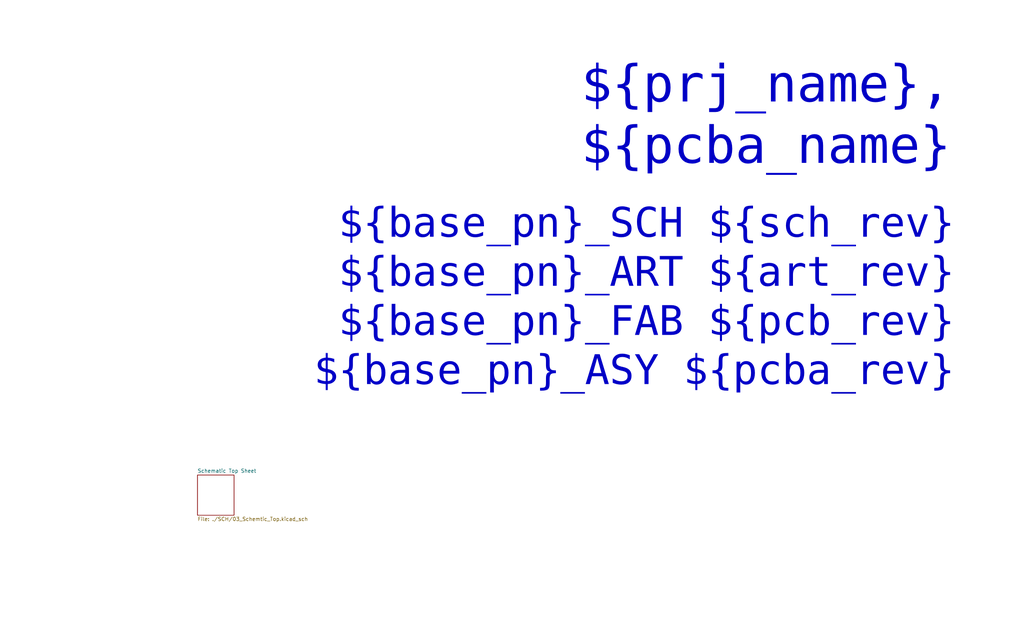
<source format=kicad_sch>
(kicad_sch
	(version 20250114)
	(generator "eeschema")
	(generator_version "9.0")
	(uuid "0a39b631-5a77-4664-a8f2-0dd8d62fbc5e")
	(paper "USLegal")
	(lib_symbols)
	(text "${base_pn}_SCH ${sch_rev}\n${base_pn}_ART ${art_rev}\n${base_pn}_FAB ${pcb_rev}\n${base_pn}_ASY ${pcba_rev}"
		(exclude_from_sim no)
		(at 331.47 74.93 0)
		(effects
			(font
				(face "Liberation Mono")
				(size 10.16 10.16)
			)
			(justify right top)
		)
		(uuid "4752627c-b1f9-4414-bdd6-8673011ce306")
	)
	(text "${prj_name},\n${pcba_name}"
		(exclude_from_sim no)
		(at 330.2 62.23 0)
		(effects
			(font
				(face "Liberation Mono")
				(size 12.7 12.7)
			)
			(justify right bottom)
		)
		(uuid "4e811801-443b-4981-9be1-05c20995838c")
	)
	(sheet
		(at 68.58 165.1)
		(size 12.7 13.97)
		(exclude_from_sim no)
		(in_bom yes)
		(on_board yes)
		(dnp no)
		(fields_autoplaced yes)
		(stroke
			(width 0.1524)
			(type solid)
		)
		(fill
			(color 0 0 0 0.0000)
		)
		(uuid "cec39ed2-99af-4908-8ea2-fcb82f236403")
		(property "Sheetname" "Schematic Top Sheet"
			(at 68.58 164.3884 0)
			(effects
				(font
					(size 1.27 1.27)
				)
				(justify left bottom)
			)
		)
		(property "Sheetfile" "./SCH/03_Schemtic_Top.kicad_sch"
			(at 68.58 179.6546 0)
			(effects
				(font
					(size 1.27 1.27)
				)
				(justify left top)
			)
		)
		(instances
			(project "E1005_KG-SGCLOCK_PCBA"
				(path "/0a39b631-5a77-4664-a8f2-0dd8d62fbc5e"
					(page "3")
				)
			)
		)
	)
	(sheet_instances
		(path "/"
			(page "1")
		)
	)
	(embedded_fonts no)
	(embedded_files
		(file
			(name "ddcee_sch_osh.kicad_wks")
			(type worksheet)
			(data |KLUv/aBkJwsAjK0K3j9X5UUg0EYkkDf2JRdJJ2aKnXVWR9ciL5kyY4h7lRdc4Q/D100URtZFwEWK
				3A3KHkdrkag9z7Vml5hVFXzp8BJxg2s1Wm6jCedq1DRk8sA70zCOKd4DHyaoIk9tUMiwq08QGnPl
				Ba02+Leyto5O04JujZV41NsvTJwpaIUZKuykjwOTVgauum57L7YKOqqrF/SIIc8TXhAEQbrJ2qAD
				+VCRdIeSJLkdxzLk6nLman6dNDgr6vyxLPF+WvKfRim+r/fHZMgfNVrc9887u1jeVrnBQdyQxoWw
				gK1aMMbRoc/VNo0skPKar1mObUWWHoI9i5Vdr2oYhmlzjKd6m4AZnmWv9C6LEoK1rMwE+hootqpT
				mIGKos1ej3layJnJE4+dTJ+rgWsaMepquVQYmAcfLVYV4orcnM5VQxUjtJpkObRGQBUJEu2n6OCS
				lpymafZlwpYnsjAd0QeQW3ufuSyIezJDffH7kOM217Fa473WvSructyXZJOQNE1XVoDeLqFQVPJ/
				i/TQvSl+cL9/bHr+0xVVXIgAxVTTIkkQkl1DE4WY0EA3upo3YgifmQvCMAx+N01vetULTjh6iZxr
				VR5MVE84eCLaHUex1OWuFmvwpT+1VBToGGEqK3l3GIZJtslekubv+q1SQI56ShL3evFTeXgAP22p
				8eBARXlHpdvQ+WIDwhrko21T3B7rABpZm2yNGeSt0RSoamoITq/l6SBhRj5unyZJ0jxGQhnwYS3e
				1vx5LFFBqvr1rjmkDegJQvMGHuKGCPebBctfkQpaK/H11RHUvyCtMEPZHvB+ANGdVsoEuqYic+wp
				g0G7qS/oedQL/kF0iXqgxyaZ8aZLvJ8IzkyxkehNGxjbnlK2YgWYFwcieQQZpimuJWkaj3pBKEHY
				5KGcL5g/Gqr3ixQZRGInkpD4YNSUZTZIsgh5E3CrhNFgLU1ElXiK6xy4OarDEB+MkKbbR5ClP5kh
				32zdqv8l95Jpo2Acx4fwFJOUe5HFO6iXuprnZqbxBBA96r+vy5hOJAWtMIAytb/YSctSMIE1y5Q4
				kWbcVvPiTUDa6sjHfMJKYh5Zt4Lcz4MJ8g5rMbfzPL920KtceBs1kDZH2yVhUlt5RW41+FykTLzL
				kBVr8Zb+eaKOw0qRVVEoahpQZBFO67RSYjSLsyAsn0Fg+Tda366R8WLrOZev6oemUOi+RjWYDMPQ
				KQiDXDjFalTo2SvuWXOga5q924ZlWSBMVU+9VwU7wXas50R5OXJ1UF6iLeDkrha9Ts1xcOWeaOqt
				2lYSVU2FWB20ZhzVoRlAypHpvJN663fXjKBnOkgvnCFbhX9ogowq+vVgg4C8WvRqD477iyk637aH
				EgRGj4emaVShj7G4k0h51TJaZq2Va6UsijKUNGwSVTLTsLVGKWiNCj1wxcM6hOApQCFJwzBMrDLd
				wg1o8LdUgOS8Nw7IWyRIf5rCqtcpgr0s5OpE+gkrDbfyRK3yFGZw4OhSwZ7V/FRBPnbQ1wjbH8OA
				MODcmURZ0KEq9H1f41zy3t+W8ramCqcwfxSnUlzr2KxHr/CpPXb98RJT3IcIfNgu4DF5zNO9xAft
				ZBrHYaQIZgqnYY+bAOecBz5h8iFl7w1UohdraPK8r2ufJ6kQc1ZmpWFnTZOQVAnWCAtWnaN0A+kW
				3HEct7XrWdVAZKCsOMj8cVe2qOn6TpJ/ZfutcyZIa5BQZlCsaS6JVouz0oFW4inE4MjNY+qXQYXi
				qof7dzmcflC1fNBQ4dSllyB78eZmsodfGbdleWzhbOHTNNWmc488/qq8+CKkTEDtDaNzVD9/sP5b
				LC0n8Wvjz76eTjIi0xwr4sfwT36XP42LMZJ/3rRBdg/GSNjC5g+WcbgTd3bKyU017JQxMoE2aqdh
				j3lZRJZ4l8ZWGtG0qec7J8lOEt3UCKyYoFCY86oBoQ8ccy8JuQO7rBgMJyAv07ms2zNOLvj2IeyA
				2Nf+dz1MiTcwpMWME+irM2Wi7Zn2Hk2c52KmXNTq8CZM0ic62a8Jk+z13jQJuQ3NYkCaXMeqmpYW
				QaPlZWkCYthkr4E0WGura5Ea9103USYaqgsojj1JHF3ENsTxE/0QteLSSmHz+CqP3X/tOxUXIprl
				yD9UX516znOcZmn5oTo3UPVSSc+wcjXDkA96O+kTHl3c5Ez4ezcP+PZmtwq9WDsT71V6VU3Tx7Ua
				820IO5QF++9WV42eFNZC6z+QhIEtnJlGFZj7SQ6dQXMtbPa8+X6w+tPlubgsgX7btk1v0+ydJd5l
				kYqKa9f8gho2qSIYyZtTHJBbTRHwtykwbLIwYUE+Czq8OAt2KdRYv1iL/up8Um7bjBJ/Ajf1+TPE
				L3fZ4rT3Ex55+Zj+fpY3BaxPwgQKMe9loOp4e2DYSb+JPbzl13F/8KZpQrIlrqfwRd0tXdWxLumg
				ApNcY3ORpZyIy3CYUPy81oRFnuhqo0328HIMgyJwep9vcW4LkOdv0apNYQSDn4xwg3NOX4X5mUL3
				wIcFHlvQGtPMsTBx81Z98n285VCcffCnza7baQlWLqLtdhJJfZFLJZ5y7tGI7UmybCf3VLCGlq3Y
				wlnd1eJAiWeOZQkHws+dnbbUla2Z8CrphgLp4G/RKtm1t3oW+SNo/dwcaIXkqWABS37Looh/beMJ
				DNVNQ2G+Cr04Q4RmeQdN08wYX41fKtjkiTBkfz4eDFYov4bfw+/Fe6u63fOCgIBsoOLBFG2aPh7z
				NJRTNHzZ2uatmCPwbrUg5vjl9dmALOgUxhGhf1N7n8iowbUZi8AwnOJTAGOQLHrfvJ9mjn2J0Kte
				AftpA+L7PE3YsipJBoIg2kEp5mtXzgENzp4jeVQDkpoGtlLGhkLV8acISRqmCUPf5ueBm7GA0EDZ
				gJDug41TwaFeO3L9BU2ws/ec5/nikr3WWKItaOHPe91CLw9T7OFsWepTFfDvJSJE0pOm41KJR3U0
				OFvqMPQ9uSXEPq1gtTvKlIk2ORRKM0yXcX/SYtzLuQRYooFA96vPkawtMnOlQ8h/EtflHfDJR3m3
				usAhnRlhIMj+ufm3gu73490lCR02MsUty5pkOJZmGJaKzD1rBj2+Ir2XqJ7Zi3A7juMe36HCJntv
				kgeC7Nmmqqw0hSaNkXLUNLT/poJ1cQSd28Vu1fG4Q58UinC1tuJfx2yy8dQmWQ5qx1ElMKVMGX7v
				DWSy+YbiDI64oCLdT2gIfNMYJbpucxBk9PRcau4n3Hstcx7UPGNcjq96ZefDuSz00Kk6xR4c+Zif
				wjFNlwAT6IJLxBlBwrla6sLhhq6TLZieSyUewncKuFJo8ntoxYskOV1NtMuQFvoxtxoNReQWR57q
				6Wh3du75i0V7GfpN5U/nkWyBICg0W9s8Ff/KgyMirMW7m7tWQgWato3rIPBQ1CDgfZ+5JL+jG+Lb
				YCaZ50mDJA28luU4SPmkuIPi9kdgKvIH4bn34pCdO5rwjW16+4jWUAWUMQHCFcQxjh2EEl04qDqe
				GBjwbW7wtm0mYgsSD1dt+xpheyLdUJLBivTijUFaTVgO2yS4hH/rL/zVKC03pm3b1q4Mwwgu477E
				L9YU89cJQrQfsqnCxjdlaz8/Vffl559RnC3Y5bAWHcHjYvMXlYPQvKSWCNhPewk2unCd3Nm334dB
				QPgiq3PvdSuU5go6NCmdzUqPGgSgQED28g6SjGTbsvs1BC0FkzBpeSfiJl33qWmO40KynKAGyiLi
				1FJN6BTKBgZIByH5+IJ2vV9Upqk6xY5jEXGzNMKRUzPHxo1gqMe7xJB9GZWqnVAy6VVlfqXTc+UK
				xRH2cgW9lDH7YmycYYU0KEuk557J8mASJlgD1WfYp1VOGkJ8TNPL/SJYBnYMaV0gZP7WcoJaJ8MZ
				+biI7kBvnKsoGiouNvcBTyJdNCyKfuxY6Rbcgp3d14Zn2XiwQvrUO4l0z452s7md8vSl20BEd6oo
				ilMsZWWABWspU4p6HHgDNgpfQWuUz5imAIbsjzOf12+zFd09fp20NxBrpFB1rEuhMrdBghFinHKU
				rwlVuC97QSYZVIYZ1EbZ87RRaPnrJpSQAlMcR1/mWvEuCyXt9DTWUAu0RhjrDafy4IfASkbQn/rq
				fAJBYAKwtR6C30a6aZ+TK9Xs8QXrx0xG1KK5lVKUnLGhh6D6NA151omK9GKLwNHE4s+EjdxOSwR8
				PYKsW5nGNdqI1iSX8VykFw8M8mG7UtRDYm8CbrUaKRMgMJpYBStlpZ16sRsfh1Op6qm/C0H2U/Kl
				9N8R5sTyGX/z0huHAfX3tMoYY/jn+XBowjjJKIp3n0/PxVT5JhejLdj3ih9UEaK1EVh0nedEtzWf
				XqPKc6HXKuiNIwW2GsiPTW2sgo0uEYc/z5UpdBhUbRCaRWVn97kSMIB/f7dW6UHI5D057nUge/wj
				tfe3jBprZhqBvzqQdF3XotBghXoxpmN9lZcFvYDzNx6fIgz+ZdwVZ7lIhbKByAJp88BRpahHldJZ
				tCxqdfgDiXjN43nZqGLxxP20VV8diOTtJH+hTvnOeK2O9PVZVQaQ9XoY9Y/X3t8yKuiZaWAYsn9S
				RipEoBu4FYpzXvWCbCAr+3Rno1pwl3tZebBN5ufOoohxk1lDeDn1eoKrhbL3Wt0YML7tHgJDcnBU
				6LHEDA0MgrRjLjTXAPQi97yeUeMGXyB+rcRFTZ+92DHUH6nrMeDn39jkThMTxq0enJlFynkuNmt6
				LoVOB3r/P//bb6nsX1YqzJgLZozsRVvET/JUltEG6zGHHYl0Oc0ivfgCdzZaTkE+1mKdThqqgLFr
				M/uAmj3R1T636mFIYpCoN00yY87KOq4VcRDBwcVA5Foi6KDIeu24qV/90sgnzd2CnQ3MHSRhYUmI
				GetaJKjY3YGbeaD64JyZjmnM02ZLF8NurdCDJ6LyXPm700bJBSHt3eJdRrNhd5DzLUIOa/FOCSuk
				TwKkKi+2CIzUZR5F1oFNDumu3zLK6LmA+OEgWi5FekfGtdEAyuavbFytK5FCJLoDgavcxcYxc8+r
				hfJtHjBb0EU98Ht3EAzDvJ1ECmKtIo+/SM4Cjuq2kU37zuJdZgJQ9lCimxrr/Vh3/tnsehbMIA40
				SZrAoJM1WQThaNYvIWj2YPBcVi/kNF2DGORvl3svXQIORhAk9kbnuG2AM1MbWBTpBQZ1WBsTVCsF
				HdVhnTZxY5g1GL3rDdFjnirKwGtZdrtmUxYym6YpbSlJMktYCcqiS3UW6FQdyxJ3PwyNwEyYQB/x
				L8bUyjo0rrJzfgsw/QdS24Q5jlI4BvrfQf1+jvJWpiGjAlmOxw/WbjFyAxXsHdTOZktIn4lSqdNd
				hmEuNKOR53eDXDfo7dTtxZUrYCvxgzMTtOuvoMNaa5SQDmXB/rxPZOHU6+HufWJoSVjYprH90CTJ
				dk0skQT0QYBbcVIfnpO0RTyaoUlFu33K00a5oGVRnpt2waoPlJ/WHnRRHyvZs+Hw8cdxYKdol42G
				53mO7Vhf0as7P5khaNGB9yohbuyxG+ebVqxdK4V7NDILx7sqUkvGsdT6Om0kpgrMdJ/TM1ncBwm8
				LB1erfJglzqH73kfslbyKPiEQnO77XsVIb78Ng9YtmgBG7BCz6WERSlylU+bsigTHN1LVDFQgSAY
				8LsoRe3kHdRtDdGa3YuFsudSnZaG4o0xTVJ53BjH8pengzIrCTkd9GlBhws4oYFus1DyDcWSgDMy
				FSBIe1yXhQt44DUl2fspuJqRS5GVrB6aDjuy+tNn5fHp7bejaYb8HEdz4Ul7D7Q0Zyb821yUu7fm
				YXeb0FyiabjztRzHwasBe0H2lrwml7ZQAWk3FnytkO5q8S1fa9Q+NfV4KS9D2uuSBAFRpTDB2HUJ
				1OP57fBeq1lRjnWn+ZNIeHZzW0Z0E+EGnGyTBR/JZ/3Z8KN/HUzg4JOBGZrK7pvrsXzJOaDRxajK
				RimWAFE0mczV4vxF2qVI8UhIQbNTVPFs4ybbtFli+7C71nkuwy5Mw54d0g0jmkieEMZIGqzFuST5
				tx51JR6YVPZe653H23tLgg5nkXUr6D3Zz1MtkySKlkLR42pDcb1QRJPGxqyO4bnXl2sCeXY41WnQ
				zYovwnVhTWuQvQ3MKaq4v2O9UCDg8ZGD3DEElq7H0UXMTV23eat2xcCFCnp0iYwyaeZrjSm69wM6
				nL23LKyw3NmoAiOXIt9qx+MnQH0iJt5liItaQDYjWf52NvGvPoCs6jmuNRAh1cc2RsSnGZLs8rXw
				O89xtRdvq+Hf6oqbj3WvprDNgi6Ka5gOm+wjyzTsgi7qSTINvJBucjmYooVLen5bUSEGlmnYjhXS
				4J7Owz5Ox8aZhxXKAhkUxhy9jA8OzNYxgCS662HU/NesMdTvsZXtWx5ZO8WlSI/Vm0ewfjPpn8NJ
				mrn06oifCXeq6oYtSkhj0evBYNq6ydDj6GIcjbqlDDJAn0xc0NsG40by92J0UQHW5IDrZakypbSB
				sE2OrhXSoISRCniNOFOb24inofVeqrA1/Gu1Dy3jgsmlZo9BFXYY9lZqpUap+swkKNxi4uuRF6fl
				6CF+iLlVnyHTX65xvLdUv8kIeg1NBYYcKAQIWqnnYonYDPpy5PljzS7nWZV7fxMkXYYdp8qs9mnD
				NqmSuAeOLpnhXS8BftRtjrhix+lTza5X5ukgCG5zECzZ9bRkjrvywNFi0HMxJe+8ggVsNeLgvKnn
				QAm2D9ZC67VQpSjUlwZnj9zhG20m0grZgJYWFqhMvYiDFSZQwL+uA+gSWymzqmTpvxgbcXNJQY1D
				Xoe51r6hmVHbutmtuqd1HCz6y7XW+YBPfoazpssIhmQa90LEuCAUsztzrBs1QqOeyuwabbyZxnLc
				tVTOL+dZZDwk5h9VVRf0Aprj9KAO8H0cw1bgOeRVL2jrVt3kw4YiyL7uA2hiDBUR1azAeO96iWFY
				DjUOPIuBF9awMqrKdAFLtAUlPwx4ODNZWmYvoUmFejj4fsC/VQsr8qctXyve3ADZ2xFfFvbC//Na
				Id+Tl+dSHf1e4XPZu9jR4OzV3exWmRdTOh2ukCq4u1t9+C6WyXte5aSdt6Fi8mBcclz9FOqZa0vp
				+ccXyYohQtBmhsPWpomR35DB/XBgYqBS9G3TUiQ9QdddGLIXDELRcZnriTWu+fL4N2tgURzFaGsj
				6b3DGaZFy/E+DOqDbRv2exxtpbWjwQHstNIIQ5PmZkvxwWngNQOc/ciQk1KhbivJMpV6YKxy1kig
				wyb77VQI+aDD2nOZTjkHbyiRNY0LjGQRo7FtWZMknaupyPEHRycx91qhePFcDWVyD4Xw5GYkK94I
				8z6GXGWUQpZbS0HyczHs+A8e02inrIzo0BS5s5yR+UuefQlmr7Puj7WOJh0xlCZ3I1kbiCoG6tlm
				nkoBDcffAMmXRcC1UATZ+VYd3F3KSozgc+pMfoStpIN0TOhcg2uauO7PlP49DMK9jFbG25nwb/7l
				aZzGmqp9ePpa2Be7LZH0ubqXAp29BRnJu9iIl0sH4uHKQue+fk9WtRY265wV35CtfCX735fbo0uY
				waRiu4YqYCvGOLro8zcrMETw8abqAkJR03BdFcq8YjlvK39DlOUQ6FcgLEQUwWlAzei/asf8z2iZ
				LV1h6Hc+H7fUE+C4HYCJSl+v0Q5ItuCCx1G0EKpl+PS/i3QmXxLXnqG90SsTZ62/YHDAG2P55LnX
				dW1NVWBI7kTDKDu6CQSpilsugezd6lUIByJ7vMnfqXOduFoHD3gFxI+nP1LX6UFEQeDtIzptFDQx
				7k/Nsm0aWSkrXStAoQb3vcQ811vaRhDstFEtOqt81j/8a/dw7ZcrTu/kaGAGBKMzOHr7dCI1yRco
				cwMFx3ENT/g3MJch/W0r+Y1hHHleUVqawoMkSWayjyc7EjgIU7myfsVpAExaI9LbNjB7sMXDGpJ/
				wvp5JHX7ObBSBkEV0zRzBM/rGlabsni8yDvXFJo0hlqW61LsOPVI6psDTLYuE3e15/RiMyU9BAud
				w4+dWD5xjq1gwUK89ZebBz4JqIHN717iCCRvJ4k+gMg+bdxZp7wYS9vs1Dv+nT/WrZIH6Ts4MPcR
				Y3wFlHNd86YPzhbCXIw7KtkKR+o4wBcQwdXx0CSJB0MTlnb73o9IYO4DJ/0lK9DIrkV6rm2u1mCG
				2LPOAcT5uCR2yTkY83Q0lmVJEBzHcRhNvBf66P3JclPX4QbpWqsriTWBM9IiQDtclY9wEAOtrHeh
				3jzpNl9aLkSQPXxz6DhN16GhCDL4Xqt43EewsyYjZQJBNdfxSHDXDYZ/+/r9ZaomKtJzz+pMmN8p
				kuPSf3P09glFapL7wIeF4DiGYa+q42EdcFbysfW821JX/fvBrZQpUL8sy8e0E/kry9/QWC4zZFBE
				wFZ29PgkrIJrw61OQO//KSHR26ciDE9x2iihuwd6KpQFezSfy5FnS/XBdnvYThvH+dBEgg6xHKv6
				zbaKTqhV62M8Og/Z6teyr/1BRnHutUaB2llUQROlqHa6oDPqvUQcE2AkH8AEBiawO4jNIjMSEI/c
				p1/g5GfFPRHnCj2XqjpFd9zhxwGoYluCbDPjs6YpQB7K5X7iVh3bEmivofwJyl4mSNWvbXPCuyqM
				JWaIkH9eGXuF7I9Hu1X3sAQKpdNHsb1lZBT+WWkQV9I0t2Ax5ApH2M9BPTjQR6UqCDe5obz7BCSM
				1BLXg50IikrtT9Z6Gyxfdax7Da4JoT3PpSpPI4hH3r4AQ1EflZ73TTGKouh58Dy/3/x7TbJmIRQK
				u3mek4mG6oht59uWlQzCRl2HKE68DhyE5qwEhXTSIR0EdkD2+CCGJ1ENxEZ5n1SmQZZjvtu+j81W
				2jSu6thphiLQS9xN0wR+MGD4ykm4gzn5rH9h6bmDlyubOq8HB6rxmTSqe92q81w8/HO0OhDyDmxq
				K2MLrMU7/dTR2fciJLgJtUKB51IatyR9HC19vzfMtKXMfy7RpixLtATFI1gdPFvZtAo9lyLHv6WU
				9wYqMYCHTIZu6J/WhOdZhELbQESDC5P0oWKaJIqAcxnKoVOxRALdZUEPzLSVWMdOI2bgqGmUYXdA
				8vGN7FuOs0iybrmBymPBL34E8k+91XujqI9KZp/UTRC+U7kfX80eHKg8mAiXSiDdGW4Qp10UQWDg
				UCQdlr3/qSzRqD8t/oAhVXkwWJ3Leoac6Bh/nSLk+LG2WTCk7p52WiENvlZedfw5MPBmgaQPxgbU
				PoDgGhyw2MWzegeB0z+gVdw5liI9l5qX6a9u1bFuNDAltTu+iXqY4RTdae6jGpz5GAvpT/36fjuU
				olYH/EV6LkV6LjbKUVUSa5JU1YOPIygjt3ngnJ1ajh2uA8SV1KvfEOdqlQcHKjMSRJiqpcgZrTw8
				RZ9Ugl0UVjyclahCzFcB32UL4YhHdi5Fei5VefHlYjz1hcURj/s+qKkON0sHPSyPPpTxcXU1IYVj
				wapjXdTBkmkACnF8MGe6M0qGBFAtrhVD5WO9dflPs8WpN4PvqSgKM5/nWaUn0HWgCZqGrLqPrgRk
				PGJBC1p5Fou+H7Da1QpcEHs6Dl4O1XsTogCyELabqYvDApalvA332Z4ZJCEJ4xE9h3Rgtv+pf+AI
				6cXX4GFX0mXdqHlQphBVn5z5EMfYB2OtVYRQJHgmIe/WIuB4KVxRm+cnqm5bzqWm2klDxyL2Ygkm
				5rk8IZB4YlMEisqqxy1BFtPUSBgzU3NJimIQKGVWi1ZXKOvb+PI8H2B1jOPr6DovTW+jrLNupLye
				EQZhZSEixC2SQDuTyYOlwaPfbmAVcNMhwjDoN9WwZa6VMCo6ieTK00bBkWHBF7VRioPKbxOxhmsG
				3fVChDevGk5wBbMhb2OcmstyHWeiV72G8oFqtbz4Gm2d43sI0u1pO7mRiFiCiBlsuOZTDrP1o/pz
				eQKWpMbXcKrgXZYmJPgiDHiN9ZI5R5M+4oySmXie5/glDeotJ9t2LYZ6cyjB1hU6YKrChdfn/yPj
				IHCmEoEQE12+KANljQzB1fTLoG5QBWMkS8hdXTR715kCiqbCuSzDkGjc+g+8DtAtSKZ8DEGq+C0u
				+x/5Cot+/MtsVTWlhcaNt0JUn3EMOd69gqpFiYRx34MDCXW/1wjbi6IoRlEUOwrDcRwrrcC9Ison
				zFaBsV323/m/vGdEKwxHrT0BMh4cirPf913JFieMgBBk75KpQP4aM0knIhSlOreCvIHz+57Z8D13
				V0ucpNhvXqEDZku6jUMF76IwJsE5pPHgU7FJJTniWJpkaBwEnreGwpv7eFmWeinmMReENWeyz+cJ
				M0PttouOEX2i/+ufHaSsAr5KUY+g0WTZi/XwFmeNoJTckxFe7azldRM8xgiCJlB6CGKxSTtXSNbA
				+Y3Pavieu9YqzuAHN6Am4fLRw+j7HlXDaTHSNMVB+TmTxjRkUFBvLzmKokht2sVB901UlzN5GkKf
				wP8IPqAR1XvTKqyqpp0yhTDLVEhgKNY+oygI5kQXoTmLKJaJQUT3at4ITMIwjKJ5fN+3BWjerZg9
				BFnjzx7Ss2YV+H+4j6r7BL4tobOKgNbJFjeBwHmiHUY432aOZhgOamikto9v84Bt+pO19K0MeVoD
				8xSRKeTlykS3Iqq4s9EMptFvPbzFWLMcOeVEYZmm6PsK6W0kR9M0e6MjwwFttRWYIVGAGSgJ+ciF
				VsgIv/M/xR05jxC5B4NluHy0Zdu+Z5It7lWB7PFGkj/3NcrrHrS5mjJGmqrDVvXCMKiElsZ6yWS3
				SYVWrWlR760PyGBJzMfE4YKoEi4fHYSlEa5B07QUj9/KiP+/U1SB7WVJkiQHtUEwYHRhwynuRex2
				sUyIwb3rn4HfcJMKGfjMxDtAZKZhf6ptLP2uDQzZKzyO42mMq3k6sdPHQsM287IZChpWhTOhyREX
				VJ57xVpIBY6aO9wXu4QYZAv+IkGL+H/9Z/3Un/AyWhO73J0WGjfNvOtApJZvccOYppknMdaxLe98
				FPbKV8TPRSM37Ou8Gr5vPb72NnwanjIQ/c29dXMOfwWYWA8v1LyLQhDlMZshsd3hhPulRZsmIZW/
				Ea91lz0cx3G9bNl0HLV3lwXNDhQpUmJQ8yRp8DQaRcJ/7vBRDVXuqR0bm7VVzW5d01ZyFPtOYru0
				0IXzbWSHppVN0xNxT1XdrGUfiDg0aaANFqz+8VxAbIcuDCCdcJD/dUgTTPZmtgr/0tcctw4V+GY5
				cm1oQKXfTMPumbqWMR5Stk14IuvU9WOaApVhm2PCofXTU+QnxMTjXomEPlo2RmO1VQbugHFNyN3A
				4vG8bWHVrOvrEOzr3K8amhS1iI6qqh7XoggCxy/X9e1SDGip2yWqS6CCQG8QJ3MCh3V9Q5V0Qgyi
				kod6nrqIt9WAM5f0+X038ADyyQKBctdKIZRYKDnHB58Mx2Uacw+PrmBnowE8MQubE5uHw6fW5Yju
				lA/Fddo7fHzDXMk11VI1D8ZtxilsCjcMw3G9HPlR439MDxxVyeM4xl5ThZNhjmmqZ6OcbililzCN
				iYm5Ettl7DH+gVFAJegylS9C1UZFtyCpr4N6jo8D97KSx9DFuKVCHDyTRubizJSvoOZFctzmIVBA
				rOJseOjYxIUSooIwlJb+/zr3wrlb7Ll7FRDdh6UgDFNsGAKOk8aZuCROyl8plmXZ0T4ZlixbjNt0
				oJjNTHZ3r0qFz2x3LT2VlVAkPe0dqgzksdiY6BY8UbKiFkHTRKHdy3zD7ziOvynmYroZCppXXz4Z
				wqtpyrtXS0WJx/bZbRd7z4F4Pjhk/Q9+nExGb7SGT+28daulas7DWoxTC6QZ8jAEgUefHRkqjUEc
				6NG8MU2K8Sia5iCWZSET8RYkLEfS/GcOCB2IBg+Pd84huc5oO/EdOjZ249m4OzDOzwNHoUcNyEwP
				R/U27AjTT00ztN/pecswDNkyGLRqWou5mvPVcV6NAwUogiY7JNBJ7tB5OB+D0Ot8BHeWgTUKRm+z
				Bm/4hLgRxLIWzkKzxO6pmhe2MGRPsJnJE/GGWsXxUP9T6wcqugOt87Zhgl5ThfMFy/ktB6EZWMVN
				YXRl9oPr3szVqRkH/a/9VDD+wP/Mtw/XDg51fYHvuRSWg+6Sab+lYZPFHJswOHcfjKtD6j5fZ6ft
				PElhQEkh2esDbvR1vQYNRSiDJjskqSZvuFUulLwZf6i1wmCwd+1UcAWJ0KG8B00as1wLwvNLXf+K
				4K5b+w8UKsQAeqc8VY2kj/NYHeAbgoqbyCrpw92he4rxiBwzFESeYAwueDNUMWgGyvkWIJTZ5pAK
				eqq2mlQNl41sB3oMR372MGbiCWwmxk0uCIfWT8Oxr6smqgcT6AgFFOqYyFTI3a2aPnv5ZO2b9zb6
				3tMqBjPexvpZ/+cehQq1ExGAcmeKCX8vbpPG/bKUxXwZKBU4cgT0lkv11Kvq2hBxtC80rO0wID53
				43fQYseD4TgXD6qGDoJ8EAWHnL1DfjBMPeZCQMbDQeRi2lA3L40ZH/2sk2a7ajIpbxO4BInuxzQV
				hOswDCPFSd5OYJQR7BqV/s/9Up3B+YvtPp7ybRAE4ROui7IZkMK9t6pU+MQSz8sUp1Kn9ZBHePRQ
				zzsoQT0Ewm3b59nLe5v1lnWpeEZwP/A/xsWzzr5Xw2cmfy7NsNzXQRf19tBmKE9eGZGcMFWBzS45
				JBz0rl0JMcG7W2WghwB+8xy/3fNUa0tRFDoVBFTB4+W6DDy6hGHI8eFQVTXXGiWqtYk2R3swMFgZ
				8DVY3k7gf6sgfcLaxhqV7926MhgSjGWC6laqV7WZGe56IkhH/p+TsH4YQE4l2oIBBG0DAwqQpBhw
				6PL0FWkKMSHyLQgZ3wps1eqF2st8vIGo3ttYRVVlDNLHWOzdgqoIO1o+9P+6wxgI2aeyXMdTnx2n
				lsDmXMC3WYvo9WM5Sfmp6h/1Mz5TfsCv/R9YTVBAemOVe6lLULmHetBl2FVvk7vVa6qBzVwLY+iQ
				NlKT/Uc8Fxz9zrZtDJ+ZvK0PoMNeivoAazwaqIE5hKtKdU9M3tYAKwY0lY+Jwe3nvLp5g/48ZXUm
				jXS1RhmNLMuas67zITEEbYZL9P/r18jkNgsLZvTVGhqx7sf8WJZmG4Rm2STaDAW6Z4GCK0i9TqiK
				fp3GGaeSUZgqEhLcV2mWI1SggZdvcDZqpKgOwx4R8jdhykP9z3lKkxw5WQzDsGd5OhjYNG1DUpT1
				rU20GQoYz3iHKquSj06H7ywBCqah/7/rQFWBVXW8VSIcoD6RNg88mmEttEh+7uF5VAWX/LICtBDm
				3bKs6dVbGIbiOmxLtAW8+PH0FaqtHHRalkjvoUaJNIWpCi3Vs0eD4AWUwUoGJIomawMQjH00MWff
				oQ4f1TeSmnhvmsCZiatD88GFTPb4gEdbme/4hjg8wUgVwRoNcokUKKa3WbmXilxsE6sDaX1+D3Z4
				EBDKAp3CsOtxrg7CR3+isjoQLlwZfi9KUSfcineDvUJdxtoZVyAxXchB5QsO1fbhsKDzajgjqiq7
				77z9qHeYWg4ne9dxT/WDqn4dQFHE2T2cwKYWn31DXKCsZ4vQLFGkw/V5uAIs4YSpKj/N/dRrLSwd
				tpkryfnYXaqbPRjLQQdSKccp71ZxFWsmnDbJB2cF+E2r9T+m98w7qQIc9tnBbANT9V89qNuLTVrq
				SvrB6kMMXonIL9XyORSmYhCbuyNsb0JMYNaCPsr5HsuApjeOp+eXC03VByqO4uWBVLqrhibNYjjT
				wHBaAl+zaHMOSKOmIbCYm8KEyuQHVy/53VZ2BOb01cNGz0BUL6oq7x0kB4UfSNLcTVAUT+k7Kh44
				+TigU9khSY9OnjUPe6+YJo37PIFLnPCuN7AY+egRc7oxMdhXQ6tWb9mm0P8LZ/HwlXRC7ubV5NmH
				hnwiHW+qMY8h2vAZWhIs1sNZmy1E14Y/+39dD+RCFSJbmKTP8UQsQ1mw1w38z4Xtq/snKFxVUuRo
				BaLTWDR8gpZ4ynTpr0vYOK5pm5Smak/ta9WXKY7TL4qmJfid/++ct/ss/lQu5AJv4K//f/bIeEsV
				IK65iDdBqyK/VKOHv/LoItBzW3LooTCz8UxgoTFFywOaQnw4k1S9JEkpnmHYeV6Woig8wjn/e1yc
				D02SgEYPQQ3Tx9tWJXs34uhijJcgBnCRf4nYtbXB05zrfAYDi3bZV62OzoNbFXNQmO37PUk2KR8E
				eVRdkncvlVSOXE286H+Oi2kCR5e0VfPjHrgNnns4rAWPIEZS7Tr74JpVJbizal0Y9z//CwLSUN1b
				wgn5UoeVtWf4qqFJ2ijZK5wUkcRao4zw/MXSC34o0TrU/1zRTGrCv9dMeNctlnPouZUpNslyhIVW
				ZgLhEqTwMqsLzUuAet0uG6o9FGIQ9zRXcBByZ87b1KLC3NWGSyrgbJNLnVMy9H8lt6M6wHefHefW
				MEkPPYOKyYxpuLO6CBwDe48KRYVYIHodR8m5PV8nldzbh7+Czmtd+ajkHpy/XAjDcRyTPs9x4QrE
				/3MOanjm/RocG11iICDQ4SIQmLbNvIuBH0B2RhNaInoJRZr8wC0tRIrEmMj4w12qorvBaGnbPkkG
				a22aggTOyBJtmiLspYyizshKU9SJB0bXq1gs59CVO9O4zaK00/Hj3z67x4e/55XYFn2tTx8a3xPi
				U2tUftUHdwyvsBbkpP5i142XK1W7qfpw5p3VQUCt6f/voAK/HLlavaIyx5sqeNZNeLmYlfxNh+YO
				w4TGH8TkMueHgkomvWrVJANf9bMhOZrtCmEtokrV0URToKd4oIvRBJz/K/kb04YOHUeyyXBdHdVY
				miHPc/TABcf6ia1ZJypvVkOv1d/OBFc3+QMZYKlbN3ImBed5SpgwnDqfkQpxC3oYI+kZNqzi/zVA
				JMpt7vTqQLBdzq8Is2mKVq2Grpn44rf1VYdn1I78YNz11Cg/64e7WAl3Z4NVC+eulYoXRVH0Otz5
				M788x6U4ZVanfyLXJaJpU9MoKgk43NlJVVd8C2PqH7Wuu73n4XwcaEvICmx6zQxcAh/ouAYvz3NL
				1XPYp5Rf8QlYGAlnn5QKyRcrTXTXEf3/r+Z8VAUYvW7CW67qsRPrgCr42Ghrq8bPuEP50TPoGExk
				/zJUE7t4J7nlcX4TcxRmnNJgjZPjaC79TStKbJKkOY1bSsihWnGqKsCYiAcsgo4uVspKHj9JXmGm
				7aSiE//n7CkumfK3u5467WBIwNBD7WWMJpxtl8FmkWShC4pKwu1QVJ1GsE5RHgstEFd1o61kbv2j
				0LaDmynnV7xuwsOapKpUAZo0O9bQNTNfrTrMD3e59l2fwCNGhuzmVfzhMVhECvEoazRpAi4siiLM
				81Xo44COItyAZrZpoA3stKU8/YrlK6EKHObpgJufJJuh4PTMa/DwF6RoLwvg1qAT4XOb4aoYX+1e
				tfFOG2UU0xR9NUFQ6I8vioJhrutSE6Wox13J/rdXzXuhSRMDwpAOkk2zFF4FXTc+ZLneNgNHzR1+
				9APXJVMdWFonwQID4iaR/ji/dF7L1+5SZSJfyFO4bubsfEqP0bAorgOcuURwVBxMof8vGQIRfQAJ
				SHXbPNYmdxbZ29iOXRlJirceawN0FDgaOw/nD9esksHl90qvrsFLSf6gIM9zUINtlmOseLf6CBo1
				eQwtCdq+LstKlKKddi1lBAtzjTZV8XB08fGm9viYp0sz24mlxUSYjCxZRQ0NJsmlUtWtbMt7E4cb
				kHnufQlVIGYvZ1k2Xv7aHxAqFGHY2nUtCxLlyFXdy/53X0LMUzS3p2kyk02TjD4/E35hpu0USJ/E
				+ebzWOFDySwpveyc6ICgQ65OfNW6rsHZNrj3JXL1wL3ctu3hSnf5HkfR6rcN6u0x+p9yUAM3R9tY
				GiEdhB257X++SlskWiF6D1ye8lW+alWEfO7WlUE/iu1qI472k7K/aIx1LKrsrXSPeRoLMPSdQ7k2
				QYguD8bIHhfsbIxdIg5SOpuZxUctnscSkb/d3Bq8zMCQqm24ocdJqhjdltTqr9ivIWgz+MlKPpDw
				cYx97/Nah1t90mfvj2X9r9uvdiL6KMR9matVB9sk+hFmcOK0YaP+FeSa3Idw7uGuCo6ih8Pu0vCX
				dY2kyqMukiUkXVirZs6pwJBuGkbRdgQqjxGchWIDl4RVDvYjIrHSNMXfAREIlo1vZzpNU+tViAHE
				D/BoUIOqTp8L7ygyvZojSfIJ2nN0H6NjRJBWfvQJQ9OKotDeW33w7N2Ki3aOc41byiCc9vxvu4I6
				NKbxVqYRozsbmSo5baBApxseDwedNYfNS59xqsIpdI2Z4ZUv86szPjU3TYz6UexXOXI1VN73vc/v
				fV5tIKrPenDWJfV1oDnUv+R+HBiG2YZ9301hgtpcHezDNpVC/NW5+h3tXGxJ7kOxdfWSb9ylgl0Q
				WvRLk0vBN5Ij37hIlqR8607kpwlXEO8SVXY2W5pB2gsNz7KjMM9zdioP9W1XMI/bNF4LVRpH2ZNh
				m0bhuqqMoSdBL9KjBx0bbU0k7MrqiXzukZMydc+tKq78Sw0JnKumHm+FuK5tSLTURvTqk7887Yl7
				ORZi+f+LyybMc62m0ZUyLpl4ryARbwEZ0qEp3kZZ0ysdDeoAicJVdXhP227Vmp31s8VnxmRJ7A6z
				WEgEeRVxrraBD8acbRB4XjSK922Y67qGJI7zwUAr7gscNOHro7skeUmqyhO+j7MZs2Bfry4dBC/i
				Ah6A5lWZeVatzqd+gZ8UfAd3kx8oyLvrTO7FUubalIQx0hPw8wfLIMm75DzX07g+WVnozocwU1Ie
				5Xwj28WavDzfkvc094ufdt5WKDv53F0qgkqEcLWuuX/Nw32nqUDRrtvUQWigKP4BnbRu8oMVZpva
				YegFXoFqwzGIYqGrfiYHmWYIWf4Hl2W1rTVHA81PyseBSXwU4jU4KBPwGKlTOzvF2Of+wXI1iOy1
				ErZWyLdXrSxu04Aj04CLyu2H2NjAqZjN4w2Xb7JP8+G4C3cwLLggxzwWIX1clxrB0rjyycf/i8Ji
				3FmC7G0jlBqbLUbVI/vg4rGSoPqB9S8ZGtMBzrp52KYQf68RbtqigyTtLAtNh2vucD/vWa5H/TTB
				RTjcx9FBWBUonyCqV2RUUXLTrRAOxLZ5jrvueaKVJgg8y7HVBzOimh9Xwn2Z9K1vuzhIHMtFy3Ec
				K8mYC0jRJk3xrUwDRpuy4K/i+qMtCFD8u2cXD4/iO7Wz/f/1R++swUsbYSDOF08fq4YmQrNssYp2
				+3Z0bOBK1XsZCfpT/xtLVRAacsTPpGOjehxk7WgOQhPVuKOI0UuA7kjC8DmAKi5y2ty9EoEPNUj9
				0l0GaweNNVQhrqxpBP4YQYhhBP7hWAeS3AAlGEM0JsM4beBCH0BDUlT/kHXE7T22cVVSKqCAAAkw
				mi7NfBK4vhTlWz12zXSiCVcAv+z9cltGXpNB9iaZthJTheaTmjTPj7hajPooOWd1W8di+NuLLOGc
				vg5tGNdmmCTx3moxGsdNNqraLfXDX/Cujq+gIYonMiQD3TzJ0V5AZx/bRBBYekNjHkKW2gtRfYxQ
				aiy1s06rSJwxHh3Jwygp4ifZsVEt7scwMJjGJN8UfXSRik//AGgvlplcDYPnMtqu3zdPl2Ef47IP
				7nEEET4rGWRB+r43rOLLDnqXi5Fndb2cpaLER8IMQ0wq/fcpzDiKeIIHqGIX+c/Y6NTLShc9IZfJ
				EpGNqsLMmZKLa2IdQEOfH0suCMvdIILwfd+AfB/509BIaKIU+dFlp1pJ8aEO8B054XLdc4n+U/8c
				amjamSUTlU2qYsdPARfnjD6Aln5TdQo/FwNrp03YBmRv629Ldapt27bnWe0TbjriqCmGc1m4ZGGF
				4CzeZUjyrymG9JnE6GLcuTVBdnJpL/gtU/jeVOsRyyQXyP8vVI1E89LY6DXYov04JuCSno9R0JUZ
				Lue3XpY9aadMKSrn/HFOiOYcokphiqEs2JtCcJL9W4u7IQgMRukDaNKcHLK7GrOa886J5JMLLtsF
				5HAJebDjGjTxKZ+IyiLqcaPBVtqE+qq7PG3cDhPwJylpp+DgnZ9yx9zDzbIrihbDuJCEM/+OcFiL
				4VsWdDg0R14eGZKd7pxsZc/RxctYHBQZcM4M3EA6CGoGFmDwYhTia2oygCYNTtFusNQCgqe9hLFG
				1tt2rmppo4S2OP2UO+iCzhayTFOVbYriUFmBRNkft7btpe4gZ+0sknwjyDRydDReInkCqZdEK+5q
				aVMX0rp5Izjodvu+v5IR5HQ+EzGBwrRTZlGIwj+m0KT5cKhqVzurtvZjOgiNegvCh+H5oBT1J8WP
				nlm4C4rGOPMjvBsfelYLsV61up1E5Rs3R7BcQzY8etAf10TaIDNfFrSdw6014iePe5EFY7WYi5sg
				oKb1HI9O1tjWdEsNklSBSRxp/9NW6iWxCsaVz35NxwZtVWVIRcO4YqmU95J7f7KcPWzn8GBZ+r7n
				mXy0tiGStDQdBBL+bT2HON+FztoZnl2pk94uh3RSVt+o2hB8AEZZAsJ9uXqgojZKMR/H0qR5bGIN
				+O1uO2V89cVaU0DoMyV1thhRXRo22eNdK7WYadjORpBNWawnojszd/xy4JWxwPPaT4vPK0nFQWMH
				od4ZfSfGsqs2cO1o3Tx4MuUNv4xYrYJuIAjelyRBmLPnBSEJWIQci9l3ZeKNczVNDjRnd7NRmgVP
				rLUP4cHT3HPbCdekqnPOnJU1F6v+VCJrZw3kC65WHO2bBaExBW0Y+71pEkyYE4Q5RyNJkvtslEO1
				iEonr7sQyywsCbh5HmjLlSNX+xQbj6PvDdscbdo88GzB0SUlaInrwdQ1NEX23Jt0HQ2BCndwnVjS
				LNP56u5YbYdDf3Ib1mOMByoRS5G+dK9RIwMOGxjFrODaGS7pWE1LBVOfT1ro+8bxaN/5tg3lciwy
				nJmGbRLyTvVwZhJtrvbwu/KdYXciTHosWb2rC1XE/P//0HpJKWT9ifzewf7ic4OxqngDutZcAsFB
				bOCCsb5flsS9m2av2MBlYG2g4pmLQ5oS0QfvVVTEbN1kDw/+FZ4M00QGdh593+cDUkq5cX+T4jXf
				ZL3yFfApnYhe91E6BuqwrBuuaWTtLLpufovNcwpegyQ9E8kNsnlTt1J7jCL6YCTj+C2EfaEYpD+w
				RmmWwFw62jhDk+Y2rdG10paqCHqqQmOKWckgMdooRTvnuU3xNtlL+jptKBLJp9sIquTD41MnHsvh
				VknmG+LAVabDqeX+XqhI0RTHGbRt2wenqQhjC9K1OpuZ+q/ruu0FO5yRgYp3TYMkS1xljpgukF8v
				aQ9nH5nntivsJjWkA5y10YSTWzrzMGpmkOAYYBQbbXP08ABsxgcdn32yhM/GEgY3qfC7VA+Vv4yE
				9CHclWGT/TSkdS5gRG59GrLYuRhndmjCcWexyR6uT9OwSYugGzPNDf6tTCMjFeJteM+7hrRB5p7W
				1m33eIgO1YE1zlKNKb26BcjTaj7sSlgXafj4c4Y3IF1L38M5HPe2UC71GRgkYYg26I7HYqT+CfmL
				MSh6XKyXTPkG5W8s83TQ0mGQxIMRFenek/69DBcSHIMLJfeEjXH2TD4JQKVjQecz3eyECEqYPuqX
				yq4dDvXvP5eR9oSJdILZJXN29Lrp2Wk79X1Si7IQsm4PZIatHq2yDXsB3+SBN8sI3+ZhxOqANzxE
				TWQfIFO4qjZrLt13VoofcB/iPovvRoOnygOJnieMW0G6g6QvnQjj5COEIXrWf+fBeEyg/4FpFmJQ
				wtpqVscpeaJW1cNGFwKi9LX68rSxPEyg/910NUgKyNcY4+gx0fE9ZO0mzD2cLUauqj1uHvikMl6/
				1LVuLweuDimPmyPOYotx91qjZIsDaUw/a+vpNmhhCLLAoaS1y9H6rEigDsHcU0bhZX6FXrk3lNAq
				YDKE3PFGaY5cjdOyNKc4Twv627KmidsjV8dZOXJVwGaGd9RjzrvQhOmZeWiNKhDzt3Hrr89GKUxs
				l+r8GCKh1b1TmZvhbjKhPvBmGfpc7fFhGGJ7OeKc6gfQdPY4umi50egOpJGGbW6g/I0aughNUWz5
				z9V0N9VmOKT0Hoow/HB0IQZugTfLB7dTxrqMoFhfrf0+FPGqhVQPH7hodXyEmcmaE8LudY92yLb2
				tuPmmq65maO1GKfc+jQC1dQ2exdL+l72VkIVaNIYeDBNpI+3E1GKOlvGwlbztE9lrtVUhoxvw6v7
				eIvv+WE+zDaNt5BkL6CzcKL1z6G+KpEcHFUHXdfgfBMp9P/HRrJSZuP7nrdSWwKjIBR1u2RbFCuE
				LPW7F0r+/0/kMM2mEN449wruNxeKQ1Hb6TZq4+D8qWSJVZTFwBJfrRq9p6k2FpOpI1sn5XwLpjDS
				ZCj2kM4eqsAf6Es53l2qjapIvJF0CfzyQHWpW82HPoqeTSXCs1qCqvlwGCyNTba+wm1RJzIFfmHg
				HSxh8HJlcked/x3BgC1d8K02duNG2MNddxr0j8ADfM3AF63yixQ0733Ggu2dz/+QHFr5x+KumcRu
				1c/SuaUjdjsBe6ftznPdnsyfP/2PfLOF20qgDuQxzVhoukTP9ijkSuaUblg3kCUhizIf+j+qrNut
				Sfg2SxwWeB6+0J8T7c/kCRz/EhdixdX2pQj54ypsN24Zc9qZ4PR7/NgZ8aBk7Wzwi9yMnPN/VClL
				lbXqckufh8vudFsW0bHlIHgj/uWyKXnNyRdgec9P4+F0E7FCAruuKtLX+urQVXm4aofel77MwOXC
				tGge9MNlt6hGD4fBsILYbIQC8Nxa1eYNHOsuE5NcRTQL1JxISwODy7c6PK1wAprDJotT5pZpC3LC
				6924ypgXhP6/TR0b3qydYdgd3rhSigwUBJMnCHjCjavRyKDZqGrNobhLVGUYgwWRp926Gj2+v2aJ
				K5GfuW4g2RiiOnhXwPTa8z/FmeNpJaWxIfKooF5GSHSMgY6WfXNYhXwDaYpbJtT/67+5KvO2bpny
				DsbgklCRj7xdVNFVy9paw+MkVlTeEyMF9H+3GrW3EF8vKB3jXpX0uQFOecTvcHdIsnYWlaaYsVdw
				WBy3irKOuB+P72CX8q5bV0q4IbuD8bFZcBD3RVmWqnd1rWKElfdzL97BzVWT2ahYmpDFk1FpIhoT
				Tfn/f4mgbIyT8pqe98YYtduQLlgeDFmmyspVPfRYO66q892q9a///po0N8rSm6lZ4L6kFHC07+NW
				MWfSHOcKnW/duEIDyUiH8QqtN+hkHs42kGa5ZMqm5AA6ez3jnOjCyW3ccKYqDOVD3ykHD+Thtuuh
				8G15+FtyETL9CbOeDorySnxB8tgUmeR7dxEc+lPcFZ5WZX24q3qwlgSqe+1lyKJaMf1Ucmfda8F3
				8K2Sk/2g7/zIRWuiStjUID1vp5IUViyGx79qGKRrJqNStbOaDhT9xcT53zYxLCn511aZTqCgj6gd
				ecLQR2tFnvPgUYCZpAnxIe3G5NI9p+EevJp4LIZPK/G8NLdCWZf5hNhcahGsbzhjKkHlzFn/6vFS
				NXq4C9rGGFBiE/RSqiqwveJ3Im/O+l0KY3MFpq49/7eiJ/Ck4/wmGtuS08uIidYzCONyPKK/vGJc
				hXqYlgTsnBaKekK/reMP9f9fPybOTYXuiQEziQFbSQej33c40HsQYQBW2KDB4zdL2jMxJid0LL9M
				6Mtii0F2EmzmmPxXjz86JVaJ+oZd8DQ22HIbY/wPCDkCwlsEgQ75fmiMvR4EruiDnJQz62HmawPR
				vDrsL+bSA4k4lFN8h2zoy4wxV3hdPlKfD3Ggx1OJKTikgGT7u7tXFUm15nDTh85GmpEyV+ynsmIb
				Y7ZEu7kpJbdEkC+YoUhe1LRbtE7/wJofkG4i8bxj+MSYC1ohMc4H/IHXXWP7UgTDQYJ8Y2yuBYfT
				G1CyR08jAwbD0ayVZTJfGqmFRHvF24k+WskDY2x5TgjtnEgUyYuY74i0rwlaiFpELve8Y1h2qfZw
				qbJgO0tIFvIg+dvfwKlCwXDH1mzCXSXFoFHlLEFn3+uoqiugkkLN5U3NB1c8azYEQoFLkg91USzI
				w10Q8zxCUDzQaor850qeRAUjblR10bMRLiqN+Min0AQ31YE1Jflgt4WmIGguaqTyqf8/9wfqbd3h
				uMDwuPB87tYJ3oERTjsfm1M4b9Alsc1AmC7bTlRHWuVsoUDU/1939Kr/WfJMiSq0R32k6triiVFO
				DPQXaRdoYxkYR4o3jKe8J9Wp9QrZT6i/so67uXAueY4bvDpwOUcAv7Fe6itUUnOYalNoArVbvv2q
				Pmau2/Bw+SkvvfaqA1UzLzldusRlFnEl57Kp960q+Ww406ERFfZxBJI/muqEt2HsJjXI7Nhsq+3g
				uPwkBHXHs7sHphHjEy6JlH6NKoYfDsEdp5s2bhXUn4cL0C4sEUpsA53j3NubR/SLyogrtN0GItkO
				gb7A/UpGWqDXR0chYj3+a7Qugw6bORSGqiayQFhyEitCXQH/A9JmiW/mFmfQLHVNSwoMZEo04eja
				VglAeU3yRo3fiinN6z2xoeTwDx3EZl5V4ae5FOhYG9IYrY074F4Ofz5jVaEvcCcHtBpn5dZA+1tL
				WnNAIaIpohlsQfmm2qYaace5d4gWwc/NeFDgBWxl3AF3KvlYjf7nHph0/eMo3nBHfBB2cjsGBY2z
				KvEaB+dVNqvWHoSnzorVNdryo74nQb4pGLt43e2rCHfVRtkxhwY5azyP1lgSY1QSw/TYl5l6Jsnc
				XEP1vBCYpL6zsnhxQpVfDC4F3jw01f9fsqVU8BIFgi/1XRUGIvRXUw/wnss3EbFCpMSHoNjANjY5
				D19m/B8Y9oDMii3C4DMOdcD5A56WaVhiDE7HA3PLKVLAaUCNs3SmO1Pqal65GJyuPQaXXzWSpBYT
				zKuz9Ty+IF/f1VVrSdD8EDclH8p8UIwpiQcVGsmrwY8yhxrJe3NmIt+Yucp3JxZz2E0i6YkqwFzJ
				VvRqU385PQ4EvukYXK78hlvtO3Ih3h+Cjeat+cOfqmsoQbmAxlxS8GTGkCnmg2kfJ+mPQgIrfg/w
				U2sEwRjRY2iM2lCbmepwl9GS0EuJdOiEo3zBeNnQ/BDeD4cx7WjeComhylBvJM23Sqi3wYSwxMQb
				rUbx1tg31Ry0+VPwDVVi9+gUN86HumZunD+OoW7ehlQGo8mNJs3uuDyuihDVpcH7+E5yN+6slwRZ
				PBpA////vzzIc1wxYFhNBcIrJNkDqUM9KrnQpsQg9MvnOAwlwY2xN5BAxNCTBAJOJ32IyyrHETx2
				p7udzIpGwMMcs5o7thDRxVSXVB2PZcnAw0gbfCma5sANY9PF4oZu4g7tgCBAYlQJslAZoDlkQGHS
				f8DLjisX4kh310diSJpwKAT4eNh9lYJRoKucT/2/SgwiwHF1mDgonYPMOOtELPHzQA+HI/nIQAnS
				ML9uEqNulAQAgP9/1sXpEa2e/f+39ud/bBQpZ3z+/z8J1Wh3/v+C/yD4/39dnv9XMDAAvez//+VV
				sgi905yQFcCA8i7Rg1kQogBiQPqWp30gBRjFAGMpQGnmEr5ZMzkKUKbvb18gMHlMAccAxiigCGA/
				C1xUdLJvebMD0Fc2BxTAGGAcBRDGgKYApjTPGQEDGGCABKRwGR+grecULuMBdwnXsjqgTudyY7rA
				9jc7Lr0iKUApBjQHUsDBTI93gATE8wFSuzQFMAAtT9YSwIA7TmFYPgUgxzI2IJbZu6xTk70EMCA9
				S9UoACkGNEgBxJGATKO8LhAeAPoPZSFgAPWAAylAOeqar9M7Ts8BvMreNt4mxoDi80kygDBNkyiO
				AooBBwEAAAAABOCOZbUYkBgDbHkWQCGAAfee3uadEEdCJAEoAI8kBRgD9vqMWWPAXaZzOoAYgMZp
				nca1fN7vAGIAMeCuy9sWgAAGpHAZEwAAAAjAfaY1AQAQgALA8n3L5izfg5WtiWJAzK51CR/gVtP3
				3tO7KIAYMLhRVk9j9iUAAAAQgAIkBRQDkgKKAWnP2vee3gQAAAACMON3ahMFMAI4gABq+WbR9ADv
				LIABtXyXdRqnKwEAEIACMEVRHAZhDIhl1q7TnAAACIDt6gdAy5N1CRC2qV6BGtJn93k5fuVXyLVh
				2CJlV8AiaGrQYZ3azHBMXtViNzL9GC/aaUvnhiFAsMd6asjWyD3xVqPlk49Gumslh1a/ritCM6iF
				4c7fEg0fYew0TXF5MCRpGrZPdehAEgViw5C9EW6Ny77XCM8i+YbqR5w7ATMkvMTnShm5c8A1Yg+n
				eUYc0aqIU2TqNWfBrRT1SL9iOe+6kKbnhlhg/NZhC3et1swJsjeU8MEC6/janI1hi2kBVZhEMLh+
				TygYyZ+FdiLc4gxfIeyiHuMnuuAb/7+qr5jhJ0u0yxefYzAzDbss4g1NH/1jYW2SaKPAVkETRLc1
				r8CrwgA+0a/iwaG3IW7taGM0f1iskvOK6k9K3ENRczEXmPVgVEdgiRsocy3etYF9hqKfCFDdmWyW
				79s2kLnYCq39riQkyeLz93o5cnHxvNMFHQk4pwoLOqyxdVp7QzAyUyDSVCXRVFXV3Bm+3ZY8Sc8c
				t4qZHbkds9fqIHe54gw3Z+Pd/LEiheYpMsFv5inXLJfa8RUK0l743QyL2Wg6aF/giRAzsT66a7Mj
				4162/rSVacgdxbFMWY+54DzTj+d3IIlyZh7SzT06SeLJO/BhLd3Pxztmw+PjmEq3ExPG4RwFPHH8
				DrtYwF5Cts4CtHpBltvXriW6rfmkGBK/auuUt7+l9ROOLi0BEzYoOnahO7Q1q2Yt+jQw8rGOg1gP
				Zlo/nR9AkxxuKUFdNl/CX9IrQfedaH1omS4nTUCtq9NKCjF/Mu/8WdDIXSsoB8Ewyv7F+Ee+Ap5p
				ikb1yZOv9n9Vx04PfweT7DWByLW6s1Fr5WniBT6kg7fmuVSel0NxLP/blZm7FbTPYibjbDyct+cF
				xdpYIeI/60dP2KBCsFoELYI+kkLM7W2Qo8p2Of65XbEFTUmcIgzXhz6AcmV1OE+szQOfFQh6tAaK
				HpdrKdaSuO8gH2HuDVUI7I6naaCGj301iiD7dzN8pf7vgVNt5LGW8BlCRWJNL1XHu11t0QIMv++7
				Nsv5Nb4xTxv3c5Z41EeeG90UutC0wTYesQVKZR3hVU8EBY5PEN3MkqMZ1VAv5mJm0GFtRRxEkCWD
				zF8iDFvcaqQbwmMDT/13V21TCzqEAoge9tzgQQmiVlUoilRKd4jKTJnVMfBxI4W/ng226oNvaqMJ
				B4dL11YosnVJCT+yGieOC8JhqkLDPfpMkgUdOta2YXqhMsgOU+lEd90rUGSv1U+0Xu1nvV7zVucW
				1ZlAX73CJns+2hiMH3aFdzOT0LwAZaGLcZvS5oGy2AwGbZ4OfsXX9xdrdVmLs8Kt0/rxNGvRAkLu
				XrqPt+MVIE4SY7GcKxAT6Mi0HtxxoqWiHBNKfEOtCnbCKIOqnAHDJr+s8C7aLshQI1932FN9kAqI
				iqb0MXAlIprogd/QsinvSbkyJ9goyLK+m3QSjnTctfICoEtTWcVadGgJuOXQdvEguXuxulp2Ash6
				roFwIHn0unJO4IFc14m43z0eNVhlnRbhJyBFA72Xav6GkTAf0TK4VwM5P8kw/rlkzprdtNoVOws/
				46no6ElTb3YFyiQb03MPcPbu4ri/ePzCR1kpTxM+H4Rbmb9ckDuJdDNL/1hVR5XnSZlAn2MVT/Sv
				k4LuqV7bC2mpGX7JoZVHE3SifHVnreha8mdCh4JwbKXoyl1sbFuGNpeZXBuJKgYaNk0RruwTWcyj
				RzJ0CEwH6YNNLbAe420XQXUp8gyvSuqJhxjrdd1Ax7LDLCD17xDlhII7blQC9FchkCpnQjfdf/Sk
				vMHKs+iAB+46dNl4o4S04OuYbbncE1ECthj+uGrq0ByVYoWygP2Q97WFfDdNE5RJZfbvxdHCkzBT
				QPOH+1pYv9doeErS3DbvTB7DfUzhbzMXPFjKSMFii5CkY7ny+ANyKeR/fUCGZfVcpMCyw1ze4SVq
				JYyZQpyfFT88f6rHwXdwg18RGMkHssK7asT5EJGQNTjzCDul3cs9lizY2a4kd7whQjZQlcWYn2SE
				QDopIPlAZZcq981xrpZjHMumj7MLZIYesvkq5oSKtSZN8NfvgF3CR5dNb9tWFwODbDmBdv27mxvX
				WOunuAnvSLcIeTuK8k/37rJYXUFgBLLMzZ66GPkYlkeKKkWuHgL1HeS0QfokwQ7KaIE8iMSB93qR
				+UsOFUU1zzOQkL8hWycupgs6pHHSNPA7++iqkX193Hs8DGHfXhrrXqO2OdSP6aIs5Hk2DXfW+WHb
				mC/8UxFVVR2uN89xOhEkthCoCzbqa2yeKnOqMSzrtHsxstsXVzYT7+XKbcMIXYA4TczLgs6FvZ1U
				WaDLnUW73rNfv5L7YxAEoeX7vqfQQgHJvSxwPcSv732UN7YNwwpcPTR03X58F0U9qjWe3qXp4FA5
				5ZfoyuOAtJYm0FcV3z7GNUzCf3XayHsuCMs6bKsFHvCmprOC7G1kkWgjN4okte7Xnf9bXaEqJySY
				LKrHpmmaWvg+L2UGSH6KQhGEBv3EPEXpME95wfoP4pbFbRaP43IGXY+1EavCvA7Oh+p8RRZzXZ+s
				VD/zlQBGyOM4Hkd8fKz6YzecX1F5LJcTGz66eBddiJ38kA7ahlt9UvTB2tt9EKaB2fBeX5QRK3uN
				NifH6OBzdUHp6kuygv9ZP4qI+UuoHhYt5NQYGT6/mrKyDhRYWQbSQc0UbQ1tlCOvocEzCd6bmYWW
				OcxXBKiqpkatMk5g+PJTNEpm0gzVsbZyia7s8tn/eCW6QIqgBq73UiQ/h171np6iLAexQpwlXp5L
				Dejqc9c6RbqA6shPQSpnIpOBLtB9xFMJElucF2lXaBzyzoM0gre8KZUoLHvMpDA0hhJTO5sbwtIO
				6npxMXx/k5YqNlmnTJk630FZSRJwXS3eSnjYZC8YQNosc4MnooaPRbVgZ2elHm9rPSEdu1MySerx
				+D+WGmU8vNe6iVuws2AxbNtMw+VTTV/74JkYtznPX/2ac/FUbauD8NIx1rElOwzIKna/ss5hiK/4
				6u7AafZyWYDu7HXQkcrsbSCkuT1cLy5encoNhUYYhmkUmm+qH+x/Rjn0qqyzdyniJ0nj4SWKtBXS
				hKVDa797MY6i8imvz3MJzNyuDgTLw/OreooU4osDHjVY0eLbWt35kdzu3+u9bvWJ7iXaiFx/k6bT
				Yy7YS/ZwBOA5s9U8Z1R8dqiLpt2ufCxNz5VGE/a1y0WUGUuf5Hbv3y9WG+MO1fE46hEm4TnVoV8Z
				7Zh7L1eBOKPcpeL8gVG2oWmarPCuwQl9zNaewCVmw6kNg+ogEDGX6ALfsxfjZaQyuxXrjoQJPk3M
				reQEuB+u24/xApq0sx4YgvAOHF3Ej9G+GbkMNQ9SS2DpP7BChJFWanVzTRTVEyTaXsFGVVmIeYpm
				6/Zj9s1MYo21ESeHwOqcj0iDg2fm4bsMZzqsYTgzRZoPU/78a9+LMY4e76YabrVeXIw3zX1D2aSd
				HxTsT2RXepV2rHGTnyt3tVi53KM2y3Fv0vpPWqzDFoZx8oOfC0IgfRaQTVkQtHnQr81X48dkYP26
				hGDuWVoAYbqTe5ebWgm3qU+7YaRwFhjBPbfDIKd9JkoYvfE4ooqUlTZrze4nnyENJk9UlcUtSHiQ
				7KXMBl/rE6gPswWaKAV9lyGtOGtPCEUUxfjeTlOrv6uWHd5VM0mSfHnAozob2WuxjS7j7h3hTOQu
				TwmmMZbhGNUB1Yf+wNU8HJokgReTEo+aAOfNs0zskf6zIpdHvWlFmptpyQQGUpyFJtcmq99li6Jp
				moYPa7FgHO6x+bZt88EervEo9r1oqt8TSlVdeTpN29CQTmbizIUqN7055yMOjK4X+ZnwG3qJOBY2
				Q//VRhtrV/U/FtWxKyPKaxV0C/Nv1Q6sFuMZNnBppcQWNFfic/JY8UN97WuCnVQGsuGJN42ggmEe
				9N32/bJMGcm76oQIAu4txfviQjtt2g2tUYHW5lmTtTjTZA+HdGnYJF6b5+YgEjjiTFKLsIaWswCt
				EjjR8sAIVVUd4jj8MaMEbnIxPowWsNUr2Pm3qzGe6q8pKgmxyLItTwcBj9Kd4fknUxY0mq8C1IGt
				q5zdJ/ma84qeWWWsIsBs0a4203B/EFCUa5QRTZ/WnlCKa+RcjBSzb7uJ7mP/48udjczQsMkPNQt3
				RZCkcjnnBRlp/XYY9KyMQpDjo7hWO+0vO8UrM0wzc0iSVDc7OahgbKpyDtionsnktbZUITYd0h3F
				Zl5cjzbG5vd2yulbMGCXSUtdrmvFWzsZASFEgTofgFP3ue52MRszzRdcXmS5CT47eC9VFerJ6StO
				9vF4o4vQjI1xm+2DfNcthCUf1Kaowy0sCQ/t4ewKvaj8w1dcO01RskaJQcD+8lPscz3O3oinWRng
				vlM7WFUv/ZGHS+CjOtgm66aDbqKkhh9YP2F3nBrfpfEEiSOepq9+LbpqMYdFdBFvt9OS3ZMyAZnj
				M6fEGw/p0P/IZ+7uiFwe+XpRd3Kyh+OqFlsj+g/xxbLN6lNfHVXRUOV0P03M45uZRmBMBzEbqXxQ
				neyhZL37MFsUrvcS3oUOjNWBSgIjCUTwP155K1Uo7rKgv+zDZpCtYApEdmjavva1W1UFkb4OR5/W
				r1CYpA9f4x5Hko9z1AZlRjBl93wrW2NaaeZg0QKFKKqHfhv+A2PkM7udxG0lIedCfiz5UHmwXQ6i
				/34whSidboajrlXdibDOc70mTVMNnxyBJcYlPWsgKIv3tKmGrUYfHm3+rb8DD82sNOyOodZv5wft
				FIHUYGXfK+Rns6CLRPr/LMVtmw4idqtPkgfnR3X/21RRijqX90EL56sAPTx2QJhk0z/Y4Wj/E4Od
				9BR4VrxX7XaFLlFFrvJ0kKjro0EU0QeIo32SLAs6pLcsKorDTvri2wZbX0kOVQWloHNcEPoFLpqm
				QRvzwJtvxLEEq9avxwnPCm+lqGVyZ9/12VKFCOif25Vkj/MQ/fq+jvd2muTj/6iOp0EYx8XItzBf
				BegI81TjeRPjbM2Atd5QGYDzGNraNb50eHmEHJqVB2McLtjZXHAg6aQNeByIj2qux5LXjrWKHD3G
				XMSZ5HNPBwFtgSFceiBcdxywnvpa7ll7Xow1NAXTVJ1g9+PivZ02uWlxgbHtesBI3lZSZ/3uYFkd
				xyq0U//feaj1hD5oE8awbVkUqCFi5ljxmrtp33Xof87GNa9+Uyo51Y9NtQuU9e67lSIK4P9UxOM2
				j2I2D7aoP/SrOpZQxSuqysLTU6e6uywCjuem0fU17rvLQkCciZ44a4CL7yTpYdd+ENA+FYbE7nzb
				zGGtJwzRvyOqt85zxcatvrTI8/iQVeiDtvCwbZ7HoZasbD4Q3JQLk+W8Ko24EIhQoVFj7GFU9/sH
				nwkonyRBzF/MBnKIWiaFiLdSCshcbnyxdg8YaP2aaS7mOIe1GInI2lvTyTnV+rFIiFqrHmN8wGaL
				kQVcBwnY1Lo+o5gKTTjw3rRYMIqN3ypXxly8Xa96QWt2PdxUBRqVSHfw149KkgXS7jpwWtjAUXOQ
				Qh+00y3P4+MSaYLOz4Rv8XwgQEfvcwWqWS/uRKbBbLIlufBd1EqZ8m0Dwx9fn+SPYIZjWlkHkhCE
				7GVSIt39IxDnoLjYw1fetvnQfAlZTUW58R0N13zJK+9Wip0tahKKMcGugHm4xowW4uehVa5XyoKd
				DiNpU9UQrN7VEw11YIYlV2sh7pdBjfEz4ccAUskNUtTq0A2gOEOjXQlk4Wh41SJUqe4cCIZ64lXV
				oshoZA1pMicwy1BeoKwH+Ox/hSLeZVMMTTo0JoHszgL/h/PEQxCEosHIvSwyU2BGtFGKCwRlMEHX
				Xlf0waYS2CnQWUx/iEQwe7dClqqqPgFqtfncOT1RVceDGAjXrVWvegPjMPS9rAzbBtv2//ps3uKd
				K5IJdiEt3hzucJaYg7MXC32/DxZbRAJ65WY3tCFdoCE5NgusCFwGli0qwVzu7DSUxzEMfCN+RBcl
				0o221AicSD9lcfbBziJ95+TFWrwVm3emEENWSGkiddHwSO71fSV7jBdQH7QFK5yt4gLXVTwEA33i
				QJFVTTN83ux620pvDLJ/k/mwrvVaFSfr8vxNGqjwo/cPDZRBcxFvLMTPQwgDNVTMIAtTlZqv0Ar9
				n6IgW8uaF6nkrqyYJbv8siRok5EK4SWJAOWrmBnVIW1OhCEJqsV4EEM+IzzZNAxJ58reXSrE/M2W
				KjAD65wFaOXBTGkWdAGX88sJf5dM+0Lni3ME+xaSJKnVD9bQ8gW9yuWs2aVR05DrVOkC2g+0XJ+P
				eXqVEiagMud0TltQKBqalEWsoUrYH5ytcR5CNZ7JX0xP/Kp1A5/qGUtsCTABgUD7MmzeKPCeIv1J
				S89SKWpx/O631ylqmmSQD8JLK0U91rh4l4PSx5f6v0qLsMCraEHCv4vztVXjWmjKVkmRW+okyYZJ
				+k0RczGrjbcWrxn0unc57u+7iedK/v9fUb7WmIaZIbPKkatren3Q1pxJyliLlhU6Tp2qhuOqOz4G
				bS5+0Tk4j6KtnT20zeC5R0thHlwCf4VDv1dDCU79q2MPg+e1XlrCBByNd5BE09um0cVoc4P9q5ao
				ioZxjBZdxzFNwyW3Q58UoNz6ZKW0idjKblcdR4vxHVYoI4ITqkVxHCNafJv7pT/J0O69XiR3eVoQ
				cx+rRXNc6vfHVYtGr6JtM1XgzEy/UYpjV3A1nHegH3I+9H8cewtRue5VXULMvmUhOzL3kO+CMAxi
				PPokt/1xfzE30NDz6/t6VOYYdyiIc1DDMA7aq8XZsnXnCMc8ba7wpcMJEu2yuB6iKs+EjQRsJIrN
				Ecc9/j8mwNITsdDkaqtcjN+7aebvwMOlLOiMsM1D26n/z1RMYlXIz4IGN5Diyia6QIGDPPrclAVd
				DNqoNnJWgHJWBCox0d5/U1ashuGKft3vutIYb/jIkiiBTr9po0QLX9SdmadNCdplU8ID7EcESV7q
				XNXiSwvCMtL0mKez0rZs2kRXygT2+ilIcxgEcUyHFA3ntNGb54OHnfC30jD9sxSP4qJa4rJhLUYz
				6FVvPcZ4uAjNkhFUy7GTmAvNFLIVLdNhLdHH86MaTPhw4aDKtflqDJksUL+wi3lxAarQbsuiRiX1
				nHvqKNqaecz9+8FM0n0Hji4h83DKoI+7VmYtS/uB79qpdiZWmAn0dYnMBjMVkD65VQvrdtoMjhmO
				tth6jMei06GQL2WMrOTzYcBOl9wSyf7FdJinBC5mZdn1MLpgO9av7PQdxL7zvF5qlUH2rSwJutGj
				9TMUubUkDMmNORYVEmpNHUTJ6wXLT4dSCjpWwpxjz5BxRC3FKAQ7mbvLglAHJqdOgUkC1SdFhsCk
				X/GpsA9y8Vs0KNrdmUl8jmvFDE2MG0S5da3HY5EmKd5QlmIpHM/z/IqYfyrihmFMLtjZ6V6WpFrW
				rKrzvF4Utdv3I5YyU7rrsIXHQWgWaGIglm3V3CAEHA8x5At0KXomAmowUaCeQsWWQ8+yL4SA3M+Z
				BVbImQyy30rSx3mtqubyDNMHbaFUljwf8bKg1VQQjqn9AZ0kQ86JAk6SJHs+1uhivPQTWYHV/XZl
				H2xDUdBFDUWmYQ9OHdJnchbs7MAaccEgD2mNcgv2vSBJssutYwMfPv6vg7dhJ71ajOOYK8exLHpT
				6ZEM7fz7TTX40jlqGnCmQjvNeXhNTGRyjMz0v/4ZvBvV6u1wxLTE64OxWZkmSWvC2Xu9ZvqgraVI
				O9S5mgteniIntX6uV/ACxcNZvNMuz4dBsLY6j5yEuPMz4bU7juN++giHHvgXWzmtKMdiHvdVJFaM
				qO2XsUd95MckK4twmwWtDsN4f9tNRI/2I7nvF0UQcGGp6w3NSuP8+jcIGUEPZ7PyxdhsI6pAHDyr
				bYheeFoS+t9B/p113lDteu3uQ6Up7FXb6GJ89PDdtrhAWa9VQu4+Gs5IlrXmAMh87sfzC3KXeFth
				MX8xLpQFfcszN2Cvf5y31hCeag3DQCrSlp4DiXRBwfkWOMJ2eZckbyfyLOhYyjrsVLRNFa3D2ljq
				b2CSxjT0eTnuqZ4+t4oF1bFYYeTjdoUz/6oP4yCgXcEyKwyDWqfK7OLkFbtdpwwQ1ekHJom7/YWK
				y0CzRVeFYBW2UqaM6oDyw5ehwrkEZv7WD2mlaHPODJNwKGTrZ5DDNQsrZIiwFlFVaMwwrNNmRBP+
				HYh+25g8kr/ewFEzxkI6zL9YO27764YS0l+cvbAgJMnXs6vO7zlRjnUAtXBmEnqtNnRx4GNexqky
				Tw7zMS5+b+bFkcEUYqItgLLXCj2PgXTQTgsrLJtmKXDk8eh7rtiABg0S7r4976re7mCyqM5KQh4b
				Jum/V7y5Pb7DWvS6zLwe7IvgEefnzJeGTcp0iioEXY81fC/GS7PRJc4Pf9rWTXi1zDACHcpnwif/
				g7b2UKygJrooogR6NFBFcftgrBbGUUwbs6CLcFGK+g3c5SGmzKKi6m3c5kQHvnPPSMPm9me1wGnA
				TrFmkx8tFO9rDiNnpwFvEN2h1zD/WaH1gvtCEarsBTn0GEE7fQJVGbYbjqSCEsqlw01yr7cYb2mo
				MmCdVhpUizH373/+FWYlgeQ513CtFc5nIKprbme7EFeHtP/6dkBDXctngyC7WAiGBfez2fDvFVsH
				ro7GJihSVp6EbQ5pOI85imL6RzhUwNMhHdgEJhbbpftXJPV5uCibiiA8e+wk+vF8lYTK+fDO/w/h
				CJqRn12NNgWYLc5ECeuTQfa4lMjAPjocZM4u+x1214ahqqaz7FlOQP0BnRTMJ8mfjTD0yzVenkuh
				9DYLmtWBNEXCuO/S4SVSlfdlDhXxMqThwOzFcFnQ0azStYwLAl6iioCSaqPUdZ0Lc5wq69f+JPeH
				Otz8UrQxLuyQ9FQ0+LLRD1cNmiA4GwiyF5s4HoR8FaDCUwqW4kXrvpI+FsBcS8AhZykqxPzV+C6F
				7pSnrWt/ty2gSWNoVf/OY4m2YDDDpOQxDvdj+D3fmrFCWa7ztKDVYa1DGpxBcn8iGWQ0dZm2FBsF
				poMwASMgqJvwpgmZmL2FAhZBTwGZa2ErlLk6QUsRPxNvwGbL8Tavqmz9Ugzrf35UQ47LwdaklYFc
				EEJL/KCjEOd1u2zaKMU8nnuk6AjX0fN883zsaJfgKdeMSQEthgsIctBmwzBGuUb8HEjYKSDSbjCo
				x1bacPP/3/Pl7L1KON5lkZEFPRbLpN6Cne2tNI5lAe9WcEnP7MRA8iWhiD4Qm+J9Y6FpmhvdvF6J
				qpQpbnQxNtQ0cDRUDNQ0bNQkcFUVxHvM09Bz//+gnZL8e4XjaC5KpgnC0b/zF2sDqySLerzpjhqK
				S47FitsKWvakwAwbkfrt5eCJylBThdPbjzgOWOTHppqnWkwx4q2UNCY32mnTXN3hHHlnX9oKabDG
				y4JelHqcLUEqiIdN9rSy1PWTedQMlvMLa/q2fvxDNlxKJNgV9LiNV60UuVooao6ji3gmx4aeEfID
				a697s/fKr6a43iASZRONl2eluHje31os5ro2IAhSh9GzNTVmLBAj0eHBOhiuQDDxjCMAD3p5b9fr
				fJeHq9NG7rA98IUF2Frn537MFih6YugkWcowx5uQFlYoRaItRv8/COyimuh65fwEMAGhoSUh3vWY
				wwEK+tPBhrUXHjhqhhmxPo4kWGcBG5JFH0DkwKnJcOSk+WU9liPO/wKtdSCNmecxT1GFf69BsMbP
				IEtPpGygCROMDQFdgsQWTEfHc+htw1e+9j9GgGzsih6MOWEtwtqolRa3/r0UP7crA2cTioynWJci
				eTr01s/9OA6FJFZFm1zGT0ypwOirt+yDAYzz73XMsYojZqco4Zw2xF2GdNq0Gy0QFrXUVOG8POl7
				4JEPzMwPpFJOm8YsNFCge9nA9AO4LIF7aPa9aZN+GBRFqQc2utLkuPG9oW9l8CueRsc43o7xu3p3
				Iikax/mghDayL3A+ENygsQmlbfSqZBAomb0Mve5JwKa6WrzBlRs8kflpDl2OfEDfZjGT6HcCHCjY
				lfAv+4CrTOHBGDnD2XLF5SDeZSizFQzigo4t7097if3LK4sUdFhLbxy/lVISq7M+TgBksrseWWL+
				jrRBEmFn8OEfI6oQ8/e12/9YWAsQ/UuKosAFOqyF1TUP3Gxus6C7ZFlMhR0Ggpl2X0+Z+yZa3Un/
				n2uJ4ThdVgYfp/4EqGma44GsFw6Xgwhksn/rxvqzsmAEQajV+kPcL+NWH0AjvWEBQvhUlUmUkKZI
				Gpzp7zygTFhHHMO4kJUMQqO9lHnWC3qJlAmQYmtcL/7UPxLEPOyZb1lcaALTMCQOrSx9G85hHSb7
				FwcS2NhAkoUm7UzKgkZHPG3K4zaPl0YXw7EYZP4o6P9vLxP+rUNNkVkxT1EXzj5oayzFUqy0pYLF
				FjctUE3nfbIaNib+n/sg42VgSTYvFkXsQZIh6EStFNGjOjS6CXHSlp65sF8lg8z1hgj2a6EK2OyO
				kwtWSGMyw+h/9AbovlahaRgMXRAEUfgQL5psODRVYHIBmjRmNg+8ydMDL4/6yFsYXYhdZpomA3us
				t46vP2AohXNZcN1dFj9S1VOv83PmPdgKaUu0BZkyVKoxx2JJca2GLkUbfwfeLPU7DEJZpwOObqlh
				lwPDMMcgrp/72lhHl+h6hdy1MRbSYHyNuOTabFGDM1/nY56qSjT+QYsK7NYtq0b0hGb9GtITn2xf
				6nuiGuqXZN9zYVmW8Y4u0a0oSE/IhJi/qpQwgTxooxaeX7FUVuw7dgol/L1w3ey9MhjSYEWtj0UL
				Vid6LHn9jwXSSKwKRTssxtxPUcoYofNMGhpvI+4d8xd77pkQXeXFAqpC/8fekEV5nn90qo7xOBiG
				UeOOBK7q0EBvRHHrUByqpgpMLfRxdtGM8l7Qsw2D7qIL0YHyt3054VkJxX2Mi9sXS/iLYhjhARG9
				cybc26XVAicb6WNtEPCoqDKN+0arpv84IlA1kqMJ6+TED0XH7lWBtubF0RVqH0GWNn5p44OO8rET
				IfYrZN1p2WYBSg0CrNggXSswAo4flOsg4D0wBDGPgkHkSYlbXwJc3NUOE2XYSP/RP6LwEOLoJ3rm
				uHXJB24eNH2Nti67jn7aKei69VjQ41Dagn3lewhaMR132qiFb0HCz3PXSoNL0PRMQNDhRSbHONJl
				niblkvK3IONo9lUiQxIW9m29UptHyzTwBrxwmXUkwQoPsB/DxTRFWTOKpaIU9ZGr0vRpcIamDG6X
				JUlufEdb5YhjXOj7fmuukHWdth+Qc5m0860cb4SLSPb/+l1mDojz5KneAHlyZp/A9ORWfKn/+jaE
				11um3b3tlHli4vaX8D85c4OHVKRMgAxa6Vbc7OPVF0v3U7kc5eEncj6BOhaVWk48Pn9O5ueI9I7C
				6CFywsdqx7vkpzsb8/tCSfpYJfc2zkKWmLcj/n+qH2r9rieRFihzlTVBejxSA4y3lWXE3b8r8mnJ
				nZeYEXIR8sHVbNV03p8Fp5aZH6w1XjiXhdAMqs47qwZO5E4XMnloqG5NJ7fH8gmyB44uuJumqjnT
				4OwNvo22S5+rc2nY5iZICHw3QtyYa7PBHRI2rIF7zaCtkf1bh4NJQAblGmmG46T14w0cXQSiqMet
				cj1aPsE1Qww4M5+olTKP4wZWOD0sd5uDsO4JZ1uyO1E3h5ARh0zMbZY38VV5LTg1dEn6WA0Vgvz0
				f9mrpxUKHdZaoaLdXqs9nB0PUZU22UqEN6Fdsncdm2qf2xU2kJWFMWgntYg3VXPYYzfRkfeq5EvI
				Ef3b/yuHTt7hCtSMelL89TjCWrR54AMamrCV1UnHZPQQ537ltnC2GJeZMvIcqDxChvRbgH0SZt15
				jpfKlkVFv+j/gLtW2vAv6zHW/Rap9tTXzl4E+v/LvTHx07x4CkWmnhR/RVnQoRMQBEanU1XNuWv6
				iQAt5xf+cIS3pqwkBiwUaxGEPBEkPROjq0oSf9r0aQ5F+FxVBIPQ3EpYize7J/ptue7s8d/tOqdA
				zOGA5dJKkiC87i4MBRJyuAxWjIvXwTXilECgyyS2B9quf6EYC6x9Lw7Y6Aq1k0C6NjKLhL8XQTX9
				WYAmfKyW23QUW+J6xunmud2UMqG6aYIGsJNw+LLFC8+I+j7pOxGRW6vUV2dW2imzbBfS3Vtc1/Ft
				p03i9ME3USvF3gqT8NmGfLMXBLrAHi4GusirRecCk/ATpRsZvg3CS1eejaDg5jFKdQ9ExjGv5ToM
				qbpdEKzafhbMKaowSryZwlsUDQoxyfzJXIuXcfbBLHwZkvt//R73FweqT8oQ53O7MviZUhTwbV6h
				adhVxB67AB15torEhXywjbo98JvzKrQ1Qf9eoc4Wdfj18LaJCPUZ5CTnuR4Hz6SVbieRF/Qsz5jg
				3QeLDdWxTDHiZ9L+9SleC1Xot502g95QhbCkGNLFr7pcMPCr6f/z20wfUh/6/xZgh1teTWhQFRPz
				O9ZgvczXNa01WUnIXzFop+35GjjlgvBaSZ8PNdrDWW9NJ7WL/8lKBgGb5bpyYZqmraHDmnKYj7LS
				liJrfeAvvbfbQJMw6WY8uzezC82TB1fVBnoLxtOyp7quWg36uUSbUrJosBZfOqxFwa0UUFSLN4si
				xNw11j9HuB5z0Zvdx6LHWEOecUJKhg5nhTUNDR9Pq5xdgbuS/7nJgQ77P+wMdlX8zYIb2duRzvP4
				IA65a9lIfwiSLAs65Pkhz5EiLxSI2xUokuxwKwl5Qwt6HARf5lCGn9QvjHF0IdBFT0BKnOQ5ZWGr
				MQfqHkAC8seDHWm6BCdW9TG51KiVmGQYRy9Bf6pjl2GSxE722iB7vKnvM+F7KjWy1GGjWpDw9E1+
				8KM4eNUrxXzRp+JWcAmTWHYYmPUKF7qJNm5ijuZ25T1rnhh7uwIFAnK4jeeFvlaoCD7CoVLpdmHC
				JP0cbikhq8Mw3R/U0F7KHglZIWrCuDU0F+MOX9xwKXGCCXVmr3l9z/+EVQODGvnEX6EYxpHjpqkO
				Dc517NNAH+FQhY7TLmlQFMY76aUbZNA6D5aY95nwsTVpJdjC2l2e73UyjaqqeZ2rMc4og5qcT6Bu
				nxmEjSuGrnZloYAXs1bTeR1BpXF97xIIxhqqhYuRb1+f9EpQqSlD0MtRj/WyHIcEibYWmf/R9HtD
				F+OOY1WY3crRtR1NxFvMREGb0bF6SS8sUh0y3fBVje98extFllH97d5bhgzSmAQ4eCLDVT+CD9Z1
				+5FpeIU+cMzCwFHzCmfe3QL6QySl0DR3eHAQ3iyfFEN7uVeVS6hV8R1QQVTk/dpRxh4JeY04Y4kw
				VkopMjgeAZIvCfra189bZN1qfKFJA3H00DzhfwuM4+NYlnHVB1f8DQS350pmGbv8/B/un/23dOj/
				VZAyBOkxUabF8GvcZkyjijv/xwJnZtLRQHYGvnMPUKeAYPbBoB6i/zD3aAv2M+mnzI2HIUnaGCP5
				6QscBTyrV+bTBiHrVLDJPcPw8svebPSEgLM176BCLuZ52EyeGrm8V6iEjZ30Mb5H4yne35TBf2eh
				4/q/Imlw8AzCctAT6XZPhOmClGHIwoCvcDHuy2J71Kw2VrLI1T1fC1nVXWldTUCv7jKftqAOTVyZ
				xDogGlxvNkRbBQEus92EEk80aaj29bx4IguTGYF/JJBznADzT1qMtZCu6ZJ+A5dCx81aEA95vwws
				7wloEzL5XWELZ4uOIEq6GuBnRR+2I8Jg+Da3s6u9JFanh6+D7vNhGLDT53al6nCmKAbtNL3bls3J
				qYF1SAh0od1L9jVku1PRW6poVEBLvFIGuRWyh+96YBAksEgfz6l1df5YvxTJe7PMWgr/Xi/NJP1E
				I44O3viZ8BeKKsTsFTMUf60AfeHyKumAYzrY/4jwBJTof0wP7OxLXN33utvdFqTcSeTbarSsoQpB
				H7k6yOz0P14xDAPH93hD12gxwq9jpUxkHDtryR5v6EZ3IKkMdFyXMkgCCg63SMfatWIRqDyswHqb
				1+zxhGtUkUIPdz8uMBHzodA3pUABOX6yAKXFWqThKb82+py4AwMDH2qqSSy4wYMWGbE+5yKgNuJ8
				0MbNI5/u2zxwsRHQxWsR9MMWReLuF2V5/6H/KfAYzJm3uSfVHYm5qThj85I5NjpUEV9H/703glKC
				wzFNF741dmDAuztkKPugO9uP2WgPjCdNw+WgH5Cz7VYuyNFLJqgQyR7+QJS4cYCWOMGCQQhipAJy
				DoThiPNPW4tAr5pLw60kacurMGX0OVqPYxiKTKCv432bh+GF9JlAkP1RA95UhYDv8laiqiTkPeHs
				9JlTWLrqE5Tw8Bvfs5pPWLRABbTEY1mWItvSQcoKuWv/fv1E0PDvpSrReO5QpRCDD/rQdxDMBmcv
				eiJIynARVcQGNxyhsjZVlSLDHkfPvYZTM9j9rMjV9cwyPgVT8SixvMjPtSj61Kbau26CY6WsFDDI
				PqDbKfNWxNFdm98GprVKGS3MA884ZOkh2qBDWgogk3SJOOEVNLosxFuD/TYwW+CcEBirxxivjUEr
				mXIn7cVp9vJHiOQjoof4yYl+G09riS2sv1lwD6DJoOPMNG6hQdHvNj+3NusaXaIsM4xQjoKQmZCD
				fVvKO0iCrbusxWN5jjjPc5KORG4XbwFJIKcsWhc5cGlqFurnEb/jtWT3nUVbo9rHmgW8WyX0lGL7
				9WUOpcW7jCAYi8XqBXnqx3ijvLQDaYw8h5cIKvwoOenHorp3nRbsqdbCBTvbajFUlFe1s8TPirGb
				dVQAPslQDVrim5/422n9uew5WRaTGjwWjET/tHEHmqS7jSA4XPj3ygqsJ7IxseKkj0c6CsGuQYr6
				a55vgVMLb7HWBboAN7hGW9ep2BpEH3JcRBSp5PSWENVetkgNjORp85C7QjFuc383lfhd4DvlTppd
				9fm7MjD9BgsGERHn6hSFtPhyOqTPJlrQ4UJPKbh3rYQSyCkQLYrUXNiqhdjB/qcKvtK87bWhsD1I
				01QvS+DZ71gHkFrA2Sg8zWL0MtnLXcooaPmK5Vw/2IceSuYCXTQI8FQ+WKe15996dCLtJH7lxVLG
				Uy1WebZG1bEnUmSO9hNLTtz//ykqUqFlwcs/GEE9mA5nto2zFqbB2VOif9pCKgx5zijHVrrSXbbS
				7HoKof/eWox7qQ28UT7aJmf+/eKqXceg5l6uPxcjD2ojfnYlpt5wth8+/n71P8VNdzd4M5Al5tTW
				po3k3xY68PDL0wEH3xx7mYfTxK1jA7nQheAjaeeSBlYP7KIQFPQp6vyAHN7RKmMfI+BWCfWqmag4
				Gze9N5DBSAVyzwwO3NMi2WMWCEPBK3FUi7mBomqO5n+Fin1ejvmzQBorA9+5V5yN8A0VOx/sFd/5
				MlHMX/ydh7KR6IN2ii7GHSb8e3UvggZg6wqxqvggZHBChbJXb6jEdlGBdirQB2b4vVbRxdxzndU6
				yV9RgJ8Fa2jp0uQHfwrRZwguC9mrDbpo8B6t1kjui4Ug+/ws6FA1bHLMtAku2qoYFVrmK4J7/n+I
				gUDB3dSTJpQ9KoH8xRo8baUEck41Mf/ExTwtaFk5pklC2YoW3OWBl4nLFl+HNs360HKq0GEt/HVa
				v52f+zgDtxRpc3tPVtuC3c5TtnCFnoPASNQ9HZI9SJIGZ0/ExazUJMPo++5vXJw3RS3WMiOU4B6A
				LLeTSNN5toHpq1EwiIT9iz20oMOrYxzOEkfYJmsDR5NSRvT5mz1b277EzTpvcTRP/eq3EPmal+Le
				MASDU4oowoWulRo6M3Gm/enXLnPSTsE4NEXR8suyUOiIn3MAeq8R19CmLJ4Aonffa4XWxz+/u1Yq
				K4kvCViSJmHy1SK2aKoMJEoyXAWOQMTXZa/RMv9qAWqJNEjDUKzFsBXSAReB9PNOFWI2my/G5tAQ
				QNbA6DqfR+tUT9KJiC3F441yKwr0QRuPrlG8oc3WVcG4ydZxIrpRYItci/9MqLdW6GjryWnD06aF
				rbQJIrqkDa5H+ATDpZcQc2cSFSyz6p0Og1MdcftaoazTt5kLjbIc9J4PQ8du+q6E8pkQGUhx2j2O
				46LEaTl/AwF6wE9VsmA3PEOgrmNCnA9P/WIE9eCykAdz/7awqqpojlHP57QrpIlREASWZqAviPWY
				CzGeNsooy10tHosWv3/A1XvDnOc4wJmJG+chWVXieFsYDhBWbdGMwmVlDlBVM3hFSTKWGgRClUyS
				YxJtc8w+bBCQSre7xpl/82/EPVQVmAQM57JwnO3HbUS6oSjg4ay0z4TvtRjay6/aB0QALcb/HNka
				YNrxBclZZSUrNAhLHAesdJezdyv1LdjZ1hI+NtXLEefdUoQhLiR9vNXD0PdYe64a9b1WyOxf7N0U
				Sz0DVnqt7RE4CnenDbGT/XsVnjW73Yjh5jV3BEdCrrvcK7Rvu8JX2TgTvBZ7u+I4kg1WsIAdXCkS
				vvZHdvmi4+PAFckE972dtoNx/hfM3My7nkR2XYyjToTp7Pa5XSHqMRffeFMlkj06AfrxTJU9ogAR
				zvZ/YIV6pXYHrkt646pZ410W3qsU3RddIuNwmpifCZ8LZA+jcyMY4nfAtzlBzAoVznXqUdQoxxSW
				h5jhBYpPj/1RXopPj9xShgrP/SGqdLpny1Nd94JV6H8FBVlcxr28DUT15HiuWAjaSmKpQYBDvn7a
				1ux6PPVhXTSDEukOQB068kFY3gNHF69qsdouCxqizn+WonqCBHGxFMvNSnH3nYjhV+W4hNX1b39Q
				uicPBKjg4iS9yhcXs69xkz1t2l0UVSXxB9Dvd2Vvo6tQ1a+fTYWYdys+peT6P65fRwL16Aqtokn6
				WEQT730+4iDYnTZ8pDbNcphLPcCZNtHv48HO/ApKdlKiRiX2Ed2OIpJtVtthLbbU+U9chMtyPhMB
				JShYwKJJWdDN4PdFOXsxDhb1mIczuhTOI1PnP2lxvL2XNnBUeSqFuPuZs1NqhlixQtUMecyP/c+t
				GvkdbzGyggTBk0RTZPaxbMHLfsm+IRUtYLv3i7EBmPBhjelUuz/Ur+rEGpPMFBhwp1pLkwzjaE20
				XbifrpoDTTjqfH3teuIqsJ7h42dXkmKzy1i4i8G125XOYNkoTtW4BqJ6IRhGweGbbOHPSwUGw9ZJ
				7ovFQBdMS9MlMQ85eSILW5L/bTuUucFTsZQsmyN+lsdxTD3yddDGvcjSUFQx7m9ZlkWRYqgX06pK
				znSYuLWmtiHy+LQI2J/OUqwlTfgZi04E6vvqrhMjjeeeuBcu89CEIbbr/C9/PDiXITXA+BgX7xKy
				BOse0D4W1WpaKsoiNMut7NOIUVBRvlXGKetKF99Zhef/H2CL2SXQMMVpDh3F8TiKd1MN8GHbOHYe
				5qO0mKdJKSPLMUkkW9FnUxaSRToK0xxqbIt3WcjzlwuCEtIp9S1wdInjmKAoU4r47+w3rhpXs1cI
				VskM8f37of8Dct8rt4t7ODVr4PHiesG+1q3Md9NIn1vFF/r6ruDokBIWLGATBV1k0ppdr0MeDZxs
				hH8tTRVOGh+3FC8vkT7lv3FxfH9xUo91KmGlXcKkSH6tAB1g3gLP5BElhRLVmwi8vEUu9FM0Spqq
				A7evZN8kRx460E8oVDnG7DAEQUHNZTliZ4VuK6RBWjlytVb6vpeyhI8nwTqtnyHw0aWBhDyqnntt
				qKOsN0UKLr/IJLsOBKFVNS44tsu81FGlquiARpF18J8A5zk2lPMmuAdaK8Y6dubfWiTlDnWH/78I
				8+81xnh6l51EumhS1GGGrZHcGk3yxRtq2OEmIOz0kSTtbrGWPf6Y3M24/qfAGE+KcsPp8tOzsH4r
				0xgbYv7aQEGH0HcQ5lYZZM/IHs661ri7fm+j+kB+IkCnaRqPlWIHrNYoHW2T8/MfYhaQO/tOWknQ
				W8ogMf7RFbYuknbF4SJ3ZYX+f4jOLGvX8FK017OxLsekUZplbPQB1AYseX2+BsZwOUcgNXC9PfBh
				4m2Otqat/+/OBFIsxYKy3NXSgatTlT4rumEjZ6eR10TZISgb4w5MHsAVdEAQo2jy/R56Vfly4xEs
				hYqOyXdsAy8ah961X5Q8IAw9TKd1ZBSynWexfCFLPFWRWv/WZPI/1DmQkE1KLmCNdlpFcQx5Vipb
				j+P0guwgt4FBhmV4UnZoFrgZelWRLAH3ulXlTdlKBBDxY8JMoQ1S1GA04adklgn/VpWqpvzKDEfb
				q4txX2XiNsI4jqp+quP0ocoV6dMDV1w0jqXu3euQBwHH6xyivHHjWkfQJS5Thdz4COLPKZNRPcT8
				TYgebyQ4828eNkjSt0mSJI/2wdgA46u4i9xAlSDMCbH1siBJnuM4G84s/FTrMl8jDs4aqoBOdEMR
				jTnYy4153E4wSD6Csy6SjsQsEUGi7YUnwmcktoPeBBMUvXrWgAhUnEBnBEOSzPn9lBpMvBf756n2
				gdnLFI8aBAZV5sUWQcxdzd9mjMMYWhKGE7gC3OXYBgY/7kSDVcezegPZ8S+fdeJ0JX4I84DvzmSQ
				vZjH3Cv0RbwDlXbyBEEc2xaiTVOlomFsh4YqdrsoilIa7wVq2NwpxOCwyT6k0YV4rYJW4eF6Ym1l
				Jk54BB1imyt2YbMZMdCnK6dWNS62Qvp5B1DkDbxYQ7sJJagZ8ZSUdr2q+FRG3olZVXVOIt1KtAJz
				P6XMHhi/vt/DaZqmIwpgJ4qKiouF8mVpAqMIzUIq5mGTXPm/yIZ1NOQmweKAPPcEJEwgxhpKv5RH
				H2Q+7K0Ut8uSzBq6GHbEjTY4p2YTq/ErOEpGGrageK8RdvP8rvhm+Qg0yCPk7UCqowPhSkar4yDO
				p4a+UwS7FcoUt0ITphRt2WZ2gPTycEPyvO11kw9UGJWm6tfeBHslcGDa0uaJMk1L1XGZj+lWvdTV
				SJeEuZKgulXn6BlWNiIP1z1aBxM3Ot2KBWQhy/+46cVqoV9UPpW79ryiKAxNUKjAmYad9H3f2/a2
				bTWPJuzbfrOLc3lxCgPe1WIslKW54W/1wWESu9EMTSefuIchCD0qMMlGNVBEa2m39gnZyX9gdB99
				iIVrDfIBZUF31GMuEJNK7bLoVa77Bw8k9XDWX/di7BXquRS5CQL2NgeB+4OASE4uQqExZhr2shx5
				SLfTBjsSCXLK9BASpGn/eueIIv/hrM1Auj8JT1HFSIYh3ZhR9Hgjs+ZOYQbHbR4VHY+jVGknD6aM
				gprTZIG1lJkHjnZ0WIODUnEDkbwUTSMIzr43aESJtqCBOsV1LPH3/5bIrlmGjhMD0msuaKCbAjJn
				Gu8V0pXiBiZ5QvZ26weB5502W4wIJjBBYYX2AEXV5WdKJtDXKpHdaW4DZA/f20nInKmA86dORN9b
				btGc8lnHCAEFkMotdOIU55z+9uV+MH8B2bvLqtrUlF4RRLF6oiI97ssKcJuHocEYWAutOBTJSpw/
				qbT3wEgmyf5Ck0bItm2/5s5GJKxVnaNYIYwJ8DzP40XKSoxvTAchHHf4Rv4DA/ROI+HFcLSaAcLQ
				WSN5BqRrrQ8/3/L02haLNdITjSOOdZaVa8Mk1UHwXKvqWO1sykKDegkrwVmKCQpVuDqsDevAUYVf
				9zZsIcobL66CBLXNbfUsZYy+02f9afGmCtI7gCbxbQRDtGjWes/Tc4kKwnqM7+GoJgiGSTKU+DY5
				psDKc6lvGBImyd+iXViW1XDWouWzi93kZ7XN00KzjKyBo8sTKZNFLH9wkLABBQ3lCEf86xIdD3GN
				sP2pDLKriXh72WD++HNguPN3iR+Mzc9bffAl2sgZq14Ugi9lGnIxf3GUbi7qnbxpmkOyqQLzcYPo
				WOnaYvrtgMQG7hcqRP8IrNFgunsJF3TsQ506G9Zas08qM5g/71xTbnVMMX7vZmDGvGw6K+bXog77
				h9+bu2GOcaxbVU1LgeIGJhhVBaHxUETeMZ1qBaWbTBByflO/eef637U2j/59hEO6BRzQY56mQj9h
				pcBUpVZ1XkytGF8NSyMMOZbsH/zFWjPl6GJMVORqKrNPnoCtXMEgNI51l8WTEd3U8RXZKZzzJiia
				4ud4e+9Mq5bOausyId+RkcEKxFqVXf+w1oxqhRm6YcOIF6pj7b0WX7rtZufu4220YQ0tIX5QN2mY
				pihjtFP/Ovxo3qEJDGOTymKaClLUXc1GFzwnLkGhgm4eeDMdRdNg27ZBH9EHfTzg70cL1/jhrlM7
				tUC5OHi2jlQrWKCECeSv7+tFHmiKLGqVF8/czMMNUX0ieyb0O3nvJJuE3A3KxbgvL1W/lurhrMS0
				14MfQxAUYbqhSNiQw8mp16LmxkGQv319eEyNplCXQksCi4qib7tWiujHU2zlGVA01dLvfd5hqevL
				dr2nGrnRFuzSa9zm6O4BiMLtdYUXua2elKYFuPpatz5/MT6lhCaQvUinPvRVLe4g+/wlJm+J+FaC
				csTbhtfL0s9jzu3hzPHuwGjj7TIG9daGpkHRC+fb8/HiQHWDpkE3DhSVxCiKBn8LOpYWJBOlr5oy
				T6MSeAjGUG9G75SRY/VCQ1R9EnN1jcjCsMmBIthXsvZmN/k3nJmwvW3X0g88z0P5e4XezGmhoIs6
				971GSSbmb8oECjGHsE2O7+mJrhbKZA8nvKIouPdekz2FAfwL7EtTq871iLSpja5FegM9gwRqNSVk
				YYgtlLUT4V5h7zpVCGvxfkKQdVA6jTVSuYplyKH+OI7AObkU6dGhAMfvcEUUQ4KkiA5V1HKxUC5o
				dGnDGEfrTxXshGKNAQTG6+BwkCaceFSODlHp23T3EQ3OXiXABLrcThs8awrF6q51ibw5xXF8gPJJ
				6gIDIwn5Ng+JBqvxLgupyLIsOxViAD1ZSTCg5WKjPMepIsv5trGOabg7+FURL6sId0PrLnFVClbp
				FQrWrj3DaWBb80WpOsUCBtnJMq06L94YoVnMrmkE2CrmDx5HdUCqF/S6geVWpijbNE3H5mLk+Zej
				LbxWMClqleUdVe9WPX4mnqvw0cVJKBTRtqNJ/0C+aL8xUC4mRPxpfQdm3rlEmpjVdiR5twr5y7hN
				9ev7+EiSQU15N+mjtlmO6bUoEtsDH7WLt2Bux1y6wxBFz4rk3blMvbjS4dtEexxtBbfqLKoVBlDj
				6B9k0zG9UqCh70761ykihERWFS6s06baB+08SBLFumk54CwEk6YouiJJEVWwZ60rxltDaHXcOI6E
				fp4omjVNEVogDdbKDFIozlm1TQrSNFWOYVDwsB5HW7Wsg+JmR1BX85EpZvZYF3UYJEocI/2oZwgz
				hQ70YZu0oWul5rUKJyYoFF/zPK8TFSUTuD356m09mM4H4y5rVlGUsmOjBYw4liW6bxgYED4XDa3i
				k59VitsyroIEt51Eg2OoP5N00o2F5KOE3F3ghn19V1VV3Q42ujR65t/PGLRtmL1bgRs+utgBW3Vg
				F4VWAWelF9gDtYzjeAkLDOHKcKypGqmenP6undQVFAEh3DegH5mcFwco0nNdsF63L9PurVreaCkI
				4T4SJGHieBz7S80cfw7gcQSpREW7fVnq2sKffXAd8w0bxlCXW6MNoo5liZdNUzR5G0FIU2EZb4uw
				GmZ7vwnaSmxQYYBktkhPHSHTIcocwDUdl2FB42Hf9y0t6FHlvBoc8nSnwVqDByWs2dEtTbmtYKGf
				iWULi6P9dm7gzr/h+T7Px1u8u0FI02sYWXyGKOHj3IckWklPd5j02xE0/DbKezSe26kQ89HG2xSw
				QBoEQYrUuH7u46qfv7eMBab6wrks2PdrierRNqhlFwOGJbyu5wTJsvudOq8lyMc2hzQ/F0Pe0hMR
				mCM3B4bYQLn8iPvIxUlc2CIMJJs3hZLQTISerdawHSjTtPScQrAbtGy1O4Isz/EH62L0wNELHMev
				51H0vqHjMLVc7byBO3+07/v4OO4x99TCCi1z4FYBXB9I5yly0GGWQov1CCCwfqtVGV9gC2f9Svbr
				buO4FrgiL94I/r3y3TTcmZBRsz8FJrlozVE0VAFnnFaUdinLUsP7PUkQhiWq4pg3bToOkz/t5OqW
				dUBzaywhVkZUzExxZqXjEvJOVv5A4m3c37h+KJVngXeu6QieDHlszYAKFXAQhYEO1tASThfxNtb5
				a0VIwmSRpZKO0/t4QvTb7M9BaC5z4Na006tHQL4tpRthzzASh8rmcK6491oh3WSZeEbh6bCuNPeB
				srBCJFHVNH0VovqiK2WqwJwZgq/KbZcYfLVxF+xtxmJWGucoVMnYKEPFDEMMq0PaaJxAx5urW7iB
				da1xQAZtLx6fSRu89NI1Ccm1RWYJB8pzex30rtNKW3q27mC8vTcrexh7+3iLI5GMusgNVHIfjWdC
				jKOo8QK2coeTYoTRFezSm3sDYoYaBEHaAcfxFN+yrFmGktBORHwZTpfakvFibob/ukyIVsyqxrWa
				IsdUQX8HRV3bxseb+vLT7CmBgWF3UGgc41gkqoo2qPFtsD7NfZXbNsMuCk2Xwm0W1oSnoaW+z0ka
				uaoSxLBt5CAU31elvNji9i+YOPdbJEE/vVo66bfDPYqs4lxIg7NU9G07sI+DEOwhuAcEK/RiitBQ
				RAbnFOUZAcehvFkKiHYrRd1ebahgAftSpjFnAsKqMV/tjiKRbjfdXStBX1+dFl2IAd5AjvI6Vvfr
				ikY99Pic4pbsiMytNv/GrTqamDbRnuC27wua8WBXS5E57oThaIa8VwV3tgVNqTNNlpkqKdNjnrp8
				4KuyPeBhnec+2R4YGRO0SIs7FEVJmohfhtE63kv0HNSMZPen52pCsvxxATWLBExvHFJCCU1FuqkD
				r+uaDrks6MZSXWnuIyEhyW2o63pj8nuw6+b+RAEywUh5nm/0FMkk2cP3jacxkrT0jFCiy8XElSlU
				Sfo4pL9Yez2FcPQ+j0vk7UF3FTgR5zmC4YP5ZuUfWrGs1Nc+3kYZlAUdBTqV502w00oVTEpcmxmC
				wRdLt5inKMsdtnnYk2QLiOu4L6OLbnOSBU6KfTQT4D8919gC/2GtCfEdYCtlZaYYaPlfq/qk8oO1
				RpCi6L32NtkjOsMIuEXPEogTZmPcXV3U4yQTdHg9AQucH5B2sVCeuZkfdLnQFAPzoEOQW3BnNFJ6
				3fDP7Ga3Cp9DAwd5+XwooA+8OYWuljLF+5r2oOaZkAn0VQs5zyWS57pB7zAEIclCGhxtODNhso9H
				W/Xo7NG07WP7mZOJufuwPQBpIceyxOC5y51djvyQU1XNZxXsEMmxMj2HzvFH50c7Iu1SlTdpRCwh
				gwNTZFUQQzXHu8gKS/D8yvdKinVpssxKezgzJeM44v+1U/kovWoftrveTfZwuUULpmmaBtWWQBXI
				cnwIdrbp1QFviO7gBiKm9982IvHLdJV+j318vE4VFyJI3p07Ul+dtzrwL6Y6NlAnsHvhCwljpibA
				TAPD7TzPB53s8ax7lDNRQpmAM8M1D7rw3mohrhFnCHqdNtGmvFbCCLqoY6OLBsvEfUgw/g2yqlyz
				ddciPZYYPOJqPghkElkolwUdxoI+gMYORdH3CTnWJTKeakG2j7d4mbal7/tN+LFV1ONb1mKefjha
				i1HtmfYeaJ/Qgx8CejRBYPSu1ZoqBh9FVmXuDiiD9UqLHP7wkkw6ypLT6GolUrwwNmllwFyWtgdn
				z3PX1FyW4xBtMRNopmgbTJ7f6F4eOHrIgQGcmaJeo6ZxJmJGgxVpcbVgZ7MlbRT0bZoihIxBtH6R
				TP1z+VP0eC/CcwNxaYivnjnZasnPYAFLthoqDIO6eq8V/hW8UAG6h8U08xxnkvEEqUHAo5qVbgaD
				eBxXKE/fh5g9/myUIw90H7wc+ZAuFEu8/GDwzkR/peUIfnSiuurIo14xNXLyx+pA2oefbdqxgTmM
				4ECFwr/OYU0Ylloh4g0/D9wcEtCCsdAC03hphpsNa+m+y4IOIxeh0JvwLpaQu5Z90N24zfzQWAod
				/GhbO3eNPFgRbIbvxMVwItk8cHQQVQyKrxWyUf5dtihm8wjDpkkKcWUr01i73q36OlcHYVCO3Byw
				XbVSDwZvHVoHqktRn5izmUvcwr70eC4cKEBZUDHUZ0McSbSlglIQBPicvdfarfgUEw1V7D3wYd1g
				szVqfSxRVHPyzQyd/RsXs9ULhhnJuxuKKkYzDkK2HM/pKAEMlMWX6lrxhgKULvXD96xjAEWWzDkh
				qLJ0HLukx+/hg/wAW9ChAo8VGi6fIcu7DGlD2bYsM5iw/ybea7TtRRZ/CRBRkQoxgMRyEOGIQo9f
				55XvYHqc7tFmpgyNgrMV8o72f0DXBedHPh5MT4E8mweOhjScmVIXcVvKILUgNEk9i2X1jjg4X/30
				v0LRoeu881w9+0zGbGFrhmEZPtcmC54I1N8OduQFJhsC6Sjk/u1zqyZ9zZta1dQ4ArYotzmXkpME
				biMfN4xcxBuEzyQt4o+Nxr4XKCbo03MQhqGM03K+6gHBf5AOcT/BnFZwV+1T6e+6eWtG9AE0K4N6
				40J6sje5GIfDOIh7j7f3os0xjqaiFHNtciSHummaWi1zKZ2HuKk1Fwe0LpLspJ/jUMYKwxdpvkLd
				g3pjTTtNuFPbTyEu9mfR4OxFbC6FeFpY4YD9zWzRsxTi6qFNKF9934nOSf9f/9kSkJCeV6JKtMFq
				dj1JwDnhuUdTSHAt5SLjgeztUOT33dQDsrcLVYv3TaepumQyhg90ZbXTKmQal6oarxvSTcMJS+ae
				JOB+R5EdMk+HczlANi6mi3bS8BlF1Qtkmt2pLfCx70EwyAw8gUNcHQSoUbdAOqCJcXON81HJ0KfH
				SQVw7swicCIWjED6mSr2pE/rR5RNWVAhfhZK10Y1MTxrc0oOG8iNaAR34qn7HVQTb/vsJPBsroSV
				5CvgbdxxxleC2E4EVEFoE3ciloIF2r+LIyt7OEONMxEb4za33YJWacAyg4rhQhSC3Zf1GNhFN6XH
				9ovePSb49PpYVHzuYZgdNo8mSjE3OseNakGPGwgbt3nMY1q56pcfhRhApjd/1IM1FNHjPL2VETwZ
				BhUFkW3dxLNWQTJtDvflO0fwaHvAQx6O1oUM0Mbnea7NcByPvbl+XyhNM+RpF4VgIh5J+vWIqMxT
				dyKPGgQaIzNh0LJ5K6RP1rbFWrw1VRDQ8g1FUitI7X9qXdnt94XyfV8u7JPKPAUNHficJMci3uRC
				8A4CTlmjHBOI7N/0fbbWfdF7g16xr463xm7CWeu3t05x0yYmc02W0YJSzIsMSutwup41n4Vx56j6
				10BRzPVYS2NijV0UgjI7fQatER1u89Yl622sVR1N1HfaKNAlfCysa/FW4ClPL+NzA3O4DQw/ynIX
				iziiD0zFuEkTGhy7oAG9ZR5s/8jWLzj6V+hBLntD/4mEFJr0QFRu1aLrLg/jyxnPKgm5Y/OP0uKI
				C8gW1vAE+ra8EIN2OXK1MAsFqd0/3eyRHa63j1iAeyobgfRTbZzVAscBMixRrRZ0+NFlIQ9qjuTQ
				QTiO43txdOelp/70n3gbtEJcQBw4ZXV38iuYTczfZBb3QmwBPaYLOCNL72EmGdrTPQqxPcDRTHJ/
				8A91M6kh9N0Wm39499pKdnLq5U+J/uX1FW9Bt+zQZBMvHgh8B/Q309Ak0t3FQxEDCKSLdokmDyiJ
				cSeRGIgJeEZ66l5XWCJP+egLkNexvz243/l9yhiSv2KDkW5XbjErvcY0BUwiOPpsooZNjmUUcruU
				CajaPGaNjwSr8zhMJUCPxTqg//y/g+L5gl71UPI6KAs6kgXnT/U1cDNTYAbNrA7CXCb/FEXRFnRu
				mGZ73xEc+bwQ8xG223VH7zjv+VDctQFHRrpduQUFHWbHyWeXqqq9pqurxkGXLXvYHvXvFVo7A3Gi
				OIGcwybwmFLot91EwtfH/D7c/zwtexYfpjzOvC/YRR4DfQ2cXPmLtXQQ0FTRUIUJ6NP6GTDc4kUd
				9jOKomhYn1/ravOwd9Z6wbEJBOrxBc3Xo0YbW6c/YeaDfWgv+2qHiX8/gp5QZI0AZy/iHNUS67RR
				DgeHisg896zwrhkkuqnhdjZbvo85gf4GOyGx0cXYcGYh12n9Wty4ya//qEJUoyCEF7VSbO3NH9Hn
				JGlQ8R43VMt25aOWTZgVBeH/PH6mX/+R+wI0E9V0uPidu1aKNOTby9cKS7CKbd75lD4n04/pYlmU
				tEERZGc/A532GOPiEMiYdYJ5Iha9NxQTB5IYZfonw08qt8tdqxfDwGAtA+ngbbz1OIZ9VtsvpM+3
				Ipnc3rUBUme0p/aueUv46C8Bik0h7qO6uLkYIjlEYuZobdzlYshot0raKXjZwZbZygiPXB2YgB7R
				NFx+BXybUEBevZAOTfCqDxhdxAL8qgQ2cS1hrxkUDCIBTejC9STyK+yk7z/+T1qcMG6tTPycS/y/
				bHGFNFGrzB6ZO/86i0nZGugtgYGG0n/2K4c832lnWCBhIlVn+xedLNjdPXIU99aQ9Un4e2EkHbS1
				6eTJa8QZEcL+rY9gdxMvvgZQhRhc53tZMlvOIEjhCLvQJl6Fk2BsiN4yDTvZCw3lAxcrsyXVSpni
				1TZvTaU8SCcLkvtdGI5EiC9VYItser3ITaloLP7EmWn4jJ/jWjZ2I49OatDTFWSwCSRfWN/zuS6p
				Ppezv0a227C3Uh/jq1Z972OBXFiId4kS1et6CjF/uQJ9i5ZZsXzDD11MtU5yT7Bw9cGSee6Ze32X
				RXs36bt2fSx54UgOpcVYK+GqhyH4GAhu0ZUE5WqXBZghxGCXOvr1BgX1bqsm5qhZlByCKGKoF0Pt
				uvm2hWFWrI/gdSfG7URyKeI8zLtWulDvU2tfuJlpgP9DKTqGaKNEpr2zAUtm2GPSOH2AvgNFdNg9
				sysosSomhespzhe4PdlQhXCcTCmKPUkStFvVTuaHo0+Wbf0OOFrQ2hMKH11gmBWfPQYClKoql3Be
				8/7bxwWEhvzAoBhf/BIWCCTKQRi2kaHBJqmqVjsHua3+U9BmYWhAxap+RFQkyHXRgjCMAn9a8qOU
				6CL9bNxYIcAee3HmZV0NVbzmqmGN+m5btIGKr1VzWb4Y9KqoNvJJOx0FYwYa+A5DijZf9oLw12cB
				2UvZt1zOmz1rBqHBMSCFi8SMwfWPjHMs5z9CaLsGVATujyiBipOJN8dcal0fFRJotdC2rNY0yN6C
				+3PNzKQ7pyHWYW1sZEnQ6AdrWel65dwgRX0/q/gIgxfOSJYWGEROi+zwBkjwNee6RHsFeaq3RvxM
				YJ5aISdrGB38WmUuxr181TYIBoegNixdqDrJX0ch8KufWjWvHj3lvpPPD9ppg2UB3D4pg+NhSCp5
				dWCRmda+xxl+2+Ivr2bXUyrh67wyYaAMbmhJWLdFy56WuO2HI49Fg4MHYyepFmtYXlkrEgWDm2OE
				hu8ZZ4WKjtmnrePdDtoH20Dc2GqBEywYRKAt2J+xWF5q1RTliLd3T+n9844sJ7hK/oLe5AiGrus5
				4zKoNkkyUSSQc6KHmQUoKHtoGYok9yu3YAfSKoax9oa2ZXFh++eP4dCJwC8KWnQORfKdtpTxRoHv
				YIFzTtbucqdexTLfTpqMQD+qx7BpmsL4bg0ZnR/VI3wmXuG9VEVgAv1/XwdT3q222zTNWjnyMYfY
				Y1DOA7emMjEGrfkTnxneANeZbthtcuy+OLpIMvLtyvqzkrDByrP1gkaXprA3tY8YyG4mZI2Td0w5
				57JnsZxf3AvptImRf6HzBc7jhupPzUEVIasezx9TirTbXBKrI+BxFAEdPZJbnaU8S8RPknx+zL7X
				aOvzeHaRWdBFv3C3ZbtkDJrjHPjeOuiqw31NYN7v6cxr+nrPJskfAQuEZ9BhrYWiLTbL73eF1O2k
				yKCsUYo+drTf82UrZTSaLMe9TwPzWS/okVlJyB7jnPtYzq8WYJiljdOkC3QBcrB90E6zO4/HrFQI
				+p3ytDXCz+0KihBzeJcFPd2mSSaK4HQ3YsdxXJt4Al9Xw1OD2fVv4W1y5GxVmOaZQvOk20Uopcdw
				kWUZivZbzkDPdBxu4GvgaNzm2Bj2JsDR+d3XGhNqQboWU9zPmxH20mDBIBJxsHoHHxyY9Qf/+q58
				nToI+qV2xbIgtrKlhDzgo/8V4F02Sto0JsFjXxuX/CjV4UQYcmekp1afBlTwjHPWRZIf4XMcalmv
				iK4oK5mGPIDvsqA3Sf50rxZvhrhymR+vOFcdR9BK7cDRRZv765Maw5u2E9mr/ljyGsb33dyhO5CC
				jhpEbGQIvjLP7QBxIrozeGhZqsYvcyg5CM1Lj4PT0cG74K/a3tspnley2935Ix1G88zWPcEYfHTN
				4eX8B7ipLaAKJSe8EtzQpLlyuGrpsNT1oMSqSMaaKnQMpJ83Lt6l2tzmgS9zODD5s1rldnStdM9m
				wb9ojxx74MO+81A54mj925xRNt4ksuxtZA6cy5BnL7IC1fgRDlXeTbD5+85VdMIE+rNYfxbc7bSJ
				tHiXIV3QpvTju0j6eLsD6WTPuLflkfXP45P6NK+sSKFthsBrAW9q6iqjoxD3mIvvmfTjPSID9Kc6
				XxFkucQuAmUL+ZhZFzS6iInrRClDzCG4BwYudjsnAolcHfARbMqBDudyWc11wsVn/FhYK9yY1OKt
				gGZTFrbELKhAF+hyV8Gg5+wLdxucF754FVLXGiBkZd0+BY4xQc78FSL011Zp7AjgLc78uyns+AP8
				oESef9XHax5i4X4WuTpRILR1/jIKSHWs/wOcpf7Pga9AgDzWW2QcSk7Ak+s8fen64x9RzOp0dNDW
				BNxaNtdoUyOjt9U6c2gPT3k5YYjewtdo6yuCUiJtJYqXFyH/II7u9NOHdM42Uu+kMi4+w69wt3GH
				PfRVRZxOzrHJIS1OTtfjwwxchp0bQrPkcqIP2gyaPkne1QeDueA4m/IQUHRARnFwjQhWwHNu0bKH
				J7DJDQJP2Eo9H30NjAd7v5jijZpHuczjddffZYuOxRK5USzLJU/9n7xbTVgOFfT3cJeIbuan/9SZ
				SP/YU0MuiMVq+DvI7Ffn1DvhMPNBDSj6VDqjLdgT83DJSCfJmexhdBAcAU0Qmu67Cd4yC7ro2Om3
				DiyQSrfzEqFJFqG7K4RrpWxXdjZbOisEnaL8NIdm8JAfMk7CoUStT3kjQ7+ui6BptABNGMIiKCgO
				nDLoq219KNI+v/UZpg04CR/K/QYxc4nygUpU+JF9JAG1H1/fFf1SGSeCJOyHSvFNoGP93igvEbcz
				cjHual0t2vU8spUyCxQcHdJ4ij6HtEmVd5zDWmzmOqwNSROx0mhwHr1WHK3WdX1IN5RCepwy5B+I
				Dq6aph4aqhAMowjwTV7G4QnQx3rDpp9kR8+gafB8bW4Rqzk9AXKNmK0FuGd+6Q+zxb5Wfd3wPK+t
				FxffBRmHBvte0DuOIKIIX++cLf1grbnKE5Fnsodf5//vrgWaL+dEkjSaD8Nw0+gC344EcmLifhZJ
				yF1SzskxjmnTTpsAxtlSoiUcidzA5qcKR2hjAEkGjS5scQfEA55Tb2OgUod+oIaKxpVxQVqqMWCn
				kJSV4CDK0+I5dShvEUhPjOr9gg51PYnkkqSqYBxdjEjmnCj0rpswD7kJODxiHvAdayNeDqDSDD3s
				hLTYlOaBNwOJdAsMwXSJocUovFZnS4/ff65GDdLNnV35qGIkAsmTQMRH2L1dIY4Sx5gwX5aS03C+
				nsOGpt6JEWIcGMiKNZmdoL/fcPZJrPWCYQWtEEIuxh3Sxm3GuDKPToD78ODSJUE3bE3QQtosq4MQ
				KvzoPSHYvY8lc/EyLGhtBaz0VAIqs2+hYY/5tKnSXS84OpfFVipFOzmKoEdWC5P0iKRxYHo9S2az
				/wZeVoDWj2KwE0tC5W16zaFhbeSGlJXYykD6WasLMfe0cZtGCiEQxWJwWc6MfuUu/U2aQO6kLlS+
				LXmulYs+cTPrs0fj+WU9ZpQxSso6m5XJE/gxXpA93MhzVxupYGQC+OEiGTrSQczwwb7nl2GTtzHk
				hyG80TCzb+fVS/whnbphqOID+bJeBvRjtoAzU6xTIXnz7oOlZvoKh7bShC/I3t5K9cHMvBBzjzvR
				n8k7Pr3q3LMDxr9JK2kSzsJGOVRQsJfhLegXmz/rb8VbLALUoNUSIlQZZL9uHozTRnvPL639IQjN
				Yr6Z4WGCXjs9R36KzMTPOkUVoylNQt6TR2CNOJO08N5GX22qdZYmx8cR3/yEo0/D9D+C2PiVZPey
				y9DITF+L6obprUVolkqJqBOpbsLbhCQeUPn/rB4H3uu9AY8a3AY5hgNDEPKnJe8X2AOxVYu14eqk
				aaqmFabK7IbawPCfjOzzJ9rlXUrmuUcUKHvN9gO/P0fQiaxRyu6yoLudfa/wsf5picoRbyQid7cF
				n3w0gklxjQKH0cRlcJ+K2aD/EYGddbym85tTXwPX86zhIebyLl86IHOTYdzmkRbttOFgskMx5nCQ
				zO7SiF1iLmVT5rnhcfZW7FnzGijoDorX5390rXexrF55fQbhyMtYussWxtHkoQVrFw2Pru3hbNzj
				1LET1R8OnvVkHEqnDqm4jI7TNB7pzmhezVakIrHTH4kEUSHqH3gXvYTqhW5qgQyCQoizGTJ0SpkX
				EJQ0VTeBbn4SOfkrL8fbe1c2ukSB9CmiIhXjvUIb2WOjruesWY44/5Z933Ghm8JAKbeazP09kDLN
				vfFTqUiZgKrtXQKJ+Zu+81D0l/4sQBcjV8sX9AgrWi0wltnKANM0xfXza841aafOtWmzr9myN1Kg
				zluwm2MvgEH6l4XaWs0Pq0ulvuKla7IL8b521Y8l67adq5vGDAL6titdGyAJTIBwWsJeNIN0rUel
				X+5QNF6aodFDnI/Gcy/eMRdfdlD3xqEYAh36H5wGgS4QYrvrkW8oYuShofkwLI1MZaWRMot6qg7H
				5P9zY0PMcSArDRc6Xaj6//6MYshxh0L0QX9TYtzOxvOKXnEykPApbsqLqLpg0NmS/L9f9GO2oIlx
				4KCKwPRp7Q+BSfo6PPDwMo18zJZyRLZH/1pYF/U4vqFIdgOtmWXPiiJNh/6HEMwebLZr0TI7v2L5
				HUuuhX3fv8Emd6U0bLJVnA8RJKkQ82eXh1YiezvdCroYt/zo4K0R3FNxSLI7ATb+qCZqp8LUB34r
				tzkIbIJSYh2Yd1iizu3SnT+7cI0+7cBER/6sHO7VN6fesipZRkefBehA6gIdUynLEXOjQplD2uhV
				+pEOfaYTfAXiM9z5gyJbh8soBB0I4wX0p1qU7L0WHBfWiJ+zeO7R8oyJO3ct3EUh50BYjDgfep1W
				ymH0bs/5c7sSzuIN3ifJp027sUgfb4Ns6t/5lmGTn9G8jmC9XoxUOUT9ToCuriczQsmhiTKoKhvh
				CK+E/yxFxbjNWylqMVlydVCSX101a6zFGw9Nw2vAmauKtOEjgbN9wha4gWMWnza7kKCkSH+bxanp
				/3OL9EUFmCuwKSZ7O+WEVdt89YKeM6hNk6OGb3+n0CwFJDFI13dtoCIYdDX7U0he9Uibp2k/FtYX
				LrODfe8X+KlbXXldh3y07wlNKzypoLyJbAnczsD1LFpNPd7In7UvCiNXVce5jPsOTUNq4m91qICN
				xO8mPOv9gweEtB+VTBRNquq9Glrg3mudeTqkpatTHxaFbEULVkcSZPJt4OH1HUjKEDBOVgcWlHR0
				7u0PrB9vDKBJIHA8H9T/hY2bcbTgpYwsie3RsRvPh6E2O1bKyHQaFE2ViQqqrdC6VCcCivzsphy8
				3mr0Y/aVMgH35UKzB/B/pqJhk5/M46giy57lvHluU0sKcb8cU7CLwrAAv14XBCGwbdt4KMmQ45o6
				8Ak1IXL0wHnOW7XtmngCwxnpraeja1kya2ShoQTSPoK2N8iVu6yUlYEWibiY3fu2pdDkiqm81cu8
				2tcbcVYJrYTBf36/Vd2owG5ShvhiCc76YYZ0MAnIVtJgrd1KAUmvcz4uu7dTHOXpzuN/0p8sVYh5
				RPusZpRFzS3QFhCp/h0L9f7HBATG/S9lIS2Gmw79H9hShaCPfd+LO7vz2qTFWpzTbP2nJRr5uI1z
				WcCh9MNVK+tWkzkteQ+X7KWi/dhXf69VcPgxENy3q5ilLdj780G+zZ2kp7p1VYQis3X1Za9PMWn6
				Fgus2ebLgr7pkq7eC5IDRWTZgtogiEPdsBKULXTSTiTSob8NX8Gjy7lnR1inDV2AZTnLq0Vj+n8I
				BZqdQP4/Txf0raB0e6aNEsoBRZ/EJ/0Ip2hRURxQRniL5IRfC8VhOBbisvVnghAJjOf+bW0a82h4
				w/TtOwiM0bareThNdGGhBmyBkut8y6A4cJTDkNaKWbDvyi/XJbghTebIH6/a9GE10yfMos5fLtAN
				H12GlX7KQx9JOxWxNu7aCGuQbCMcgcvqBZ+5a+Gv88rqaEhKf2dKf6dR52otck7kpjr0o25B9sEF
				DZ4fw+H8iqWyf/wpoqok6NAW9EJpFIKeFoPd8kp77p7ycJDfngeEf82DQ++/gnedtnD1dsUWdOzK
				RV9dtfKIN9RzXvCxjPsSN0jw4/ilw9qw9f6IQrDjs7M/jqIodiz/X3dwQmj0AaQu8tkMU0oN4o99
				GW+SFhZtQUeXMPkm4oHwlPwQs2D2XrqxQFuggTJn3hdue+ShwgjZKXKrZC+EfcoWRq8IZMOuK6J9
				kgVeo+8Vrd+uaJqG42aZCo3xmodXWAqHLkacl4vQLC/dtdI7L8Sg7R3tJ+Q9gCaRfkGvsnWrpo12
				0iQB56DFt81grFBx+v+HEMa210dolnG2xsQyB1EYeAj5G3G+wxH2wusDj2jyE78/C4xpmiwKvQr7
				NIc6j0Xc4THI/9uVh5JXS4D0qLDkcMfz4rah85QrUj4I69Ez1owV6EJvDN5jA2w9AwE7UL6gtT2B
				jnuc7icBjsK0R46shpBKKzzlm34DhtdgClR95p0Naomj/hrgnx9yzyQHqgCx8jois24FtasuxUyx
				D+pRRMIRKy+ILaoAR7qjZxC/Xt8hdkED8onJDqTZEPN30Edujgg3cygkWQQ9tnAWw+JdhvLp6C49
				Nu/WEN7Iu5dahiL5lpD2N2aYhUHA8diRQG78T4Azk2Ea5Il3tA+dprQkTaPgq64fC0gc+eZaaqq4
				U57WRtcG5jpHW1hjr29k2rUsfb+g3aAP3zf7A75BWFXRmbBome3hbHH7hLpTaWa0vP8cFzMWhH+K
				m9biqrwq4bJ+CNgCz7K5OvhvW4y0eJfF3MO3MgU+iQmkMAxkswiCwArjCNoN/qwPasGg1xVlIZMF
				fiaeqryjN1MxjrYSbR54Uae7WX9I/xbflsUDkn3aUCvFwniKKmVCh7dS/MDa88b8xfBbzcKQEMoo
				ki8qjR+Lahg1yPFFLi6uk+M4xLtZjmkUGmj6PAG6epuLzRbyP4eWsDVRgy7aUC/t8KESoJEl2mQN
				IaBtrA7kiQzSQfQXvryzt9K1WiN3ThRSjvypQXosluKs+aW5ne2W+Xstwhbsz1+t/+UOjTXToGMT
				T6xA9Ul31AW6kwBnrzE/pJ82/k1a2kAyd+7R1PEvNHmfVo5cfRXox6zcBbpoOfKhavuBYK5dkqPZ
				ma/qhxLchlvO4Bk1asAWcNZ0lI9Rq8yScChp5wJnGrUicdk1jYDpVFunTY2u25dOhFtF5//A+h3p
				Ytw5WNCjahr3Ag4P97XvumzZ86qX8BRFwNMHGQRSZEjbpFGfRhgSIpzLrzqKgDkToirlVqjafkCG
				v+pj8BoH0OjAJV54Mt9MUP0VioGa4aQngqxSrdn1CjmswdtaNXCiiTrW9mg8pwxVihwWhMU0dAds
				BE2r8RkWy46dtjOhw7mEMVMrBxQbho4ZHqypBuY4jilgC3r4Keq/g4ZXbXimpdn/GFg/VlJ5kHud
				21fnNj97MS4ILW4WNCA4qhsbbWlhrANocmv308AOymqGYZhvSPr3IgRn5/FmcQLY1xD2khF9AE2O
				VhXU8V6hNTeMzmn9+LXQvG7Zk7lWKEf8TDwphgwRrXiLXBlH+1yJaKezFBUeuyH5djCxeruiOxvT
				wlEtjrLctWL21VXr2ilHCx1BEpSMUSP5W18IzFSeSZ8Pclj9S6QJeagQI9M0JmmlZK8PFy2UQWQa
				V7BOSNy/8596EhViMSRxlPVBLb6hSBJr6ShYluf5V4u1QY+QPsl9f+DoIlgr+Da6CbTNEX+y+uSr
				d7S5QVc/fxZ8Bx7Wq6MhJ5t/6ZGw0sWb5INjVleKF6cE58ZC1gfHWcmJD47SGG/6SRPpM6HD+b9s
				IWUlOJcJ/zbKpP7B8xUOdR7JLkmEf6/pSfXV2Zot3tNBXi165u/FQCnEJYxztAW7rDRZZmXqR5hb
				TVOBHgQc3/KvEzS2t4Dp4eiOHrWC7xRVWbaCgVkJmj4Zhk3xio9KEg3WcD4My0K+nyYHBuT37x/5
				j69i2961pWK3+mJlVlCmrcRs3ZnCgdH1FRK/RtaftgfQgUE/Mn6uHxphWMbyqSGe+NW3QMhH2M7m
				nO8oYBaCSuve1ql9FxMIyUR5qx5eUbai5TFPI9rAw2t/priFjZuELnt9Kij8mrqEtdiw/FLXgQaZ
				rkr9yGlXr+tpGVvcAnolpipMIC4KP/6pbg9EUiYZ1P5/jrLaaXrKtdqwb88fx/Ef+p+COOJnMt7t
				tMGPY3XjAEqRrpimwKkYtzk6j8BRVqygwxacv+n2qEGgf3CnIAUMI4gg0xRRKcUQT3MefM3iM/0j
				050R8qDoDhX4WtIbmr/gFm9zvKHM5SLndFYO/2Js8DhoPjgQhjLsfeTvNYru91SyoCkLAR2J4B5/
				DKoPQ1GUe9X1fiEocbQHqFTxQC0c0KA7n5u2kNO7EU/vcp05lOTpgg4HbFQbQpNcMujo550yyA5l
				HjW70KS5NGxqCQRR6+cGZk9DvesmZlgsKcf+qCFOKLcrxXwVmL4+eb0sh5krUV51tjZ9kXuD7Aqd
				/+z18XS4r1H14qU2AVWvSQrQ5B0FkGmaLHkEllirg3ArZBxK1peh4i5Rhb4l89ybUlf+X7G7LB6Q
				gzJLXh/p+VHdfp+HC4pxm7UC/ZguPGoQyJUoj368IlXSeVNR4NAKrRssrNB/io4Gp3nydhWC6q81
				7rAne/gmfsan70LMXxapqtrOtfjSDhR+7bv62p62lJHZSAQb52uiYZubjeyt1EUhaM15nktWlm1q
				WsueFb5hLYbiuGpm3mv1yezR1dq8RZ5a4Eo+5Xa74TP/PP4kP/+foChZiVS1CwljpIKNW+leR20o
				xXzZoKO7Ni2zllWffPh1qIezhVYZwQ5bpkG/91L0sODroG3InRj2WX0S8qeawtfnEt2fiKenTcCx
				1Qt+yOmKOQyC7fJCgU/ZwkNcc5xltmYOQ74sWy4MkMASJ5TozAJHCxpq23rR1mY5Btq0nQhdjHts
				mL5qHfIScayzZvsRvxaZTyVzBT2q8YNF9QYtywK5xNFDgc6aYT6hbmvgXjc2fMLRoxpbf2BQbDBu
				Cc4LGnkmWr8yrMO6wAMclCpF0yhafO5RmDK6ExhYmjjeShHDGqoEZPKdMIHuQauEfu1GLi6O0eQN
				NW79ahNvqpYNjoGgXIlNZbc/MJ/JofOfejoSv2pIAVqWap7ToSroyfy/XYFdHMdDgc5mZA3JAbmT
				ovCpZM5zrawEPfJF/5Qi3CBtpmlSlUgUDJh9Gyh2+1+hzHOdp5F1IvTdQZJHlgecbR+MmVoM7TTl
				pSsRZcVAbfJfORSGFarEXTHDbA0zDw0Fv2VJinNdXs+awVe8vTDWo7WPQmxfn4BImXafyg7Dfsie
				qwQlr4+yDIOgjQx/ycL/Uz3GaSMWG8q7GVnQIWrpoI2jyzHdSR9zg8eaTytQL57yypVHNxXyEdyZ
				1+33IMi8NueJjnb0hBKoPIa4zUGomMwkKNPuNfb6cV6gi9HIH+ZELMVSHyzdArUKgGAKZTLHVzEG
				6k8tC/9H9QYKdKrQUoJKHNVB8fMQpg21imkT7Wx2k4+Oa2UTQKYnPnObxh8pQLsoDIzDkDDFUP1v
				LwehqcOCpgaPZdvaqoEjTcy12DDMiX5/EHgs7US4SK/Bme++GEcHgawk1i/eJntwkMp5NBzpP8wW
				DZL0NYoMIimA6Fv8DQRo67WBu1OMY4XWRXIh4RN6u3/855Z1fWqQu1vvmCYDU9TiOOlVuX5LzoW9
				lfp5OQYf+QfQlH3I1vFyxMtGMK3iS4fy3k4aZ5EuWixHvmXssQto1o28smo+9Tkb3+beU18wQwcH
				aRLEOCR9HEdMJEM614qZvWuLzFYwRwdWD6zik3+irCS83Tk+Zvi/UIpvCnAUaw0CIFXbvEAx0Dmb
				Av0sRVvQyTycldiGHDga0aPJvu5UNaECB6R1+w6y2jhhVolDDo6kRBe8efkhHw18+ycu1uJLr2z1
				wQGKYZrdC2er8L4ir09FhAeOLhPKVy2zfVqm6RkWFe+6CVba0kSg1kn+evEuQ7dS0wLr2MB4h7UY
				pvq4al48bajQj7nYjINKUOnUvnZV4mCXQ9THzRVCoP+1tGYp0lOguueV4hKxje/79kyW8RZ0SaKI
				HhcZt8mmDbIPz+fhcn5DDVkfawY9J7JkmYe+uGqBfog/cTj7arqboR+YE2LYy1Ef8aor4YtXJjNF
				7QtWsIoKLsG5bZpBoAiyJ47qKCea5/lRq0L1dvPzE0GTJIuqxtmID4l5wM04ek/1IscwhMv0ZQ5t
				pcugY1XoA5cdeCYHCdinQlRPxVKzoIezyjq1Z8mrkF8GZ9Mh7qOuMVQDsMfhg8PKXsqomOH7S3iI
				ykRbieThu2wDq8fFNdrUODLHId72fW161euCyf7F9VOLMV5OpNvx0cYIg4uL7aaHILW5RhzrvFjK
				2i+wxJFzorMw7lGLBkV7NVzSVMi3v7VSrv+xp/7eAEe2PWmiO3tZeY6z+kyaRlgWZeh9y0F5aTzD
				AvyqSF4dGMxI3g101vzy0b9TRFfHcRyPU69ind9+ztjSLRbg7GUEZhqYWbx1eEGIkQnZYtxKJkB0
				eU+426Ld2VNaEtnaR/vQavZgNW+eMtt6wthDGi9NLy12T52R3PaH3bVPpJ2EICCUoed0s3MTbA94
				IG2TtQiTcBLmSlQSSdkgc+9ZL0iEW2Pz7ygmg39xsTuLWYnIn8aeiOHggQWkxEn0sI7GXQFCnQ0M
				kP1LSCF7zGaaRCE0SXbrIBY43WVBCwaQtn7xa9O1GHl8HH2fHScfOidU82E5vzBI9uINdlkhs5E4
				Ns63wENt+k2Wxy0NUKOmZwKKldmsZBB5Tzgj9WyOfl9hepHtQ+sRemt0gzhXoBBzLkc+rJAO2oL3
				VlfBXzkDelEoSaqKDvIxF8k2m5kiDL+BJ28wyYj1qVzu4QbTdmJ/dTuIfzfVDGiP60kk5yKobkhR
				UV9Cqqj/WTlxgYQfWCFDMb68yUL2SEx1wBvQi0KvmL+YdZAYNaxiGLd0vzSMcGdw8wKUdud5bipC
				W5BuFw0iQxDTqoomPP51elIEg5pfjaUoh67reyP4MFvU6iBElqqiHYGciFhS5MDVyPOCqE8L4Ho+
				/09w6Li2wGvASIvp4jaLcga7KM5MY1zYb/6WDsl3UPOsUe9TGFACnL2s/a5bvKFITm98HLs1ndzA
				9axqwE6TtjkUpa8bylfxOfjMRx+pJOTBK5JRqKLdLk8DQqnFP+BdKWq1pMjdhRd6RLJCpE+Pfsu9
				lFuNFgxeEOEGksUJ9SZ9rAoP8LMiwdrH28jukmnzT23jSpGzP03e0MiH4R3T5FsFqAGXFShWz4P9
				I9Mf5HNfw+rHImGXrstTc65avNkOFrCWKHCi9hFYotnD2UafyOp8am+mTzwGjybmsFd3+v824FmR
				Rw1AkW+uHPrcrjhfS1OCRhfaWmsOJWhVVZDlyF+6qMdY3pNvhyN/VkmrjM7/EP9sK/Qd5WPZaASq
				cD5yPglwKzRm8aYK3EL/DfmTpkpZSuz5ZznN7QOfFYGcwyfLJSjftVNQ/lTuq8WbAK9b5q/RFthn
				xAk2QZ828oyjizifgfXT2ceikWY5XroYx/dsZDUmzIoFofODnbJv0Pr/rvSc6madl36zAMUV2OR2
				Swmd9cPhzMqeVb39C8XfeCvT3059NeiwTt4Rl9ZBo+2gR74Qtn5NFRhTm77bFsqRqzPTpvo30O/v
				LOlWkwW9lMnWqXmLWkWGMjrjCq1fkbHsU0I+qqHewMNLHmhKjH+xNk26Ogz10koTXpoHjlb0pqHC
				WWiGgM0EMlciz5nwURh+GRcVoKpoyrn+i4vZahAAqZzhvwslkvfrBCjv5W5qPGcurZ/q0MA3j9Vo
				T/P30j3FxXhjZKUhk/1I6ZCemGgPZ/GkpSdYxQz/Uh1awaDnFW71sZGGeGevotr/Ud2KdpnZuhN/
				CMXF7QvFWWnY5ak9ddzRdJFL65++Q+ykUJGEKYQ4kauDFcYaamnrojVKK82uWGZlQYPqX6EiqVXh
				yNWYHnPxXvlNr0gPugmYPo6iKrDd9bJAWZQhyFXvK5JvKOZCc7n1hIhYFIJdSdhkoYABcZuJymnP
				f/4AN9lz4m0cjKCpId5l81rF3Hdfy1yjybIdU7/bFgls4klOGMsB36YKMQ6KG0UOezCZNUqz2Lvz
				E0HDwtEl8rN5yM6GZGrxD3ynAzFsVduPfmR/5nmszxI9m8cBiZfi7xCUor5ejF+fCAT3soczUlGK
				eSF4rLfMA0dvZR+ZGDr1KmZhDVV4y7SdaDFu6Fyn9WuKbQjnM/lHG+ZCU4d5WiigeOSz9Lyh98rr
				o2tOKYj+58wDFlgl7KbVaGvq0G+1bR54XW4pInD/tyvbcfIVLWCdSP2uW7xjmqDFt8kyahrfcjmx
				Z6DZHJok+XL9sQKk2ynEbe7K88VVs+o4jhVlzAUk61p3qYN3athkLjZKWH8DATrB1tV0XkYNrMP5
				VdYpspvey5R0A60hEurHeUFrEvedQIBxTlYUS/IluOveEYZhmHEQ0OWCKJOQ9xFPG6Sjz4QOo898
				VBNpsMa5mZdnMSs564xy77XGTGuJi3zZ/6yLxDhnPSveG7JrNdpaZi7G7UyMfpXaiQjs/+0KMZsH
				Ha6OJAC76g29Af+G/QpZ1GEIwo2tOcN/Fuk60WFX/eUIHEVl+q0eGF0X2/ajirGpCDUIdAHQJnsJ
				rNJphj2RmtNJsdAH+xR4uEKXlkURINljNtUBvhF2SsVmhyY2QixwrA28vtVBiKnRITJI03iKxbTE
				bamdXwcQWeBooXhvZTa6A8noUA5JPSJGY1quiaoGclqicX8TXA6i0FYHwbxrCbEvKBLpNxTJdWTg
				wfkeOLpRqKF84NuXZbHLSSuZOEdNY3o+Lo65eBNzH08hX8VMZNQjDVsFXRtk7yb0rewPFo2HDl3n
				nCzwLHmiRX6fmn1HPmJzvb6DrLclg8nLCHpcFFZIypSCNqaPBkmwel2v2RFmOZD1Wj9DYS/apXa2
				hcVbUNTHyVaiIIpQozodbmAl7qh57hVnmkLU490MxwhW6eTOoidSpGmqmeBoPyC3xkdeL5hngxXH
				OLoYU6aDtmbJrDKPKfmiCLKbyfNxk6LWx5K5p3qXoo2xfvr1ncC2/rRXinRvPd4slw5pA0d5ehjo
				UtSF9uhziR4aqijLMS9vHUJV0c3uU75O4B+Z/qH/J7Zoqv2ZNd6Kv0LB0QUninrMx9s87s1arRA/
				C20PcFZt9d9j5IkBAyc3YS7nVTg6pMYDfQ4VBYM7PPAx995runFnSwbQgXc9G1U0UchdKzv4U9wm
				jQoGERw2w2LSUgzpCuxGXFm/YqX+7T/EgAQFM1/NIh/V/d7D6KL/y2754zjkTIMIUiB7dylJWJmC
				BHGMW9qUoPYSnrlCFmWbhwY5GzSIRMFTsRR9FlYIW+c/NXF1amPu4Vr2rCwMaTEr17qcUmTQRqpA
				7CAlTuuGUo2i2DPo9B/SnR0t6VqePfo9d0EQ0sIYVHUwIRY4sW7VSqjODayG/ngr9yizR+YhNM6y
				TXrJKMV8tdgeCAuLddKfJu/UQgJLjMc0yULDHlVQ/raz9gRUs3gyYZIN/1gC9D+0l2q1uwT5frOg
				+c6DKUrRTjCOmoa06aCtcR865weH5Eu6zQMfG6S1DPg2ezHSzLqvT1VVx0OwVnCo6Q8xCxgGobqe
				LupBwJKZZ3IQwr7LRhlvdCmudX3o8tQwM3SZl1AHl/i51WIg/a8cusLwVdIuXY22FrhGDWWUos4P
				BKvMlJHV5H/XxjHeqm9yMeDAXfawt0KrtE02/0ur1b9G0OE13uINXrCADeu0wYv3IxzYNFnWCtMU
				wJovTgftRyVJtMtodjsYRBVipuf6YtQ3vcg1/IH1wZiISWLXrIjqC5SBjtutUJZ1zkLvsqAtRNON
				IdHJXp6hSSPo4xgGosoZPobOz3Ew8kLgHUAH48N9aODhxe6thZh7sYtAW8zKBxu+yxZOBHJlUY83
				KzWK04o4WPV0s9xf2Kk5slD3N39J/9zv9RCkmo5k+1mQMGTPKMtR5zWewBxicfE7izcdnns0geu1
				fgUuFJ9R0OPErdCU1eJLC/rpEUGvenlHEVvW4aNLKt1OJE0DR8EKltlk+qCdCpAlnqzRQQg7MwWG
				rWqGSfrrOjXP/N7zvP//DtGZ5QrOZawKkkyR2XIOxYFr/VPOiVlVi9NcljoW7zKqz895oUgWblGP
				R/W9ZdFrtZ3AY5om23d0a7i++rf/dfdOBSa50A/GKk9ePSsaz92wUXMXIDCe41SBIgjOjjgzDRZ2
				IEkyz/2NtOkuVM8MpLlD/SNbA/9/p6iophNqFClXKGGEIUb4eCvBGEdrA0VTAe2hnNGUwGeBVGvz
				L+hV3d/+JxJyIeZ+/PigKhui+jRazQtbuPNcRb/AHlAV4zaHzquNuym2wWUH0CS2erhqv823zVYk
				kxt4M8g/dXsQYNWODvaXADUQ/v+FjnPNdrNZCEkakz2jo3BZRth8Eo9p9DEHNQy1IS5cZkvere5y
				SxXsfy65Hn3jz4TPltXhHoVpcvXQRNucssw0bLydNhHWQVvzApTW8Fd9UoMAK601hwrCkOc9kaan
				rUWDQuXydxAfpmkPwfQERKbFeCGSijLkOe0gGnis+t5kUMZT9MkHqscKcH9wfY5XnI8hRbYHPLeq
				xVpkkD4vt5SQc3b7FRVgMKeeJoG5JuxzXDwYZIuxXyrTRRAmc2zgSkl2+/1eogqRhFvjevMrllf4
				0mAurbMAtUAay5ydsHUlYKdUc8PLCv2vPebnUt3SO3/KpU3EoArkugBe1Za8PrwVn1/YwlkNxlt8
				Ww71K0Rw9IpMkL2trvBT69cbdFG3gawkPshBd50q5Mv1258Fd1GPI/2OaaKvmclvU5sPNp5vm1rU
				aSciKChuLlWwEKOmmKx/LclYzpC6e6C1ilzQz2j9erE27qHYBpkfQFHp6pFekWEXhdyrFF3LPVUg
				Z/Y4zNEedlfr/377+RDQIU4jSrzX6lMwiETxXFL0RBiysBneUi3EQQJ2mnrsGx+bIEY6aAtdL+8t
				WtQdjKBfekUjUCWoo39uj9iBWn+AEDrkdgea4NQq84OxmadqO3sOR2GYsBYbVpq0MqIhrFAVOU5H
				dDFuyApr6S4c7GM2LmAvoVYHvEmcQnukg/+SbueCtZOqd1kUSwl8526F+ClAXwPj4jiOgq7HWsz+
				tyt8lTNX1TTCg7LHoGxAPnMF2UL2D+maJ02iFH+F0KBoLrRtqzbX7Xqhg0V16/Rw1zL8pb60iJbj
				s0blHIpZiCoG2nlxitq7tsx/HRRNshw1mrygIOkBu3Cw79rpBwdmcVkhKzCee+ja5GH0/8oa/qoZ
				jvu27RFY4ljOL0+k6YnRw7Aji2pD7RY1o3K7NHWdmP7t1t1RqQl5XbLEeCCRIIgJEE4wuPCXD0MT
				ymSuUQ61jMZzvxzBowgaHC0sScCSNY7WYmnAWSl61fsf+v+xjofxw6scOv9jZF3s+15kXeBjZLLH
				m//oc0my1St3PRwuK2QJwv/tCkvRsmv0EORkPJWf2TId7Ct6YeFsAhXSwo6H3KcSnFtY9+91cP3q
				QD+yddEaHcS+x1y80aSPs+xRlKUdnzVQhGTTNC+YVLhgZCVNl7QTWbLNJx/jYCS+wIN4zudbTW1c
				FMY0WlgSYhNFU562gYqXoRUqIkrmatHYShjrnvVxAh5i/Zgu+jhbvBhBV2PCuxanL+r8yEfWUNM/
				xU3wTHuqC3Jr34C2FZ98Z5FuFcYaSmtrzaE2L5lgYmSmGx34OI5696O0e2a3LI/DEAstZQRXWBt3
				/SCf4tBLhG1zfDgvDvDIAHKg85u9YP2QUB6GIBDNogjDpWiqgWGs+s1e8MHaXW4YhejjpN8mc42w
				TQ6KgWmhNViVuQow/H++owQyNDR+1ZMrglqiQszmujq1KGECLubDSRSafTBqOoTw8YZdy3JA3IfO
				wen8r401NGkEmOhVnz8YVE9fX79DFEUcnx7OGSCBEPyaBB7TbN/+JGlCk32ird31Py1RQ/nAK3ZR
				aKeNcmTaxIb7y1CzhCvv//ovGnpk2EP+D1fSluDB1ZxDUvwZgpGZfLQxYKyjqxbWYR3e4jA0ZZEd
				Nn/fN4rm2HrJUG/zNA2TInnYYQ1WL8hLDPTHetpSV/BCR+EzCHm+syLDAc0j50QrhCOPZdhkvyHQ
				n2pTFARF7GiCvsXqjOSeSPiwFlvGMnsqWyFu+qMNpQECf9k5FAwipViOrq7/qYiLcS8ujZqfYhhG
				D+iTXpFhmrxtZAgWxTzkmaZnA0QRZHfW7Tu5EuWHg//irYehSZ6qznPcUrzqcwMzqKY4Xo95OmiC
				AVo/KhjLUQ8Ck3wzH34tukwDjz5bfywjHzdFiiGDFnhwNUvsM4UQlnJpSVQeFNU9X9DoMt7iHebo
				YlwZDhEVKTQCQomhWIuNLfbyQcTLUBaqtZIhXR98k8tZM23AWenJgl3uTANvyMH5/yMUK6RtgoHW
				vlCUou4Cs5sq6v+6K3dfLN4Ed90x/pnvtoXQCMMS3wYZg/g9z3Mffg1d6jHXRkbvre1EdEWKIZ2W
				vTf0MtDRPvqxXXv+j4gDq56D2/cvzsyiHnNBbOuPirCUlWALZ7U4CHhU+9Ufv2EUgt1dLgad9PE2
				K9EFIjmsof/rFfPomJ2mzLKhsRbSgX76osDBzUNDiffIx8k08imzapuPNZCDMlnQw9mQj2vKtDE2
				Ogho24LEu8JbPYxNaMgWah/qn4SNUOTAbUjbMu8GRpe08V7F+sfJRyM6P19qsAEPh9fQHHm4Edxz
				4TKf/+f/3g5bwfkOKknaqQRKWkBkeRyY/hpWHeK0WMBWCnGbhVIWs1nghk1mSuAD9+eSuVbYGxJP
				iPdC30/A2fguiHGKouSKoLi4pQr2gl0EYqaBlQ4OFQkyf3OpEPVWLkk9zsr04VVDl+W4BxBulSUh
				V7nQtFIbqPh1mRZi0BqKohQZ6X5aLTADaGS3f9p4t/e1aeDjVsJ/8MRwqYerlpk9nDmRQoQ9e9EC
				JVBDxww+r+g1ErdTLJE5tzkLGja60mkwDKqc4cRcDg2oKIe8tyk6/DXAV/G5PpUL4uQH87f1xGWL
				Gl3UYrScmQaRljNb4citbGOeNsatqkTKrWt+hBgmDCvGW4ucknrjMYFM9Bpx/fg/15NaiW1g7uUg
				O6VNxF7lqMNazZVqKEyB8Qo6rOFXVdGZvsuXjh/8a1dt0bJXzi88qoN4b6hhDwiC1Or8ikp2PuK+
				Cf3p6I8SwE7EiLLykLJFURRF+rD9JKpY9po6Z9QvrT0YZoXNJ32cy0ID8osa/a9QkL0diDRNcXoc
				lK3ftcxoTZXKFPoI6N/+VoqPPuRekmlZx7crRWHgaTewijkkX1xaE8FdFvRL5zitFNtx8m9Vi7kR
				f3jVsDzfNnnFR0c86pRXs/8gAds2D82JPKq2u1aK6W3LSMImF9EeXP+0NcEKpXXa0OHzbHkOuuAs
				FuWH2eId00R64zjerfh85hoV2LHg3bByg875A9xijlZxc6x+gzbNJISyjPYexSJicTHeCKiilSdC
				oxTHYuWnOvTG8xi0ZpmHM1KpVcaJlqndsB3rZ7iTQozgnnkWS7KIN5SmkOdH9RfYAx9t3GR/0w7+
				FG9ZzmjRbrTAAmlMEJ4nETBnnprT9kO65vDU+DEOj0/nObxdaQf5IDDKbdZLPQmSTU72vVdVKdpy
				3BH8eC6u0ZbrVKne0jTLtIkz06iWgM2OzLpYPyJmciEGrUW73rw+VsC095SoYpt/R29mV0g/b2Md
				QN8TsM6SDmuxeEZHWTMcYekBFD1OuwzIezE+PFegEbnx2CXq2ryWvn/ptFEGVMLfffGxsIYkDBEH
				IzMtl2JBdvsMm8FDMs8xDmemNIMe+eY4Liiq9T+lx7HsaJ/qUE1xv7AQtFbJu9WsXJeVNktRH9Zi
				/Uju9a5NGzhTUyIVyHJ+FGEda6jyjbnQqIWG8oxEiROOolSj0IutO+kKcV/7temJgdkVA3hMF5lJ
				yLMocKKlaOO0XT58HAZd5OfORqFXydx3AkymO6ckglwXgV1WsNYgEGI8xQpq1MgKq5ZZbYV+EZWC
				QRV+MDZ71ADjZ5iEQdr1rDA6v9sWJSF3dMoHqlIRb0ECG0VzKw7+FEXSNE3zFZdo/F2hzi2hvxEl
				Ivyfq8hkDvORn7BJz+4JaAuCAdO5OeIebdxkeyDlJ5+4DBH9Ngm7g6S0uc0j1XSIIw5k/bQoZCta
				EIJpmjoUos+f852qNg+haRYB2lx74DtpoSnearH+JEO8vD6WeHtRCzutNMgTA266YBp0QR8HVNCU
				B0+z8dCDPCH/r1t5FIE5L9p4217B0ZM5rMWsFO3yltlKBFv1XAUIVYhukqbjSN5NWNnMJFYbgf7n
				3I6JH+z3PM1btd3GWSuRLthBWfmltd81YQf5wGcVdtLXRtMI2jk8Onjj3muN34Fni7kKUMwqvBl8
				6If6R/YfBtJ/wg7qGX2Uw9uVucsFoqJlVknMY01KPlDZCmyK5AdrWThAnMOOIJ7HMZ2jplHSrygm
				ZA+jPeP8D3FbXjnbtz3rBb/EMAwYdyCJkD+NfJUwT2pH8LXpCoiMEl5gLd5WYHAQ185Mw/aqFpM5
				JwJthy2aCxWV1i21Svj6tz+38gjREuN1AMW4A2lMjSrEfFDCQ5ClbebpB0t3OT0uFRvqt9aPv2/7
				RNvoMrxlqWseWYtTEohhVrgsNGkBGHTWpxjUYo6XEhnocgeL6u9Vipug5cc6/q44xIY326BC4f8c
				JU7rUlWNokxxaPE7gizq5lJouTPX74sSkjQs1FQD+4N82xilHmvhRaB/1TF04OMRqLyTqNz1aZoG
				PfplSVB5EEnjh/TAjTO8pWLI//+qr3V9eDreSC/G08asE+KoYtDD5ucLhjTXqeJEuqSPq1bFnjUL
				CLkj6VB0XnMgQDljE7wBrWz/0VGIc4aPcbhAYJY3NmDPbeIFLPnGcbqPEvfTW2cYwWfgqJmjB+7l
				2Pog7p2nBf0M4jiWS9OQq9q4WykTILqdbH9gksHatau+B/4l90WuFF18spZ57m004aEqGkY91mKO
				m+FfP/pIEibQ4ZusjcGveDmcv5yG4ZexesPZaWCGYfiihWv95/Gx8OPPyul4JLXE/B7sxXYi+ohe
				98ofH24LGCM9Wkjm+ctBr4rW7xAe/vVHodCUIaqOnaYsSRRFH0BvOb9iWRL1cA6OPm0jk3/Mqa3Z
				9eYn+iTZ3Heuqi5nzTAuZqV3yo/JIYgC08XcwsleHzX69f10jDY3mL9YbPVEwAYXVOeap4dPfQW1
				dr0sKlRqQqGt2GMmTcOd12fSSlAwiPiHlriBPouRdi5iVo+58I21cV8P/nVekbL0JKxBwMMuVVWh
				Lkn2rsYTOKTHZh2mrzLnPjx64MYR1kodZEJE7A1FUmiGHIcswRqGXzaDgzCo5ulwi2Tq+iBcqI49
				iVY9XfpcTd5WVcGyVDV9+trOWuhlq1q41s94bTtE62eMNbCR0Mvo7p64tkXLLAmT8JSFdHhVcsyI
				iXqCRK328HSNn+rQYnUgK1LV1JvpMU83xdlw9vqYrf0PiVkfb4PXb1/bTNPAb9SZfkWi8ytafHih
				Z5qmEyXQ6fB01qfISBqsU2WONRFZP0HnRCFyDIOSDtjoEo9nVxByQK6ZpivnBzDNe/5XiY99PTaQ
				hbaWDst4P5Cti7Rxm0e4LhwKa6ZIwyU9e2ey10T9yF/76uW4LSo++ddMk+61fmDVzuXYTl34UQJO
				eqbfAuomvAE5TzX/7mk79Uff9Nu6x1EsFVq8S957ofMSUYUgPwPPzOe48EjFf+Af35fzt+ZusSyw
				e2YLpwK57r1G+4O/rwRHn8kmIclvQBehudHoB4jZzNOX/s+2bVSonQR16lAuz95LD5zok4I7rMWX
				VlEyIYZLp23eutbV+aToCfw4L/p422Sm2Z1iHUCm+H7xLk25k8IQylz9+DBbhGAXRYEpNgeCBlym
				Q8iHbf1EpyMMJPwAl5gwonoLmFk0YmvLYAqxET8XbKhTNJy/OKtChQgXwzgGHOKiTzrqekYbSJPX
				2GmlWIxCcBd8w8E/FIFhc/1PV/Y2qg0koBsYLJbzGyjo8dDQxCo+ODAvyRfbDwOdl1SDA7aLQc+K
				uO9gbidV3PrQc0jguy1XHj9syD//qRXO8D93ztz5VigU1QeMegVG6hSRntwKv+81ijLDEIF9Qhwq
				7lO9H0CbUKP66kBWgBPs1pfWrzC8i5bJ/lbeUUyu3+tKUQxqui/DwNgW8vxpPCAIyoVFEYSGh3KG
				vsIvc+j6SIKxIT4rUYq6swQoMZ6SdgpsPhq7RAyIuUt8ycDKYVOr58s4/3N2Gs0Dq3r8d5LJdFSw
				gE2bfsqUMEcaTT/t8LWKcOi/rxbgjLRY0FmjYnANwvzRM0xPmWiHG8m7ajNtKeas04qlxbMWpR2d
				zhoVTqUQc98Mw3Erxl12Ful2URhA5edP9SaeiNc8ESUoNFQBN7Sgw+HRQbtOGbkj4VDsErqauBy/
				7s9gnPUzX5SG6Dm26nPdCabS2N6rONRAmbtui5b58cNt0QW6QDibx+1MAtNB6b7hz7fWnumt7VqW
				ow2LozZtXjLFxO6t8dyjLTrwMTeHaK0E6PA5B00NDVVsuJwL8LLXB8ZIjxYKPlnGOVmOsf/c18gF
				mjCBR9CoKa8W/bL5R0s4FMOC6tizyArQi0oDZfOZSO9jLD7EfbN1z2m2POv4CgXrqb6NtVv5YCyZ
				l+nH8TsIhsH1bHSBYZ7fEQ06q1S8Aq/qoh6rT2wPQKKYydxdEnYZ0mKjjAc1fIpDa2NQcwNX/wmL
				Rz7mNP2KXlP9JTC9ihFetnyeqskNAqw13t6rvKPYXH8JTKyy9K19m2ZpJev9nZTXShlhCEKCCtL9
				FsxxwPot9H9gLWj5EmJpDsCwl4iWOImCAVpoqMFQxHK0Yq9+rTIv0aacjyF7OOnOyYomsQ5qfJdA
				7BTo4o0uRtFtSue5CJOmqSYLw64rQ7bOgltThRPGy5C2Ku9THZrAY/oV7HttBNXaPNnDDd0gcw9D
				67f3Ft4l0zYd1VGQRh2IBDOWo/8OO+nrDjlNmL6a1OtO4X2oOCa8efRAfGaLAeVRTnTZ3DgIhgFL
				W6oEXjpsJRIm4XGPvgZO8uqIoXqCBD0gsvypl2hTIwNxkjh1gY57cbTg69/rSooSBpyZfHSbg7Cv
				e9v1y6KkwuCk39zCwQuylkmsg5vNP2qJ2olQsj5opeQd09W2yI8deF2RXRClOTZhzpOHI67a9HGW
				h6ZRNvkLxeKAdO2oO5zXQym/NMvxlns0YpKArWS5a6Xp0b5mLtvUqkPF2YjhtM/cLvrAuQgG4jRx
				OxE9F+YvTs0Db/rpR/K3J4oh0sb8wQ8l0O19/DBbDCRF3kojq1O8tCA01bcsfb9mIw46GsJe2iL9
				/6PtTJRwSxmk6m6lQKN1lsRzEbMk+vFcdG1gnmtwwH54UAx+xYPXoHCqxvMOcHomrD0peLCcUP9y
				OaSNbDGRDPHgLNvm/yQxaKcrwIIKcpOLETq4U7xVLdawsO4a0hCu2w5XQBxtYqySD6VO/bSol0iH
				rDw0NCsJudvnPh585Mv+Wx5iNkHPd3Hnf5TLEk01sNSwza2UMi9AP8NX9HvMQUeTMu8JQPVm81Us
				PvVXgNk8VhmGCwKQPt3N4o3C8KH1KW6ZYYaL4K6bflRHORs4G7Vxym7BzmIDgbK16nwNBtf/1MEj
				g9C/V6gQoXmJ+DkiERe3+3EcZwNttl5/44CNP9M16zY0PTyhRTNM1jxazombv3Inbornx8v3//wA
				F7szmgv1x8I64e+lUFU0+84VWeCHAgF5XCIt9qwZjBARrNz/bBW142yApy5KeGGPdmE9wR2CSz9q
				SxHnOdj6V1LmWtxkpPVznVaKDdMk72aAsC9xV96tmDSee0OEtdgUH2aL6gW9QPdUM0LMH3k5+ikk
				ea56LPhRS4QxssyH4Tjqga4IVeQh4K82/PvRoGguNOwgbP3uoEgFhpTLpiyQywmxPqq5BNkHC1HM
				5lE4Gi8aBb4PEPVPl0wtxajHWrA+NAiCkE/6w70DOHsoAcqC7u86UcSbKgXUVlca17voE/9WySlQ
				AT3rGbb+9XGiuyyeERJYj0u1xjQFbEb/knQchUMIAs+quhM4AxRma5KAnWsIg+rGVYbjm79nJetw
				Kb7Y1rx68ZSW5hPNkShBAJzsGX+UwFO5HKMMKoIsR5zrnvbzvO1rtVEKVbFCOi0+PChaFhe61v27
				3hAEUQ9etX+eOGvxEhAM1o5DG5i+mP9YLveF7QFeN+Vp/6Q4W0C49bn2zmoaTNIt2gNaorqUY+Lo
				M9cad/g5j2R3TPRhqPFtd0Cc5uKrUE5Ezl63PvbUyRsIXNf/dtfWyrIsvH06SODmZbYaE6q//hXS
				BFsPAyMIUOOqPdOkoak0DANJVC/hpeow1LEF0u4XSLmxTx8TPTVkEFTyxMhHP1xWTfsG/v8adH0w
				NgAT3Wkn6Ilq1TgTkfhP/n/DcZ+60cRsBjQVzXWPciJVNZcF0rpAEkpwPdq7ZHruX3uedj3rjvsF
				JYtPpc5dt76WmpBLUSL39a8Q95GPsXibh31+BLSNL9YyT14fi/n/08X3eVpjFuzLLbvjaNo0yucZ
				iYIBjg7poUQ/pgsm2c0/6M0MsU7RIHurLoOiM63W7QxHl6D6KwI7veZM5D5n83BmajSDDKC5HgbB
				6ng4vASmuMIHSt/i6D/4d6wWTV/76jaDBTs75YKE4kjBvakCSF8Vh9kpt0IbCk2S7fQHZRuiV7np
				7zlHilnrhC4e3lSlJOTuw67tRRb2P/cVu7nxQnLnMqR1+shJCGeU0NKmPGXdiYvlnQ7pgCUITTfp
				kOFdy7KgyZGju0LdosAbikhAP6Y7OnWLpycjlXPUxTGcyd46s/5GWFgXs3mEidLtK7cr6bFoR0Rx
				ax7G2qhVnLZqH7rEW6DrA2cZKVtAvZvAB81+kAAY18Q1T4jjfEj+dJ1FTWqlWNnDv/dRR6+814jL
				1/g154o11LP5Ku54Z+3FwaIO7l97y6XYz+adoPneUKQDJCCIzevY4H8HKw2sRChuFjQCgalu6ckw
				7Qh9qI01U6gPm+S1B7TEu4xxKSvduRkWM3BNlhLoAt3wEcw2Su8c0Ag16wNyOPozRL/Vy7YqdPAZ
				vDiatM/8FE2CoqoqMgpqJnucd82kY8lVU1oL8kfRNJm0Qkog4d/aewO/15W0QWYiKwk5+nlr0KtX
				NhRDgTfpus4OPZ/iYjyZYzBF77s+oFxJxjj+DikTUARYi1nyt/20h4QaccdS1fMf/Lrz+6rrIA3O
				VuiVY4IqTHLvAztF86g9g/bTrSXSLtP/w1lSVtpywr91dO6xA+EXmpUEsiHQ+lFN5N0r11ThxGEI
				u6avQVdWEp9iprtEFba5AuJEe2QYDhH1yO0+y96h/3WFYs2TyBcNUKCNX6Irn5gtokqaTV+L7uLG
				94/UQxWns0eDdSpgJi6ezRG3zTxthSsgTvbs8ZIKCSgUcNSPIHfIsTLyOB+iVopFPPyjBtzHV5xJ
				62EYRpEJCLssuXrT7X/Z4oOxpM67Vprb7HfCF2sNOAiaNmmDQ5CkhioHdRufhzeC6vAZFDr5V847
				tZo/Up/DbGTvJe0BNbEPcT4KyFxrxLGLNYkVI9rzPwpLl0gTl6UJTYpRKlrM5hGAeEj+eLBOURQh
				Zi7ZvmYuy3HX32E77UjZ2uHlqjRoHxfkjyAg9tOMGOL6v47ZRj3mXuBjYY0uQgMmRPWtAUsOPNP/
				guWYrNKwyWtOlv7bB6ejEOjWrKx4C/Z/NgevM813eLfqY+nnzEIMWrHiNY+vbUZdz54jr1WjvswN
				oYkqYbLrauMu3lztpc9BiKUfc0G1/kdISLLFb7Pw6tmDv06SjSGK31AWctXz0fodBEYatjo0kCtA
				a98b7vxtoC3oheipewMkE/XYc2jd3LH6f6USfgDBXQtXoMy95adChuf5Okf2NpZJrnSf16pF7Z+G
				uBz5MCv992mYAA3RUy8w+JD98BfcUVb1o5i4uYRjUn9l+X6p0+bYTh78GrmMo5gqhk1+r9Gg6CBL
				mT6NDcPYs+8jNrcPm5U4xCxgBMVCvwDJvYEuaRNRJ6I30VOrK/jch7qqx3f07WtizVozYnzoR8gz
				DQIiRbpfyvJwZtLpIt6BAPdeo0bbgsED91KWKmVBNze+NwKODl8NNdzrHCzb16AYS3gIzjsBOnkD
				QZgB6sDOzzwy1IMo2ejQ8y1wfIvjGBXxQHgwqqcpSpTDJvtb6L+vz7RvGIJxedL/LiuXCjgTdB9f
				cfVPhTYHYa7bQVFxsl6j43FA8dDafAmTLipcqIkh3vo4w/RbgtY9rTie/z9Z/vJUn0lUVdXvEG/B
				TAwNqDT9E2CKT9/+l7PtTGiED2twbqmAliZ9PEHyp3Ntyg3TahO3eeDRz1temV1tcB3a1wTZPwOS
				vTXt/pGPrRpYf1PGscScQZj3ehGyXjhND6SOub4NypxD9cuS3OQ/SxFPm3K1GiXpBZU3YddsvyUp
				2tTtkaY+EhKeGXhAjHcxoINDFUCPcksvl0NptSuu7C4OYgew7ihhqLzZM3st532Weqpv0dQHP1Cu
				RoH3BqSuBG1z+pLpRE7XcSqSZ8LA2JgiC4IgGOrU+SeciZjAwphB67pQ2s98lHxBQNxkIjA4zP98
				qFYHjDAUxHWDnsACMbQkJJStcGQvyoR/SaJQqu9VCB2UVVUQKMZNXjI3cyjHWiHtao2SG87E6deP
				B8UA2gQ5IaqPU+A4GqvbhvTOJF2XFa70B9bPEIprNKBpM2z9XLVLna8u+jCZETRtVIemV90P/Sey
				B9AE0yvJoe6Up4vo/BMWp8xzYwfBaBounUHfkeGv2nuQPnpHzuwGCSwuducOkgLWidCv3LXifN5d
				O013WIs36GBQXxTHkJoCk9wDZFy1dDg29JEYJOxxw8G/TtAQ3kGEiRYAp5cYq/D42L9ibTClCA9+
				LTPv8sAjCpS5hOqieswF7nutEIt+ryv6wHMUGR1xsArBr5ljVUOGRyfLRqHpcfi+bxPiVVfeKuSS
				cNNxc6WQiJvs+fGkHEI+uGrmUR/q7r1e816hVfxvB+8OkkQwsH5E4C4LD5Q7M9TBVaPqfNtgazHq
				+CWj0fprzxtu9Ykgjt/hANlWTR2W426fgo7arxOghPssH57+c8cinbJTah6fMoeoz1q0rEgH/Oiz
				CUkaNlqB6nP1Oh/SRAdXzeuHPIdqIz808FYgCNqY4dHnJrrEU0fOgFhesznwL7RuRvWlQWFWmdcN
				irmrjbnh1Q2L5LYfb+815i+mEYK/lmVZRLTNcApG2CmFdEQRNBVCMFsj+dgz3zIAJcPxE83h5fif
				AZGuSFlkt/8R7NZSgjKLNs76yBKJ77DJfqAp5TP96LeC8RpxJosu0YYwWfZqUVG3GMOiQTEQlK9+
				Hz/rP02p/nQXfUV6jfCaR9ooRa7qLOdtwokMNpx5Y05j3EFFtpAG79ssPO9zDIjh8TSpiniXd/VP
				Q5zUc2+SI++a68fvO0m0MPSt0/ZdObPurk7uEpDb9NG7cnbdOsfU/1drMea+jbPLmBwdtC0cYReE
				7OVZH0CT7EX8L9QmMHe1wTtfu+pxFGklzj64egSSaBZ0OKC7NtC1yLZqgcsUb/1djqj9BOhTRePo
				Lh9hd2gdEN7LLbu4QpyTTJnner366X4vQUzdJrgaca+gBgU7CUhMrfOsqoS+DYzqIJidlkStorFr
				MwhqPfUGg+Agtr/noiNCNeOknQhCCIKggR+U1WcPZ2Z5HAZMfOhnLDQ8H7rLu6wFx4FUdeZeOqFy
				eBCSft3b8Ev4OO+YiYvzZp/CE9EHE6ZNbOi45zSPwk8eQUAcTgUZ0hXiHOVnKUPsDhSVRZyZxtO2
				35C0U0Ar0P9YVy9ljCQOc9OxgEAWvI2awkdWwNFBG5+iKlHeUCQz5/eEog+ggShksjd/7hQ3W8FU
				5JaDk5yg61bxcv3tJi6RJiZtchDXxu95ls2mLAT7+r8o64Pv7eOs/XDEs8JUPwPrRygCuoAuMY9j
				x07qqWOrRn13WYCeoiRFtn57kQ/D9fJWy1SUnWpeEQ6Dw6OQ+3OBbdlEnc2kWFYvFPgP23/UEi1Q
				lu+laOHMmW4m6WNaPQVlQHuIuRSaxMJCGrw0gfZaZI83cvedACPppKARxVHN8bMpd5awwmhw+Awa
				nAFojV3JtIT/177/fZE4kvc88kpb+P+4jeO4OU0BBAms364spkkLxk3W9cAMWlMSriFHXpaa3TIw
				OOFw1EU/gAHxiAmUbAboGSHi5645H57EfRI8DKctVC73DGhBYGRyh2+uub6gCziRWbDvpk2BOxWI
				SnoIeZswiFoplmaXr1BYmqY8DQdUxoyyT8uHn+BOu44fxWD6CgMXxx/0pwpu0n0s3LHeqr9Ye63q
				P+bOTnmHUP8aBkYXGyVbMCFNbxrRVm1Tezj7oJugqVNL68kz6v2wkAB4wErrWuajHYr0Lcm+v5co
				RbppuPP3V339vJULwjJYqB/DIfmGRh2W/US91gxyXWB4dJIqJUwgsJ66PcBsHveBOf3rhH7MOJXG
				SjlE/QbZ29AcPIilfl0we1EIdgMIkRzYKSqyJOQZpvFn7Q8hSZKc0aJBUblgqaH9R9iuXz8OXWDa
				Cpnsf1dFBpHSH3lVt/8UxCVXBWyHKO53AfWnPZwdtHnQ4fl7XXnfXE0ThGEEAfwYVDfLkY/ReVSe
				jbT7LmUG6KlkkUHrJTmD+ksuOgaozAubDBJlAf2Cs/fWqfNrKCK4+q3FkJ4gHbO19ES8ZhxBW1lJ
				Dj2M4ziS8McsgiDmc7JSVcX7qh5fcLbfZeAARvbiXTb10DSN1pYEXZS0Ev1i5t9BnKMtPHgyJU/6
				KIN7jORtLNIWaKPSNJaZKhocnQlSZNFCsRM5cv5PVxw8hTaaDApQep2ji5GXW6qc5/92sGoxPlDR
				YAwP3/kyd+6xKricNbPW7IKTDtp4WdTT3ShF7c02b7XkR1kJFnjkXRZleEbUNQzCczgmDROXYPWm
				D0VxQPrQ+j1yxM8ZRBP+RT6elcZZKkeuOuy0Qpbs4E+BKmdC3328xXR+7uz8CCRxKepxQDtQYKUR
				cdWunLdmBhEI1B05A+IbEGDeAFoho/7SoNC+8s0W7yrEQxEjvXIYnVTAmVEmletwPhSg/w076Wc9
				XLVzGKzi97qiYRqOXwKBLifJZpNCO6kuEWlzqytIlXmbKTTJbD+joyD2hbtsdIngoubgvv3/CzpO
				yxlNjJsSBDyOKqsVyisbXSKtWPK3JEmiKrlXx4JqdRQUWtfnI/ggcdPK+R+S2713uxah/rfdRGnQ
				IS1I61JxOrQccW7Taape3uepw0C5FCvzcQwLjY6tWnm0U2a0Yy6+rfohRsK4T06/thX6ucAlIA+E
				R+/K8KzCOEARVEeVMEaW9v96jF+vFGkEjqwvFvfBp1mXyDqRKZmcgFIK4gkuYfJ0MKhWd+8VG7m1
				FFwXa+O+pLjVy6warIeV6ZSdCjw0kMbP/88hHRspaLo6irwNzoK9He82gwWj8ozfieSeH5UnoEPr
				R1PDCumzTI445q0zkj+emM0xrPtMB+30gzMzPIqmUfYQ529r7Qk1FQ23Tyg7vWZOeZ/pj1i+gt77
				VH9LBazuu6+pS3Nc6lO53AXKOvVMeFEWNDoFMEZB7Uuw1+Otnx8/l7S0RFuA8+oX/JceJy1mdWWs
				Xq+DzOmPzPixpz4465695xdFLeZSudZemOd3aP+H7O+l2H+LIc9qcqgHS1lJo4txK/k/JYK7buuJ
				W0Ikq/aGvq0rlAPuWSV60tAeQ/PFeXiJjz08/4WwHetpeiCBTPQbYZ/Up/KomdjXqBYT6seDaA+M
				WFYeEqa51mLUh+zlqRL4sJ3zEJSRIs6LlumP2PhgTz3EoCBrhq4WmvkLdIFdbBR0aS9VYNA5BJ3o
				+VF0ibgbGoLP4sO0Pz8FjwLqeNeWMnR48IqS3DAzU3a6eR2Y6YajB6A2kLStu3fWuu3bhmFMk+dj
				PQyyg0OFYwlW8v1mkAbrFHq6uqhDCFcG04hQ0dwIvPe07Uc10QJpmxo8FnP9ePAm/dvOnK39mKVK
				HBTs35B9KN1HLDgFQRBnOqxFHk+vEfqaA2VKQRZKEZoFPeYjEuDidl+WBbvjOF4U4fvfTtfjzOO6
				yaFYlSR97wbEaSauRA18QXMewUdlePDoEx9AU1oYNvlh2joL0DzPxwPbsd6lGcoduF5ECfT6OiP5
				23mX/NLaPLXbPPBvDz9KiwJBHEgnuMiqkaRO9GO6Rq1Iyj3xnUxgjaO1URd1+M0hF1bx032hE2Ac
				6g+su5w97VRsPcSvA68NBwoIalO9HD1bNWvskiR54bXXFVO0YUyb7nf3JAxa8299WMNTxBuB/v8G
				4rLXZ9M0odm0NRHcBR2ftrayrxXO6EJkj95iLCWWb/gM2o+yUi3O/MwMQ1zng5CoE4LZ6RO4NBR9
				8MCgh9ZLGvrtt7qyeZcbDs//xm2OtMCQvUehhBPV4kt/ATcNrDVXKtdoUwM9FJikK4+DIIgz4uK3
				6L8vQyctZcYkzqZq0PMI8pEByv3xNFlaN4tv3OTXx9swQKUVwyTo0b5WgqWyxHFJv2LXzfw7+MxS
				xDmoCmdSYppDzALFivH6I4x93a43d7Uh3AT5LqSjZ9DlbF+zTOgF1Ux3/o/poqjDOg2s13WNR0nY
				JB4h3za8308rWY0JNQ2eCS/vwb4f1/8PNUAqLp73ezHCujbA2WuQ86+9IeyDQSv0vY41I6STjyVh
				As576v54xul/TP7/rgwdK88OHxjpuRbTQUBnUSTdjOIGZfhps2ulDDKgz/8D418UQVCOtElMQhAM
				Irh1BNZLz18szpc6V4hmfRauBgNzr9tdbK6XMCpE/UjujQYh+9XZ0sKu0cFw4OqGpmmKDpOeNuKd
				ooVoBjYHCdiCwLNzHdZiomwqIsD+t7dXns58+TWorsWXFhf3q9DnqWNPuYkG+wruKOv1i9zFk1OF
				qA/JH0/I5EeSqppKkaha+pe9oHUiekZP/yxFLWUELy3e5YBK+LfvPvbVbXQZYm3NrFULxuVaVNh2
				Axr+jA4nDIEXG6H/JTBOmyOOvyqFiLm8BQMWBr1qELDkk90U8SY/2MtaDEZuEVW8pu/5VJgcHbON
				XB1SDtlWzWnjcQzwyEmI+RsQ4M84fZU5vsehIUxXDHjpP8DFcLHUdZakRBeRuj7oliFfhsGOt/8x
				p06sEVEhChlMaXqmuHMugeNdjGxpH4Ek1uY01sVbi/1sHus+grSLGILrRL+9j6OSu3z5H/0rSCrI
				pC7vu4NvnrL0LUy5P7Bqplqb3/luSuce8r1Cmgi4yDkgl70+MAnLH3+Knb7N2bNEl4JZ01HkE1WI
				ZFObmbI16wvdTNtW3Fwz5NE7wWy7VfeZz6wvkiXT+VXlb66N4zdp85LphQIPKYqDJwEI46lXDy/V
				sMmersfZCwx6ZIoCm6p2HoISsETNnvCvfpYGaA2Ax2DGvVL9WMMQ4J6ts+6qQgRSA5t/r1FwwB5r
				LdNw54l/oXMznkvmlDnWtNXkUMva8tyC1l4PLRDGtPkVPSUfVGsAnPJ5fqyMDXjVCzKB9etx/bEI
				+DZjhArtCw1psNLqXFXx0jToG1fm+EMC7KUK8j79eNA4X1+r9hsIbtm1yvIN2DG0XpLzhe9cNV57
				WPI/J+VGFYM89b9dCWVwDrOG8L4qBKtow24RB6vAuSsOnrXIxy2QPks+1PjB0Unvqdt+ph46huRF
				ciH+nwFxe91xXVrPSjsXnLld8G/ywMMbMTo8IeDbNAu7wkoFpEEb2WuDjapSZiYubt+qhydKoMNF
				Rdmp6s1gGjvyIq0//Yxm4lYNfoeNpYDM5cbeTluNVFwcx3E8HfgP/ICNX+e7VB+yjXbanoinalvK
				SpBOGbIXFLpx5840JkgHzaQsZHL7GlRPDu9+B3LKYsTxYNXEEZJ8ZLBnawCM61l6pPihmBHBBAhH
				7m2MJQ63GO6Bm4esaivEEIeltxZcljNoC3ZLFYj5uTzrhOSWSPSurcGX5gYB9F11EIYtTAWicgPp
				1BZftSjVCVGcIlTmMkMTxokMQn6tg00v6FVvKAt2wdfWBybhOf16oAyAu5SVNoEEuJgucFThl2Fg
				GIors2rQzsj9p3bPVgqc7FnzcnddwA/pWvdUGvEja4SzjadYW0Dy9C3e5VuvcpgYt5mFou3d0y/w
				Pe8gKbXVaHXzFCXc+nQHaO11ZQBFJVHBFKtGQkyVtOvsAQainOI1aVzv3Q/9Lalw1qIFNFinZvr1
				mZzFWzFuctmgAJcz8ZSnNVzBoBegujLchDN5MlQhBpNHDX7AFhSeYLfAzfhgcsSaKlWDwylLm2hO
				R52+yijf41AQlq5zyzIrQHWWlhqYRfIuWTqfzkz8bPHtFykf1To4Xqlgk7yz9rpy3zieZqRCuHtC
				3Xg0P3i0fV20FSj9KAhbVyNlOrRCLiRBEqaHTdOgDBt/tDSUYl7m/q2NRhBSNL/09UtIvw0MP6kI
				gd/3LV+DgzuthiLc/jBMErawhpbnRzAbV1XhyVope7LB4QhY1yMhQXNKmfmBQaF5Fk0MHSGj5l7e
				ZA9r8fb5t4LYaP+QpX+r2dPj7b32c/wjM5bhoL4+3gYD9fTkSgUB81BOgcqCNTPZWvdazdjkkB4M
				JbOVkTbFBQoZBdoalNVDs+9eKkDnJW0YhSgqhuM4rjwjolAcGSmqgFkCWD79AzsnF7FDj0dvFuOt
				2t7tpG8+jzFfe67zTBqTQCru/0FY8lFAIEvMxYwuQ5r5rkeljELMX3TplRn28TaM6s5G2+NKYDzD
				pBRqKUERgXQaFGb1Jp/RKIHOQNQtoG1ZqP6jo+3KCgKDhAtR9fXH9kllvvNQNzX9rw5rcICsVz+u
				Zo/oeq9uFmgL9PT+z/CCtZi1f37aTRW8J257WveUAkJSLEQEyMUyUUwC1pE2CCkLeJtUf/LnAemr
				8dwjk0B2AT8/Bd4aoz9qUhb0PX+xNG/6LSDmL9YK74LqERQgCjkIzU6fgsw2yzC4e0LZlutWahrA
				QpAFmw+tXxWErPyqo/zMsMMWXY7xRhFkTzttoaizUIRhqcHZHG83Mo2nqEPzwNECvG7imT7C3Em7
				2dT0NXMxDzvhkKTJyidueYOqTLRKtY8LKNTCA7viZqpgRB7VYttTUT0URxfIier+RNrkPs5QfQc5
				GQz7VFxTHaHJBWskDiTEAmNSl/f5VQVkg/XB7az6NKmI65n0n72uUpDeCUiWocYYNcgxMAwp2RzR
				OgtuQUF/L0Sl39f+LLgPHF1yQYEQC5xu5Yg14zbHuWyUorvOSG4Ls/Be0RbsbJQ4xGyqzDo4lGFQ
				v73qpHkUnFT7ggByvwLeONVIpA6t0OebQGBSN5m7S56xJJKtZmpMosWS9EhLnvH/7HNj/amCPLvV
				Z8hND0Gf2sPZAq159LTDE1ECApzLsHVmp3ifgGWTp/bUHjXzMRtDKwTv68RNeAFV2TcVctemEu/o
				o/ZhMzd4BvQWyVBv6x7GnfkQ3tiO9cxzfCWAYQKDEOyDuki+PptNURSjOghDHt45yiInKJYVqeds
				DK2XEX1l7awYrzyJibiHfbs2sMsMw2DiIRgWb34trG/zML4DR7vBkyKQxJmkfpXox/DbbjBdyk60
				EIM2bb8P7FRByET3qgm8UQ5FEJqsYo8BSctu5fFhvubfiinRH9Q3kM1TzjkKlqmq2h6KdIQODhVd
				jaMzn6aqmrudlgzY57VCDEEVoynnVpupMVkidq7DFv6Pdi4n9nudpliKrf/sFLvjQJv6fQKU9gYX
				LzLkAQNt6nzNxPl6idyuesP0ZJh6FMn31fRxlQWHhjLKcRxDwUNIu+XMLpk2lPHULIt3WVQpaQ7D
				0igmNGFUrodr7yZ9+A1NP+yrriupaBjxMVN2ys2Tty0Qg0K6kwd0WSZLG+zSuUQVeVYHIaQhbKrH
				tyzEQspKptiE5281OHuzEtZgFVknou3m18Jl2zJUKQ2bHPDHOCKZ9hBJeQtmfmenvKw6NrDTp4MQ
				35stxTFEghLvYGJr7ANaL2lvrz8NCrQKOySm6dkIj9s8usGUo81FaQ6RHJd67tGoZVuOTxhygrY5
				pE+UlQX+5KrObupyYv/b6f9Q6/I8kJoLTGPaROYUh6NnkGB9/jR4B56m6zyUc4Mnxsd/liJMwqFR
				H/ng1p/gSlLC00MrYaeVWmkQEBHrf7uCn01JGGx0lUWe4ymSfp0UkIxgdy3ToAv+JTQRExiYNg1e
				2JO+ST8c/bn+OgWO3DMCmciuqoc/cneFXvWCO1upApOUzv/nOn3rlnTQvjNSIcZmb6fWYJAOqqpN
				TSMKtIWjwXf0CdTTACS73tUHbcXNP4Ei6sm3zdReQXfLYMDi6RKJgoETITRozW59e691WKlSvTfZ
				w2CSfPH6GUiGjkHMXM6aC5b5ys+0k9AlOM7zubK1qp68o3ieh3KKWxauORm5p6jD78zWvu/Hg+Au
				0aU6NqCFpmEnYqwKc8QoYV2HMR4O+763QwezsyCk4arrSqBKTwPTprtoKqfvGfSf+onpOfp30ACr
				qHn4H16ihmYFG+NoohB4nuf3Yv3JzZj4lz3JrU9WGvc35YJS0GOGWOBo5KqqMGTPUelDzIKQdUU1
				8V78cSVwZPn+iDGylzAsY4uBgK4Js2LyCVkCSBv9/9TjC0LFsK2fXLZN05SyYKP8LotucB33IDIE
				rSUJuEErI9JXNIIhJsiVOvosIPcn+pZCzFCMq5M2OQIrD7fUsEfnierRRfYyTAWGJALpRBdXRQQY
				9J+7GlinDxZQdDJxP1uMmJq92gjDUVXrB5tqKKB/yHI5L0FVVT1Vah3PKAT3tFHu4sDDWnFURyHu
				TTWIHvoadHnU7GamAda8s/Y9jrBS3BLlVw3g+iNsQ63nwLG0XHlWU7n/63PZJPMccOXv0EZIoIm1
				eeD1MDSCcoEyh9LDJzoNgZdTeAITE22IkAkTJJDE6a+/Nfpet5vk0clpK8EyUEMHGM6Hp4yjfjg6
				VAzeFF4JNNj7Y+T2Y5rUJmyOujg2COMRefZuQsGNTKjbskcHoVnoKf2D1VF0VQqoudoYN3jVNi9B
				iASOJok2jRKoPFuJ89sg408BA2I+ILJ7Mb+CO/eXv3JmhScu+fqnLQ1obb83DR6LArJA3NemesTP
				xOarOBRZt7oCqlgccVwoxsH/9IlAzrklVwInvG/p6tTS+qk68J+9Lv6VQ0ePpeeXtwQnMDRNM6o9
				nPXube589ftdGfyIBqtBwLMFJC2nDpHS1wHfJRQAY3A5J0ygRxFigdNLi68VXSkjzyfJf71hkx+T
				DCoCBsSreZVQQ7/h6BN0WZ60gQlD9q7DTHLfj/f6n9Oh4rqwQlnmrfjsXu6hmKQflIWY+7Oi3juQ
				4Of+gBcPyT3fDEetejxfHxVla5VrlbT7BdOHsG+TfUjNx/0fvezjUyLBHdnbzbBO/dS6qSFGmg5r
				w1lLMQQ7lmIxCLHAwyWO/Ym8yjTcWWalsuzwj3owjiZ871Y93CeUbYReh+LDn/70vpVnTQO7T2mB
				IVzvkLsWfpjJuFW1WfJBpMYy7N/rEEMaHJTOP48sokpChad/wmJuywhxtNOGu/VH7FtFyYQ2YdLN
				MpO+iaX/h6M7C/YpG6/mgZUkR/sOErCxkqAwspcyRDyQVNJPWyNDs6DDDGJiTRVSGo2Hz8GfKCS4
				zzJw1DzZ8aMirBT1lDP74eHP2hOKkZkgmKbom3WeMzi609vfWrXwu98it/TPdEcntdZStLHM1yOO
				RYgGjugiNE2/DQFIo6vjXWbTsBNGWcaZCayl4VYTMldjkl3j17I6z/NaWYo2fkXy/RQwsNGEQzb5
				P4+/rdBvCTrg0YEZRZA9TJI+fg1k7a349Cr8bpp6+SzwcGfvVhqlWejbHHGJWlFC0xlG/+CwXJeK
				T/+0xKPYdyJTU8ZCIwtESo7m0EORjs1zTS1uCUV0+ZnEn/OfAtGqSKtqoAp3MsIzXYiZZKgguJbi
				qoD6SR7OwmFImKaPh6HrYRhOxxhHc0O8y0xmhh7S+u9r2RXSBB9+FBcnrTxxJjFFFdVStnVnz5ph
				RPu4wK10hxiY9ADc22f6/7T6d8rDQVGUXOX+TMpP7EUN4W3mp4qRrWeCidavN+yk7wOX7bJfrEUx
				UoWY2pimqSYjpJMluog3Tm/bZhLICYpR59XNOnyE7fA/cRNbmFWxSsd/67GFhyZJHuj8tKy0vfeJ
				0KWowzlcjHBxP6t6aTG0BIGPnMveToNz1rPzZaMDD3uB8zHhaJcFnYOzN+JqiZXsrJv3Pxw9WrAf
				gtYq6NoPrR8tRVVN4eKwu3a8zcPuH+dbHcW9cJufpkltoMzldihvhOXdDAEbXcPQOK3UKPQrki/I
				/LVHupZw115XToQbiNn4qGgEgpcO/afeVjCNPKcRCMPQKyYh7xdyDPa9QTUpcS864HF7++10S5sy
				7LEWeyyXYwJrMspci+MF+jGoHvYvHtLCOZclyRotGhQdR+eugHydurXTaypXBRlmCT3SGWTXomX+
				NmN8/xpdsJFlzaAXRaaBF6FZlEXsYFE9wkwyjqog3GDAYwKCj7mB2TuM4p8iLOsKY+NVY7LUpj+E
				U4Kf7F+KCvTxNtUDow/E/MUSM8ntoTbei6kC891hDTplV4sTSnRQgFrtTRUYFtZouqTJaHMQFwro
				X63GZ1MFZsTVE0tZXK68ABLg0I+hFAoq2f8x/F4jDta4mqdYaWAmg62J4P5i7aW3U1/1bWCgSFqx
				rf3VT0BEJz8avMtIdRDXFppklr9AF1UeIYdLW5aKItrI3sLeS+33GXFxm+0B0FZVQcq06X07jxZp
				avu4CyEfoe6M82p5fZZySmKYVpSo4t0cRu/D3kRbgJM9bDZFHV7pCTF5jrz6thi3AgUoHRIeYhYk
				+qDtWKugwxbOcnj6p+diJCG+Voi/9UcwGzMNLHMGRSeDgujDv6B/Jh36A0E2aj1cU9b7/ElARlop
				6ngdQJpoIvqgC+h3fr8FFVmgPDIR5xJz2E6bKtlJpA8C6gW9iJK5XER/PCgwZDb11QkrATeJMOxa
				dxBfv8lufYO+U1Qkvdok9531o+LnUnu+QD+OnYAnmHG0Y61ibgIr/5FyBct8sxSL9/yoNnV90JkC
				z96L8+P37VrplecvxlEofioBos/sE7cGTXiWelHaTwUxJH+FyApP3OT14Zzqx3VRFnIlg2TivT+K
				CxRFM9Qk1gHYBz6r6tjAa1EO4t6batjw31nzgCKL6JaEJD2c+ch5Z4bM7gllp9jcakrx5aIKDNgP
				gPFLjLPJQdFXzoRtqh/4fSwqcm8duTqEAcS97/weIAEdr5N5E1YWXQhnpsNWGh78o5ooYSXz1uKt
				XKCs34szFzialLQgGHD1pR9lpREXOPGqKwX1hoWtrUtAwKbPD9QxC4YvX8EXtX5wxSAoFwZIhgrR
				Lgs5rLnmidZ/CuKUCgZpI6CEhSMsVIFcZaIG+VqEtyTzjAtkHBpXCNvhhirE1jD9pqI/bnAjw1tU
				YA9V1xJYWCgf/9ZLqWwB9KJAKnD+rZgHfNP0DH8C9E+Gn9SuG7DRIGIi9ufvFbKzWbCvsK0WOMW4
				Gmv4mXiz6FUvVhHLEMf4E1mBG7n1J1YPHE0CAXGqiavKUgecTKb/HIey3uCC/fNSqFIUca5eYStl
				Frbm/N/Dc48WIuk70YV+KlqgzOXCPm3oXR4CJiymmQtwZmo7hD9FZeLnXCZ8vJVWyAY+lvkKhWon
				IYf1OEkc7cYS/nwIphkFrmYBzW4f+vJIcbagwAT6et28FTOxVoK0eCsFPRh5W5eP5sWZWShGs3Q1
				wl6arTvT9z+kbqJ9kodA/U8I8zPhB1ENJhVHCtAchw1iEUzS9cwlLFmhOzGfC4i1NHtWpP/A+ull
				r8bD+JUBNAlcifvUWv6beR7mGnGGpmc4xL3XgrKCDiFuzVdXn8kPFpSqmsIHE1g/I92fJ8LPgt2c
				J6onyLDHo+u+PCVj1AhE6XTPnXc0n3dWS0S/9jXNbFyCHO4RUR0ZKgZXPntsBSOckxEVi6XXxDyc
				Jy75IJhuBQto0nWixIqR4bHDxXGgPB1HdYi4jVn2eBSI+VMJQia/+M9PQdao8XECtIFLimEuSvua
				i2WdAr//r/JAsjxihiZ0xMVbQxfx/rTZxUoFnNdqEEAERJZrla1gqnM5lopPvpoCo4SZ2pk/OnZr
				KYOYDboQiQzeZaEEKPGwCZL83HXJV+Qjg+Tisv8xLvW6wh04hm1rlOM4VM5Jt2dSuygEuRVS0UZp
				li8bmH2iuHeT2ZLetm06QodxFLu58QrEBARFca2U8VZthx93it0y7SqEJAwhuZJDnWdTVSrUTl0Q
				buPJwjLpWUPlTn/Cluf8aAAur4YoHUWADoMAN5o+cdWLK3McCgkjDBN4di6pNUqzhInQLNWL8a4n
				JK0a/nHVqi/G0QhalsR56RCSRkggicty5K9S1/PdJI4+l03xvqO6pYIdaovNx6uucNUtiv22LgFk
				AP3HtsT/OQvH0YSnUUTeS/E4joO4ycWoXs8K4JgehzI3mJLpz4IGnL1GmVLBAOSqNysJ+j5f82Q+
				At7pzkZqgy4GyiHLMbFP3IpZNX7qOn2oKAcs2YcCMrK1xeZ56sOqN45hRYlRiTwczUEFY8lHQW4t
				S2CS77m2n+MBXfMKVGESmpQHARHSIxnqX+kO87KgTSx3ENDG8zieh3H4EKX3q64rdliLU6ZNeOi8
				2OetnGx+BHfidfqtXqJV4SLnI2GmlDXI3n7F3MfQhHzyhDW0HEikG+LxceTX8R9Uj3AsNOxxCLhx
				vgUsESsDgtUx/ukgxJ2rg6A2y7LE1oGbY1ZzAzbKDTa6BJvavmd2aevUnvrw6OrFnXWR1tX8+ppZ
				sTb4HLIRhLT7EkIQhHRl8jyvTYl0O4Jh+ub/5+50KOvh7NsM8RaMYiowzUWdoZCMtDM7Bbc+qBsQ
				eCr0X7TUs8/8Be5Gjl5Zvvqf2wsxF5oJXY/Pbbec6aIQDLz5tn2I4uT/RJbbbc3KSll5fgqR94Eg
				iH4o/7eHNzh7BcnRHIqVwqkgX6zdsp5QN+/KO/q1fTV1SB+Ys+1Wn/JafzLDGuxWCtITwQxW3mrB
				Ai/B0cQqDDy81q/9CWQY265Vt5MSb1T4j0B60rbY7oJWjfEj952TwEiD+Y5TEghma9z/4r0c+Rj2
				xSTAsGHVggCifUFwQPJXqNOqdQ1VwJ3NFrmafgLj4SWWUsxeOCJ7tSjrzmqBh4wsw/ZUrFilj+XO
				AS/QmfWnzaBolzcUg9xg/EOq5K5S/W/V67MHxpOHNxVHBnGYqwfuRB4lc9Qgeii5DmuxoVHFTnhn
				tWQwyZb6Y1DtWbPrehIZVdvXviscHHuJfnwBet0/+x+QqX8MareEWhZ9EPUZeRewkbjPX4wF3Adx
				RbLNaEZ3IINejvqIVaGCj9Ou3PWpXtDLuY59UNxYHSjX8jiOr4ujObQRBlWNtYgt2I4ezAM28DyI
				5mhy/ldd0VyNSp//wVXj+mHbOLosZMeVv0k7HRkq9jpXZ8+aXZ7bWXRxnE1NAx//v1nyAeEGT4OC
				3XcwPWKxH9PvDIt5ng+Jmq2kACW6KWPHDmr0+auFU/Pqg6PhWfxOzlrxeAjCkOOZKTBzNf1E0Hzz
				MWxhSINJRYFd9GG1Dc7eSPH/FMQYFUki3tQnGvFzoOnbqqFLsxQDp4czSP0aaj311CmD9ePfOinX
				p2xN9I5AqDn/W+CZNGbB4Z/jFVwPcWqA8bpl2uQLaTKH9vtLkXyNNkrRK4Oq5cLpyE+x080yt+aB
				h3VoGmKzxf0wxNuP3zesxYgWBJ4N274TzLRrXpiu/VSQQ5Sj6Fk4GmD1yBrysXXSmEMdxEYfQHmh
				LTY/PYJmg6qUIbqAG8eT8ozT83RhURwH1Q3K4jiGISE/YnI9kpkCwzkQxrqbuNi9pT6BemKp9dMh
				vSNR1ZPdTPufs8QcF4RjibMPhhbrJ4Lbeuk4++CAZQtao/zPtwthiTdLZmmZaZIqPAStZXkuVdDx
				R5iKOtvPqaVFzLXoTKe+no4SyFLGKMI6NItpS5lpGMk2pqh5EOpdScruIHvcj+mzug2kLT35dzk6
				aGPIgRkHpXqL7VRvpkiLSxX61CBgxIhVbFKZeyQXzNO6Sgv5XU6tUTKxySUV5kMEB59w5Dd5ESnH
				aTeimCL4QOhiJYLTYjP9tMEMBqDJql7iqr6c1DCFKA5hGIQcj6d8wMkhH3K0hZev7ZKZPGNixOrg
				FfSnObRjpbtMoEnDZuTiYjsxsvKlwxqe30cnBQ1CUeOgFLVaMNhTf5ZNQMtH2AH5meIJQPPo0beN
				OP/PggbHczWXB5riFufanns0nt3UEJNFg7XRxPXbSWFgPPtG/rTqvcuCJvflZ4pE8jGc6HMv/nAb
				YBVVcAU2PbJRCvOznLXXeTYiwGFIzWZzdgWNQkepN9HRMyh3tj+xr+LB2fzhaPv/R+OIn9X9Vagb
				LOgKtUWWYRjKW7W9FbNGfvyfmoif+9PyTdNgjXfN4LFYx/dhtqDHPK3ThH/r0jTkueRmDp008Wia
				prhNNF4Cq5e7dvohTk+H73/OUahsGAS+Vpku+mKtCfSHo+rmYuSbKhSqyuyO8+UIe2nrd0AOfzhL
				VE+GOQ5oysqiwdZZcLPRZdAxKpJmAd9XtH6FQvYwqr26st7pNZvSf34nQHlXS9DN2V3Pol2vnAMd
				tudCH2sHddp2IXftdfOWmqcDzllQlJlIJXP0DFug/tQ0XJbzLa0WOJL7vRQFrySNvdYcKrNSyeI4
				mrCtgOTpZg6IBzuz7JB86gfYYuCC5Fw/9PGp/xCkaZOLUR/05rkUlM5f35X8JHkJ5atQTp94C6zO
				p/QajVMBx1n8I/Dy/zkuKaKI1tC5Pud/SqLbieSZCGjBBAJ1+2cclqqOaRnnO6+AfhH1WqHP1Sjh
				RKbhzlUd+IkAtXfJ7HgYNXE9xJvkyMXm0i1Nd4QS4wOfUtRt4C4L3nuri/AcGRKQvDzn6iDSaioa
				xlD9Xle4SMZsfJIsZUGfwV41nCJ656X/kxAlizwvdvrLMMgdtkf9uxxVC36rKwbtVMMzLJaV95Zg
				eYiZrVv1d6HE63rfbZ1JYMI+UHl2gSO8tTkCSYyxhI8Nz0HAGx/zdMogSQM9Yr7Gac9hhCK50lNi
				W0w+tD4jP7rUh5cx1rEubY64HAAfhLg3Zn1ShXMum3lcVZAuROFHllXVEznX78whQV2gzOf+QTjs
				XVen8z9pUTVsW9khyZUZpqlCfaFuCyZylh3/2XOjDnGUWHO1eRZFBVb6p1blJGaNR6PV4+I7UQoa
				na+bNA0a1VdoK/Uo1QXHUavv2hqmP4ssNGKvHHMfP4IVwmXw0UEbF7NSUAXNsZYrwh5yR4uxZsY0
				guowXYVS9cTU9Gi/1cur2gMH/vyvfzjJ7zm5rneK8POAPxSGFnAN1yGgV4/leuWMo0NaaCENQhlL
				4QLrh6sWXV/btoMg2QJShlTZAiUuvpv++y5SXyjbil14fgRHd/p9hXTqtnC3KbA86pZathmG/zJE
				VKVtxhquwOa4Pt0FYTLnVS8BJjy6EDJqEqsDwa9HUB1rxRrJuvN34MuRqzNt06DExXOymKbXTFMA
				W1JpUHSdchtN4C8BwWD43EddcXsJONOh//tCua4rFwbQJtAoH6h4azydF/sKh05aSeBXPuU3+cHi
				jf3nI+6Fr+xtFt58qVVFh60k/TCPtxGPjOMwhGJTBUYwgDQahCZMppXUGhQhSd9ET/zlI4MmoP+T
				EmmKFCtnxE/nf5pgdZLHQhr8UvLru4KsF24rjYAm4e69zcJD5b+lAhPmaaPIYS1G1fuxqDaJdSCq
				h4Ya1/925bjHPNxUYUKfytbvr4RFGm+QpAU+4/6mr7M18ovem/Newhk+uWQb4nB77Aoq4ZgFnZa8
				Kg/OYqOhylmsjvD8EA9r8UKTS03qulYRQUjiPMZCehy6b/bycuQHvZ2IrhngzkaXVoi3FxUD/ivu
				ac02b5pm3mwDXcFd4nH262dFo6uP4GsBs3+p3N29a/jYF95KAYFs/t22EPGTnMudjTpaKebPRvZF
				jCE5apCeTpZBTdm5aRgkoBcBBRkhqqhvZYv7fLhEmqhjh4vktl+SJInxrpX6ehgGX/oLnqniLuq1
				2vZgK6wbDNtUnj06dPT0EMs/gjva0TYfP7uGTAuQLhDiSbA6IgjWKRqGtNiEG7M+A6mUj2TIheHY
				GuU75u9VCIFhbHlBulagaCgisPcoVoVhEdAlbXL0wMGxFu8yGp4p++DMPISmW8CZm4uMtSBOFLcR
				P0WP7+P4AK/b5umwTmPE+e+a/55NhuOiv1HBRint2GlD22nCud4m+zNgqdST1uCA5VqKvWCLIwUo
				qhifZWte7FnCEeAf7ZsFQlYkrMAj2jwDhmhMm4zGoI21l3YkwfoPr0ETZG8HlijoCg1FKI42bvKr
				Oh7ZBxdB0OElWLpra/8/VD0MCaNsGMMckEBvxyzWUIWrsU+SDTF/qlI3Qm2qgkxiAt4u4bKcXyqk
				w4Zajp6etoBoQZwlbqItaPEBFPG1KpDuYNTjzYOQFdWTxCBnwkfx/Ox4PvIvl7jVCa3oP/cLEnyN
				qzdP5LytGiYHU4e7DGkPzdOG7u6SEKh416mqGgjYggPus/iMiStXc0EUDO7PTDJEdJAtaMoiWoz8
				+HrcGQnWEJ5KCcPg2JMrICq2xtIXrJCwgo8OjnFcj9z63OV26mvG5h99pOMgfoGnhTXeYR1+mQxC
				0eN2/aCdOonRHrN3CZtDnv9ryKOdopJBiey/j2X1U7mc7RLEYZ5Ir6IXKOviIOB4LihFPTRupW6w
				YRwmJug1tH+hWB2Ept1wdEGbcRy3RHDWeEoH19kgZE+jmIBnyun8ju1YHpEJ3X8KOqzFVJlfZe/j
				jqUGIGdB3N5G5qkIKMIc6wD6XP4j9q0lrlerg52QAXGCZpmFDy3Tc+UZE+mJLIbIBIh+7tC2uC2e
				s39nu75I1WHpTWUZclzLEA0ccWE44g1tlCJeEeT+uGr9DkFRlBYne7ejzwVHczw+jjbSkM+q7i2+
				dAgVT2XrND3DoDh7L+zy32WLhrmVYp67q1CHf2LXQsT1CQ+Bp85jEJrZ45/H1/TrW4KzINRo5h8l
				hL46qUx/Dexb1Ub1gt5TsZR9op5odhafIPXJV1OL7W7IRGu/w55FYw/PH1CKtGotMPOnPe/XyCUz
				CTlsmoRc+WOaON2ZzkefVq025b99m2Jtfo7FUsW0YYim1eJieb9Ng6vFm7f0cdWgKaLDmtvZ0Ny2
				zoLW/qiK2tpHA6tCQcRAmKzeevQpcJxnwdtct78cFYMfSleb4ziOMkY9csTPBHVitMkMmU3eMUUG
				mr67ax0oQkoY0k6BM1P0MmoQ8JyZxpX5SAcF3vCO/BSzqQryXI+5EbL5n0sDR01WlDJ6Nol1wEpb
				uqTPoNithhNqUn/OHxgUA86SiWtbP97SdIEu5tpI+HuZZ3Qx7uotskzT0D6e8m5pUJTW0Dm2t3/S
				onoKkOIYtNMU9fB2vFEtHhNhxGr4JeLReDAswN6qwZkfsNvf+5GtYEH3gry1qQKjwFPK7fxb1ewo
				/TplVodjNfR8BkVToSOO3N9w9IiyU4sktpV3FPfO8zsRyzf0wlq8xb0aZtuiBXjy9lDOsPRxEHIf
				rT0hLNfVapULPimzCPrBIao2EkHHo5xADua6ogmCcUulTGyQqs8hLKohyNY9WrwFu53wqEI+oCRu
				FIIcrYYusMxZrz5EfwnI7DgaWFXgj9UbaFIWmWlgJA22wq6JE472EpTxAVTTQVuDMF6e6zHGB+HI
				ydb5H19CEoakOKnMLmtJpWAwMeB2up1IaonrsVeKDExVsBPQi0IVV/9Ji1IpGBSEkCo2Gac6wzQM
				KAzDF8ZgNNdPQN4+YbABk+xdSgfXPvCdbs/1OLoEQGp9zoFqT4kAXR1JICZubx23ecz8oJWyCbHA
				uOp4l1yGjyxS+XSpYL2gV5W2YC69lft6dLqdIAxuLVkjpNhUgkqRVp0VYv4kTL9JbMTP5HV0Urfi
				80niZYBYoVhlocNA6yWVTvQ7wX24Fkm+HSTR5YgLZjqsxVzpNLHuWimTBTsbGbg5CoE1ETTzXKvq
				0Bw5r/4UadDnXpDWIeywTpsLnS9qzreNt+LTI18rtMC/cS80aSn9naXcSWS4mFCAOJZLsLcTpmMy
				aOPTpoo3JGEIuBTXyEmMVtaTp8QuMv0DIwLWX/WF296ijhDQ1kD5mzKzYF9RHdKG/hitMiEJo2al
				QVEaUx3ktGeXteZXLKFBvSwBSzsVd/8cr4AZWhJSthj52L2gB9H6ztTj4I0KTw8k8Zum4GxajKXu
				8sDJwQA6J6mHt6njXQfCICuq46egv+M7X1AMDEHYCxkQl2hGtGH89rdCCvQjrC2V3CbSgVn8uC0s
				MRQFIXnpgn7pcRGIsj6wBCukDQZRLXYW6WZhLeaaQIEzUolrAxx4r/Xmj+xhoGNtHLeKzZSZxv09
				s2vRAY9zPqOSvMAQ7qsOhIPAHzfQ0J6C1q9Q2IsWGH2tt1mDJetjov/Pi7PdtCJ1bzUdZc0OPGw1
				dJFuahCw3pc945Kev+PQhProoNXk45wOmIAR7Mz/HhjPPYz0R97VhHfdby0KHourYEPNQVwgYRIu
				GWQn6Uj8O/QRLcrzHPKO9xo175tb4mIf5lhQ/bnIHvb8e6kGgwXqpyIF16hQ1dE1RxKQP8BN7Ix7
				2x7hkdzyzVDQhDrGcR03y3HMLJ32UmaUE0otyN7ubmYS+uDjX3M810LLEOwiTKdaWzGyEnRO1+yN
				u6sDHuWw1CDQMex75UaWbSraa7Utbfodr5AqyB3830HR703TcK9SoP1H2Vrk1a+1/vrwAqqGgLZQ
				NsNRfwf7XhsIymJDRnVfmEWqYKqDgDYavrVKdFGi7221DL/chR7lqxfhi/qL8TQrx0/9U5ny9FaS
				WBXSZhlvNjIEkBXgqB3iUFgbNbQeOFLIjALSWq+jkyTZKAWqDI6uLG13vyDB0SPoWh+dkmaSp2PV
				/bTerXrGZotBJQpOhG9I4euziS7G3VqLMbcysixX84d/7OZTufo4NE2jJS5owQI2opDm6KQPmxkh
				TcfB7q2FfS1UmR7EUQRN2hCVBdZipo342WqCJTC6TFNEmYpguuD/hyk3VWACykAe1e41aqZfhCaI
				T/QHgttyaavxvIKAjnrACtBLyJCGpMdi0mGo6ZKuXD5ATfklwAQE1bHT1k+f4Tl7lxYxT9E5Ghwj
				V1VZcT6I8YEP3LH+GqJ1FqCcExFd75I9MtiE2ZsxV+5a6XOpnR2+iBm2wevfS3h0FJIH/KdWrfzu
				N4VBxOwRDNvU7awRVIHjVEyOZRhUCJWhe8BG4KAHZ3meHsGjuNmBj5Np9zhrwQIxWaGKidbzEQMd
				2BHcddekacjz3k4xnf4fyUjSZFVXG/eOOHjW932vNlBkEWk/UdkzVS7Ikn183NtAVxI3tYTmI9Of
				MOZbv9UVuRqMOvhFnTQwEislrDw//gnkhioEhMpQ8nO1UBwooo1jmpzsgzFn1L9qqExyXKyx/PH6
				KsX8vRqe1/XgGfGT5JihHxAbSHHeHW8oX3IQhMkC4Uy+5XLpjH0Nouk8z72J0cras0jkWq+v6Pwl
				u9G9DF8Bbw013PE46mX4wkySDLJHFoyZ0vod92Oitdf5+YuZ4sjHjeTjKRtxcBb00K/I24Ekl96y
				KiFyVRW0xrtmF85MWH5ShH5ADyRhEqYGFk2XtTiXulvBLt+2g6yxZteTNv0mz1QQ6vE2X0cnzYbn
				+W/Yd15IY0+AYlYY8sz0R/AbvND6UUqK+hoWlNMSsEeSLe+IMIGArygOH8exEN93AqemnzYe8KwX
				TZTCm1mrPqm1knu9G5SFLLNWKXeS8woES+rwxnEQ5xTAmKb7g4BFB7xzh77MoYo+gG7FNE2V2QRs
				pU1WJPdG09wmuphxtUFFiVZ7Swg6dvgI730yBjrk5VLEuG5Q7VGDgELHaSCJnwI1VVWNx6FJHAlk
				qv8NREGjC1mNDogMSPjTZMGQNiud57ZM4Pc8v5BkuvIo+GGPq3ma8HF+N81xiYI2k7m/R1s9DPPH
				IP1QTuq5Vx3O6A2MmUI5ZSWRePPv32shT6rpvmb6I9i1L8R9lBIP91Ra5NuVXREEhuEmhXuQmC26
				gVXUqGGTe/yxqY61kF6KTSUE2rloZ/7XCAURHjXPPTsgivuDBzwGmt5tg7yXOvalXc/63uu4r8+w
				u8UwDA0fH8RRbDRPDzx649osBCPA9w6e9V0roThocXFdtLFGdSyDDFzqBiCyUf/pOJAkfo5Dc2Or
				WmJiZsEtNMtIw5ua0vRA4mx7RRVj2gTyqvfLxTkQViPQj9mIdEOjWohBS/XXr0g0VqjRIGPXq95Q
				nPn3Cmz//w9lZcFNDZErkTbi6vTB0k2q0nqbpwZa8lrBYDrGcX7MAXHKvcGbDg/yKBVm/1VXMOoe
				w+H+qAWDO5P0eTHm4v2spiVOFe/WMAmHEvchrEYuztBKW1Cnhm3mZOr8qs65jvVQnO9wZY5BuWu/
				n3i1zVqi4KXLgg4Dp/PdHPNcymziDbUC+uHg09H3Pdksi4IjL6STZoMgyDgwSa8eDBao7zfweRv4
				MpAuiqKz/lMWaZk01Qq0BG3VwvqLs4GkyCM1gjZ+1XW9OI9ke9TAjZhAh+1dLTRv/3541Z6LpWgB
				Pb+K0SzhgvUU9IJdNFrQo/wM01Wm32RB373cU53VGsmfkYm2+yAeKCGUzElYyZRH0TR79USWTRBR
				DvViWF1u4OxZ9Su67v3ACu3iV/Vv4IvsBtVDYR5eg+wDU8dpDv2PhJU2y/PHFeCe6k6Wy1byvF74
				3Fpj12Fc7jUW08zQRjk2bv2s9T6ya6UfC+sv1hpxkVsLnqDzkpYkSRD44mYB6kTgCiZ613rU7LpK
				PgkFC1dzsqzqP3dG06HA34ydmbXpOI4WOt1WWlVaPIokIW5Bx2rNc9n69+HWvK7xIOYvL+78hvHn
				5xBxxmKSNgoNzl6uRNjqSKQbqow+yC42Ar3EcQRLO1B1HKP6DJA73hxN4KnV34Q0xTl6BgX+9ik7
				Dczqo+SOrBRz6+7KPDeNUHLcoAzjB5vqcdUHxedSu71E372KYYcmjaDa0nUCxS2fp7oc+ZjbfJWc
				qAREw4JjQ+JiIqLhAWKRWDAmkYejUglh2QfjEAAAAAAQioSjsvmQTPIDFAAC0rLEahNDYwYAAAAA
				CAhICAhAAAqt43vkuP4+xDzOyEKbYuhfD54RXw7pIJXoELVyjIhmY1GUfSrOceqaONXZ5heHD15O
				mZ7ly4vEUp0/ED/0AJlyDsIDncQi4x5f7tVLdGc0kvI71Cq01/qZsf+Ze3/KkRg2sBY/SFoH05XI
				lvznHwwiNdzCR+9yBcsczXJaVOb7m6mD7cHPsOC/CngxiEOgEMpg7syvdiahkIjyr0apWD7zRFO7
				mrwXyKlsNkf6NLpAtJ4f1ea9WrJ+1bHsi8AtXh6jjTy9TcTqLU/YGx0Go98vYCWc/NbJtKRcTZza
				W/UJXybF3BW7/16pnVuBet9ajwcxWBkq+luh9z+1kzW+eRdQORtjdm811OCHlTXbL1F2IBvPIWHK
				Irow+RAYSatYnFUEjiNCkqEFSVuYy46mPI+8R17r5LpaoYXO1xuc6Myu4ihXaj8HcE2GoLgprPXX
				F8njjnq4aPov1S8U3ElSxCDJZZTWJ3Vq+bwW1vr294moA5ZwK8KGMhKAtJvMszWi7a+J0DMGQ8cn
				8yn0HUey2PoMDVXDBbZhLGf7WKmMKU8Kmy0Svrwwiyjsw1WySjoNPAeZRNJZE0923OW3opasuwuc
				JGS4QMHv55fAHx9IvzOZW7q1k/aCZjNWmWxqQ/vf7Bix5sERyknftap4NxrEttQJ3x6Du5wDgIcy
				kClA5iIMCcHhH4DLvzXylGVG8SL/vwGNQugpWryTFAUhbvduHg3hVYJg2CHDj487TgPox49nWIVg
				P9/unec/oxtxOrmL6yzUUcK0mFy29Ypz2gQcADtV/un1xbnA2BsFN1az9yMq8JCJe/qPRNjq1ebH
				s7lX4OloJs+1x59Esr8a/vkfIFB3iDQ6g2+b1V23iv0GGh5aQfFUZLHIBx5cZaiaUtcfLP3EDr36
				xmWtpce0LRRbytMeM8hIoWqzq8l9882BZ5/IoQJJFZHWzuNd+bnA+6vb47jeVMLIwcYMW6SlAQuv
				PGXCbXrHyLfnd96XtwoC0qJkkgjQMOUw0hy+FLeqgZbNKst0De/MtyB+5HgaS+CuH9LKC6GrEuLg
				oJ79whuZPyvsP6v5osMTVVkGOBbp31xwzjo3RHiPQm35J+zK1/PhbgsyCbJ3XB+OFBdO8qmxdOc5
				eVvKwX5f+pVTvD+6rtvEzsqUtRWtOdrCKwI08/wq2j3x34RuNj7ItzD5nl/gqnrg6UTIGGnOiy/4
				BvibOFgjSAEroXMR2zOvxYaTpBckiXepZXxohCcTiyN+DGvQQDTG21T6DAVrxTJwqgX8Lt7gXyrE
				Ef0wtjfd5SQhOsajjguQD0UGr3yb9cYo3imQTXcL0irGJGS2bn9V5QKwzesOz9GpLAPvegOERESB
				KXt1/TB+tDRVoq3ph0zoEqBSuQ9KWd2lnNcnGjI+bW4O/4325Osj/fXbo2qltUfJ5PXA4QuZwN4z
				eDXs2ofr1xdMzzvM0pbTvhpVDrZ/P5eg+XQ8/kGqzbGj7KPhP1qZYnxfKXD06JCh9kP+VXFlh6FD
				qdzhQ1t471O1O1rM7wU7PXAq14cIOuzKiBjU8dnpMCjert+mUKV2/KaBupp7ij+cUGYb9HyigzH8
				qYTzU2L7bpoikZKPE85kiW7tY20e8M5XU0uJbrJ/cAEa1PRHZZf+LBnPwKwsYlYaUrt1edIkNcDc
				a01KRrhuX5J2XuXd35B8Z6PDDw+zWyuikWdiRPAbBU13HH4waH+T9PsO0+MkhJn+s/9AXlY1TBXE
				4UZBMQqeRZs/yoGDJPdCytnZsY5jIhzwH7/ck5hLKqQ0xST3oxj86tXwHOFEPDEt9r3uq+hXI8ef
				unIOW21MjmDxrZz9qy+M803lCK8leLt1CBeAKsc+9j/CD0OmNYm6fFkwU9tNPyNvSBBStyc3h9oZ
				Phq6G8jZ6spG8eoSBt3u/HQxCDcOof2krNXFTCZ1Fws6Lr9J+2SL0HfUGC7Pl1Po1OauBa+/IBh0
				kTo5FPeaP9yVv3VbxE3YfocDyRNEq9wJmGxCcmAKq0/b6CvJHeko6o5JvdxbwhIOfqzdHPTjfJZU
				BN1wPE5P5racGQu19aYknw1ZgFF0WDji2QZceSPrnW02KcpPCd4i4Fvo51FAb1PZBDRpII+gP0f2
				Td+i7woCXKD5OenGUaEJJraxLtb7IK0YT7KLIpmpwrLtvUE5404RscRtztT8RQXjd69aRqAn72VB
				3pZ1WZ9OxqkAh3luKN4QzD4Vi1cR44gAzyYJHF4D+SsRIWLC3yej7yBar+88bX3zLdzsT9P4KNyg
				LFM4Cp9wKOVPKokic1k+eOUS6p55/uxftMxmjTTld/rA4Dmbaicdhord0LEXjkqAzxQ/4I1XbgbG
				Hr46OgOIgMJ3IXiXQMb6tXiaI9r5tCS3AjSGjxNhE3iOPz1s9fGDgiB6zEvcudHOpZloK02v77Lr
				ysyT3AIOkYrYaYwWtusc9x1alAJKAT+af38/XXIK+5Ce08TXuqbtXB+yCTKDRDm53KTQfl20RLxe
				MFegi292DwuEQPB+9UoTbYxT2Vf07l+UfUzxePdmUtb0PuO2bDVkWCwV5hRTgyN24FBNCJ+HSZC+
				5eMWcaovKjlFbpj2U509H98y0TF51gleOQcpY08TelAVDyps3QaJd7sHKg8Wj0ri6BLPKlmqgQji
				m73ZlV/TQuKsd/gbgZeQOY8hv679a4WoBzMtj50U6qkCYhX5FlffdYzEuq1BRlUwEol8vdIJg73e
				nekbreTwBSC+GzjIoDudrinOPZ3J/7/caATu58NqaWTY+0wNutUrSrvDq/XiY8uSUBRWWO0/Ggsl
				O0wxDzU+HlW8kM53LaoNTvrYT2r3Nq0CM1xNtTlipwebp/5MXdrvwBWhLiT3VhKRvv9UkGeQAq2O
				YXyFxW1davgcMK3PZEQY45l/5Fhb1NAksZu5i+wRbdNo3KdY7ueS+c1K2NoZ1/BB10ClZobqZlPe
				V8C3ar1eHhB2jxTb/78FmybOxhlu4AJPSVmev7s5np3dpUAZo5oh1mWcJUr6qN/Pa6fY9dA26UnG
				bAYyvxaX0TLCIHrXQ8S+snCxBCvbV9RreIG3TyZks+mjRf6Ww/AnwSachjiC93viawH+uWeyN+o4
				T3bkmrhk801vbf7/+QjkHbCiJTQ2VJ11EtjZdm9/1Vb+TW550luS4lm2ZEBPxUyw0+4rNaadbp7/
				552Gh+EKUP6Wmmon5kbzISXxnJ4M5J9jCO9JIV98f1Gjj1XKwk9CbV2nN29QEbMcbEgfXpGcYlOR
				mRxwOHtzblQpkOrBWjriSeZXDwMv7jrkFVWcsx8p65ON6S88wNSFwDCBJxGycp859fTTLg2Nz2P1
				r9RG6+XeKx+jf/x+VBOq/4j3e2nN6ZsS3Tr21yySnRrpF4oTYcDw8zUtPU+cHmO9fOJ971ew4XIr
				zt+ExAUQpQdN/fcJf4eT1KJBtCHl8/aPRHjMqH1gwd5ehzU2SFd4gG0YvEy9bYmaB1nivM++kYfv
				B7jorhZKVCyk6ScW2xi+O7FwJRvd27z95xvbB0XkZCZ3qq/h4VvR/xUNBUTsjh4ex2LqMKgGTClh
				VzLSW/wf/mhTV6a2m8+21N9nzDGKdZbIYt31DtI0ebblom02qdH026esaQMxOoJt7PL+2S+mwpFU
				bdq/W7TGwaN7P7O5dRE9rLJeHdATb6RYgI/+I8jFPpjEtr6nms6iwD9Bgsde9TSieuVvVcKNigu6
				hiquuL40icVojg8mj7GDsHzUFAxMnGag5L3UlrOnVyrtOQHkOyqCm4Lt5tINUyyV9DwgCyLJ/gHn
				LurMdUIGZk0b1P9EYXt+wEdmlaZYQ5EPOrUK0lh3W8c4G+41knXIW1AijManEzNOHzgGUWihHBgY
				fjiWc9+ilRNiPWxgG43+Q3WFCbBT/odHzI9jSi6IRfBGnuxNBdlBArSGQKxcCvz9y+VOiUgsvnoi
				qChz2FfOcd+vDDdfUf8kMCNkKBGHa5WWwt8qS72X/E2XVhRlj/A49NaFUP3AiGh8ark2NsRoplnk
				pHWiLu//ZUtKxTMEX+bOEysEYy6a/GjEdpikOC7z+IOAu3m6nrru6x7yjP+zwS58Nu0TFZB9cCZP
				kflWDA8tdyAwDUGqbRZSe4Hfrgy4eULx4nr8viemTxXNajRvtf2+fArRms0Tp4XYDXD5q9/b0ipH
				Vgu5/xdd7oSIdcDWwD7Hk5Acj1fV2f2O4eqs7vW7+z6egvb3o5lCw9WxDrtP6Q2uaeJwy3qe81yq
				JZiJJSjqjss+rIeW6hLEE21bvw/XMH53Mclvlekz+Q44GxeZTStiitgYc8ccx/nuq/A1CYWz/ZHR
				t2kiKBus1kVdZ3RKSPMW2mdHqcQgDYHOQqulAQJLnSh8kiK+rA08ruvu0aLnrL/jXpx8/P1yM2Hz
				2MNdn0pTHyGrn34pJeCVYgHwLFpg+WBwXtAqOQPcmzyOQManJlQ11B2JVY6bYASzLSwr7VF9pBoR
				89ZMI40QWzuGmHlZdXLeaFDw0Pr3f+Dzj929uvpnAi2D7q0NSno4o695YhG42XB6skvDLUoYbD+I
				dEElKngTuiTWrY/fVnl2xldPhAAReTsuGnTs7+qLbgI7lQbVHNlPmjMfBaK2DQ8fkbIBbOxA/7H8
				4XvCzdI15vpKjYalb2qxEnpMufv6EuMQwPa3bYwTqd0eus0pWSphEUrBwIwd0raCd5AmHk+PNuvf
				dF0b3w+fLS3bnj8BEpoJ9RZA13fP9PTn1FLPPSMhkJ6CUe2Y4u+wcw58nerR5iCN+0jy+suwO/Ii
				MMA8gIRkIAmldQYic5GaBBRCZ1vfQSp6GqFsyGHphLPc5vZMkBtQdyhb7FmWp8PwTjAdPtXaGU0H
				/ZCwD0k3C0XbPFs756d6rULGZsPm7CFcVCW7XOTf+h0E8d7owtmQc67V4OPdOxmXOVlW/9dBvW+N
				x2LodH/9VWT5sMD6ZmJkLjGyP6HLKPkQTkxgG5cgn/w4Ku5o6v86A6INQ3IIKQYwHVozvwJN2oIU
				XUCaaVcjrGBB0saOuoKIa7F2y7+VmMrqAzO7AACNezIschjunesqrX8wD8Gl1kO1tbyC4d5AF7Dc
				4w4bOHwR/ni9qIQd0L+Ud6tEYllKu4HseVeujj4gI7JJvir5n4gbepWtCyiWc505ohmmRyTVU9Gh
				SZmE4VMKZBfnq9d0f5hlpLqRWaOjA6Mn15ikLZAyNyIaPK7/TRf7aAhCNYgr+ZnuauOTUcPgt6gm
				ad8IOxjRqtceCGc7SYwH/4IVghJDgTQ05RdZMkKXf+OOSlfylE1T/cRfnI57Kwve5BYgMtpBamum
				5mJDR2JI6CvId4zmlHE00OGPkiL/kpHXS20gBL0r7Kv9kV1KQxiItO7kV5TNK9m9mJBsDFVy1WDo
				QAHot2sz3z6O5GJ2UifU0K2JZrOszYeT7KtN46frpNc1q4cuUE3hYBsYKAVZPRPHi7nH9I+Y5rku
				yOviBPK51lM4iSyHHWKc0druQu0ola+dT+a/DtUocW/jkDguAj+ugAVZ9BD3A+UVqb9ykAL+cuxH
				JpbFpo5YrJ4FW7wVMNN9ffXlnrN59SuxLbFm192dxqtNpbWHdtbRKCdTtxLnMHdqYE5QKoJ/9Kx8
				fV76G4HlSBtTBy6aErhLmhuflr//ogjRlzihTRlkx37QP2LwKxieKia8XbJmPnljQmfu018HsUlc
				So9EnIAec9iSbbIL/+Q7BWaMNDeCrAC+UMZ8Wp4z0DvMsdggzqXEqOO+1LDeaf4zvuPgSZ2kyIZY
				gEEtPJUWsXLK/OSA3kT5AyiKT3PQHlv+roj3IDjsUbeaOLZqDWChBeVgFhqk/fyaBfEPVOqG8FVs
				ijFMnrJWe3sSKsz+zLug+uCKRvIXWkLOznm2HyTfsz5WK5i4G4ZTt+s7LCUu3aWvwj7v1smR8rxC
				smfu9/GLaCH4VyKSOEq907U5WsLijrGP1Oa9UtYo9k9mMG8eqCznTPaITwsaqyHRPyRamcgGs6U7
				rE4gGXpT5IXz6itDDKZLcRbggr30zIvB4TTcn0u4Zif9IClpIgVkCro/M+4BDcaFnMVSSA1AR3d4
				vKxLZ2xaop2rTC5sZuBlBOHV+tIfQeszpPA90axN0PZk7WVg1UsROdoo9z3bnR94edrU6tjX01TO
				Oe2lBAmaRNu/vqa8Ft96KSL1XOLkBHHmI/7DppK0MPSHAuZWSPNZ/y2OgNz9ogkX/hOVExV0VgBl
				btYrPrs3e4aPPTkbHTld38P+yelXsAP2n8Hizv3bs5GJ+fzeg/M78BSG7UcV4q8ToyKOS9vJroK6
				nmdoXgibeZsb8i3TrmWGnpfSfs7Mw7PgHGvsCx16esB/pXRDe3j7/s1e5t4C+NjrjRujCZj6mj+i
				JlnSqJIjvOGm0cJ0mmh6JOQ5pfT3CPhmyyC62Vq3q8oe6LVLQwXtX6RC1m4d20d22Sdw03m+kL8e
				DJ3LBji1WIlM6kXDNHLV9xZQpPbM6/WghRmy5aCOVgpW1MdPjl1GI1nIuNzx9j31D4jgVMuqDe5g
				MCaO4nkmXmichahS92m1ztjjk87axPMlnatJShiCmzF5N8VZRpVSrbxDCRyB8HlDRDbk5ylKjwRA
				W3Ar9J8x/JxPgqh7TqhT6/lX5QxtqY7h8jCD/RcvqwQt7bOApMU6C7/uokQuPuW24o0zGXqOSYxf
				KZ3WUGv+CzSf5vWePRKlzUekWZQ5mnIdRgrfE8T7bW9c4SirMm/3l68671qomnVsZK/65S5xxQnP
				49Y4tP2iydWQEmGJqcQcs1EGmzXmZeel47e7UpVBrmI5pKekCg2GzMJmR9ap4I4jVPMjEhuEPgHO
				ppDdpOMWHjHqLKEl+kruegMdXeBP9F8uaS86VuXyQq8QWMOs9y2UmxmopK1HhWTPA8r5L/vWQvMq
				vkU9baddsOlpY+4Dhylu1QZSOySGXxO2QC2e7pC6PPKaLwSAsUHfa7TbSTNSodp8YzSsmRu+R81Q
				GUdL/ZMasbJtVE6tJEipg6aTD0Cx4jiSclx1tgJjwv9Aa1bsq9cgUeIaIQKizkVcNIejBI9a/SxO
				LkG7z01U4xeBJnvom2l7d09OUXz466MuqCva+bhNRUr2W3XE6MkiiVDZq0lF5oGYVZTCaoJQ4VMr
				FNXd89Oe6Yu4KCFWylXwnGyCf0iSs1phrphQtgmMR8oxfSWGbSOFRFWRQnyj95dKwK2U4fP1wceM
				ZMdPadqHYhJ01MIAGxUq/VbAI4N3+8pKojUQujOpTURgPf8l7ZbayFLwiJKwi5+vYw2r8wdk7s3B
				WJO6Z8UzlUOm5I/qZvPCNZjoNp1YFCWuUBIWooafbaxBtHNcAHdXWSGm6c+N2m/JVxwPXKNyswbl
				0sl6nVQfo5adFSGPy9yV0S+r34FE/gCAVJrI5ZPbqMdDLyo1SUEzOHL9X5Gu7QCfmNi1HWI5Ffni
				OTWvOg0s7KzkJVh/s32Jmc05Ef+GKJGpIjBKlCNZUPWQPhINWeNt77ExU8ZzxPUWMi/9Vu0JUy5M
				oi9OLBvT6CDZEIp6RikspXFijReq15XrTkPXOIk/fCkVnb0HAw39gb6ndy3l6c9sZWukJbcJBIvz
				uxJOp9zJkjquACpddc/4KPgYMNjgw2ov1ZpJC578G/SBbafNs+fd59RJtxXvTXqOznp1jJ03hb7T
				eBge12R/z3tyiik+dL6+ZOdqhxuPx/JygxMiP+xwhaRpatWS8G043qop4gpve+60y4hlPVUyCYOg
				D9eqEgLYPIHYjCjPO9fJJ+X+7lfMDc9dRYrLjyjm2E8bNAuixWZnGfUj74WJbopLU31P+geDGOoD
				nWzzH0cXJ5muHU9dkul/DzIXcISa3HOG8MNEgCnKiBmv9W+wL6UNzqGPv0221y+rewQ0k+Uh07bL
				6blwe1+4soPQJMSbja1nJLfacXtGpaycf927GLjDQTQ4Yas9I5/2BMKuzHO6wVlE2/PxSd4hky6s
				kFY09Vv4IkC4vgsI6bBlZ73ECLu9710ZDm7pVPRDktO/knxkEhDmT/qwI7wlaQtMqEpkq5a61XKK
				jp/FW629pRSl1oEF/ZInxvfEiTFUDI3a0VrKxSShPmtjymlMYm8X3c5ATDywo/6Qfu/fBTY8l8f9
				gXSZsoYDH1UALR9CfAE4z4xJRCNBNRnNh1e8hgCv/gjd0+jD09nSsN9HqHFd0H26U9oKMg46jx+v
				gJ3nxT+gsYJJl6+ICM9Fuy4b6MBmWHTHnn3XKraWZybK9Tnilcn0Vb+RmUCMVV63fKOiL/eOQTF3
				rs63p2jITJulkkguN8M5vaaQhM1EQodxN6Cvk1vih09m5GDqvAIVxE9E0NR4iayOFJ9KSktwbWsu
				EpXuwWyz7SAk5M/V3YB0l3gXlrLfS8lp0O5ILUsfQrTOwkjByKf8nk9uRkqfNfE3l4868ICKNlZ9
				RVFmKSoZW2yUwV2HxJedo4K9C4+L56B/oVE4lexbeAM6ABeSJxWaLOLRyLjccM9yLzIJd2iTd4tI
				3/vkzzfUeP+IZ7nko1Khz0c58lbOx/sBrI4g9OT3fXjA7AvQcI9syg/cEz5G4dZoG3YUQKlp+fvF
				buF6Xru9NE1Y2SWiKnG+PWprQb6ufXrSmgrvLolyeIyxRVPoMB5Vxrp6SPDQ6c+pJpmXr6wU7shh
				sM67a4kV41rDgVugzE8McHry6YlamtE7NGN+5jTxVmYKWbLxph+5BnDazji0wBSzAGD73JFZmvbT
				lfxCMd6WL9ZLC5tuiNPmZ7hdnX/cV2IKoOhdhMBDDeIpoRhe2HxZjzCVUnWnJUBfvVPllVhU4/HF
				C5ApXgvJDNvihndfrsXgtiv0FrvPAOdG7Sw6f2XOL7B4+ZGXZ0XbOLrM4eiZOt2KjJLrpz+x8Rl7
				1wzLdJrfds3+jB35LrzoMsBPsROhtSa7Dzft0eDXoxLDUO+nSnSbAdCaw3BHYrVcp9iqlO2rYD6Y
				R8X85m8DOB2PP6RyuQyEPTMN8pBZ/zCYkefw5QHEiNnvoK7muA321qYEW9jKQWp+o8reBwT1qG3L
				VZLDCnWJzZbc2lcpnMFCxUWlnfto49mF+5QI/9iAYyhXs8hwNkn64J1SPfOJ/yhByrkUAGevKBZN
				xwwIDkUYmIt0KGqge78Ox3lYaxmvTh7TiVDrj+gdko0xr/8H0zSG+lP92z71UCKiBTlTPBpCnBY6
				BPS4m6t718Q1eNeunEtf//fOvMT6wcduv65a6yMrEvwfAYynT2BsKe8RqGWoeyGkhZ+tCYbbjRaq
				C+w0XSlHKGpDHKUkYxbqsMEYVjlttQVvbRatY7pxOdXCiOEI30ClBsxpO6CuaV6/NRw3G1tNTLcj
				QLnYOeCd7MG6v8RbiGzo8aQSRLu67Rpzp89+jdDMStaZCt7R1G2KFMRVDO0dIsQ5DP2cqunKP8HZ
				FrApOpY5wbHZii0LwrbEub51TXZcd9dJgyz2ZNG/hVe8PzBB0Os75wy4qehkCEbJYh+EG2H5jG4N
				QWf2WtUSrk31n8lu8pnCdz8Bunz1b8/9Mw+YYVWlbWBGt6baS2SS9arknv9+bQ+X1Cu4SwaOmaEO
				WeTdbHE7k+Z37dGsoa/UaNJ7da6Y0RHPIOgqTOauAO0WIh68LPeA1LEXGGsEwN+KfyDP9x5r85w5
				4902pXHkf7PTOycDEnAkTyKl56m2SEfXIvshEwxOIqeUG3RVNafCPqrG1LdRiiajiTC9f0x1BvKX
				3I/Viaym7q4UM6aH93wHwOm3+zskf0peKRsh+BsONBvmTFL/TEskmTjzy9ASysvqsKNvtb4imGur
				IH+befszjrabV1Jv7Pve52ABYOEVXol2njjUi5bJG/wu0hxzNlzw3PyG/6HU53oSCuq0Sz117E6M
				uDts3+GrbR5q9mOewzsUc5sRbPLMTPAwDTo+oJp758UfdhMj9Tf5xvAtVUVP+VOiWguEdoTAQra7
				arMkOph0MFn2cqVcYvg4oPS7MKOJ2LYVkXwKv2/G0gnHackcQENKfsBEMUrs540ECHiHxRrPRAq0
				zbuGrEzJbzVnNSNEZKFfdI8FMjyfe+LGtmYHznEcGQVJgJyjspu9O7BQzqSwFduHr2r/wSaz1nLZ
				+uY8l5bT23aPNzx42S5SYfKj0UVJvf1zuUp5C813AhY3oLV/ZjB+RbUA0++T2DtS/2M4TXym70Ca
				kVQUzecJgv2K98NekrQ2nDuzerfKKX2a+4pfRw4EGIEFMPWqpry5yC5u2l8my/0/vG3pj7Id4ySq
				V+gU7nFVU8ENX1YWwhQVICKcnXdEbnL13HCRs/1q+Ri6Py0djvGBXIktjHUsilWj/nFX/QQGn1Pw
				h81rDioTArag/1qUsRlk/LNgp8nE+lXyJwHo1fmVfpT93ohqTcnMmJwBe/gdd4jb6+RMueKsGUeO
				Yew9e8S+feFzJ2YdHjZ/6XkPHaEt2br9hsbEuX4huxbc9Nv7rbjfnHJiOYWe0UDtnbB7FGz7YU07
				dw4L8FXVgiawjcBqT++I2uPgd7f/PcMBevb1qqUtlXKGf2Qb0O6ZAobD9dIUx8ZRM1sQzKwUuKXM
				Al0LGAEauhbFPePTAgiJa2KXK01p+veB6bBVC+zhlRkyV2hqwRXHUanJ3qVpCnna9xIPhukn2mPm
				+SyBXSKWD4v/em8n4NtI1Xv2mW1BGt93lbikl8W01qUYWLojsCT0ladKPoivQu8unHx+BqnxBK+7
				FKBKyF3gOZGgdnOtKQYAlSOXnY06M/LHw8bkVx6b7zp6KfdqZoQfM4QO7GxfacsF+Ep1ML2AeVq/
				NhB6HRXCE7k1PdfRo7XHR+yswL69B7yWhclCse/RTPgiab8gCV721X2WKQ6bx1p3UmLiMBLKCe6H
				j/GaJWNW1+UfAaNUL+/dq5TJqNAn+jhBVTBAGLIxjy/ZDhtd2i7wqN6ph6+xihrIzkK6yecYB2wR
				e/RFUoZRwXl4Y0OAYYvOfij51CTz4YpZ8wEuCO5aUyHRGOQnsdFUgPIweaKLD8XOT1pCwDEQhn4p
				zA8T7E0F9LwCnPRw2B3kLXoQDXvp24S8hRG8xDBVNI9n8iiMEpisVHNF+s46/Wyge7yQGLIYUBZw
				VMatuOC9w+rwtjQ8tNzZqnGVAwO4GbSEgb1Pz/YeP0rddHdDWOre/SFfAb5OTjkHMMno51G34ZJC
				3Fc5L26jrOvZjAJp79S/ysfUZH7fq9lJZPvMYbw/FXglcAi239WayuHcf5HdDrbYUMuJvYmp4/fU
				2dsXWC8D63Eu3a1JBbJlOIWLerAYhHQJRuXLsGdWMFA6POeRjvKJNGQAw+xWsHx5xh2ly1UYku8Y
				W/l2c4htaRdnwauLjihowkdEF/k1+BL5OTNxGYo5e6j3XFZrDsX1vM3hovZtzWpSL2S0SQHBSvnP
				bsOzOGoLGWHL9JNHIYK3GG8zr5R7CJAP3qmAOeO8PXgMeHLw1qhs+HnR8CmxSrf14s7Awcbgnc+j
				C0OESB7Zh6VlGCqdLMwvGEgdDF9y6+xKNkr2mrunzXEEKif0W2Wr6kWL13GdxkLAT0hDfq4RqwUG
				Tk6chGl6Na2XmyDDm5DLTWE/wWRqlAnYfrMUq6mrJUa/VN0vn1yXVaxvQ2NPLAFBPMaEcxv6aP47
				MJg+k3JX7z11fLqekooDD6wlD+sX9wGZyU9KE5CTGU7q+/R0dInr15KgdbgmjRy8qEVPxvWRZLxk
				5JmMlS5shuLGC4L8soGbnkDRcum5N81Adge005Ri8Ns8ZwTb7CSvKLRcwHqzFU4FRdgZ4+kkc6O+
				b330vKQ9gBlG3yvyHoHG4nNRN+0HGNW70EvwGZIf6bHtjgP6/rDfYGuMD9V1AMsHxfa9ebuSpNHN
				x0XdUQ+h6JAI67n17RmOW0RMO1xt3qpni7WlUlhNQLZY7NoP86XCP8qefYWtiPz+0Avrjw8jr1tc
				JrbJTpDpfQVapRYaD5QnhCzGoSIvt3mePbY6FT2IkstkCKeVAcyNRUCGNFhlF1CN1hTxM+eim6hv
				e5/XkqLuZvcb2Lhv70MPdHy6ZL7g2N1nSbLjDBreroc8JyawZp6KcoPZKKuF5S6ZJG4Eh07JQOh+
				IkqHOK92TUOZRlTIsJ2ED/sjJ7/V8AG8se7GdZBcxP+sdxQCX6gw5lcFK9LltSGkbpA+mXfQHI9k
				0ZyZ8FWMqxAkwfgIUKsNU3VNjfj0YY/c3w0QtAb7VzP7u8DOfdYBaXPpqDqPEgklwlg1zjVKg7aJ
				k2nDZzAVr+CPQx3Cx+mYc4AGzyycNMIDp92IaHmMnd5H/kXo2NRohcxetrmYyw1+4hVD4xqL92ut
				dfgFni198sztf/r+GcKC/rt+nDpIEuFMl+IJW2YhENS0rTr3F/49CZtH6pBG/CnWTFziJWZ6vksn
				909fl15Y/xb4GsKZoI/toMej/Ka85fv/kTGwSpuFRNkYp0GlyOOuYAWE3MoZN9R1LbafNWMwXLgi
				j8DtB2NDOuJoELW1zoGyIylhEixXu5hDDuOVnWi6mdLZUUnl45jK/bcgb5Ev4fWfw+h2OJCHxP5q
				w6uCGn+HUitu9/3zesja/lKVukDPum/k/PcGW3M0MJyu/H+myvL0YapmYlfLZF5I1xo+qkYEg5fh
				xChFXVGSvZlMeT8nGFtx0UA2lPEMUfxrZvEIYPCiq9jDJLOf0G/sR3kZGXG6qM1/SUpqHa3Op4qi
				McPHsQvukQ45R9cTBUovTM2YNY7ZQWPGB1NCkFSsubNn7DLGGaOMNlqp5SlrM+kNQzAiv9dVT2Hg
				g99RY/VcOG49J2k6b4jHZ4/IT5X/tqTZwuaNnfU/zqitfeAfn27KEvmTMdoydUfk7ZbQ8gx5VPO7
				yRK/12hlZox8229tHtmJRb0FKjTufrugw+yviXl4PjLFaYJA1MaQsamlRnqXYB5xXab27wYKCzTC
				y/uWDCQzr2D81dLIfQ6GHcGFPG1Kd1PIfQLxmObaP6bcX0Rr2xai+yTP7DYhYPk5Th3HGKI+q9U6
				nb6cQOyXPYf+3Un0a2vogJhOdf1HkL+QWdzgSl6m9t7YoLExnOWoE9ZQOL5IRNc+zsXFy1z3VJKp
				phZjaEgALT0jFdzYH8BdoGQuBRrz8rxrc1e3QRKUhgBkNDud+anPCSoCZ/8ToF8nZu87VKzQ/QOd
				n7fsjfOWUllqHJYWtkZ8tgAkKuK7Gs2Tq2b5wG/eDGH7yHGsSYkPxSEo0cXgy3IILlmJ0YGax8LD
				jMwE6o+UV+/aOJRd3skFQR92KdGzK+mZXkEWEp07QGnZIukZn+lIGUEv9hrMxjAflXqDnplq21ll
				p7otuJf1h2LRqKoZP2Fv4a4ImCmkNebLYFtBoXp+qlL/Bequ7mTSKxiophFIeGKtr/jTS3ENJrVX
				aVILEl4922tdivZPjfemFNc8k36sxkjl+d4L4YInbbkaa2BSnzPzTtFtwijis7qNXUwM2solBGbn
				T10Uc4Ba7Nz5kd9MOmdQ+QOM4tQvHaeSk/dlUA3qK0VvS0ePDzS58friRCwXO8N9NOmO2PTJZTF/
				hWHlzOjgN9w91SB/R3D/YenTMrPTOhVoyDwAQn3ypIVJ0XlVR4X7h1Pf4UTvDhEsoQF97aL/aSr9
				+kC1wcZ1WWP0WNSaM8WqHvZBFrxq0ov1aasV41xcw9vqo0GPQ9ZnKYl3hQzRLqn0m0271hWvaW1I
				KSMqlUHBrhvWmk4wPYeiPdm7pjZAxrGIm9wHIUKEXd9mTyzFy0K37DMSCh13SrvCOA4BKN/MIOfy
				ptQEV9qwb9g5i1Pjqx/QyiCQ+HtbuFDselWEqcG9HbPWvcIzEZ+5I5fxxG4hihLVD+D7Y4oLL+Cg
				ZzfC4yLmT3R6nbUjpT3gh1duTF8J9A85flzCx8u2s5t2jvSouwUDVxDZvNLSQ3s5N/0rBC3jdtuT
				nUsww6AGXBHgndmT5nEIiKkAtfo8lH1Qs5PnKxnro3QvnydOR4SGk09F3GTh7kOyBoeBnInZ3KyC
				ov9vyfzBVx0eJT74SxnsRBzVWkiJeZJuYd6hqJEPtELwB0dq5Cm2bTsSOQXM6jPiDogyxNnsbc8F
				81wW1lVcwKub406z3NnFpFJeXeVSn6Ac77Xc3tuNHdDu9JK7fTjVljd7QzcQyeYdhlRr6Lcc6QHh
				/RLR/hF0IWr0lSZ3D+G4OaSXA/5+RYpu3WJFWtK7WtDpKxBTtlwlRuJMuJhPuwWeMPeGp1fbfkSD
				0dSqnf2rw+XW59JfXm32GEDWtMKp5e9nL8ul2wP3Ej31Xyq3fALsd6JwZSvbItEt6uDLX39pSsYz
				uHifZs9Uzg0K7R/FKMOg0hSMzuUmGxZO7NlJsSjUVLhZ/hTekgUk9XyiuRSkAQEGiL9mrfMoFuJy
				an7Yd96f1DpbOffC/VDWkXIioZ12CLjKB/6dAjZMP/Jl8v+BdCS62iX4GzWKB3Ym7xFr655hl8EB
				+kG/qpKiOun3X+nlugQzz4Vb/ltyKS6EE/i5WJ5n4t2wE9TTKJhZ7gAGB9gv7ozLs2FyU/2xsYeO
				s1M+7L0u6qNRYsasFWr3obmTTXmbsCm+6x+k6wp5qhpSRB07ink8jnC7p4n0uRXk3Pn9kyso2Cxu
				nI+g02z6dSeuaeiC+Ff/GDOOYY5EMqLFPnr/ocmaU9TGjJ5B0PlYk1Aw4ScYrnousteL+/TJF0m8
				96N8QCVGOYKtfhVastPDDnospuTu8YEARqjSmz3+1ET4KRMf4B4riSdjDnj3WOErMFYgK+s5Tl64
				wBnTgeaG2o8C5pK6sbHl/dmirQ8g+Rh+vceYVdQUlFYM4Fw7beZDENgGyDDOO5rYngRyz+jFc6b/
				/3dYsjPgyTav4xdoyAAOTCk2OoOijO3vOJZmlmeFY55lEuDkdlfi5YFB48tYyTEeHTnEa4HFf2KJ
				iPH6n0XM/PWXY1Xgl0t9cKuWGH4SJdQwPlZsZKOHPoUFqdxh6Z/WS2fo7cvT3wMZxd6pSjZ5GDfb
				uFjj34x5EB9cWd0vCB4rVCdT2yh5lYLNgfzewy6AUBW/A2nJlAVoaA9E1aozXDCHRZJI+hiwguUQ
				fzpZPrWoLA2GuMQPf+hMxrgPDm3fFqnsdRbkZI2OhAVXOXvIXe0TN93FLcNA5DC/yLCvLcraDmma
				pBs4+EGhzTyvg1JrZ5gbg9Qkq1274JaqPB8zh2ntxSZIweiLd5ccJOEmMoWUMZLCcBgrxXO1b95a
				FblHeNgjsul1Xs9P1No42Y1PWcMws2xit4stngQEcebau5yqbHAGLk747yUJ+hH702Sq9rpbrM6w
				qEFJlTuEiKIW2P58Z8TVoHPetoMYKnTfoARFmuFEdE3abeBM/MlSc6LuDkuf13tl7IumZpgL5XNj
				PKupvaYU6HnBJCIWaROIYpen+iq/8HbFx5RyobdxOMVpEvIF+HCXfY4DbxN1TnvlK+oOX+Fcl8pL
				jPmYRAaBLetsrRvmUwFayQRpw1f7lYZrqu/aD4xPqa4CYzDpX6XsFsBfjDXPRXLki3xx70HiTAUN
				bUpq064LtQtkHS4LKlXrWsSZXyAZ9RAM3sxWt9lAnOcjO8Hhhxb6ifHq2JH6w92os8PRhSDD5McV
				7QP0HY5YvY0ADTUfhdkKS+1HF1+csVpEWXpzebFAo+CFLBf0a3Jom05qADba0YXaSFh1iqg/z6ZH
				3XDsb7CjU06ucT0bfmx7dx/PrhMLdwBBXNemszmHnn2X9LQl0Hsi6CG9e+J9NptGFf2yzVy4XDC2
				Y/9UoVKU+kw5ssZi5cLXYDT36GxrHeN9Bdh84buNf6BgkaC07EbtoAFsHiLySq6gp2yV4nxq1DZP
				7lHEIS2y1SwnVwgxrJMU1iVAM/yQ9KrOCnsFXjxMRrGglvk7yc7b7C8nnw5I5EyCx7c0XhxskeBK
				JDfLwL/pER+5gWj8TxNiWqXPVVkbXO4PdVxmaimyesGtRKUt1t+dav0O4HHw2PWj8uQcgcCGZ56t
				TZsw+X3IjN4vTA4WhxWWNbDFIHADSwi5BDmpLU/Fst3DSMY3LFyveTv+9Ehp3BQcj35UrWwhYSW5
				qgmMRF3LB4gOqUiZtTD4jmYya4EZ8BcsXwLfn8mE3gey4iLXt/lEeYfL25v+JdZYOqTdOaOgrF2q
				kNqS0PjyLizmwOnLW/s+H04+47WnCZBni8QTq6VXLeQ5AYMor47i/M08MuToHJlazFWSacWVIVa9
				dq0a+RjQslIWMFF4B7no4i5wfQKR2WciZbDezQBVKToqf7xNkF17ui0ZrMKX645J0fIJidU7/wYE
				PPXjHyYGT98y/ZNXd7/VT6dC31qky5DrM8teR5l1pl+YjK6jfM/+ogSHgaUiwHdSf2n6rHKfgXOU
				wKqSETymW9LYmD6aF8+TzfTtuvIe42Agr3RbY9OzV/VpyD79ozRPvgtxPtQZsza0V18Fp444uzYv
				x195dXSLJ2I7lXYo/0xnQ+85pag7Fzs/KpB26Xy5IG3F155ikLFXt6qTp+3q4a9BZlCQ1q+ml8sD
				VnXvvUh9Tbv5tJnWgXL3Pd11Id0QrB51dat200RgvxpiZRb47WEBirUE/PfOWMBeAoedlhQ+cc3K
				WZDn1w0YyUPYfSdhM1IyuenjtMtObflE5QNZReMz5zvsSsCgpZpycKNb0/cM5Pa/magB7ALGw8uY
				flg9MYPOjH34LfWD993CGh1iY2Smkh9YvmnocB9Qe7TZ55w7uXd+Yml5Mz5maw0IMfkXHJUM5Muz
				P7gkbHOK/6YA9tVozncV6HMO8tlO3uuy1oYn5cNfV8IMo1bfkQqE740UASgztQFGj4jPuNV9eQet
				okRKnGTdbcChg/WffOf+a75prmUNpySxr+vRHFDt9ATsGtZfkqWqEXQVWnMUxWTKRtD5pCOWwE1a
				J61M0mXiDqNF8h0JEIfdL+OBzsUgkRhQDmp53t1E3Wc1SskuezKINzclF8lAGUiQKg8kta8jCCSV
				5ZlK5yUfwd6L99dnI7Xv2M+PaQR60kKe/BHYrRqG0SdO4cpZgz/hJGletIadJtbuolOvWal7Xmn/
				xM61mFyHRn9fm09WJdtFrucUWrcWRfe+vcJ4bkGWMs854EzBOm5ja+C2dIPbVeFQdz6peRB1YpH0
				qnf8XakOSnEOdX0T5AfJiEMTwrPHHqmLRwTHh3VwHiJvbzYnmUFmqfhfUNLPzfnIN4VDjxftSXMj
				gaYMWafMO3O8XoMeneHExa/N8DHA+UBLp105DEbc7EZz33JW80e82VffaiU2qU8IPI9dRCZSzY+W
				7AIQvFbhThxGo9EoUiM42pBrU4ETn/jY/ZV6ttw6p0Hkf6TrI8X5OGVuHRQ7jgqfC+FGKiLyZLDo
				f5n0fpMIQDIaUKZCVYOki9hevtFFpaL/3bqpze3JQ7ukMlS5xLZBwqRF/hqxeMBnuUie95zDIgDb
				3UtZYvMiMOHxB2VEmODz6bn7IZyvSoi1aeMveOFpfDpdrT8t+iTlzCZfNgAz9yHmZpOOE1Co06CH
				a/7TD6T3pMaB3vpfoqjKnt2dL/5LvGsEfNxnXySMRSvSkG94BRz+T9DTUsho7QfFLbeYhVI3vy6S
				fQ8/u9dcgUg1tArzJO/UfARVz+YfCsqoxMVmjk2ha6YB+7Pnlzc6LxL7SmHC1w867YL32oOYf9VX
				QbaZLJ9vLcp8YWvXL74B+ZU0wLw0lEjYkK3xFjtGou6IQj5sGt0fqUWIm7JiMamt8/f1Qlq6JjTd
				EGsrreScskTq/z+ty1McAjaR/9M4SLIJZUV3ws65d80FW151GfBjGlnr0oApGjLX/qCIrSSlAKs8
				6QLxuBNTrHy7CzO/dGKinpw1TN504jY79Jv+gReTxRhadyFEQM29ZXY2wXGX5l4+vsCzIQ8SxEAr
				fsQhj+pp2zTOiDUbDefMsXcAX18aqGM48s2HsVgjYFSSzWUS1NIQD/UjvoGW2h2um6lH+iINeB9E
				4hQAKy+yQM3uP+D4QXw0irhsiXdwW9I4vkc0fshqUI2gr5zWTwe6Ezb8xz8tGtR3k4JdGvX5W9Ny
				KxjArBJl/TsUdEvlo6V5U6+dtkjuRePgdAYxvhjiKYwUe5C3voaReEsd1Ans1CWwE3U9VDQ3LkEx
				42rKX1ZzNQliN7GXho6EafvkBdxPwZSICZDYaLoRS5eqmuXwZ93hSHXXMJ8DeYUnECrVH+bl3ttP
				FWaUExhTa7UE0eXzCgQrwQLocDRQ80K0+Cf2/xoRR5XaUl1UfMMX8avNnHFfKn/BuSwokMLguK6K
				l4LCdS4fMMYzPKq9rnJEZaPexZGjpJ9fysME4K1Jt1Ek75o3+l7gzPwF45bliyOHP9m6WlO0Z7x7
				R4d0Hfh/V0+5JCb1CYcDoImYxg1aJ9ca3tW7H/IfrTOHlDsFuLMqHFbrGkUj9NopSl7DySl0jmgg
				egrjN8NJxuefYzjG9eiHXs5Lu8oN47dpvkAuzE3HrtYeQ/oQr7qty3inSbt2F71CPuu1mslTXaAY
				ujI+PCuuxXywa6iLmUGvTBmbhrgFNO/imTHw0HGOOUiyIjnHH7braZkt2cTDrPlGJaddxqU8SGDs
				u9n1iq0yB4Y5GvQDaWnCKWZ+lfOceOK4iNb0Cd7+yPXH9T7LkqCVlRSx/uWT+2+2YUuI2k3sqRad
				nmsNvkR0ryhx0NTr8bnLjhaWbwVjXbWs73tSdQoVqqOqy5U8kdqMd6xkPghA3SVtPMV0PNw8zOB6
				44ik/Pk3g3bG3BjqeV7U1m85ZGPOhra4AAfGB9WLpmo7JS7pD7Os8GuWNFJ2Slu7BQrbl2xWZzQ/
				iT8NzuFL2Rk9Q7qou3ImR86um7bom2WaesdOyiweNFNLd9ExlIhdAPQ0dzrtBEyqEoGaS98cO4um
				bvqwHFtc3Mosvd8eCkGYbTQHUQxKthDu2TuZr6VEg8/4qVqxMTmukkCvARoFS+LRNVzks7cftOWz
				E8PgNZo1swuTFNRxzvgRcfTLBKyFBZjlbui15YbUv+z5z8xORbY5kQWYnOxv2gCQg+yrB7gUeTQA
				vHPnmucPOLiVK7RtF0OVORs/XwJh0/9BHJ6U9vHMzv1rJVN4dQhhUGw0aBHtoQGbd323h+c6ITNb
				nDddGEl+KvgsI2qI2Ey+P9/yVBsEHRXx/AKjn2AJwtyaXEryyD/bFKXwEL3Squ61WInEn6dJZzTr
				VkIpXmVY/Wkd7Lv37GdbJ3y4TJKkwa+rQl4f8AqSY4BN7jtPk8cSTBgCwu+aMFd5LoKgfqAMqkAT
				ZwvIHsmVDx7C0HaqE591akXB5IqQMTQL0k5JhhSUu2HM+1SqfTd1bn98EnvuclFnA+7KicXhs+9B
				gk3622Qvp/cZFBmkelKutpDn47eArysUyTdI9oN564/kXyLudb0lVVP6q64ofKKb1fuCZyKxmmzy
				8UTL7YgLOiY4jLpWZ9+bEor4RHyS9KvDNMh+eXJiZYGkphU1qCvTMo89u2KcB3lgQrK3oqvSVE3Q
				70ZVR/rxIJTai0MW7MJSpkJn4V6UDttOkcw4ow5musWwc2bd+zkyRjgb0/0e16Wk95g2X0HlJONZ
				/v5GQUldZ6yfIH+uLW8LTVUE1YA5DriI3ORf67Vf8atxbkafgXKJHOPY54xrViH64KiT4yb0ZLLY
				3pTQOr5ILGk5VgVoPWvJn7aPmKVNO8NnyNMz34bgca5hvn5ZKYukjkEP4deqQB8Xd2tt/8XB789r
				langYoitm31QRh1Nr+Yc0hxolMGZ+rS0hdtIYs+DSo0OTPpdTMsCZ7Z5YU5ZwOlG3mm+LCsVNFaX
				cpriVYwAZfU8uvJF4pt6XrjLITQ3Z7KMdSsMJXk3pfR17rr9X83p+tCWIaUdj2VyP6S3x/2LHY+r
				ivr0OLHlYZd1AHS7DLuh++NwzTbBGM5U4E/aDF92UjMMnKPQN/14kFJ/Ihi8lD7gPvF/lMH8gnMW
				K5u3td8pmp9nsLjhF6oV4Mv2Un5bGGwmiU0palexArmh8z8wHZBkbFQHZpjbnGu9YXylhoL8PyI7
				8TbN+b0FAZayJfan6Mi6HUSxHbW/qneIZMwzVndvc/b6pwG3CvsNkpK7xhiguMLfL/O8zsa/O6RF
				As8KMTOAZoXs/YmhFmbcZhiA7cABZF6qHnZRqRwYmFSVj6spfY/x0pt8M8OMFwcL0NM8JVXjwLI/
				leIXM70JPsZANKSkt65Ohc1ATlwjZIhDla4NKN55+modr5jwRYWi292U0QplSm6cYk1Pbywvozow
				eSFXSBHCy7uC+HHxkf3NyDIVS9UIwPVDVd7Zp5mDDo0BPvPxI11lgXBoSpnHPXzaoDlc1dDBJFQZ
				5WwOvNXmnTnqnYWlpbvSpee0+op+X2Ho1dEJVF/gfSrhKsgL7ExeyCxxMi4CVabr67xyYydpxgeu
				YK0FhLTFYyv4cqchszN1e+CtWs6JBUvBJ2eowaKlVrMU4drNppYnpL05rTlmjiKwpdhUiIynwkWe
				HEFD8kFmua5FWxlnBaF3AjF0wIGjOtHD5Va/Xr2jVj7J61KQ+pm4cBjZCpDE65H2dCRAI3F+IR+p
				5wGPu1J7qGR7dHZJLLOI8+ufpQvu9CTC7kyXo/P9uzZ6KA16DpYx4xUKUndt0lI18WlkgoADUBDr
				kzeRIT3gSLG6AH4sicfDtZcC10SA31L8Zsat+da6YiC5zCT6sBP+HrOwdZmqP7ytbrP5xYLIUENh
				rdL2uCwboP/gxmtSo6osSHYVXuUCr0ZaBfsOzdHa6FTAKzYOXxnsq6ajiWKRvnozYHlH3xLU2Qeo
				1CP3pHOG3U522j4EKCe3n3QUQQ1WhzWy2KLVV83jcgcPjSYqWEpQo6GYym7ZP+OnM9i5CkaDnrTx
				BQOnzNcZd2OGzqlUNgIu49uPzv/9eidrpf6Fae9LSx+y6fUpXPdgb/exxLcaIKZv7r7PHAlxdG0m
				mvM/2d0P4oSfx6XeqdLHEWNhzacDnv8WvJIcijMYKQoO2muglHzBrQk8//ppg72C/eO9H2SxH3r3
				5/lz8O+fxpHdjBKo+8djvc9nvz5/RGP88558uhYLN7DRfGZI7QXWdEiuK7EzqWFuDoj+XGGQi2+T
				M8HCS4sBofRz0N/dGQDt/zt+u8N+elz9///1a62/Ddb++ayfeL8gzT8ixjf6owY8bQrughSdPRrw
				ROQNcc01VyROMslkEoDV5BMheFgcHjzFA5Q9iT2lPZRRkfOxWp9ZkCU5WQviPvsgtrORGWGrgvuN
				dN/YCLfSkiiKgACR0I9Ldyd1WVeqRaEce9yUVSGFLWf2diMppAffUxTSQaLQ1VsQmi6UruUr+zem
				4wwKTsSpFazPw16CIFB1a9xvMmDrqB2gI5DO/UsKwJQZ0LIN2+qqen9g3RWuqIdFC1WzqQYzJYEP
				+HmYbUTTJM8E7cH1aoMkD8/NmEAzW/w14ySs/83GVuTLBaxMPGYnQXt50LuueAWBFuJ5Qddf6CQe
				MkWJGHemeaOb5zMBuDn+RvjIcwV8/zMImF9rvQVaMIH/GRBqWRac8f4P15G06N6R9SYY6aIaPbCq
				X1hX9Kjw2PDSZsBNEvUqMw4L8Wwvg152IicXYN3oOMwCrM/DO/q+bwPXXW9l/R8MJgGgHSiExSFT
				Qrgy5KpcriBLKUYBsqZGkPiHw9RVPXicwHPvyI6BYIidy78C/zZKlxZayZKucc+x3H2YNnLNrm8u
				ZKB7euj+R7OAgBY7q5ypcSXeG/sKf4SusogxOSBJEvAKUtW0wWSgPfYbCkqvRpJYd5t8xFhE/SPX
				Z4yq02ihUKLhgC6qRO2LV+QEHEnDLyzl/6FLYg1wz6bp3nYqigKtdGPTuhBE0H7euSNhDdzLkv4l
				A+UN07YjKWGmF1MeHTzAuooMWcNU4T0GzN/vyDuhJXHjy6InMDOQZqDQ3m+i625Wb0Bmt6oC2+XY
				Bd3LQmigYwR9+TQm0OwW05o9HvQOlzT9cUNPHhItyfAIZHOo13Xj80DAdld/xtmyhrIfQ/ocTQJb
				CIKgaSJUSwOub/aKK2B2ssRJL4Ysywy44frZ95J7bI1OSmmXddDAnNsZuuJc/8oMnIRtF+M88wDK
				2pll33wZHyuvTSAyb/X8nkggojnl820YGIkMP7AjS4ASKUgQdgF1EztBTYCuqlAzol5Qrrn5r2cm
				AtQRT45PfWfOTqVZ+wG0uwULT6PDh85Cz+9h47jX+KkcAY930kDf83kQlvSbO6tuyJJCCYEgVcxA
				jeO+Mqw7vtc4vSsknta6IwWnviCjat+8vpUTI5K87stsFt1W9agjlCaJ5/8M8gWMKEzuxNtpwDx/
				H0BCPMTALDBaKgnQJer8NcHDlK2/Sy5woImXRQAKy7LEvfYzx0IH7l+ODT5n9BVsVM79k1vq5aVK
				i4F6/r2yoyyOwZrPJ8J03PCx8/zrDnRs3eRgAV1VE/PHwkmTSAa675Igz5tMGicmb9wMRQazEX6q
				JBL2jQsCP4iRGYK19JS2GWjNele+AvyEx15nY8N69uvPJrt4P2RlnGBAEeX4gR0pYswMoYAZyPI0
				Zi69PsM0eSpB2LIQsFlU0EWyEHhx7eMtRTEoSA9bxduIK6/nNXII1vcIZKNeVkqNH9gR5RDUQal+
				5tjL0csevjfVp7ZMslUVPRDxHgNQN6J3p8Kv62lfuvofwJRmwNhSVMcMBymeQYD7mZiYJokiOg4T
				EUbyMXxthCZR+WkRBqQdoIBYlaqeG2FI1jhvLMI5a6Yzf5Ks8J0anhzJgIsc7+yyUANqsF2TJokm
				1Lc6aDJVduZzASRHiwzMzIBbQpt31/sYY98gUObViDneoOKxxcrTqPGJa59ZcTzPUxcNwxaikr5x
				3ylK0pJ1vsrMv1vzOgyTKeli0LamxrdMXWawycFyeEmqQtSZlbva75czSi2cH5/5jljMblW/E4Uu
				CJGAqz1rWpYvdIApheyV790W2NhPN1D14TzTs66EdapiaD9Tk6TQVY4A2zb5yKDkOY7RtShn+cY0
				Ga6qqmmsBEPSTpEy6Rg3szN8Km0eDPUdb0uD4P0UFDKsbuIeCpSycyrXZEOram6RWRJG6/m2rIlH
				LxKbcypHwCYKXdQLJmdvsg+laV/l2cjs02CfQFkV4wN199UozAhw9sZpB3HKOuSV3v+tmaPx040Q
				etM2BG5qaX3mZ5KqzFip8kXybp9uifXEuqa9W0XP4gIn0pdZuAZpvs2DCdrkGEfNgKj6mWcfAbsA
				ySJHqahBS1UVi92xXSK0qMPgnR3qz/V8Q4jrQmW9PvxM0Sd9tCdhSpGrgqTt351KGVqBSQBsh0KA
				ZZN0RV9VscNJCXwfByVZpgm55Oxfg2HlsOXKgYNaGjBXX2GngaSWFfsbVwQdvFx0rL4MYECm5vEA
				athUXDvEO0vXeZruCovUOY9jC72odyg0ioaF0HKWrsmGvpUZ1iEHga+kvFIzBuCawYasmMjQFN7l
				CwcQrqgfye/3POChqqI6ZqDKsSXhZKB7rgc/mgbwsCXQfbwg23/7AJKYOWGLEmtUag5/t6Z98eod
				nhlpM9+avWueLDdYUTSkBlucZjrXDLTJHmad3AgYvnljotVSDMNLEMLW2GcakZukkTHQ4snaB6R9
				hNXUljXYmiGYfCYBWu9S5YABIlrTjnwYsWpB5JrZlnW23FW2/TLfsz354t6qgyu8DgKkfhywh2FZ
				S3FEgrAFQatKexrnZ0GwUnbINts7BWi7JGo0+f2OsIyUg1jgzA6BDJzDrdcxoM1Igx8Lrc/47siJ
				5xP4ZMu/Aut2rN3wEZczfXJEK/rthG9cM2mHbBVHWXiNzbUdIyrLsliE9xnMkvJE+wBnaRLiLROP
				1rPNGzruMCKKILbkGfN7NeAmnar65vWdoE1mA4UoPpgXZ2AP22Kg25zZLQLDg5oRbUPN0FbGcHek
				p0AOKbMNVdVUpsyAlghIBlQcO93bmBoosiXmby3mH311+zdaK3/BeWOpsHGkb6hB651WcqxBN7oa
				+YpUohvODqpuWXu/TnN2AAuFkkufXRmwJCdQRKvW2Uc8RCrlfMIuKmqLMzEbW/qjFf11tizLGr1j
				gs2u6wyd0bV9PUiSJ5o+jsUSghIDBbIuZ+55BAlyQ/uZZVrhPYLMGbXrGYUfxT2hvg4WRFuaqlRZ
				qzW22n4SSl/HzjhvJWXlkHtSFtd0XNkh5jCaEHzoaRj+5bzwHunvdFHFxbdPBTiZGXCz4f1RXTOt
				/V4q8/f3D48hOzQJS7yN9x9fZHZyREVJ8kTDlJZY84R8eInVNZzE/siACvAHe9PfOtW9BUExBkNb
				M7AoRPGm/lmhSbq06PJtBWwsi2sfqBKHNC1rWeLcCIuNnV3kdQrMiyAnuqAQNihjSYALr9FXyHEe
				KAF+ukO0o3FiPfs9XLXNRnuJ/4+ceRT4YVAAzT3Jn0eMmQHds393gOG6rgbYha4ihSg2OIOPgdbJ
				ppjZceEbN66rRW5Uk8NTI8k/K7oEyFaw/NPy4DeXI80M8UX+Mks4/1KW1SnyAOX40gPbH80fPJ7Y
				aKAcRd3LlgRulpifhC0oitJZfawVdmgEZNwTeOy7trWuGY5SFOoKN+U8r9b4foaPnEuOFjsy47lF
				Bwjp9hVbdgQowSJW+zdhi3qGFhkaOGu/l2J+UmCoh1gNpdU1h3iJI66kZfQT4SW4LAHuflCDmreB
				k5biEATVwj9zgPqBY+zc997aE/dPZm5yeHIkn/LlGurOOhN9XylYvhIIqjWrPPTNYe3915ppahKA
				C4zx3a56w5oacE8cXH37+TPI1nWcQnCWice6jsotEH0tqMMFAZPRpQJifKT54j56ujze/VozzFwQ
				gnjJvoOFb5w2ZVhEY9374wSuO0U+umqmOzvfgHJGe8zZg+OEhzBKURCuVSFd0kqpPumdO7jiJvbh
				z4/DiJXHnHs3sZlvoepDD9j0nsfspDAGWjRggk9VfvXYx5jXJwdB5IGg69a9IxNGgF2QJZGxKt6G
				9jEyaTL1/3UySvTJnIQOHrN/cQNVCsKURE3UhW7KMV6C9Zq9YQozrPGE7rI2Vlj/a6NHVEuDi4zO
				g4fNgBauBOnLNFEUAdnivZ+lkmvy7r2xGGzNQNHD6O8MPD0/3bFEoQmbrE4ATM6rMdEBZrXCNNuy
				FDfP6g1loIHMAk+G/ItCLcZswiCn8lJiKskyhwWBavsZZatqiiB2iCPVl3Ei4EqqnZ90p//MsdU+
				xMPl8yiY3F+ah9foE29F6fnpDsEuvdLi7Hdt1b7dpnJX0coD2mAn5ueRQd8japFazQdiEyPAJrVm
				hncwCUovBAIBT8XKYQ6bZ/VkSMxDgjwSXY2bnSQXxVOl7BzzhbDCAFsVYhD7MluTMwu104TCPyxY
				OAArLsUx3AGh32A8g+YHgci8xa8zxSWtXhEYboUES0KXi12cZRFjsaSlVRtZYR0Q46Ye0MEVhj/T
				JtemntLIZxqDt0UrFr5BOttEBUKVBEJ7TTJNEDYYPiyhy8FEp8WIB6ROn84Prcyo7p8JL4G5pN/v
				iMGKeQiu1Lo2NKUGCmcxzdM9nHckSVJnmhookBBwZjftyZmN6nN6VyLQYgkMhVJNZ11ALVBn33JD
				gB+QTYqoeAnbK9qfebYXX0cn0h2cST9yr8ArNs/q9SHNw+J7k+W3a2LaLRiW5elNJmFNePJFu+Q6
				B1qoFhpDqCpL05M+SZBMLvqeZ7coDMDMgIswJjV/h1jLnXwUpE3KOQYelvrDy6Gi384scAe2vnX1
				9L1ZyY+WARE2zivL9LGFIgONYOYwzqcqSqCrfZGKxzYndF1XF2Im+6P3PCQbo4g6o6+g47KO1+Qj
				K6alw3+2hsyfbUdI8AlNiZbTrjj7XV21zkbjF8oI2iwM7WdiIkkQjkhY9z5N8ZH7JOoC+43x3WH9
				0e/KOPF+EzboNNS7bQ4bY2ZcF7gn97Ku0i11tIa2Zp1siXjXZJTIDFQZKPtaSQ051h9e7o3t9vXW
				QXifM8Ek2G9UMIJw5dM6fFM7txSzlbcEfgzUTetLf/fsP8vYAUfWRFKz/l+LclaVMwWbkhFfw8oy
				+xXATlxH+Zu8JhmGuYh6d2S6iY3P5E5WcOajXzhzbEUISyAA9+RDdhNVn8F5lGzRd5h34Y8FIgNn
				W2fluAm1mQul5loWDvd4dFegsfDnf7mF6Dcso1iW5a6Cv4b1PnobPFqKyE5uaA3a4VFuzuzwA+1J
				yiGo/LedPRTSJDLWFetsyat0mZe+Gpxv3RjfnaOLYJtRN7Hv85lsZj05xLv3IotmWj2iBOsQBzU1
				4JaWWXqefNXcdefc7Yh/hgxpUMiyXuu6bu+GVZ7Ge0D/DPCe9cLhgNGZTnJD20jK4q6i79/Ykoes
				N4IV2MYEcEssmqPXhTcARvjAFZ4gbXua8zBl7vy3wRmYIGIxX4qgiHhJvHUHVR97qk/OEboA1aOD
				u+lELrJVdGhBkoJscmfmtrQf7L8jGk7kRsuizewEPodOFIf58JMHEnNyk4/sN2YOG8nD9ic4c6HJ
				jhrk0P7h2io0hNHaKh63RZDcQqdWszCO3S5q8DYCYoDQGLFA7i/dHc3P1MTVaoPjPE1dsaZK1+fg
				Gddy5n44drKnOT3YGdvtQ47CjDhZpSggBzt6qBSacCWshJizCvsWtmgesr6J+xeCmMVMujGWhFI5
				s+3TnUbA/sxGshakJNamgUTC1lU7JvsYopVE11PsyyyRqrquShMTcJiCQvd509gq+0EkneTmZn1k
				wqt2wE0m+06MqSmPdF8UFLLfPvWqiMDwVB9ho1GjR01sDsvFkLXxWEm40pUxE5eOP2dyUA12OuAG
				rS87x7258uvOP+NEuIR1b2PdmeVRL1r8cbVBUwgMQ+6szbxg1fx2E5usTeDxFHVVi8mNGrYE14+V
				AWI+s0/HEVsPj41RogEBG7QD8rTIxvT6XqBMFYP87vHo0OPoYaxbgwT+aE/GjQuHrFA5V2lykOlO
				GVqvWqF/4J4V9o+qOyhoPsXIDMFUpzEHBk1zu4r+zzCDv0kX2BJzy2i8dWc5j+reecvR1cxwUQ26
				5Tx2mn++3LZtOYH+GYWZGnDF1xl9xcS50XX/NbNMO8RrKEAR/mDoDcmZ5c9uSFFYLoW6J2G5LAiJ
				yX25JdionD9jhfgTnUZFCEzYuFvTy5IOmgFk85qSEXsQpKkpmaSLw3FujMHP6TzT7koGJMRqGu1G
				t/PfdgNClILjbzr7HQzIsCmq//xDQP/YKYootaiEz06P+M46Uh3mH9XGF8mH1/5Yz7PJNtHCVZ2f
				RwhnKP9Sqykd79ZQa2NEn7yyDX00PxMTDS2bzLGlZ9xDUA0CbDP4ITDmWdZCaYZTAdKKa/+GuyOB
				tzOWoPm/HxAVRZek+ZllgvVHw/9OIq6hX75imIEil4Dvwuf8P/B410USFZiLS1xgJlERkF32YEPy
				8LTaKQLDNjK354GA6w5/IlCjycuEEku4FBjwAt1bHZ76BJrMwZLoXZNxgbqe/Z0uyLuNG5oEuHIV
				W8W6497JuQE42cPNakvvmnzkuy8y4LVEPcZtxrjusH2oEEaTAPivmmPreY0gIo4QYjQGIAJ6nfsl
				rVlmEu/Hp6uzf2S/0WQIZA3XH5mYnxoKVaEiGQXDP3aIlcNM9jW0fZitS7Deqnzcb3J4IStE3s9F
				5JseribvzM9Ee0mKIkSPkoD/GYXCtjoy2ccExHq7oxuQHj4s0XVlXSNCxsTTZA+7S9sFEQSCpv+p
				mWTxKNT6DGgRNhqd9X+mBc7H5rPf9hM30mHi+Cp3Zi/QySkarf1QknyMNz+47nT/TIdb4r3ldpGf
				FWjormtFJKPQ8IsjWPCfj5/cKhPzU88k87unntdIQKW/eZrNS5kCl/Ykf43F8w2V+ooSNN1QQ5Z1
				GjtbwxbYzpQX312TObZdEvPB583abxA2/EaMWMaN1x0JKHADBd1dpQCSGTiysgdL/dl3Tup3P0Dd
				b505OyCSNH11GscWClXo8K2h3ndi6Po8eLAWnU2WX8YO7ZBro4U8n9UjAjan+taV0QMaqLpoI1uz
				SpQzNA10cLWA88Y2mRiR/H3AUCjRXACuFCGwM73ykRknuHYX/vWjT5LBhnr3qzWlybtDfGS+bfTe
				geb6/TcKUmkHy8RjWnHOpWHYQqjUl3GCcaILZeTPPbl98tS7IyMOc11BP9LuGO5QchRWcEazRrNV
				WFaVLfzkXl2TbUcHT4fx8wa2xLDW0/XCDhYJnLtQ1W9XTz9mxWgn71LOwHruPtOWQo5/ynJQTCNG
				dkB7cAk/oZjTVVdZ8Ai2aPjRL0YmRhCKGDcpm6jAjulB57WibmKf/bPM2iHHQR+NtMLpYjDuM2VJ
				oqt0eT51Tn3NszUUbYTr7UlZVL5cRO1XBAUN9bgx5kRitNnBgjuPlreviS2wtWaqbXadqusrpAYD
				R36Z5aoTaqtkYN0hO+/7n6AeWKdJxgkUBe10aajtZ2SOJmHd2g3p9i1EVUR4bwzJyAwRoMSTJJIC
				ty0jW7PPRk3i+YZxcExAqKHIMPO0F4/gE9oZrWcFjP4zIAZwAUOR9j9u6AN+HCsZ6x6sq6tpMHMF
				rPCEwC0wBlZ6X3uiXBACe/Jcd1+jiZxuRbsYIejeTXdPAXGEYMLV3ND5ozu8tm4H+Zljk32MV4zR
				78hAc9ZwIgNl/x3R4UcssB0y1h2h4YxSFG3IS7AuMbEZyPIy85N5vvkLjD9miUAQ1LncP7Nbp1OV
				RY7ujeRQW6YmseuMVQ3Stf6RfIdqqTJ+J7RN9snjr/2NEw/ATbGBoOrL/ypZcqbGoqAw7p01Nix/
				IBUgUOdmsn8HmnjeA22KYbQXtaypQV2zEWhwboTWt6mnOgLplROg3xNUv/k/uxixY7cotD05oxHl
				CFj4Dq7Z5MkZ+rUf3RE5etSE8WyyvvBwZc0HlFnjYeDlguRr8hFlkTUxv9YM02VRNJEMVcZUpBdD
				JJg9Su6PfIz4ugP52Z6pEiMyA22ez/cCtdFaGf1yAWF8kSEhSRB+nMw3Ay1EVBJjvLggLMEiGjTR
				QFUopsFJwswZhQLP84XgSFhN2I4R4kcvy3/VPLBpbMn94KLOmny0nynQ0m8gNNePjrEPsRgzczos
				KROXqDMMeVlTA4Z1dTVA1lU9koa1gaxUmRhtopej9uQKlGuLtkDWcuye7WWwZx0pHwxeMdULbWxk
				Mly0pOhN/NJOqwEtbtoBA+2pybn2aaAccgtDVljRb1fuRPvugmWcRFXcJB9RfK/r2bYWmWQRgqqn
				ujs9TFoQx5Ggw+ypJRROrPVnDBnEcETvmJ9ozwoEMCeATXhIP/OlWllHyirt3g9e1ksCQRBimX/c
				BpB9jPdGA1dLolYz8jG82DDxpBZZRcuyPFdrv7Lic0a5KqR4in2ZJipwnmj4K+QKciPuvak9iQWz
				f+dcJ0Wn5q1BkTzIc32GliBNPZWoQcv4+ScOBDdZBPqoHbpxZXNuhFY52kfGQHmbdc49sQRBCteS
				MnMulFlfwrEi4Epqu8PsbA4T91EsgY4VO6e45EjX/nmO0t9MqZQ/Xcfb1ZNx3akV4lXqunYbYQjc
				Mz9DE9AO8b86gUBAD86DxzI1CXGyf+kAY9pkm7gPXrbUoIbEPIWqvFn7PqCFLQvMT6LOv/d1C/ho
				YT0tctIlOJOG3yavxALbmWbbUCmuKdDQCLvIK+YbRLoYTN6Q3UeXYLAIagBxHEddyD5fTmrCedgS
				kQXD4hwhbMk+eRqeWShgN4wDw5EAuLK/aWQrzEYLgrnqd02p+zBtZd0Z5JHwYBeG0TLZcKms9r+h
				3BiJDOiRFDfzTuEZ4pJgVChyH1eJfPZ5fY9AkiT5tul0Zq9Ig5PcsufB1bTj3aSNYfcydjmuQTv2
				ZCwhJCfgNgvkZ56NEBNj9AMihVJLR11FeOfZf2t6WCLlEFf90ke/exQ5aBvlzyDr4GURD1BB5VrI
				UJ/vDSVUhVfYNG0Fzr+RnAgLUkLN3TAsh5m7g8SyRExkBnIcAzXINlJugtJOjpgQCCLViJGUKYYY
				jugV8vqcLpIjXUiWUYFOPDT1HA1EuoxdCn+1K4qe58Hgioq8tFM7uZGUmy710SDAEmuF/kXPuhLd
				jNUnsxE5fARtFr+ZvhvsYyzhtCDA8eAfsH9GofTMmx2gHAGzhVkic5IkcUFuxKM3MFE7mQyWybbs
				shbKeyewBz/Kx2YxM+/MOdFnvioUgqBQzQDcAosABElQ82e9Pk7lsq+rqF3Q7PX40FT6ve6DBlZf
				dX/GeHFZE/O4NnZWx8X8oyEKRQZ8WjPMdKLsTGhRO7H0OvevTVAgURxaDhEK/uomcx7uM7KmBpzn
				xhg6XCR/9V/Eyf4VqnX/1oyUvWyefxXeI+fuUBcImIFyYGX11Xe99kMmZmd7m+kwX4HGaneYIY5E
				EILgO3gsubPOlrz6Tj3pe9f+AxhS4SMVRZcQE5uBLsuZgazwndP/z8qrz2MOEM4qSe4zjYqy/9C1
				Ui1RbJEucYSwwu98UZgIgoDXRtY+/ORQBTNQ5V3CFcqkH6QW35s+QxxkzRo69r+Ga5pmI3lkP1Oq
				I5SAMYYldOwLd3BF5HtIhHiJB5q/9t817vOAndFXuOnu6MHiReKzBWTlacRYKNHEQhEQmB+71RZr
				wIOsHznXr+CPqEGj/BlmJ0liIqniXluElSdchwFPVlwXYxiuuCSEZcMV00CzG4AeHVy9W0NXxnXn
				6ZJIOCMzBFzhpR1gNbP3NLbAfhxtJo/RZrbcVaTTz5w7LstBxjnnRA30hGCop2iEidkZYCs14i/l
				RTXDbE2vLgv6yu6+E/m+EEiBQJmt3u4xHLR8JElwGoukedFYhWH35fmsUbBE4bvhomrKwehlyaKd
				zcg8uFFPp9AieHLpbjl+oLKgw7SSt4x9N240rzFAEARBz2XhEXJT0BSHB+kOzk+i6pAJgs2vMsiG
				h/jHdrAl4hBVDt6ifbm2U4ODklI+zMa47lhTgw52pOvnTWNLGwKvUZI1wXg/U9qybxrA/M+URK4K
				KbsmH7nRIhcFszFeTSfFPES/8dy5LMu29X+m6XaSuNTBQBiKDFqu/hMJe9gq9ODoY5deFmWcjGzN
				LDUMgqQIrFqgmfs8IeAIRSrYYWY3EI9d5b5KcjX5qGCGu9d7V6Xu13X8YDKIJ/kY75TEtt28BumW
				ek6uyH76Bb4mpj24aat4DDhRpujMLRY7axZzoIh4XFOVge6S/aN9QHpOpIFCVHEpkcKNmPDmx33i
				ZZFNmxteQrtWp5grBwcbvZRNcqbmJpNtYev8rQ/xDhIdVgondPA0/NTWT0U/y7aLNFU1PWoyyPYa
				+s0UZx8DqGmaluwwsxuAzF7FEoxpv02SNfmoaIY7lBJFFsfK7B9ZcUFQjBpN8sVhZIaJ7m4h+5fK
				jtZ6Rolykyxrde/qz5l7kKgQmZwhSGPm6HKYPc0sVDXYys8++r5nplXzbDPgPtIBdZVsmILXWaXI
				ZAIWR6gGamUwYm7ZKBxRpNDPb3x36MnX0YkIJ3kXPXNuBFdyZgZUAViG7WNVgD9vCDpcDMaVmOM4
				OMU4vPd0vkwTmDmMltM4tvsD7bh9tQ0j8wzcV2MXXdX2GRMw39Ika4vUet9ZwdHI2qaew7KDGlK5
				I4PxrkcyqvTo4AAqaAaaRFXT3PoatAdC13HsPW0xX6ty5qD+ki/rZ47dGP2AjcZuL5yexQNWsQXq
				XOt/voIdKBK9GdaBSnpZCHBMojngSsx+mKSYTN7DQWjAeTjldrly97ViSW9NpXmt2T/xU4TEQlvd
				jcfJuO5AvriW8sKPtpEVzj9XDi+Smk1+iUKSKHxHDIzwugAtNdK1Mzw3gh916M4nXy6KMLQkuoZ+
				G6ogqxO5SSUQNE1/FGh2iWTgXA+OcP5Kf+D5i0F5seIWunBt65dz9Z9RqKYdP4hyhraw+Y0Lz89A
				Y1IbOeLH/lz3WMSgLcr3jhg37HUFBWXFtTMNN+LPG0DN/9zXnTbF/FtFM9DjqZqWKPCw1cOi/gWs
				79kBODS9gf6aRkN51g6u4NqVtJA2chS5R7qTA93ha5tfFWXRdV2rgyXAXq7D2G5Tz2HFEiz9iXTi
				ZT8YNWM1zvSD92b7KB/LGhnm0Or1SBAEdQBbIGI3eUPU79ZQ2+dJ5Y0M+bPNCNaihgrNft2hG2Eh
				oWkYhmh/J6Bp3CfWcUpVRWG+oTVPu/JxhR53L2kKj7a/BshjQJOBZj0LPSyJIp01kvJXUZKEYEVa
				JmhV6Jm/yorWn7z5chJKgDqcqxJ28LI4GhnGSoFhDcpCQFj5mtrCenK63Fdj4/G34b1DEec4e/1n
				kcfN/C/DsCdnxKwEQVYl0c/MBDcJpAPtdNGZa0EIC8zPAFWPLQkmZj9/+NMNQZtCQJszG9UdMTNu
				wP8iTLrCuyTsr+qUfEbkGNC1B9O59jpoSjyenmVAOVOD0mbVzIEyPXkMlqnWrLOlriw165v3L1HI
				/m1yZ3aJgNGtBOt7gfrrKDigSOyScCUsYHY74IFNkOC3YoNujFpG9UnvxhAfZgZKhIEVWE7Gd2ec
				DX8kF/6P449tCogfBwX46Q74ugCU6YELVfbPc+XCdfktcRH5drCknYG07y7JBvrewz4JJV/iHvBD
				ajmlAjrTd9f/zYkE6GETiaDfpBmQLyLDVEONpyjSUQUz0CVqrCwYqqoKRm/ENJcRB1iGAOcxUBMo
				qgrqjYo3VXSIfnyjZaItteUu4tP/5TwAN0XbVK3r5KHqq8+jhsdAC9oBs9MnUoN2fh+9mGP/bELN
				c9MfgDMa4TUUrFS7o3uMzBAfBxHpbi0xJnj4mczi6djuHnqUTFJKbq7W83dExx5VCUBuQ9RUH/8M
				tEHl6FXHOncIVlWURATHeGTB+Q3GNtOGjnyOHsPf6REl+Rgra9CNcKSXMxQzok+6YdUpHdeVCyRA
				VxOei8h3/8F15x/VZWgSoAvdvwPJYwvUOdn/fPLa1Lol4hUhZd9cJeHPyAS0P5LjX725IDsJgoA4
				T0zpWwppqVTz7Du2DJ1QBdDcE2aRLupSEjUmMMZwp+d50+bBw99ObujXQaBH5EtSNK+CLOa7swxB
				1mQ85ftgoMU3p/8JCFEE5n80pdx75ys5rei4yRxb78C6WzyvCwLVGatQA+vPDkpipurzaCGtVf8e
				AFnXCAgYtoVi7QMIQavCQORoEhVJVogoiqKo6+RGVBUFwfI5s/Z8QIyZHZyh+4p/mJ27iX2ya80c
				ywrvf1+bvQSExtl/82GJuqttFrHMIl/AYnStgGcnR1xKR1Z3LsksdT2PiQyZW1S3TqE5GzvdkWeb
				WIvX/93hiN5A0zjUpkgPz37HkHIEXFtVVtaVjgDPpjPk7UZ0DXX4Q801iWwCygoPm/X/9ytT+6i5
				BOveI/Mtazr4xpVarsQY4pptrqSh3zsGOiLGSIR4iV8rPWxvgZt8nm8OYXrtd0Qzf+bYBXEcSCU5
				oeSyuScx4rU7vKVdak7YoM3n0OoFhDdpf+mzpdLM2SEtvP/4ekAnCNKXWwLvoKoqs9OYnm0ckYEm
				EOyfATk0XXd6jYESrGeWUciAMAsEL9R0tGZk4Hamvz6y3sGpKf/6izG4klbDJvM+JN9A689Au8iX
				z7zJIkOTNCBg/85Mk3wTRVFoS9c8nhthJZguCDite02YjXEVRUCa8M3a96EeLPtHGKiblsHWsrjh
				c3Nldoglaq5+A4JVeFbRDEeZqqoOifkWYH+AWfPZ4yWqeioIXc4WP74cRBDLcmzNX3sezM59hj/M
				lhTvHEeOsJJn7D8Q6SeU7g6Fv7MdlRXNPvoFQEIzfYgI+SAIiOMoh2Y3cBwHqRiU117bh2ebm0sp
				G2cYHazsO4xz1qoQuM+0MdBXGtma9TJGiYFCJoI2SsHBE7Q5zIGtgb6TEn9tFa6E1ctgq5l8Nfn4
				OrvEwmVXt67h/H9OpyyVgfrDrPnqbz5XhZSu0SSAruMyox1HfvMgYJ7H28uc5wKJMmOMaZS9ks4v
				YLhWdm0z0W0rY4NmY1x4OszcBMIV2DgGQtigSWABczuib1hXdP52AercP/t3FoX3GGggyosvktrI
				EJk9ikE+uiv1exiCZcFpuf+klK3/eHFcx16F8eIIN5NpI5KQayETTApdiKztZ2AFts/A43A4fueB
				gPinGYKl7JDmKcpSVefPfYCfAy4ICsIC0j8scDz2pG/xH0WBRXP96CtaHKHerYE/zTTV9K0ZV9cg
				zeMJYQVIzSbnSyHLzpV5djLQPZgcvcwwBuOkg44NAfOzUzRdCg1NsxV/y4BQ7/FJsK5UxLeuCuiS
				mKZLneS4NFB1I9sa4OnCcSKT0bKYN2ZLYInWvwXwQfv5rlfT9jPMlLL0Co3Vq2JNTY3uO7YoB9Ru
				XB9dEjm0MoetC0swkH2HX/zUf98Mj1ZM+ThDy/yZrjtncCd6ZtML9SDAS86JKhIZlsTUsHp1XCs6
				GIUb6fzlSSr4H00yMOD2dFg5EjGqNA1j+eZZ+z4AtkULDLjBRNRR8z9jxaJL3fBwjJm9M639joT5
				Sb6V+TPMvPe2ismIDGi+arZEnH+z6wfawy3U9GSkRrqu220DLCtbphthNdfHkB02XxVa5TDb+sm2
				O8M2RGDyLpAQRRBH1u4zttUNM2U7O5IFnu5Pj0cgGYpc5SHoOk8xzECT4chALRWPRZOF2j5ZM+/J
				F41P2ppxLpYQMGQGRNBVyr8/eVpGlwAHntMZuJw1S03i/VJrd9afd2ZAjbmxJmb3N0g+xs9uhd93
				a9Z1iwJCU3nlqs+jg1uK+e7MCTHxOxUE49pHTfX7VgaN7N6KZIaDNIc5QNSiPjIvVxlPdq0ZI3UT
				ndDB+/VIxlTjiKhme+/FwtEIQbu4WQTUAUQW4KPVG0qiAq9pbSr5mTZ5DQia9jGw/ljRcCnl5W6u
				lfQTu1aqlzSDytiHn/DmoGk9gKxQmSkvVyymcewk0IPJsghaqjV76Wb1XNZwmNCieo6k9MW7hyiw
				cK4ffSLbYMhNWZaJlcPM9S/nrr+RRHFBCh3Uzn01UdtEGYo37bEbd+djo7HXS2LbqqA1A1UisMU2
				VkANQfUnhxXYPoyVn3Bj/Qy0vYx+ibKmA6KXhcLxM8GF52aRiwnt6qc9LbvRcgFfXcNHoJT/rSZk
				o0kAfk3XnVq2LRdDJ6EUWzQnRfePZwW6NoDClZiSSs53AXTaP0S+YER1cowJU8v8nS7xkWsDRFLL
				8G0mY8cd82eQfQRcmQvMARcf4Pw/Rr+XaqDQIK4vOUJIUuhJlOCqdVrr/++fueAmYfHN2gfisa3K
				f2/sjSDwQ3ZnwOpebXX+/+WH7uSQhkPE+WqNefHM12A9zVuDQmn1RiLM0AxxJKowHxbcC/p7EbUo
				VrVNBtSiXsIwNy5NJ8AgkjP/2uyleOZD0LQILwqCMpjy38a3noqXNbWmgutTn7k/jIALlyyU23vP
				bIZ+TdcdQLCsqxBjRJ9E8zFcBSLz/kxw2ShcuLImvAGhDzRsjzn/HMK6OjzasfsYsqO3+go8GWge
				L4m6rxhnoMwggK0W0tJhNVE3cb4aIGW7/INPFMMckS+uHbqWfUPFYe9dCIgiT4AZJ8qFANzUn8YW
				209liCL7+fiZHZmNKvhXOcx9fjPGgMuaGsRBcFD3ZnykkC4eVIkpKqCKmTGPsXNOv7doUg43WQSs
				TlqYGSg49L9ME7MnZ4WTDtfQwtaFh3qI/TVzLHslAiWn4M5qRdt0p1iHQqBagbWC6HkeENoydPo1
				ffdQm6L9n40eUTot64/uKqPfkfPYD4prnH1fOUdqFHokkY8ekRqkK7aViuwz3/xWX3t/Q7lxMgkI
				SRdrd+dnmnnwsi4KCuc6zNz3SN/3ebAkhUo/ofwOFkWI2JWPSmT8O4vyG59tVQ1Giodmd+fYDjZW
				K8e/sjPUtq9Qola8oKjnqeyJM3sBPkZNXe2DwD+QAF1V67Km4aaarjs4j4CZ9upTVXaKlOTLQRC0
				LAenxiHRjKja1Tr6lV1g9uimhf+shZRx5dBiM0TD5rDtVngbtorQzy7TRMCFbE3S0reOyYiUGIWO
				vvNVoY0mAWQZJYpobeWGVlam/XpnGYKyLEsV7quxifgZu1ZAHYMVvrHeVZCtfwsg1z65cN0XUlpr
				DZSdRCzpqQyl2lbpdIoiV5mdiLKeRoCmLuUgMElHzFQvfaXUNM1QQPujj4BdWFx4GwEz1L5521bN
				s0W8DIXedfVMatJ+mc29ZHvMSVgdRIj8QwVhIQokKkymgeyC9eSOgC0xN9iNQaYrCAJ+SxLLarOx
				H5DRpeI54Mq55kwczUlzgE4K3Nk/3BIsviyrkxt1XRQBCP9Cm/zSnpRtE/cESrzEEXT8aBRFV/mM
				6BDWFq28rT66D9bvnAk+lBFgyp+55AiGYdA182eeR6ys434jS4eZK5CAonGO684tUReYgRyNnfYu
				/vE+oxy/Koc54MqZwW4MMp3f/FGZ0Zppr/76KmLMzGgSNS1LI4x9R8j9LgPCsMTftgLqvKzwDeNO
				K5oOuANlX2dTSJfRcmZ34CevUs9v4Htu7VN2bae2jS0xz57XC9QXP/Xky0ViQPuk5UiKGfaYAHpR
				lDP8RvVJ9VDDVUBSlZKALbC0NrAO0FV1bISPnMpAi2r10SWYXWs29q6EbU/gESuWwOzAWr5w9xTG
				RQzh5yij/YqEA483McOWJNG5O5q7gy+8HHQPWwHZf/uAwODc/MPLInC+c84bWtZwqA2T+7tM4Vz4
				zdOUtYQAdp0SMgVB+cyt3EqI4l8z0mjbLHK2OslxGQMtqgmVAhciuOszjBqVLXcljHu2pJ17GCwL
				PjXCf7aGIhNBVUukBulafzb1qEE7kI3X2HckG7c1wtIzyzRdF0GMWLvM+YmEDLZo89HqBRAWCkfb
				vNb9Ub+bh11JCEAvP5MMNPYdmdkMsd09NCl5rgJuG4IAXTID0v9ngB3AOs3zKQqXo0Ula2oQ56U+
				rWdUjqwFfx1jRDtvjiwUcvDXUQWaB0TmFkgSJAsmW1dP7qHeocWItwvbgdZk6Z8BoY7jCyGyLeRB
				2XUHWa7rektwJiW/gS9ScnN/Amd1eYR9A9ip+N/+CMHR64L97rCkBh0hSVEarNPnmQE44tCmEMA2
				WJcE9BgegZwHj06cnJ1XtZIj+njb5mboSvF2gOwBF7J2ia/0JchQ5/lr5pxrkXsPXlhSI12qozEE
				atb6rZi/v9+ZE2Fb1KOvETmGdWUxzENsDLb4JvtI/bJzF49dUYLsyX4BpwtPzD9mieRYlqVVnNnZ
				9xa0rmq/7qzEoOo0PtZxbJvrYy4Z0TfkLXIgGD2Jblb4xojnFt0HrfYVg0PC4iitjR7xp/vqUE9R
				G1mWpb4yZ6BI7N2MVkoD7Yo2kSAom4naZs9oPZj36PjROJLNiOZhJ7qpUZZxNAmwxnmjyfOvfRHs
				TvVQ/GtF2jfuGzV2Nn1Wclzq2lb1DsvuDB08PZRYwqywLVkQdmd6fa8oW8nWv+9I914kkZ3G7l1p
				gyIBeEkQBBFYDMrLFXvJ6Q0pkYGmayreeI4caVFLt2Y9kVDOUORXCtwH/gWJixFw9QHO115H3bit
				4vFixUnO0T6KcZJ2QomFmy79dG+FAm11dyR/EUsRnP/JEVdVMwkkjOtqiw26sZcEBASkmcQYs12C
				9VfHmBmwgraHwV8DpcoeCPyGBEsazlgHqob82NC2ikeQ2JxqTAJwuKTgjTd+3BJRdo5dBX0PK/0z
				CpTFJJBgSUS2UchyQUA7K5HB1gluXMJOfXLhnM5dGXbs/I+uoUmho/jGtd0CWd8UMKhN1pe+70Xc
				FvUoPI8Gcp0xs3M2Co0KpEtCxEvi7GVLLI3Bpjw5AE+bKD+Pro+xZE2Kz1oUS6zvUM5RC7TC2+C8
				+DokRg+gvBjlP7rEHWd2+oCbc8j9PhBSEbL7G4hp50Z8f9NyDmRZ1oNQT9EXfVb6qUO8gx5qF7EA
				gQmgTV2V8zQIwMiAX8sDip7//7NNrGUGCptoq1rfCALWVxUEgtOt9oa2ra7rK6SnRCvqqPcK6TIg
				uo5jhEFRYp7C1TmetjuUIgV5nKJ7a5U6X2KJhIL3TXEIG3TmcV8Zl7mgdGGng6e9nZHOz9gpT20C
				kqTNIo++83/zBlCMoVrcu3XV11C6ExzkwcMWVZbDfFDyyU8MXIl5aX3rOjUqg3x4ugQQ5xFwm3AZ
				swD9hBJOoFShUUGBfShnVncIGaoNnMhsKZZSDgLEkaOPGYqCMmegy7LuBjQZKCr6JPsOBHw/45ne
				tudr6Sr67cI1cyQrABfXje2IjiaMaZPZQO95D2aHeiTtrFPv2ppNtixJGfJ4H3M1ch5KLJF21fsi
				qqXo0qPpFNyAObP/RSGhOsRLT86WGCsDTmaE5ABzmAOh29MmKSYvB7ERMrvWUdqinsK1JeaPHTiu
				IFhMPADJBHY2kt6BpTiUL66Fpm0dWcex1SJdwuXqJxfmRnx4EUMRjm+sC7aKaVLIbSCo4JJ4WH/F
				u/czLimK4YRzBWb//OWAouv3iRKedr9ex2hnOdQYXINeNOIRVg5nJPcDcnjyHY0tnTU7PS77/6IQ
				YeUV+DlzLMsqyVaKl4dBezjCaB1iv4ouNeIVM1lj6+3XsYUw43eepg5VDjcTWZMFUWANcp99muM4
				ly7KmWhZBFVdmcyoA0G0XSHw3fkp4jKMLwgxB9wikhhjQMYvgh7m3E1k9AMyLDVRL8iIPqEGP5/b
				6qG+zuo4ggEtpYL/R+7HLJEqBmenAwdh2XqV9cc2PGyFH39QPkAQlPNUdzY1oPyBeFHfNc6ugyCo
				RWHxZEUxpsr6FNyqSQBufqdhcJ9dGyign9j447skKunZ5KZSDNwJJRgOumjg9iRn1lvsaHJ11qip
				dDYKx+axUjS9ApDy+/voLRAviTJUDksUzykP0Pi2U+6a6u9lh3b06Q/V130vLC/WCsy0ba8oifno
				nZ+ZiSthlU32cb5k15qBtqijSwCalNidVSYIDwa4JzkDr4KGWXkXXdb5h+0iWthSCU+jB/ehePj5
				1SfbBe7GvKypdpoE4A65xG+KkrQtDLSnz8KWDXQvx2NDSa3x9ei+Mvy694JmMHlDMNO80d3HtnOD
				m5gaKAIiaaUC5zu4fzUMo+wcTfSH0nAbavHBLfzoHurvV1h1WORkQvcxinxpAHMu1tOJ2c+7Yp9u
				LvGSrlUhgOqXi8iAWy73wbMWaN10XRdglwjMR097E/vw30bBv9UbsAdt0I3nBk2Gw3UuxxY4zpOe
				TaYDrpyxFYrcTCjBcNnVwW3YBb322eruyKcOvlOc/2WcYB0ppUuiBneGE52AiWMrYmv2A6Hhtqnn
				uLJDO14b6vXCd47TAOQpyXdYcwHtj2SiBe8VDbItsH255CDzQJZlVVGfNdBO4yIDzp9P8xmFIxuA
				VWFnFPYKaPdogtp1KYk6sm+Xka7GZscXsBeaFSa/aWwZ/ipwiX+zwdZz6TrO/OsNaBqCJ9+hHL0w
				gHa6sF+XYLlnmGqwUYR+y79kuSiKJhI7cqZfE/tx96Zkoi1rauS9Dx17IuNEn+tckJ0EPPk7ZE3M
				Vya47iDIc1sthxo1WYIda/jldScN7wF6n09y4VdwOrhaEDPgRpgvx7By9AG5KdKBtkuzF4C/tlLP
				0RjE/DxKwixusgsk1z25N78Y4+gJDTQZAS/zThRuFgFtfzT/aRgT2NjGvVTJCLjki+TdOMJLLduv
				O8uM1gqtbRL1W9M0qzD2nXzCHqOFplyheQzsHLlsHTpm2v+/Lh6YMIsQl3RBgFvYEsOCUX8m2kmh
				i2K6lKAFxndyC0NOu3gHT+vUfumh47J+X0U5SLgGzVA7RtQMiPHSUgOFrTPU2B0myALwNIQ4mRAG
				59IxGdFH73kV3la5wTLDMZKBmsCjxnYcem60rYkus2OXx0QD5bBfbsdc2FIDmhL+Jdm9LNVBuhgx
				7BIHYos04spYEvCdh9D1+1yw0dhFlKjB4sXNIvL6AGiH+Mg6mX0WOepSQbZjpBcoimK1FGj2ePrl
				K3OYA9n+1TPJv7Qa8HDl0iL+5WgSANsapPLuw2xNgDVqzD7d4dmR5RJgWU+wrCoIwvUzofcV9CED
				R7pmZKD7++wJhOwZBqpBWhQCzHaPxQz41rkzEFGDXoi22djLGvqhYTv1YLFD7RsR7lwX2enNfgkI
				mrSLfbVTG1mhnY4fLQNijKwyIW4Lj2ly80O7tWaN3FGnoO174L5PVJMEIRnWL9GxtH4nO4mvHmgP
				cq96bKh3P6hAyiCJZYU4bIlRN9SglRNo7jYTAdrpApJEDdIfXhKVd/V3zCcDrqcL8nANNc8nyX91
				zEbkACroau4ntJIjqol51Qgf2c40PYfavANQdq0Z2cs6ugQ8uV0kVb0ouSvXbdL3tNk51OxUDBJ+
				c3tvGWCLeBMZqzYL/4UJSj75CnQjLLoVIbE0tI8xDyJMm8/IRNbQitxfGiRW1hFhs8gJyghDVUUh
				IuDmnPEoJGmvkUTQQXjqpZN/KzukW7g+D/TZA7D8s0zLWz/zbLO4uf03vYAGKjBDkcHDIev756p5
				8VWkIzrEyERPHbdjDsVk9dBr31mZOWQbiJG+Hf+ucxYr69j1PdJdmqq6Lr43WUTe1V+0iARcATjv
				rEKjqqpunp4uDyQIC7calawJaSe6EdZCekrwgRzkA24qNudahVRVX/3kBls4X5UM5JbSj1kzfhmJ
				mexRwtPa3fqZmRRFQIbUIVwd6Wz25zBzHgLnhyN5fKV9Y71h9U8y3S8Hx9NvYyN8s383tRuYcuOv
				vmdgpssiJ5O/U6u3I0GWxXmIlzAP2yLHYxSJdhT8nkeADnT28xFTr/OMpgJboRz3VomnJE4rziMk
				bFF/4vzsY00rY03M5JzsY6seW+YRJCO6tHHe3MC2N7bRW8rDEdR1oHMR9XTpOuGVsMnImffrH1kx
				HAx7lctzXZPHlkqJEA9xzCyi22zmh+DmmaPbgCtJdVPdI8trnSjBtShnBG0WNnrwsIpA4hYgbNAi
				fr9fliAI/bTLLEF3OBKwGGagDeNtci/fdyUIss+5KNvkjgOJ44vs6DrES7q0wtmwhoIeu4qCTaKF
				ub6FLa7UUPPPDYHS1qlEqxeAvF5Fl0Td9oUk3WWRm0LLBxZ8Z4ILB+0QR8rpDi5a7MpvvvGh2+eb
				UF/K4ZOi25dJq+A/a0+UgXJAUH4WARcZqAg5A+vO2jMuMEA7xDKjtWe4Tpjrd70ZKIetwakg7LUt
				4jyXBrgQCK5y9CIuZacRfhR882ql6aqq2oiqmsmgZ6gd6kFOoPl3mrWBqqG2QTuAbSuibje2IWxh
				4YRgsUMvvo5aGCgvMw5CS4kaTWYyCfERydEDadZnk1mWcSNu4h7iScM8xMig+v2AlAE3Scfuz0/+
				K1loOu9rPe5qRZ5zPba+IfSMdLVAGf9cM0m2k2Ri1yQiYLNAoAMnhF4ijqaVZVlBNE1Th68+STdQ
				JEGQNTNYEPmaFEVwslMZiVQxAgmWPW4i9OzadGUQKN9mHAT0YHAlxpwHdzDFxTe3WImhpcZXkwBc
				LW9mZgjWUoOZe7mIxFaTe7jPMaKvsJNjWa79urPwGksCBI/JWJfoO4HSobAQgWdFjYxVK6uvVl66
				wxC92U88JWpQwohalLk+Bm2YEvPvwD6PldcYqMCKax/cruWiSPtdUDsK/vSUqD0aIeh+DLQokqdL
				2bea0gjkvLENSoT5R3UwZIFIQBAgWQNV31xvTPPqgkqkFj7ztohXNBIAWwGCIIV6ZWds5h+qouiC
				aGqgOJn+X5YwxXymlB6W9M/Ch06P9usOPLaFGMnod4T24HKgYqMd0S+EPn6FmOwTqEkpzer2CP2y
				QaQg5/EeUHUa4tL3OQ9bcr07H00CQExX4XjX1qwscJOAfmbablYbFVifCcGW30jLk8QU1/AYz1fY
				dMNXAjP96w4YByoNtXVeK/qfcWxHb/YLtsT8UJq1DwiCPIfm6CsoL1dwKJRmuusQN33OfvNWb0OF
				rniJxdr/vKEg2ccYTfy4xUsrrK9t+8h2X+Sw2c3l2B7Lw1xvBFiTMCDai8/xPNXizN5YndappWMy
				DhvbJRD87WqLKbA9MqBNium0K5ZI+dMms6wjZ2FJwyG22htaFEX03GMRUh2MgDsa6P/vH1GWQhcF
				zCRKImV2cqyTgu7r3++IB0f4Z73bGIXiujJygCiC+LIj051btNw0chLtDvOJ3KhABQ8CQdVFZqxS
				w9Xscw9A0tK3AfN/5cZYzZs/gyw5UyOuk0Ps2yi4bITf26oyB37MLsiAsjtyY4SHhM2XqtD7FEMQ
				ZJ0PvfCdomtKLJWOuLxmk9HfK7mhLKMFAS4zUNzxBphFjkJV8JXtZtK+LgZFCSADbpKq0mseZtQM
				7CxD0B1Rk8l1GIEVod+uypeAE3XVJKum8AyCZ2pf05vamZHDqwNu0huC3nGcLLvmfHrw+bStq7/2
				a07zM0lNCSuHURuNTIjQwUxUTdYEwdN25xrnTc/DgMK2JWbuY0QoTF3Qde33K5Jx7eNdJ/UtJGmq
				aZqtmRogBDo5s1tzTvk1nKQRzt7bKzLVudiXDjExRBBJRdH3C991fT50FrZfc/CZ5kqkqEKOI/CR
				bR4DN6MKgtsLrYYSSZJoiYUPK/aaSkEQBIHGZDNGnz7Ps/6d44ZW89zuCAFBARlTYD96uhUB5zEA
				czsn4sP1cXWNRY7Y8OFy8Ethto881Wm0sOvMXj3US2nsuBkwxuQ/Q1DX5QLXFb5SnzXTqqIo+qXJ
				1p0lvWlrr9U2hRiL/0CHQYDUUxNcc0fBYFoJgkAfBrfW1MsQdFvXjVXNb7ehekwE2HvA3eNfZ3n8
				KP9e9nWVtYCofKSYiRniIJKCNAMl0UgjsN45DMO6bfwwuJr2P5usfets91f/+xVJA4V8Tmrrd5lL
				9kFRjOsMwRxNwq3TvnRizIYre/N9Kv0QUfQe9xXyO3bG+REyyI6cFQGVPfPcR+5aWD5dVIMSC/xm
				EiAm8P/a10uIj+S7ai4ZkyuVNWtm1mBIEps8FdpP2jlgomur97wm+NOGltG0qxt1HAQYk9EYfTI0
				jfvLyilC66GcmQFMGf1cuuXowktQ3Pu1ZkxTDTbXDjTkSNEn/6aa7yBAaldiaglDBisuwYeHW+I+
				4qNfnD2faoyv4Zd6X9aRtLhlHacWT0UhYDYiv5BsyY9mkO7h5eZ0u8wQ7sO0pWqIT/s96973TkvR
				L1itjt0WMUbWge7sRjMAtr++3JhAcYH4EYMR/5F1OnjcfbqKgrmB2QLGsM7VH/BxCwPCt/7lS/0+
				2kABN+j2l3MjfS8IinJ+NId1XU/MWn7oro9PnpKGCMI9/OufoOMgQJDpI1etGJNnh/fzTEkgxJrQ
				WZ6GD2/Dk0sjEIITwJz8gj5UeSlq21fSBEGQqLZT2S1e/GnNWQj3kTPqhcJsNH0+07IaVVXTNEmL
				PnlqqxLP06Uc12cGu+fDx0CbRmuG17IsW4FPLX63rk4bwKB7bHoPKFl3f7ryv36/IrL83gsEfhz3
				FRKMk4J2+su5nLqYA24f0MET1e8yQ2jwGQib8jnSJvsYpgzvRYJm9VieACcsAJ7szh6BQkm6jsLC
				6CqvwHo2310S1Ty1WYCvepSMRk1RZ9YUmMCuPWsGlqIIwoS0Zmgu6AWZpeXoRfDXkady97vLEFRs
				tJZd1Tc/16QXb9NtGPuKQOXIBh5FIcN2iz7BmGdd3bgPXWE0llcrOklmQlaaBD/lgIpgcSQJ2mSK
				c2PsQHATR67+75eaWGKuXF8NAFmqjzFq3fCvo4i+uMn+YtQmBvV7NnBtGTqtWTOnCu+RHfjKpg1u
				RZ46QOra01fnRQ4j5sSaj71//X6uB9oKs2zNgiAR7S5WDsrhpFQW2B9ccypKkimTfUzQxt9kD3Zk
				TB/pTs7lZprXPnMuZ3Zarmp5BEFqqTK8GzmOREfZZ82+/2lvEp0gMyEzjcak3mq/+USqj1FrJze8
				q+hn2BubNgIrEl3jdtte+A01aspHkaC2LjH/RIr4IIq922GGSAJg21QXhJApo5+RDDWMm6jRpGMC
				V13CIEjXQRBUVTt7+M0r115VncJ4gd3G4bA7OGYgxVRIBezLF2yapoUYgRWhutvAsdPYHSwQ/VxA
				jYEm950lTbqTM5IK93FHp4/WsKqm5bxqbC1p4R1ot0hfRFHUlSbba2lHnfxuHuJSZiOAuxvryPc5
				bWg1ZXnegO+pQUZgRcaZi5gnsEOBozZ68c/IJlg30po1syts5hJZfi/E4FbvgYprfSZkHdVv4UYg
				4gg+cAbk2//t+s9NZhgnxqCAmftbWRbMYRRSXIZhKIIwFIV8YyZ8DISlNRj0VhG7lDOyJIjPnYx9
				RQhbFXBUFQRZlp3ZxQNIKWy35tM7qKqwJjtreZXDc2RnhH7RGFmi9Z8xyFfNmqU6Y1yzoD2bnC6J
				bVt23/OVUT+fEUgWDBlI+RYc5olEc35/I5T8dfRxEKAFMai8Tuk1p2lET2/Dk98RcKQ7FPMS+x5Q
				8u7itLblOZWahGGQdZhazhZEi/VvDIZDPqyqxJiZ8vTLUw1zCWpGKuw3VPtECEUsyW4PFr3nsZPR
				rxX4gZDb933vMAolLkpvOdyKliwEvt1k7LPaJhHKlibF/MmQJPYrZHco980Hn/kzYWhrhpUBt0mJ
				gcJZWvQVmrrUBCiqKso6GzMgTvi1ejQmU+UpWPkfrQlBxQPlOebijJpd5iDrvnmZmctt/TPCosK3
				KSogQeCCzLThrAxJGtuKgGGanqi0U99yk31G7DJDJIZhJB24LMajrv/jpnO52AdjpOhJXVDGDa0/
				vAwINwa6IeOa0wBSXso0TfPOOyNxu7Tok6rPjrGHCPAkIz3qgHAvzPla1gNKWB+6fPD/R1lmoBfs
				y3kz9/IiCGe2eM30qQ/nuHnNUjXYjKTQmE0OD6EwNY39bSNT8slzXyG5IzFNPoCgKE/TZ80CRFZH
				bnJqddv3omANQZBgb+dEUI2jXFyJgHt05prVmunLECzLMJlExPic44YOnLYEBEhda7n+jZtGVdMs
				izmaV8lx4qsIeCkvIx5n/Fqqpk/7MVU9d1xb3i691gyuxNyk3r0pKiX6JOfipzvP2/Z1HacW+wDT
				LNMgN0W7/YGW9CZm9tgWMkNhE+AluRPpZD4HE9/d+U5duLJW8DvMEPY8G0nn4JUSfXK6JDJuUdiy
				BN9HI1gQznuJv8xAfYw55WmsjNzMXnI/1byc5jAHgsdOA+VwLaoaxeAYjZ27JvlD1Tx3G7MtZ6Ht
				bdkp3Le4JEvH2v+b3MSYmeHG+ib0fGEzVBn9jMQYWeKZGpwT+9A1qMdyM/dxQGLb+ALaIe4a0prR
				AYIWkI/5hira32R16bV7ehkCLktT09d2RkgyHnVHyoy0LE0BShzL+c29jdmzZkG29jOC44xCdgff
				tgHBxLV33/0Z6R0nXxDCVutVY+siAEECC/ZlDnakayPRNAwnR4x0+eQtNV41h6sFTQrkW/TJT1eR
				92kY3Dy12cxHvcRaEkrWZoa2TUUb51GDeqCpCzI8yGycu4yBfawJpp7iiOFQnw5ojNSJnmsMeNJs
				zQ5e1k0atDgn+rnLzJ46rZmGvF5pN9SGVsan06nIDMThBoYLGOPp/f953X78yFCnKIpn3z0WuS4s
				bpxmaxZQyqhhUV/pgzWBus8OMeT4yFoObXznOU7bAUlQHMro75mVmFpWg8OSHu9GICs8Cxv14jHN
				E+kkmAmZbRvrQY7R/jWnVBdfZrJ/xEhUNU2Tnzm1jCUBRQBv2Qr9kbNOURA21X1lZGv2GIU8juMI
				CGLMzPtu7foDO96uRKbybCrOqgyGwYpDVoOWCVx2UhSFejznCxIwGcfZU1zns//LqYfgoCgvy645
				rekYGU8UxaRe/GjDf5ygZM8wFO52IgGYubWOFn1yU9XjneMw3FpDw8SSTtA9+xXyC1S2HTlJcgTY
				j9xlgZtDwMDVqVFoO291CrMFJh4yUrxStdy0Q/VFN0FW1SIhiJT0+DNFqNTWgp6NheAixy2qKoLj
				PrCpJmdyJsqpGYeCxgD4MSaBtQFwXoNwCdJsiRILHndtI4Ltn9eG30L+/7fxuPSrwH3b3h+Dz8UF
				HIVbBGllI0KvWwECo05NsX/k4Rqq3cFLjCqyHFYqpspU9VyvzQlhOY62Bxssf+40y3VZlp3guSv4
				61BqR1a8WGUpE6o2m2yZmHYcXxBVFYSi8FojaXdwRIaN+dVgL5SOs4G6h5lv7hayGcZQOZakICup
				+SSj20PBG+0nlWK66TQkYLx8VoZ67cqh3pnP2NZn7KSlM41ckF9mDlmWVcGC5qocZrK6b6IG7V7W
				BIsxiBq0JpT7aBgWBQETum4nd1L8t+sQ+wmlepAOZw84stqQEkz04Q+yTOONfQfRbxjcAv5n/F27
				TBPyv2RHzDtCOQKWeumCgKFupOXX6nnJrqtElz9vsSZSRi2YG1L5HzdUijRBIIkcDSCFLur8z5ye
				cZ4pwOB3JOD+inzB+FT13NHNAka2ZmgAL2xM45gJbSoaM5ClKOjCZAiZEbCext5uIIQoogxoISt6
				1n4P79HFcikaW1pnqL8khTR1+Ym8EV6aUUm+DKOQ5LKgqCeQ1mDwOwjaAbgLCdGHLoKqipSShbbZ
				1cfivEGAIrhu6ETZvX0bQ8EXPzYiI+YhbqrcR+v7CDhx0Dw0cvSwuRgBV87RJIx59sdQWGBfUiw2
				ie5AzGubLd/V+fUgIHmi+Exc+eW/l21QSweD/8g1BnCTUK4pxGBLDUbWcmzVS5JEdmXMi5udLHFP
				yuLKCutv+2ooVrt854a3I8siqKlK7ciMp4ZjFapESi3hUJAJGf9diVQJzLRHt56cwfQJaXFD3op4
				byxcd3AFQXuJtn/vE4svBwmTMzWA2vXejZrs+QZZU/knu+5cVVUBUbkP2yFRq3/+giAIkAXnUKFV
				8fbIrIQor86/74j+6YLQLIJ6ZYLjzFRKfZmGNze6GGpIgvgf/49is5MmzrmRidQgjRBbM1sBaKeE
				lerdiM6d8FpRjn8DfUPNbKYvv2AA8pT9Iy91Rvi1ZlrSWPN+nqqq6c7OyA9TDo7xIEN2bQz8xdVJ
				xXYAzQNTGGkFaQU2fyiyH7sqQJyOYALMnAgC0ju2jrJEfClgrd7I5DgIDnL8ahS+W0c1YsTWJTFz
				t9HvSL5wiwwS2G6ZBcvzcFzz2Gc9WYp2GSc8z9MWYubc+Q6CAM5bKGAUrYBort/vJVGDNqih/Msz
				wYXX4vJO6xcdis3fRrYDbM3GRNC0sM5QZADfcl1IqzS5nmepz67RqV+GM+z4b75wWJLRD6UXZzhs
				WVb4zkcjRok9Blq4zlDkidFPURKR/mp3tBpjewz8dSXswLqdm3tctQJDLi+5OrJZ6MWdLbGkBhls
				fWe/8AysPyvhm99Aqnpu+Q6ztrqvjFXlxLIQYFuxj2dsf27EqCoyBCqsH0p44KRlElAwEHu3eHP9
				fpDPANTJ/EesmFgbha6yWqoY97lmjAVXYPOZa8/b7xKElFrcCKo3zeAJG7Mt4ZwOFV3Zp61OakOJ
				2izshVozq8DNAmx0NyDkKEkVPgadYmwZpW7+p6zJOMAmTCNFmJ5+zk6P+Lt1FPuhWjz4j0znaQyU
				yOx5XUflZwQoIBbpLzZHrTJzXwjLssCN7rJvmwofgy/VGUovRtXzG/okz3EuOI+5FoSgGirjNzsZ
				VYKwsAN0s4Nh1XMbMO+FdNUOs4QVPHcG0Xuy4iqPOkUbEIHHVfxn3lmGWAzas9Odke5r7c9xb1AG
				WbHMWPkkMU5rxwsd7D0Zs4hvnLiKfHRV5QcB3cGCYf2VqdRHA2LiWDXHlrTwFoUiWQrB+qHkBk5q
				HkHDEniFhiFm/o8pj1MxAv2VXXcKVWAJ4mQS0ETvFh5C8K8yyPG4JqqA0XzI/piCtrZq1cpMDbje
				eqUYl9LSYf8fObH+CpA9Dd6LCQ/BLiO03dQK8d/BRbLWj2C1uViLa1ZyxHtZK2pN04Rehq5T+/NH
				4YDhWsEP7AhPiScEpUloIyQXIFSaEpBAg98REC8JHhKaT5TS4perwJQ0mWxsI94K9qWzDHipeqXS
				KbVDvOzepbZZTGntOg+WjOveCF0fVm5b8yPzXdVTF3xpMtD951qMrYcoki4as0DflkPha8GpsjvC
				wKlln44g9IqgDca2IydxQl9mYdaB+Jfy7DTQQgEPLomJ2q47r2JBxe9A8aZ5J7rMwGS1ey39DCKW
				aLlyXRrFCKAE+j4ZKuPW+bf9e2KOWqA41LJmRvu8C2EdZZpGv1V9dsEfP66sETR19Vd/8U260e8H
				5OhlgWDkvwiJGUJGvyNpmuY5ep4nKly7vMJ7MrmME0o1HoD/v/YDgoD2BQmC4CirrDBOpuDUbxNZ
				YB0pD0AThyi1qKd4/X/r/OiTS6IG6S5VELwscE++6+3qpiIAJ60AJJ4o4Wn1Dn89EquWG+9yKZlU
				so++Ro+AZrqDp2Mg63R2Ort25BRUNUDVd9vqmoEi0UALWc1eWuE9g4Uu6hTXSFn61W2ijauTxTvM
				fsb613cvKvYdvjKLfDlazenzQBB0PClaMKCK7DSZJ5RwOuDrovk/g8yWqg2Gaau6EZnwFoQUDyim
				ZQja1FO6TBUEH08mEs8AOrjp+1CpMn5rI0ZhATcKSS4JHpDoLQLa+WegZ1xb+FVkpwn9UKxzHvvO
				7A2Sg2UO9m5Vkzntz8Rld6xz+gI4rqtpLwQ0bzNGmmgWubTxtBX4YhN+wxsQFFW1VEyLn8yTejL/
				yzehzZKWzrWopXOVO13bZA5Yh1ho/H3FTOL8hsGWLWzcV4zorNmofmYmkPUZzp+P4SMBN+nhlXh9
				jL4khEfvyYar/OIUH8NSqIeEyXf2614k7YTO6CvsIscSl8etrtlpemuob/2EVg6zRMxkXx+4WeTO
				n/uYi8gJMtionNVG/4xbti1CGXDEtQOY7JPjch48jkRm/z5ELYogJY6nqmqgxHMifejromZooP1M
				M9Fbs277yjlbQ7TqkO3r2zJO9Mw7zBI0HJYR2VL3Dn/myZ7+VtcAL7uzz8TWv39kvKl47hbbvaTo
				k1Y3YqJxBRk5MAZaDLHcq75JLw6w+H/xSMVD7jgan6kC7fbUoF5qM+A+GX4EIeM0dqZjgislMDNA
				QZNgSaR5eSFTMv7LEqou0HVcdrSzlKAKfRmvT2PmrMb49I/qysU0yzQJmG5tMJExeFkzPzIXaQUZ
				W+NtTqGdQw3dBk9UajPjn4EacVXhTHGaVgAk3UjZ0P/vlFudZFYGtLwOVE3WBasxPg20wvzq5rWx
				Auby3AAccq0P2skR166/D8n+keu8xyJnHCnG82fNrr6x1p39hDjdwdRxn/Z14RzRH5YM9RkUGSiQ
				kRkCxLjm6TABnMdAynwZn90uobVLvSJHW2pZEaNNXtltVBRlOHeZFXRmXG5HgFHSQMrpTiPa5aGc
				2T49tlSAyPHLRyHVzxzLDLi5rp1ADgKHl/Z0iPzE2CdBlrVZDrIR+YrRsA1C9Rj7jhw7nrRYfjnX
				+mUnECPyDThC+PFlSp2BHXmz/192AacA9ENF72EXyV+IEa6ZJMzSGAYBEsCtznKQpJWJjEnUxO6E
				vfWtmsd81mECNWxTsPvl5vqr69v4+vxvnHiuCikEdhT8CnfbO6xGBEDSs1nH+kxHDFVejDHM92Jg
				mwdBrijiOAbwaRWJVgl4zBVwo06BnfBfnGtnmA89mir/f5P15ehjqdpllnDd9VokyUqMpWeTw2x2
				ckP3jYEpLxahzJgakRnoMQAv9Wj1dmRnGUuCNCHAR5LPF+grJPxtlzCWpri2D0k4gVNE/O3raqvn
				tAU8Z/RxEPjxP7ObyT30MdCai2mWuQEfBO3JHzK8AbkIJulF97ECZvUTcGN7BNK+iHUKnzMkY2W2
				7jB2dVtXO5TzUaW+3IKKqysBSbx/2/z/y3gnN9SLLznPTmP7TDDF0EYZue66eVLMPGGDJqEUAVPN
				68+DhmGk31dyWtLM7BXBzjrFc9JyinQ/g+C3q6jb4MHq/8rE0wUR6Lisjcph5n7gH69ajuMohPYj
				w23dv5GeTa6PQpa7RRCUE1Gwb8sCIuyMQwTIOh6wyVZVNUFEvCTmRoxCM+AmadrI1oxxdVV9Kzkz
				Q/LLbEvYkPdrM57OieRnbmUiw5oEro0SPgA3tYUOFBMehh2HB8LZ76IgBUI3PcPJ/B2bnNFzE4Ig
				8tyJLiPuwY9KV/idh7sCa1uB9YfT4chB2UWWqppGAfsn5udRQ8dHfIGSqEGxurPPw+BKERbn3Rhm
				xCErANeeNbNMvCSQM1KFXk5hzyUDTvW5mmAv+75r+m0KaSjtSymdG+Mws8cjC44jmdhsN2oSuSoE
				FhZIL9F3aIrsDvmhPy4n+nn/s8k0TMaZF1/qrYjvtK5xI1khnjUIkjjv/BppFdoh3kDDplPHtLcN
				QVtEPe9tEzkBt6Yib7z2O0H3cvpMXopaYD2MrnUciZZKf0PMJ7SiULDO/lPf+YRQx5NNIwUEQQ11
				x5ndQhVC3DJKwmSQYdF1HK9b+DfPtrFa8ZJ9gJvuHv12VSXtEPdu7XJ4VWT0Q9nHmvZ99Uf1jCrS
				PCy7FMSAQiNdmwNKLBtb/6+VmI8BtvGKA2SvajQ21uORpJDfSsxIhflaSUtjHvyKiyO2Y1wpgSYB
				2LdqXp4WmZlS3/tfDe0APCkSYa7TwDr7j33nF2rwMzYZSdO2zMNWgZtFCtnW8b/0yqCdLlwARFRy
				CmQQVA4h7ASAdroEaADCf+YrlNKwBEN/IV7AublLgofM3f6k+UeT4fhcx7Gl5ps7YmUYhDihxbnW
				HxAQQCzSGskBfd9DmFjkaJ6t/YBsDvXQLxfw8S7HSMl+WfdqO/jqIeYTau1QooR19p/7zi3UBEgp
				XBnTpjXTTBQJwEV16eB1NsI1KwvYArsn8Fhl9c2GsznhMlBeG0HMWCmZGnDlrXqRAR5GbYvJUCex
				rDhfkkKk92TH0/oUvnduDyjmdNbsRrM9ss68b/+Z5qRhLgLPgJuUMPHmI5PDggDUOqn7oV8UAfFx
				LEsQ5BMa3h+RPWtmiW6M6deaiYmqh6pwbB950Cvw9CgRgN9eXkSmnY0Zz6ljlcT/o7NdmeAC648T
				d3JD3RpytN/8QBYEuub77rm19NtUlRhfbZt8eyBVNQioLbH+5q8GhEIQBIPFPt2X7fJNsJ3xP3Li
				torBeUpUFpRK7aG/lZXoO+R8G8GV9aKt/2WXQpZF3XmhL+PEBfbgO3dYmf4nIEkSAgW/zM6kkC5G
				lTvCUuj777IzSdF9UwZNCMBL6e8yTsiyrCXSXMsqnERz2zgDcuit9pmRdZxuieM4z23H0BGQ2+k6
				wPE8QDeij0wWAk/oy3KEUx5C2JoUbXJM0vCXidnJNxBVEXAF1v+y5brQdkaFToo731xIgwCsjLmI
				/JDR7yXXPhRGloMK7vSG3mUS1p8dgKfr5Hx2A/9ZL0NnW8a1HEkhCEGUPk+Xr9IqijcBikfORIp1
				BhRp/y2WmSR5HKdhcIwc0NKdb6BvYjfwyyyxEBBkqeE/wwArfQGdZSHpb8vOg2Zhmv+rYaimYQAh
				EARhC+K/g9NcoHxcryrbTNxipk+Z57ihW/tA9efFt9C7tPhxEOjs5IhjZoDbiB8PfvN2bZE9kxdf
				JLOTZUSOrOOEeIoWCP+RBwu4Ren/Zlp3eCWOtkBTGBMa8doiUILpsqsDK8ALqvo8QbAw9w6zNR+D
				FjYIUUD8jb/gYnSr2m4gKTvLaWvPvRGbJBL7++AxMv6cvdptaysF4kxBCXpWwrpP5q9bbGhedIW4
				kszjGWHl17Ung5yLndrVs+VtJeYfjV0i2cdBgK7rGvxpBqkqS9WdZu75ANbhYV0leP4j952e41yr
				oiw7MiLoerRYt2xL+CEZLlPNiIGnIoqmeepGGHLzzdqvtBHWYBIAmnQnp9vJ/G8SMQ6q6LLYRfkz
				BxQIEBRzFR3MDKpOw9r2lUuOHrYKo5sasckjA/0CSlsVPvptT2hLdB8Wgrr0sqaNq+YMnYSSXIyR
				/K0IgoYxckPQJV7SZUfBT2is/SQ4V5wGIPGWlFeU0MGkNnJap3ZvxEjOj14W8x1m6xw1A5rppPVt
				RNsYsew8WJyBY7gR07r8E2mO0NCTpalIbfWG3qWQyrd9nspsBueh1ELEdG9HEP8MCQ1FBhkjmYEu
				90Y6vdno1ToINM0Cw3s7/keuW/r7Ksn2/0hjoNaAlr+i/jvrRNwi1C21euZZQ2TmY9xkLUsTliAA
				TVLc7sLXqeoQrpR6n/avcQ/4YENnO66dJEYtpeduHAu2VhtqtFL6sA6Dh7q4qk+ovUMKwtb/OwVN
				rJkoNVSVCd9UtGifzHfslorHrVM17f6KcI27shAQ6YX3zkihse9lECzwSXfw941+r6/Jo3nYPibI
				OwLI4pxffPGj0XlH2ZhdDNDZ40gSm6v2vazd7J6sn2mmlKV3juO6hubN/0xzGTTtydlR5Q5+TRdq
				GIGTdRi7T0Txu5Bn+4zz574IimQp1CBiiXCrZgyN8lFpDPQNKMXmf+8qjD1IVFVVSwI6q0+yA3K4
				ImizmFHPcSzZHnGyj6E6vrgGatXsabIFIdxwOTw5bL6Iib5dXM+egicxN9njsr55oL1i+8iDX4Gh
				U5kdsQeCNNqAxRbMWONvBzfXvyQctDSqv1I30lI9TQL03GaM4dwZSHmmfzG2AWmHyOShHdppNK4o
				I9d0XJJbSRIBOJjsH1EworNy0zSlwvlzv7cXX8lf9xnoFVcVHUCWf+0kzEKNHPQdk/2I7PMlD7AM
				AVn5acfBkkg2T9ieDlNncyrUtVr/bx7dwQN0RoEgqHBlbetvrHN0o492oa7fT8BI95WxsEDC4biL
				TjRt0lH4I0q0kDV/KDIc+0deZGwDo9XMVImxy9j7MCBF2Mhxmn4t64fNF4VF3xNLB1MJkV1rliWx
				dZJSXRYxNjViU0Sqs5f2YlAGuzgsAZV1/bGWcSGPd7KOAxkfTu7cQ3mhVp40H6Ol5CyISlXyOUjL
				LK1McNnMV0hzUY6egG2HoKeuvLWlehD1Ca2HBpFKvMl+ALXFaKTok5S1UHJPzhzMjTDe2b2V/H+e
				WzgNENDmofW/OzMFWjsgxsj6nbT14SdzUJYAw2PZdWdUh2w/uPCM+Dq2WhC6F6c7uDqWoHoec4qv
				OwFhwv9mi6h8h1lCD+OLDM7hRs2A8hL6i0lt0I27SPmbC+621Ul//X18f+O8r9HYGCk7x4CW9+eU
				wHwi6MKyLNsPnhPbkVkhyCRnzFXgSpp9+dg6L/yv5FYfhCrsNPzhlkgXhBgImnPjOBMzk2/Wfkeo
				eGzvebZVzXHm+g2CoJqbr0ir99zHpSS+SjHh96z1yrVu1bqzSe4qG6X0PA+SSIpIayPHQI7yiv0F
				Xjz1f5kFbIPeE5i4EOXfoBaVwDGKgPk/8Kx9bv3LscPbw/dmOsePBsSiXkIquyP9BHH6ZRXX+SjZ
				aD53BlVidCa9hD1M91ZggHxxbR4sZkCO/fdYE4SgLZihmSJXVZJvMvQGxWX/iILraBLQ/O8JVDTS
				8LKDK7Dl2U/AlBmQE+K/g+hCs3xURgP9cVnR5/Gd70iFARK6IOgPiR48HABBUU/ZBkNYyvreYeAm
				AQYCAVE4Dx7vFb0jDCx/7vRhnY/DiErSkaPjaTK4zt1Yp6zTJ8n4Ix9L2phyf/x2QA5WAYIgtsrP
				ATcZCJszl29eV9pUY1nk6F2Z3RW4+rBVvoJm1s/ELsBOjRg1KsPFmiNeKnNnpbmoKoon57ihX12C
				9RPd44XzD0lttKoEJG2o//+padt28X2ipgU0XxRK1TDrAWgSgMpGz3CysLPWN/oBuck+GCz87f7Z
				hEgAbG2N2ITy1lB3ZKB3QHmmwgd3YcLTh3Y7cf/UypF9+qV5jkOTjdRyWgVUipHJ7Jj5kpgpuvr/
				O1KmNK9Zpuj/zV1G5ciqGn9pR68KcwtRVe06jp3sAZdLVDkRVLovpjsMOzdAHEYbsNmCGUkcbMLR
				RVlHiZDZtHhndgMCIbHxAE7qXuzLdVkiR/PMH9kxTVnbgAu58JQGnEcfrvuOELoqNE9OzsZOp54j
				O8zsFN2IKp0OW/uxOC8jOENpw4z0ndkpgsWTxL/LMMhC4ShlaA2SBlIk6JoEcWPR7xe2D9VBeWy8
				0KQZgV4mzYA2bqAqynYZJ3pZU9vno1H4cBPrLAtONLpDdHbyYYchbCM6ddoLgtRNCulwBueR4kr4
				Quv6dpZRy2l4qI3yqB6TnmmeW3T2fvNnXkCsZ6/boh7NAqGrRfb7oUzP7217liH0bUSVuLYUI0iZ
				dj4Dw8huCczj9LII5vaFqqYFykTQ9YBSQkcu4J9VKCljYydJoi1ca3HxsNSFcjPGhY9rAMquOxeX
				WlJU/NM/Xok8XcqXZz8NBRIMh5GRpU0wCs2IEkhtIwOtI4Qef0WEAnZJmLFJw1sESZKAdd/TbAnx
				7+CjtSZ0tchxhmaI9SP7CA807bqWe2NpWRTb6SRHNCJfRm9GFA+Q8+z3hssnM58oTcuypaPgD/qK
				aod6EL7UJsckDYMBdC9roJyp6bSvZqQGWkkth5nDK8sW9cBuVQa79W1ajQmSMLgSo2frWUe6PwPd
				4tqig2U/e+MMBAH4mcR3PgO5ljN7BPF2DBS+2JdxoiiKsFclqxWl7Bw7oxmszHQaSLTVJX6hTY7b
				WVGU+a+aV9xHL0fUj9f1B8+dnyRfY4HEEhbFbDpmVTn17yxVF/D//cqx8STzW1GKxHQKHgdrs7gX
				bXdW+jc7JZ4UdkZY+b2V9JMlIUwvSYoioFU+5cVnu8MrYY6nsnTN6zjPM3PJ/knRubNQwvTtG+cX
				FvLr5AkvMe0jxy1kxfgkrpmn9VeVncgQsG4gdrxdMyk7NDko/1yBxnonW8S7jX0ais/fPNfNdYdZ
				AkWUwyNSNN2d1GFmrn3kTG1KRUmFD609U9Iuston/1eto+eW4pl0QVD30420m+2ElfvqfpitdVFL
				I4p3ZocoiQ4iGzWhpfPlOupnktlQ82qJ+UOfU8kKyunKqxNA/zuI0AD0Ka4e2gDMYOBWggdC2Fjz
				pnBFx2VN0bZpxtMxCP8opOYqUuN5uYi0/tzviKBpdR6IxOtMFpN4ITMggh0HGXAzADF/aJqyFUkB
				UlXeV8yT6q9/l2migyeaD9D1+yZUZWdxkPicSowvuBmdmS2Yrfn/uXNJeQv+h9O2r5yVBsRAZzZG
				xkZjfynpZ6INW2LkBdyMs51lI2dTgyLSs8n2kSRJurAFV6JetyTKde4XtRIEbedNL2OWnQYvBX+F
				JGmYW/d9IFxJa6GjxEsqvMdArVqoqp5PPbZr49hCKAhCMhC2KrgMzTmOIxXWn/s+gHUlHdRS/ho5
				rP+2FjOHywpz5YNGmuuEk3y1k38rUNgeGr30o10Ef+FhuFbAsrqafnRJ1PDGNiDd5G0qgHcBUd07
				ifZpsFDcELUlZsSyDCgIuwXM38f7TJGySooUzYqyHOVaMGSdLCnTTbK7I+HbGovIxMrwgwuXyT6G
				iFIIFpTI0SJ3P9yWLQX/Zl4rivdAm+LiO4RpT076i9wn4tp/Iz6b7B6CqiX6mqZc9y/PhqxUObeP
				RlFJ2GkggRu775H6rQuEMli0+rZehCfTx5pmMXM/IHerej/uU4OD+su9JKeBxFQJF+Xo1cFVlfdk
				cM6NNBSuxGDcSuu7xmF2P8wSnqcKC0mFoY7DBKF2/3Lsxrr3ry5B+mRG3FnSLB/fuMv3+jdbZPHP
				dI78a/22brL/QcTXE6zWa0811JqYn15+fuOmPT2IAyLjsMVAc/ZAMftV2KLePtnV84Ig3J+BrhHk
				hUnylT2DWILnyhZHqv/PKIw1MaN5V87AZq/LmYWO75UWpJ/J/g3A9PgpQgpN152paYkkPbP2Q//k
				j93dGWroi3nUIIwwn4WCiCVcC/3EQLI4T+lkPzp2uo8DshSQgSthSLkLAWkaLCYRW2KEdY8+ra6c
				gfWp6rot5meSmTyz9oGO5mFyuMjdQJkvzzAXccP6EdBSsstqAl1cr1iUJktBqhnrbFE7pm0ge9hi
				GykHs+PtjDVHkgDYttPFDqwKSgrBwtXvP8Ow/ugOfnaZFSsPgodA1L55aVfmjQRxmsMiCIsMnYs0
				c2bAS4k/c14P+fImqnqdcyOR4iFR2Z1KWAKBALkG7bQmX+4pPG0e+Yfa6Eb6NuUzToNVpSp6De3G
				6i6CTCbdcEAPW0XbwzHrSOEQ4O2OCuvjWC7n9tB6VBtpMXNfBDxs6R9eFo4aBLjejOgYDIqsipBx
				DgGt9ZmTh8SJtRy7/860B1aSpo90d7st0kEr7MhlUYZsnfFnXZUOpmziaHbSFD7zZ/6VIqzkkSBQ
				7v5yL6P5mWbLsmwjjRiFXxro4vrEqilObIj9f3n60E0o+dGA2BbtiH24t3ul2VSDmxJ/BvGVfAYS
				b7lSykveFXgfJs096fpmFzsYBioGwzhQ7sj/6g385FYIxSmSp9hPKK+DRUFC4exR8v0wefWAuNBN
				eW2opzP4Hfnah6qfg7mjt+LhipJPHiMEvUh1x7N7GfO4Ts5QRwoUrj9hW/RgwgbdZ9U8GwHVwwrg
				HJkhjnE0Nc1p2hxNBg7fk38Ti6h98/a4cTFpqysyrpUk+CskuBIxZiLlVn96sNgBjtMEisJMtHiX
				xJxcpY6zgUJI/tt7Ayfh06o5tpCYppvljBVAjW1ySDz06vLvXQkYEwsWUCsISSBI4BXYGjH6Ch0t
				cq53Vi9QUt1riESSJCx1MgRXn8c9HsxOk8fOOmyt6/eketPMn57rWrLlVHAFpsMYqHDHmd2A5fDk
				6rvHAMR8QtOhtYA/jDZAjKZXBALV+l9QQJoeZrw4I8qthMeWyhje2w0kIDJY4qA2ekRjMiZPLUVU
				7qNdqKrnQAiKosxu8pEHU1WUZXgKfn+gTeQCTRdNdq2Itu4M9UBYIKTzX2uW6Rr31Tg0iRaOA3rX
				pbGDSQJg+7HgSgxRY6DFBS+lrDw/x9xF54lus4fAeWMtJt1t61wlIsAW75Kg1emjQYCkokWnEqCi
				Cp9ZE4akeyxlr/v/aQXbk0F2XBWGgKfhAzldX9pbvMGIGuy/3flwgGViLReZgJtL2o+ceI4mIRmw
				CxxlvkwTETaOk+s4tsodR1K8NJcEIPtgLDvTR08o2jTPQ6Lzv0UIyr6/PczkzRdJ19gHXGFuEhxb
				EgkzsaKi/UcLFDNM7aw6P2IIrA3d4QgekJlG6H7GsUcHv2VMdrTOjehKoS2XuFYkGfdjUMeAedH/
				xnBjpWL0UAqb8x2G9ZV5/zVwso/Rg7C/AKYZlCD9bM0mz42w7TUCoCOGaYAsPM8Xuv1hljC4Ok9R
				JIJhWVURQlcHHvwIUdxk77EXSd9KZI6szo2L0cnfFyA5Y33Z4TuZ+IwGLUvS/uDCw/gm1XKrxWV3
				KiUIgl6Ypaq4ipvsm6z6Hz3y8mD2roK/ksz/GYnRLq8w5b1frraOnVwm6owdLWKz0GU8iFYCUQKj
				5azGdojPomCdOf+pwexJbujTPRy4BGla5Gfg6S+ZOhqbrVT1jwwy4Rd/zJIwRq+0yTJRFEUq9BIW
				PyRfFUGAmtnRNpnTwVM7deNXeb0b0ScuK3pZUOf7ucTCbVe68eQUOtm/NGcFjHDzuj2EfB4F30fA
				jaXjHyuHl4TBGP8rGnN/tIp0PW+Jfj0PzoVMDwsc7d3hYeZ0BNID8iXxCNMcr+P8aB4uItUdSouC
				XC9xrShsbsy2J+Er3/uiXYYfSvsNHRbF8BI62sfO88HLLHmsIjoNpLnp7nFfjUIV5QKDHmJlejLV
				yqQGpQuCINPnuKEgRvJvkanOXsrmkRks6jR2IX8QbBV/dXUNZpS5jsqRy/9ZhnBY0qoyBjpcYYzn
				FEXRk36svJAduqHi2mf6zzgU84/mbqWd2yUI0lO/1kQURd04oU3Ol951zeOcSlZwzSUwWs5r7D7Q
				xe8gNDsTOL5oh+104JZnQhHlAPGA+CrQ/hjuSHpvvXYpUww9gPbkYJaEsXqlTX4JQdOYp09MU0Ek
				rTzJr8ahmpbIoKco0l05ky2OM/e8/YTFTDcdFCA5Izt9/u38ImI0iSAbdONL4hMJtNEhACnfkDC8
				LDSmcWwXSgLAfnOogWBcg4CqcVV5PcLCy7MJO929XLaTIzBazmzsfv8YWrKd5kefhCOEGy21qIjT
				JWZntBiSNytcdWJQzJc1BRO2qE+s9jnXkTE2WhDIUbejkKQ6k6CrTpAgIYYCNwv+yc1hDjxuokvK
				WqwfCUiqYkOpVB/6WxO28kRJ9EP5LWTo/0uETS5QiOI7HUtRFEmaHoGwRMnhoAo0XXduffPuuG4m
				OdfjYM307vAfyHHcZ25ku8/RzgpsJGV3qZMcUS+rzdUKwKY7CDv2/QRnZwLH4139Ge81/lFdPB3N
				4MUVUctkTGYSD83uQAY6WH4Vspp31omCRqzJN/Ao37gykKhF/Vo1D0wCcNAGzYt1mFp3ih5+Awoj
				Z9qpcPeSpGA54Zv/ZZgoCgJbXMuxxblCJCvgtsJADwg7dG1BUIxtctz1LK3PdSIeVUWYsmRNwWVm
				d0PCK26zsJNjw5XSibEkfFNrvrF8HKod2RdqbUhWv/jJI78ahQjhStDuHLdyGwHNC/UI035jHnEZ
				kRej/uxbBLnvhX7tn9wsYvxxk29SHYx8trhJyyBaSjZZKN5jTgil0k2HXfFJ779CoYMrrDC8zkAH
				N70YvqmQgXXe2lOat7JxNAkQJ76h4K4KwCZtzTbXEvFJDBTM0v5kIEewJEelhmNlXOUw8T+LrcPl
				PIOKjVZld4SkINCzbDWQQyzB1B8HS8lvtqj4LHxsxOgTV7xkoXDs15Of3Ev/dAMmjFE6zJlz60OD
				qFgUtgzRh7OTxffN2lx/80W7aQsLQTxu8o3LdRz7qAMM9QtLi97Q0oQfydn3Udv+vudjoHWw/Loz
				eOLai9J+JllmQE58kqCYyy4ubhGJ4qQusnCLC4oT+IK4KC8FguHoPZ+e91NSAURR5IAWE+viBNuV
				L6+ZYmHGuSQPC3M1ukk9o+T5iqSaYBj8XWsErSC0vbiyW09sFO+4SM41EdBkCQhMcxk2dEqlq28N
				05z6/zsIinm39D9W6e3pJbA+iRq7FKXv+Y8wTDW8AeijcSQGbFULBgrdSouDwG9zvfiFwaD9p9uZ
				cQ4+xNRJjvjEtW8tZd9cdyFcg0m4Mc/JxcoB9rNblc5OVGAtNfTJ8IHQu5I1Px5VKIdY0Xo+BY4D
				RbfndCtah1pqjGwLJaHA7gjzZtQyRMU1SgY6hCXhaKoQQY1ClngObnewMq0sir8SBGUtmpAL3WIO
				uOrgpi9zml6SIHGAxWy0fqiqmciUI0Vw0wwz5VrfuPEC9+SPc7D8pZxOTj4Pg2nXTo6iEa+LTyoq
				6njCuX712eHlWlDpprv31SmKjMbO0kgvY2Zd4AnhSoFh11H5WfVvu5MiP6tDK5zHde8LKUOJCgye
				lRzRBSmEUrrGve5CRQStcEgEYVmgZGedo4zFbwndiJpxMy0BWXGNooHeMV/RnIpFWoTlFw6GmPez
				RDn6o1IZ48Evfm4xM7wjS/lnGxJ6xosOhA2CEDAWYfE8TxXqVZtwRca8uK7ZyDP4n4m7bhQ1yEVP
				PyAxZgaEEARBL0x3KHYBNGRGy3wCPGzRAcEwT3vYKuYeZogAVH0fnLR2oFFXC3hZKzUOKNcqBCkg
				K1U+Vv9oFb9deJCkqac6ji+LBk3XHUhRhSAoF4/hIUmSGsjg35SonN0/yStEvVtjOXtpfkZmrBBL
				eBYGenjmQNVgq/xLSdVJjvivIfEMeE5zFYa1yRX9dSBhmuSCGGrAw5MKM1ufcKrqMY0TaNxV2tgM
				5Y3mZ2ZC2KC9cWwDTw5PkkVje/3iddhlZIbLsmLAEkTjTMy+fFEmZmj+10xNMDPg5Dq4BD2mgWwP
				Ij6mfa0iU5v9wwtQ2lcvh1VVNelKzE9wuu2Ak4MFdbyfOVwSEIZtJkafHDgyBJKa9QwI1aCt6JdL
				HyHfwAnlMUf7AVPSoLAz+2f21eC/Q71f7EhZCF9JLdPaP0vQCjsctsA2Wh2Yi8B3DLgSTvYxfrLq
				R+tYVdN6PNM0DfESahSSPJSjH4Ph+1TNa+pIDkiqoqZ1/koU3uPmyvBaY8vsR3HQ/qtVSuFHki5Y
				oGLF4BzPaRx70YUAQ4Rmb6AkAHdFdWlgo2lA+Afdb4ZOQqNyznIlkbMoO0c7UI5etphxqhMjNa2w
				/1+fbGyDHSezyXQgXxBuevqd6IUp5DoaHTKjDQiKsyM2Bv9/MclxBYwtWO0yCwfL0aOWI2lZqCCQ
				pTJjRQ+fZE3M9Xv9mnfai/fKvCHCkHqKhIMl8STemd09sHIux0b4d/AzqgYDdRq9fOU/nZ9tR4gh
				SFOS+6FpwwUjXQ44GoEA3VKP6iJ5svHqrUbJ4+iLMwlQBtxa+CYDrS0ECCKqRY6qjhFwIwr+uoFV
				PuM4MYaCy5KI3JfpcGSf9ppk9i8qO9lkeO+ZgsCPRmJIDzMENyqK8m1OA4lOlClfsCy420NX/8iw
				Jca1nH+/CosAnifwEC8RyLwDncQ3VYx5kcF/5LwEQaAkKZ/cYH1GeaWTgna7XM/fE+zkTcDbwNlQ
				tEROckNDrJxOYz/K+J+1nSLYk/d4alDzFmXf5KaKe29NdI1z2UfYXNo0Yn4vIEeTkEDEgr6+cS+C
				oKL6s2ae7UpYa3GBgC0arJRv07sSTCi5cMBRYBukuDvCwUGF2prxxy1CB86CjH5AwlDUc6q7jTYg
				/UxMioJAkUZlkPGmZp7sX3pnGAZbbbbuZayvn/FtW5X8aBsLgmIQwdiKfydHSsxOA0kK2irwpCgi
				4Utltfjjav5QIi+j2T4aWtxXGCP65BpJEvszVnjfCesiAelC/2YK25cqngDr0l37o2Ixcx8Q7IwT
				8Fn41ojMwGwZY3UT+4TSDYdkALZHSRPf5/Kd74D6sQQ8ucQtZ/YIZCC9DA24OMT5MgtnqLGernld
				SZrXYKLte/cGCiLq5UKJboR1UH7dQRRpuk41xrU8TeCyxHvs0AI/KRqMUecO5NuG/riqaGLa/74j
				IZ56WH45UDU8rh6SjiIySYB+N9J3IKB9f3AlBuKPWQKyUkXSAxCEwLj2cbH8ugNJQ0sCAXUjD++P
				atYzFsGCcV1hi0v57D+DfWh+Ytl5bdIyyNVJjpSi4GYRjAHWZfFFubJ12q7A090lVtaKpmkCYhY5
				SpeLbV1YOcxjALbA+1kzy+4q+vP+6hGlEFBQQ53jSgTMGg1QZ2bE6U4rWuoqrLn+laUBF9lSXx9d
				8WVGhnQmuR7o07h/KODm+uk3gUBkinUQCDZ3HAeJOITnbdeCGjv7ffdd+x2haV1NG2pZlHWbXpbA
				ywWxF4IgTF3gRnx8y6M+m1i4x2LOJTFHbEGhe7hRyJHuoGoukwA6ISk1HS4xOwOwoBnIcfIwKFwQ
				s6bp+KtAWfCuoBnoEjPjW+El9SQ/yseiPnIUI39iObL3H5+iyMNrfXlaNAHvBPdKFYUs2wHlveO9
				wzZqJokma6AdWlhekYJh5QG2HkJh2qod6ln5cA93MWHN/t3SLqlwmi8Xn2luwjACMzLYYt0wW9Ho
				LlHvXSmjxVcVmCKJSNJxXH/WTLIOXi62wEr1oKsKgnjvH5jsjnXBm45Aevdzhe5h++yfn0mWF2cg
				2QgfuXFd1y3IUdQOQRL5Xb0dUZWBBp1uRcM4LmkiNA4T76n4/qLT2cskwFrY3QeYmCoZrqXDLM9H
				zzoxaYc4Yp3Gjpbb/7vgfCjGzNT7++WWk2GWjkz1xsTVynk5V+CYPk/ya8BlnDvbklZWi0/uUGMX
				7zeS0P67NckeU7ZW0mP+M3uH8+UaHw9+Y9Eu1LTrIWA7SWBK+Z/25A626+u4oNUrgiRJ3DzER3aN
				pvO0N7YJVGL0SZAVYLdVPc5shDysnYgjL2uKxd7IceOLITVu09pvgOtI35m9gOPtK+ka90AjRqE1
				7iuO0J6c1nvzGHuRLh0UcKPmDj2/272RvdByCFEHW3/GtY+ZqSHpYjvMSFqqvG3ykX998xdY/yjX
				RGhCtNV23zMHBOWhJkCbv6VueFkSM/DVgNAc5oBa7VeIWWA9XBc/tXHz0J2cC4JAVKL7pIeahgG1
				sCOBFdlxXNO1f1ZhQMv4d+uoDA24QoT/yI5r6rCJtCnmb9XHlsRuXRFjZkmoUH1x++Dskgp/5L7z
				iUaMndk/oakLQiSuZsuUAsFj9GUZZKFw8mJNxFwsHqmtt5JB1stq9JicIfIKrB/7JDdVA7Mz4KSk
				1ECPJRmWeh2RknnCAkbctxsNxmBBa8+22Ml+hE9rZplQ9Y3dMJOexowCIeohOm1uiu7fSFTgV/Ow
				JRY7tiQD69bZSG3zXgekn2kmVIU3mAycazlzbmnowcPun6AdHxpR+5pSMgEBs44H3GD/R/5hiBFi
				0B6NyNe4g+aCEDCYHTOKKMdMf1R3WeK+MnCNmQFvnIS4tWwGH6JBIYqBr8ZhgXtyRRnXnUMW2H3U
				DEFypgaYbMGU9Tr0p/LPfcYMCYbvrtTkvwVa0LacuS9eSgzkOA8W/CN5ly76fsA9KctwSZJMgwnx
				gFdZFixHWAn8HoM8VxAsTF3H5ceqHw3jkqgJGBEEMe/hzspU/QuVOEPLT6SVI+zCU/lnYMYMvj93
				Zv/Iv65x2JhGytEctMDtNQKoq/0zCvEAThIvsP5YzpUOUNvjcM+b/TDrEB8Z9wp8n6veshG/6Q6r
				Q8D7MUu0D9W91kmOKF4WWame204k0x8DJSlsjd4uh+vzJTkOHLXk7mFM7atKyQRwpNgRomC4Vkp+
				tIl0/d6IEC/BnjGLmWuodz//JdnHzrod0UJWBWbnEd/bptDfoOCuohXlPD3tnT4tw0j+xSQj+iRd
				CYhgrKlpywTXnQYaKMIWpBDJDc3TJKwDBEEgsG49O6gb0bfT4dyFpVWK1g/1bvE39lNEGgyUt2wB
				hmaGd7kcPZyc5oaq274XEsVcuH6fJF+hBw8n4Wqzw+40U6ocJvjRHVQF4N5y9LJU16Kc6XFAQJEE
				IiUWA58JJRpj9kLbnbzb0LicTjMz/og8mWIkkRh9UnyXcBVgrSIPeBj9Mk701AG6qD3DDLqerEk4
				XIE1GzoMaYdWOcxQJQnXSo74xjbgQfKvHliWuojNFwiCQzSltUiNLa3fhGE7raMG4dxuIAwpXJby
				T3txgFRh/dkB5b3GRRbZeTUrPaKCxE1UPd4BqHcL0Au4TX0znk2eA7AV/uo01oCu5YYQ9LKlkh+N
				IykrB5KRPwev0SfpgRBKMB3Q8d0mvUaY/70N2Q+1rdnSmNPUgDvmwwA7zmGSx8OOOOQdD1hMLli8
				jPHfGFrUMAKk8jo8SGQ/vyoPP6mt2RrOZrAa/auFHBUf2yFMiTkJ0384iGUJ8m7NLJO/6NugS/mL
				EZRr+6eDdRAcMULPaGJmB0MIR4Lxfo1Bl99IWSGZj1motkVbGsDp6YLIgRFwReQbAzDFEGR0vA4W
				aLGEpxGU2Sbem5Aj+KGCGmXPWWwAs7Mceb4XWZftGxVzwN2iP7Q4uGXyWWZzNgyFJHFtGsBpKDK8
				SIAmb1V7E1ISM0V4rI0lgYfN5jv52msO8Evga+wrZBhlTHCV15xdLolpzZS540BUDjoiFVqd4xdg
				WWoGZ8qs0G8+wvQfAvGS0H17mpu1pmuA5Y4TXimiAusTkd9bUQLnihh8mqZpuzWvR7HmShHBSO84
				4zEECZEHD4PlQniax9QONnDSWGvPIvA4A2HrooKBe4s2eVstMR+PHD1qiiEoaNgcrJGyc6iRqjep
				Ly6PZ816Q5bfEyEDNWHDTVN8/Gfwq1oiSCFyubZim7YXgZf9Aw6aATUKJn/ud0U5e7xoKrI7lKWM
				tzTicrXIYGRnHRD51gB8jeGmNJxG8q8bCLm2/URoFdMNv0uSyavy3xF88h+khAbK4SGet53KN0zu
				pLkWWk9qy3Zs4YEXlF/TBc8BsfYKZBAQYBvBb1dExfBD6PSdXJ81G2ZRO/exiCuKp2685aODuK5M
				E4Te6Z1pZz0Jiz75m0ErNA5RH2mKIQ5JCPCEax05A2FvdbxgEdSkVkm9DS36Hnqj7AMWG8DsLEcm
				f4I1IdDk61nzQlcLfPhXdCYxNrZORmx04jxO7U38pLmznIF1kaP2WZ/m9mVMdmmqzkyJyIEmNTg3
				dlVqcZ8d2nC62/e91TN1T/UxllhO9qOQOWYeBN+v8wW0vjSPM+TXE+y21llPs/9ugwtZAW890HLA
				d6610+bsHpMQf5z87AP276ySF0ebRL5e7taDnZ0VRRqhHmJnQOB0AVo7lwGTs/ZZQFhi/Yn5SUbZ
				EZzlA1WvPA5LQlixERtb+RC04GqBUZHVYITRZYUpFm3iaQTsMEeLrKwNlJknFlKlPDNmXNuJfVbQ
				niLrU4cbz7WcuKVm+6N5T08XpK/Rikpjxmtf1fvEEaFHTfADtUuGbQ0L8+BE6axpLAe4+oU7NNx0
				8R4DGVS4smZF+DhMEFVqYfUEIORxkhgxn0zurpxhnvC9AK2dgy8g+wEXCKIZJudxJuYfzZYVkgoB
				GqghJ4Iv8Le6qHfmy0Ug7K0u5jl1f8XE3aHIQKtfp9eBknNqrcLjrqOL6Ofad+RMzOoAct8Dyiuw
				AmfPEiy+rjUVAkFD0TRNU5H2uIDLMQT98JODLYkgEKD7B+wb9xaNo01SA0HOQjxFhSAyRVxabRUi
				5K4jjfAv3xPbl5LDQCup5Yed5ms5zFwkgVqYQdlELT4GWs2ZMnucvFQIwCqmzm/KkxnLBJM/8/SO
				M/rX2fjBwHKaFdJ5hpOzelYA60oy7KWaHDG1GyDpsT4mAbra0XKKkNVH4YCgiwEZeKrcs6Utp6XD
				HGiRx00NNqpK+YsB4Wnu5HqtGT4WOXrwO0kmr9TXgY+Qfb4MEDpwnkm/KwtbYGMbMV7vQ2pEZVzz
				8mh8m5F8Gxpysaam35CFip5r27aoLGg6g6NsF0k9qB3qqflxxMGGA03+jRHt6PLIegKnrcGGSIPG
				as7YyQy4uShj8gtHgp986qNlIEON+UIbhSSmj0KsoItrIAhJEPCc/TQIK3womWSI4+FdKRuvOYMn
				MyAnrtV4XUExDNiDEyeAL85VClNdo+71s8OQtNOYVmNw1fNUPMiDv6nk8K+5GOKOA1zqX2saBALZ
				HKS0BEHgqUWu6igxfVRmmYEMUA7aAsUMxPuV5eiJ+ILwNDdzDWD2lnKcWTp3RkVgS0zvOetn/csE
				gf8Cev7h+4kMxPiIOtv/u2NkBfy1n193662aGzN1P4kZOrnPmrOOFN5fQJpYgVRE1xzkQ41/hAvD
				DMqv8ZrF/KS6ExmoioLgJw+wqs0tG0bT9et7nMPUfZbBsBbY6T0QwhmTXWT5UaQWhQA2A3zS48SZ
				eiMQOUgsq8OgBms/Qi2YXBjvVxl0f4vayZ/67Q3IUbPKFjwgiz6ZfJcAUZg4/KAbuXIlj6kd6uUC
				0K6K869D4NPcSMfWqk+sq4BK+q56fnFqxXY5BjCqXb0sOV1IRMxRbK2BFblbnOxjbQmS2VZGcb7L
				NReCRKNDvIPmtDrHaw9+i6swaOObtgf2+Ub7nSKoZ3F2QXB4G8paC81PAskhJGCzDEFCpmOGovsH
				NOA8apzX4PMgxo8uR6GX5OeWUyl/L+CWLVVUGVGqjWxrNulLB5K4OzsUjjywIpebKjtTEbhZhAF6
				h1mxypjgAnFnfTg3koPJvdpKbqQIxp3VUi1sS/4UeGFuKDe3lDExN+3Aipx9ugTgkyIQbcAmvDDS
				GE60A3A59OIMH4eY88q42vOrmTJ5krL08U6ejstozoxVSgdQZzTT/Ht/gZhXG8u2GoqrFoKgelXJ
				9bX0h18e9LPihmgTqXpdc8ZP8knj9HEUZv8JElqU4Ys0KL/c6wg4snNr65iIJKFbLzOQEDLQXoq4
				2kaesE3WUA7xLzwdB0XxOXI9cdDs/2/5da3BPNvXnPWzLeJNN65MVDlg4/5ucq9dWE3n1OEvaciP
				xoE7flw3mKzYqT0tCJZEJOgdZorOFD7PQwOBXhbt54lJu3SrgH1/1ZZizSdvK2YGjN2GloEcParX
				4AnL1FEodYJsVsD4Uxis5FjJKFgMT2YAvvC2ztfltabxZWYoF5Fv1SxyWEVp17a2eBoBK8TLfYxp
				BGVG+vvBV82ZO/cxZOslUXsX76kDpfbBPZzVtFS59h3o+qzZvMnZuRtmQI6aH0Qc7D/ICCX7eIEN
				fq8ZlgyoeXowAsaK7I6qwAGTe3UTEwiEzjYLmvC05YG91fKyWFFJ4iurBQk+rEOl9MXIywtFUY6l
				awKS2ElSFH1yeJti3tEZamxEBkdaBMXHHYPHZ/Ar7RHWHtPYL8gwzOi56BmCepZ+VwSHmDR2tpq4
				zcTszIZJc+ciAEG46HhdjCAflG2ktIw++Rwcbd/I5JpHFEkdtL1+VhiahqHk9azKmM2ZO0nZuXYE
				BHnB9z9hFjWOJoR7LIImJ3l5rWnburLMZTV3pdVJDtOGdmwATrrcJyhJWAIBTlawRWhO8uXzLdpk
				8rLJOAiwrKVf15q7khbhKULLgRa52lRIl2wJlkTladQIN0c6Vwz6cUAozDojqWch70KQiQzKr8mM
				IUyPmNrLFAQzr2jOFKPQznsTvhOg87UVGJgtucxvQ9NAJiu7i9Wp+NHagrjwoOUY4fle06sfvW2K
				kvTshRGnq0IgB3Esq3rN0yvsUbPH3+Wz5uHN7x8JSKoSBwrZBxyvkG/qwpzkvIABeKhBecAcz2SA
				rykyL1qmau9yKbUlEAi4GUk+y2eaE3G1wKjRajLCOvsqVc5Q5NvQmAvYnGsfVmTqTmM4rphQMtmQ
				oSjX1spbdKRiAgJm9J/jfq7I5eVnkfYMQUZmS8XjuKERqxfjHehLgLmx1az9XNDmDM+1Lcv6uY+x
				xNNBO+Tc5xgC9nioU/FHGZRfRhgKIVUPYTUFTRBAj9bgXPZVqeI/OzTitIDRZZ99W42rHVc2KnBR
				N21pZY/Ks1xzpwjyWUSPtbHN0AzTruEwt14pUGgvLF0ssJGIDH4v17ZqSzvObu5yKYfvVJSD6DSo
				Q4WzWpbi2tCY1TSMJiwHRB5j7McV2V1V2Bl74fXQNIIPp24AMx/HyzIDAw2btVTgPAfM4cHXH5PD
				QBL+3a8wwaB1QBfpPJgoTdOyZ8rsWdOyErHC28jtiJnlGkEO+iZD49jt4gYDsl8p0mmuCBzWM/I3
				FPayTI6Z2tEE4VDkPAgOSmC1X5BroBY/2EaYGX2UemCsb2LR/QP+kWjUbFJ4m1ImpTpTyg4+pM8G
				vxz5takliy4zgHAgpCBS4M08B4PnoTRty2K4Uv9ZU7fcvIL594mX+yuDLjOQXKDvPfe3vRYQtlgM
				mobhSB34yG0K6TCbRQ7Z17WmdqhnKO3pAU8lix5gG8hmW5SAXwOzNZs07q6cVZ4M7R4UyC0xbjb5
				3J/fkNTm/M9MA1QhgR2SNVcGYNInk0aA2DrHEFQULAHWMx0TFF1mwMLTqBdTXyJu0txZw6gD8aLj
				tRVeFW89aPIsIGh5G/68nDT/RpKXKeYVniK0SDx0GV7YnPVGYWKeXqQJNs/ORJYfHWhVRd5XoUu5
				eWWS/iLlo73VxVymdsD80K0yLCtQVL9YmGCADrcczf/LDVZ4G7RaIkgvuU7da4JC9jhxbWgdUDU4
				D7CSXtJfoOINggRDIFCLoEFThhuaHMiE+oxO8gvIfnyBebGyrI3JW1/UBR52OF2stovrc1YEBubn
				xXcnLTDLML4kIO0o3OAVY0SDaHOPaLQVqrDIXzFegapBU8bORTGMhkd7jCU3sgo5tXfxkxaYJS1V
				okIpMMTWV63Hy+C0uI/LKJn8aUepj9IZHn9VOzDPUuJFYb9lcB5v9crbIHuVrsZO3X9J2d2L7ydk
				SYaiEAQEJDLoOqvT3KPCkLEIyagswemUhp01WrMAMkt8B/Wr5cTRJweHqJe4tDYMZ5lxtElerMnZ
				xOVnMh8rMnZpmkb0DGH0C3MD7qlBwNKuPaKiKULTTraoli6tk/egf836GCIuki1cpvWuoN8VwaU3
				5yk5+YLmzF2/ycu1b8mNGGHRJ3svZIcaGV9mTjHEES0InoCtsHq9CLrWWDv75S6gHWL9S/VlXesi
				nO0wT9CeHHJTzwdE+GeF+QmuJWaCl1OflNk2uwlnTBZwZXP2vo+JukKAaQQ/mWQBD0mafqF29v58
				T5Z8OrnF1E61CIGZWJKCs1fGiXH+NPdxNV5XOK9AsXlyg01yuNeDmD5qgfE92grKvHNfXBpe7DgT
				AKaCSUuwXC7TGsDtfH1lHaR8yZ/5F+aGhRDVgOxQz7Hc0JrNkK2PnbrXAoSw+0c6Xy6KNpnE7COW
				q8Lcd3pnGbEXiizuVFxas37Rky/un7NTz7Ezzo7QixIyV2Ags4/FYfjMF4KA9j7I8nsjA5I6TYmg
				zD7xFZifSc2tyOfmaB+5TO1YAbgj3YMmlDqdOLeZXiU6oH/L+ph5ZZDOjM2pXHJSUh7j+wuBYVlP
				owatKE3X229wQ7BcT4+5AgF0n9V5k9mckRGEGsIfrP1ekoyJkX+5s1kEC23zBbR+rXK1+XEkenoI
				w87OZB9B+4d491lBaBN/MpcZ68QyAyMFyuKcN0qkv023z9lJ6AiWBEWSJBFyVUj3uIrR3Q58gn4E
				tFUE+Bl32ApHWhdtPCDLVRIC3I2dur+Onez5kv6MY9zQhgvIQYtrDhIiRhfrHHSAAsiMUB1RMtXj
				yGHW/TyXhxG4h9X3KLkK+hkRHHqG0HmeEI8XinfRvOwMuLy6n/gBc05y3hClfObMO+idZkxSQkjd
				zAJUR5RKbT9yoqyuwCl96qM5ruu65kwjp1XiJ3ODmyEzdgRcCYOmzB51tcip//woCJB6dJXHDUYl
				ENyGzBbqapUrDbSQtlBefAV88ubCTWF+26vmh9hxdEDizMkmBLIIjruFijPm5DvyH+QT+A62OqkB
				BXzdm+w8ab8eMyyFKlQHAcNZhnM5u8ap+K9Wedx0X5keI6hnpPclcp4jKkoMjlMtL6bbydbMrL0s
				8PRM7UL818GtawiCOxfYLz+q4KORWFa2BImt0wxBQcsS4NSBi8DAZfDwjTYnWY8sjiZJcQfGFdna
				8xi4JKAc3wiQ9pYrmLzHApA/mYgrYWW8pTxX4GbRiRGns4FAYU8tFZco/fsAE9W0YJAkSUOU0uRq
				63PXztIBnGnW4HLTbxjsooMpO6CSwDYWXYZ4yb6Gyekn8zIG5/4tzD16kiTVoJ0iJokuSinKXwyr
				36xetMwlA3EyawgFG7DRDvunGG2S1/d9P0HLfLHKI4LJNUBaoHgF9As9lvJffuQ3p7EzvVO7cRqc
				RzSh1LOweyJIgeagnoXkFYEi4mb7yOWSmBxtQ68tbYSVATXYlaSgSa4mWL/2KD5fEsyZssQodNTu
				AsWYC13UtwQyiqcwccgZnPDS5qx/HRkTG1UPKYWOJ6uPWWbgwGVRPi9Pl3L7WsvpeY0EWI4zJ4Ig
				cOYdiMx1gLehiLkw4jRhMQus+eRUWcyAypMZxwzJL2Tmxb/eV+GCegXj7KzPmuq6Lhe28Rj7yW1o
				zOL0EJl3IHI+uVQKGhHEEkO52tOwFHe91ekhhjggUcWIAwnStLJgHhb7T5DP2Oco88nd60hZqcaa
				ZAxlBcYqI0ZDdBH/DOA0NVBiZHYv/lyRs8/RPu9kmje9SVc19Cor/PtKTSSFDZcHDx/ToJPun7V+
				lt9bQZZCFQIP700I4zwT2ecLTcwBVwur09zTC832uggraskG8uivdq6d/XFTsShkMY42aQrcZD9v
				8c+h/oW5ofgKM0detlJ8PyFJY5YoxeXXs6ayLMsFA225cdSwJY/0OtBlWhXR4wzZzwJuT8Y0Lz/7
				oFmRwVVRdIE9u4NraHZ2N7Ol+eBpbXk/UTSTBGaZgfwUJQjwVCFYqpfmosuZMn0sclXoUlXVa+zm
				0AE51WwMgh/itMvUz0uZUbMVX3xZ5TG7VymxZ2VHK0NSdrRyCTxuBn2NYR+QL4nmTJk7a9o1IiZR
				E7QHJ9g6eXI+JJDRG1+EnszHDKQkBAEBnumY3mHC9Uy7lxZPWj8nAXiSKwMWoHjvQhy2F7SG1aJ4
				1DNJMhG4KaJL+uTtZVy5ESNc62UHrPVVdDOnCtDQo+kYc+bmi3RJC+/LVa42F7W0wrCZQWsxQNMj
				6ZO5q+bggEoENQpOEjJ1jMBDXS9ajO8nhPLeedCyCjE8uF8dzw6416Mu5cWRm8L8XLpvc5SQ205n
				TSdjqoCk6eHHs/pP8qudO77wsg9QUXShtcDjDdwM77y7k4MN2rr+dQ4WMDnMrAuCkKvBue1EWT2X
				Hjm1Q/ExaM1rw2ndOxVpedeqRHxlRao6g5q1tUZrZs9yUdTGIPEks6khJ6dCsEjWK6MDmgSgcNx8
				NKSFwsQz/BzeNq6L5mqVy00XhNAWml+i+6xOcgixkQ6aNEvem5TEh/gnzxW6KlQRqoeVw7iC5jJt
				P0XL3KEojusF8YclwNQpAg9t4azQNG9WRHH18+CnQIyZlzNlrqGLUyrwk3zeNGZfz5oau6ufWiNF
				KPMyA/MYO+2acl6J/F2VFdUdF0k9JlNWfcw+5RxoDhJajjsgEV+Dx03w6W8RHMvTXEu5kaIrmzM5
				R49eFQbSJJRjPRDLON6Adm7WnuLxpMDfoijs44W5Ydgc6iP91EDZmcQsM6DEsrFMEiAym+wdwpLl
				XthwAi4Iqi7Af6EeUkiXeR664MvmLDCbRb5MrvK0gTHPrmrl2p+KY6Q87Mtn62mTDP2FjI7Xw5iF
				3z+C1Rx2G0J/Jyq+pQFC9FAc12Uxib/8mTN8TAJ0YVuNx1VVr7/tyJkTvEhVxHVdXeG3H8DZRHCs
				cOJMhy1s9eZ59DzGGbPjDHhW51ySiRBmW8pzOpEKQWgNpJJgsa2OO5uE5PjRl1JT5ImCYGH/rLmz
				7kkZf/H9hQSDjJkBo4dGnKbsjvz0sVZMq/G1xHCscmrR82AZqWf2A/O7sGTnY+moTYw4dVICgaGv
				wON59ZgbM2HLoZypwbj9TIybrfACoVAEeULJZynOBLdb/rWHC9yExp00dpayby4Lr7bWaw0MI9G1
				MsAW8zLc0IjRNCww9LImfNtyZrEeaE+0bVsukvi1U9uhkADHxQE3CAVH2EuHhcqXbF/Bc2fN7IiZ
				EyPgghaMFynsWerCJZixzP3OmzKef+Qjk3vycEAYipp+aXNWnAlO591RwtcR/OMfJLQgZempbrn1
				9dp0aYrCtKyJeaA5yOcI0OREbNtWlfyZMxOC21jsCTI6kxyNoE8uB1vMQzpDkaFJmKkXziblRelT
				DyoEgla+8DYsyJK0BPwH6AmEc01emKMJOeCTXueV0UHuE11NEVfbDX5FFN7W47LIVZ18YW6w66+Z
				R37/iONoQvAed033roAW+8LIseTMcp797iN4nqepOW1oxgXcpkptasTputsPslXklCDYzNQyUfk8
				gvqcwiXNmUruyuJMjjNLmWJ4KDF+9AjIegvzBbnzdMAW0IFf3ixAvah8CCssEEqfepaAgELVr2vO
				1HWAucHLjtdakjwRbLyT74Tc58AMP+yeGGuzX66oLpA4aexcJEugWgziTciiJ8XSeibtIXf5rCmC
				JLIcM5+sKkmSWMtA8nrW28NnI8F36fzzHzl4PBkg8uVi6pW59+hhl9ZDPAhC+EpUS540d7bA9u1U
				kqbdIvkON0NYXTsrGpBcJPksM+emiPtQPKzBGlRdeK5tmMdaTsx88ri7UmYYcuPSFRdg7QhazGJ6
				dp+zUxIqBIttDAa/UZsawBV0L6vy9ayBIgi9ktjYOsS6IBz08YlDElJdMFRyQ0M2xsyAd3iNo7g2
				NOQ0DYP4SevngD0iFkFQ1X6JQAMzAl8A93FnbTzbhLs5v9b0DkQmrV7VEpDphlaMruftYH3rWnpY
				yKkxKqgVhs0gHnARc8Cj+kdflsKzHGdGJOlRFmL66EAImoY1U2aPxdo6UsRn1dxt702OHxXxEC8T
				wixeCrTsvOiZtqf4++iPoTB1Va3+REuKEN6CfurXtaLcnT9rigckCbG5ytVK3ONdAZ/MDQ42bMkl
				6IFWFK8RB0Gb4yCt0Fq/CESiy4Vs9w8fvq5yLxiaIoGXOt0b/er779NZXcQdpAkGhJR33n1Ya3Un
				ghnx4RldgfBQ918YghVIZ5hllTUphyXPwt8y0gEsWu+GYh/m76u4ZNjwsc39z4AKtpBcrF5bZpMQ
				CSvIkRlQw1Ng6B3b6M/+p1/QQvk5/77edFvVWzQp04aSzHSlM7QzSaEHxIdfkVtZwpGD6KfBNW4H
				C2aXevYnAf3Zm9nCo47BYMKIZaEZk5VplkEQgKtq1H3uUchvSRcECwjIQavQBcGFA3DSoVenAfXZ
				MFwrpKIql7+qfFWHmOJ6oSw3vxSfqQHZTN8kmOGil0tKIhUEhKGkEth+ZVv6nIHB2EwlrJCDgI9/
				9TdCy2E9B9g+dmXZCd+uogn0+Qok7fJJbFeg8FZD/M1UsUOA1cDqa9G2m7pW9Kx5tJOEIJey/GN4
				pPvKeJdCbcvDr8iSCMK9GPOs626EItszykm6xPicUON5Me+X0DFa4kM5Xig/i7BEEFMWBEGyr/76
				SLs9bd78Xy7Mfk4b2r0XaWhWlT0/gBafqUfRNEireW7LsgkYqfBTrtfSy8sEXFAUxbWRrAJBEHb+
				7N0BAUHadY5REUta+ULtHpuqon5PWC1jX0rx/mhMYiAh8AfSC/UMnZzXi0f924qktQFkbMZvNybq
				QLLD/eCBoChHyZeL1g+OhhUiNK55Wox+w4r/x6kKRVHIk9G/NeNE713RT1cn02Qky2S0rBIIYE5M
				pEhm2KjCuOodXfpFLdeVBZn1vTPXuwxBvXtzbpdTy3HLB8C6IAQO6q+ec53UtkxGzrDrFrk4bhI8
				PrUwR65bYytP3+kGPkalzhRYgz9rC+ZGW23NeCnfRzs4XQbrM5wjzEmAXdgq/9ENenvXeK5//EY3
				wbaohyUJE+A5bah2DrMndR+5STOgxfeARZLCQzLSBn5XZ4twV8Jad+7SpJUGaOGTZ/vHFmVoSbQV
				/2EkMjBfIcOld90+2GWGoD0pe2rQzoodZko8ohpyW8ZR/70i6R2HvHMbgDzdijBOpry5cjhMwGWt
				Rb9R9E2uwu8sQyZzBI8bNl96xwSe8/xoCAfgotRyVXsFApiD7sGj7oik90c7fQHOkNUkANeYXSYT
				614b5899fFb0225pKsqRLMft/iSf2zi6gvOVrQztnFCf8mZNOjZkoZ4jrK5aEZDyPKBeJkZxdV32
				ueGQHC7EzSMxn7Wz9Rvq/2L0qftn2sU0x2tpcjcNsH+TnE1mry07kEInrUsNjkC3d31/Cj/ley0l
				GusqOOo7+4Umlr62SFa/BfePDnbczYEIZGAc6dnkkoS5JABPpr83SaGeM4zGdLI8o8rezPf11Nie
				cR3f9mzWTA/0MWRLz8o69sN+dIoGvF9H4dujnE6zy59woOYVPeKjtNx1ZlcXAqJOCFnvJP4jX0nC
				LMy28pmKAYaHlLZQlQum2beLqobcwiZ46oBvW0eTok+0QrwGKS9XWLRxdkqjOTtgZR2nVr2+L0SO
				2RoRa4jV7Sp6MD5yU3JXvZsSCF5Aliojkjb5mE3MjjkdE3joMD1gp2HjAPd8tQWF8woWrzL+X722
				azq6yVw7P6KPVJUpjEfgfE5gJfrNEt6yr4cJOLjjWNBH2uWR6Hs+PxpqQwNu1OQjN4m+LBhoLj7O
				5mAbVXLWs9ac+6jntgcUNWHntqiH1YG45dum3o3Qnpy1q8bV+v0OfO8yXvzUDbXtvPuJJQBNMnRi
				5r4maCugRUS2SBgj4ZRGkwNlf31dAW/PKI8zF7GPQm0LBEVZlIWXWV0fpDs5LZ/TLUXuHxTD3csQ
				Ve8nyMEIMBaL8YVBmDGptrYUUFMj0af4R7scaP+WSeXLlWR6wMX01YZ7w5gsKTZGabhDGGYgn+9C
				UvePxz4DuFK1W/PJjCNF90MI1V8Jd18e5OSunzzzzmoqv7sMcQxHTybSs8nU+Zv/bL0CfR0FRaII
				svwjfJZNAh95qnvUoxJCsOBgL+nvqyVeubn9VO4Z5m9RapAf2Q1FUc7nqzyo37diy56Fk0nAZ8To
				u7h31Zw6yr4pAHm9ic5YAgH/M2VRof0fRHpfOk4TBMEiqAPmels1WFmOJiEeoKvqxD4fgqSNsW48
				H7qKObiP0NaM5Azzg6fOVTWmGmrvPmfv7izlIplB9pOPh1rUSCPwkRM5jxx3JC28RmXst2k1ThoM
				afiQ1cB+2K1Yv0JuGEeVnNEEV2rMnJy9P2DSs9k5A98XDSLADjD1eHW2RsXAgF8YDMHsTM8yBPUo
				CsIP/eVR1P9hXdPRVtk3v1aPG9hQSELfw68IHJY0kk5fXVoswGWedY1sS2Isqg3JYqx2xLweAh9+
				RRimGnBsGTrn4ALH06yaExDwbSukbY5Y89sF4JrKDxwzkF5yEMTzSV+0A/AkrOe6Lto5iV6mIb8l
				WBI9QE1LhNBa+6dBysR1gCyChUQackNDaNpXL0qTgXUfR2w+zYuu8n7mTs7MGzQDIkzanKc6Lehe
				V42pkULWbv5AnTUQMFqOe0wOyZuSmA/iQ4tfrmsSrd/oXzw79z+tzzOnIChKogRt8hWo7Dsfuba9
				FPILXy89Jub1bh4St4D7ieXNmmAcT+Ebw/Ou7LNmTxVe5vM0d9tvHxnmE0Wx72gfnKGFC5z/H1uL
				8EB4mF0GCTGx8LeTmLmX0wMO47Kmq+fpb8SVtPxOVdOenUHVVO6dS3xJCpluqA2NL7Qsstb+6XFC
				Hn4572fQCXr4FclSZUyfNSv2QIslErTJJQ2GAeg02Oc/+0PJJ28/LFfsNZrgqGIEeuysQqoKVPIT
				6BQLDmd7w8gySZm2qlDoTcom+xFWKgHaaex0uzWfVn5zjTW5+ZtVc6MsvMgmD/EStB0x+lT+oWL8
				k7ByyFukA51cYubeLnIUOQRVM4VAoNdUSo922sAMHpJtqp67apI/5PLXV1/Xcfr46yiI+v/iujfC
				pOiDw5J2v0JunJyhQ0hOzOzNLBRtu/wvbmLq4qW9PmA/+437zv7QIQeB67NlOhKbJVnTMTJ99Wpk
				1XFWHW4/bQ4/UNjhOTmzgxC6WkSyU+52oatFLQ/cbmzoLDgBaXtVKPSaVjv9iWE9rL/wQRcEG2qS
				gNTInjXDMkkUHWlyaoRwpYBAuW8rscJ3vpw0AInnyEEEeI4bmhCyTtZb88lkL0u4HvBKDBIw62Oi
				0VmTKxzb4KgoC/xtF1NHWPeQTXDNZaCBJruu29p1Zmfe2T6ymNljDe4j51dwO+NMWZOP2x9ljrWK
				G1aQr7ZgfOyL82nO2oOmPz1Pq7mqnVukqt2iM2KjlalWklP+RG5yZTgYM4cfVg2cw4zR3wjjRPeN
				QhAo/yl95lxTg5duyA1tMEFQtnhZCwbZz4DlX0eoNFMhQeffOiZw0bUnZ5Stn5v4STr7FRIOYzKi
				//8BRNCkPr/4yYXXx6Cvrzagdhq7h7FnYhI1oTZgIetq/7DXnPaxppoRMUtrT4u5utPWOn2J0Y0t
				4hyzFewQRy7dtizdanc6QPcx9qyZW4n5yBQKb9PtdXwHTyZzhM/uECYD3d/8gTKysAnOTniM1Z7W
				10Pfmd17KSTJw9hnTvNcl2RN2uQuIOj6t6r5bR1n9tw+QBAvR8EiT33kGuOqiXNm/9Sm5gIEWdtj
				rVxlWR8v+6yZG0k5qR3EVz/9e1r0G/cuTlz8zA+MYjW9DOFI0W2qCA03SBuAYM+qubVZxHiPKIrS
				pe3/KyFFcyLM85h9QuGgFZkMl2HWpkqfeduuQF3cZE8FPCo0R70nOOdy7pjclKFZu9b67JJDa+lS
				gzErObV4G4EigHMjjN/hT9i2nRzIxNZf4m8hAKsD5Ibq6XLNgXJdpgqCIFSuW2sGrHXtFXehmwXz
				keFleBIkOstWNiUQnECM2B8t4zFtcpU/mv8Hqqvnmu1rA43WzOKHGrKkaJMnzo2wLPdIfDqRMFq1
				vjaHOdCHegF+Z7//r8ZgdgzduVMy2W5Rjbrlxhunxrwq9Jptk31yW4LlMAPaetCh/HlnqHkgftrQ
				ftRVrccCPSzpXpRds2kGvPTlqBG4UPLXoRJTqc5XyG9RriK4+skh17PpZsqQAqwdkj41mmVzgp5+
				RkJ8pPuvkBvbVPb9Kkpi0+1JYE+FlvuzxV+e1/Vt4UOnPWtGIJqG4ftvoKJlAg8dIGXp6GvyTNF1
				joG4ta3bKq6PgEwYjWl4Xp2tceU4a9Ixzchl+D5RvTxlOQMUvOBbE1x0CILc9dX4A+0Qx+CiKKxE
				w6jDSDgGYp/ZTF47EryAZIccUIW+OqZi5G+/qjmrztkAhG3O8cxYxuhnlIbD0vvkF2AGvPTWBJed
				BiBQQWJcdvIWqb3o0ppP2lanuNhrzYycNSs0puOEMs4DZf43LtA2C/bZMq9GCNoNeHKEa9Imp9NX
				A+7j8OKLWaHUERtQWAJBkBspjafa1lA71HOy3ZpPNW1bl7JC+5UR1Uje/I820L3z9dZ8kqr0KmvN
				dTF+1BSxfzsNlJ097zIExE5QYCb7mXmZALqr63I7nzOw/q1f/h14txDemc/U4sdBGPOF2tMagRXx
				ujRYPhIE2ec8qaRVBJddb9TY2A5ThuEnYl4TJAyGHRO4vETX79N4xoJ5zmIgoIK1oxtpKmRXCOg7
				s3cHICn8OBAkogHe07KqitFIdG1yqzpuHaYWVUEgQPwza21CxjdWmnZXJ5aZ2XWz4/EefkXAkIRh
				IjFNWHlaTbjEW1zr6jb4GIyRfFr/GXvV9JSDLWHKtKFZtGZWwJlkKNFMYB9j5vXV8AuU4b2vdQ0E
				aj3Pg713GQL7xr1E41iW5Ml5a9SoW5kMx7TJy6Ol0Yq1fvPd0/uJzVGjT+VYVi/iqA01rzRMogYD
				yEtxVb/DXEK/fCVTRv8iNE3jaF29DEHJCu/YRTFMhhFYkWBJxLv7WvCi3dUK19IR8KU5D7iHPjN7
				LwdB4cPfFD506jY2wVWnHMuaMmyJkW0wK2MvEfng0/MbPY5j3QI/D4tXLVD37icCfZIYV+AHuB1y
				mn8M/xbXMQACCRX637DqQckP7dzXav2kcUVrDYclGd4lVhrM/xldYTNp1St6huiyBIgAM5BSFt5l
				wn3koQPhfJKG2tDqu8cA735GPqOqob4FwzRdjRHDLLANhsQlI2mSFH92InPN9qWBTmuWILqeZwFq
				2vF9zzJEYA14MRkflsJ8LBKExQiwRT0Ym+CZg+F5PE2LvuIzTN3SseY0ueTMYUK4crtFn2psbIuj
				ycDEqlI1da/wwhezkwC/cIzlegHBMEi3P8rbRyv45nkky9bM7uRgAXt1LY+SeGnXmb38gItQ1tSA
				bYKLLoeZg8yOop+XCaCLALGe//Z2kS5IKKcVPTlvP+E3XyKMbd1mX/beDjviU3jUOW4MC7HXnGNm
				wLcxaiMsAYkgbl8NQT2PA3CN+LplEsYFIUiSj1FT0zTBcGDH3O2b7XbUOT9YYN/RTjSwIAGj143x
				X4bQrslIEp6wIRND/xVwsdwoqwwvUeSluzsOugoMVbxcAmxaM7LUtCwadpmrpi2wy5/gKfl8Gp7y
				iJqwnU77iWLVc8H/Zqes6PHWOuBCXr1q7NCzDEEKTCYOqCRtliUIAb99Nf6wcV9toiZqG5tBlm2q
				+U8R93rCUuif1H0kqoTpDArsE87dhp4yBJjfxD07bpdbJwGwjT27vLrM3LP8QZIvfjZhwj2rs33k
				srztq9GXpl17T2uGl1IWx0Qhy8ylkNty33mQLUehexD/kYdaliWwXt8Jx2a/OCGR6xVbgXaM21UU
				qIEracH21dAN9H3/sZPaFgtyBZ1cnRkvxs/8bb3S5ehlh7u8UhIcZiDD4/UsF7ICRm9i6na6WoZd
				T/4zdzdgMAZCU1BgP/mnediKy3KdzjlqrjbZP5JJsuz2M0MlQvXsMGeqRY5KldGv1fGKaYyVZTAZ
				htqsGVNF17hma8Pq6z7XrrVKX7ym7JODHCzsPkpuqTL6mXWYujAMYjF/HgQoUqHZORjMH8BgG5Up
				etwYs0IG4VbezA/Y/VsGlrqOw7yx0bojXVQAjjN7x4nM/xlV6XretNvQNj/L843HLLfguC5LjYBJ
				SIUANClxMmY+Gj15jjPzqvXXs8sk7GX4kyqJzEbhOHIQ+C3DLIr1UKPlFo3yGbB0POf0tMelfNye
				tjaNezeU+jc7qVNsirDfV+WmqicVP4OAuX5/3/m9rvO8s33ALktWs1MfGWgxpWD2WjMzIOB25HVG
				6JgOMHfGazsBNjqjmv7KR5HEf0RBcFMPKpAOFkENCOObdK+RP01mk5a4f72Kltp/m6CylcoUPQPP
				w5YW2OWN6DH5RK4qHz+0EUvYCUnO2Ov0I0YwtmeUH/Z7A26kVmtWBh41sARUz/NMSfufSRIkX+Cv
				o2pj9ZQqevq1RgM3bgrB9vCX6FJaum/NjKSo8OfhGFoqwP9mJyf35uOppqEyAGtqQIAuCG6UpSzr
				iiKKIER9HNtHVnpZlLlrLufE0Ofcle2jrcbK2cZNTI6KESM9xGLEDMc719FdCtU622O0fQ3SVcDD
				rwhpqipa0uS38JZ9BQRLgLXaOaF3pSiGazACRDHMhh1mCMGYZ0udc7Vta2ZvWemTvndOzuzhx5IU
				hxGw+LPPmUCg3ZG5DMtattfnCft37igoFL9tJwIuQ0DMcRwsX9dVbewrQsS42T/KGQDqeR7coh3i
				TQtRVUB27p9tgmuO5we/UsVwMfaag4lrz8TK51b+s2fnR/xF/EeGmexzt3umqCeMmOH0rLrASPrT
				jEkeAw+OradCZh77z1/aswkQDFP0nDZUpAVB5TCF/FA1CNDAZd9VxYRwa2DjvjZM4LFTogZV4Rej
				IVyrs0Wf7klZjC9JIS5JoZs42cdyZXhvffSyJGdgHYDc/ZRQAT0kQkC6lETKPPPN9kKAIJU66Wnc
				1HrG7cq4ocUN2qFMxmT1PN7dGG1ANZJ9tl1rZc7wnpo30gLFjtJrDni+V/Vk/8hMhyV9Kp8g+5eq
				r0sJ0GquQgJ/fNt/5fm91XNAijSWkTHtvEWfeBq9jmKjsdNYIODTkDJd2QlWjn+Rnrc8IXrOu/b0
				OXMQDDoMtizn99GAFzMD3sfZf3lwVpHWVpHDdXat2VOlZ/LQHzn77AhYEtLU0uAeYzNvmIBjyRna
				NO3sxXeAMhTa79IKlBoYOv++siHEf8SYvQxeNbfWsgoJEEEQhJ5dZiB+0pUmkBTWZXUgs300/LIM
				A3E9jwNq13Fq/R2GwlpXR8w2VngkqfvIa6lBC8vO7NY1HYXRtf2srZPo7Fqn0LcEmnBrcQxEmWyj
				WRkCEola1MyG3NCXyw4N2mUQTgpdNtWlhQ8v5ktS1fNsufqvNfBxM7a8cNb+pbwL+i4FcqapDkDd
				R96xo9ghZ3hD+HWuI032qQ1vqvkf68mDjEJ5xH1I0C6TBGGDVuVd/3l6c5qYM/qGmXPio+hJW0+I
				JIB3GWIZyH50ay0d5pWfjJYN21LxiFnUSej7oJYszhrDAneiBQzFMA9tzdaz5zY5oRdfFLjLHJEG
				ydEXOmhJ0Sc5kRZjJAyG1me+9359XZ+OmMmeEaNPHedZFz83HLw/UJuB8E27RZ89txV/o8ke8Jyq
				ITc0O5UxIBv31UzLgCzGYoC1lyIvB4oAF5JxzzfZJ78lADf1gEIX9S06FMwcDI8Z6I+vLPswPjLO
				XAQTGIbh5/k/eNWc2kw3Ea20YOmjrRnljzbFW/k+mn9gHeJudgzchxa/Wle3zYMLx8V1qAd9tXs5
				b63ffKLDU1q0y2RSz23lNnOfBwQM6wspcwHBIuo7f0G7jBJoEoCTaFqWk4dOrxlY4m08X41huiRq
				bprkB6zot9uYD1U1RcrHO1v/2YL6ee0ro3xfDfhwUwheIrEsDjvJbxk8C+URJCA+2v//nxg4AAc9
				OzkIQoMYs1gZhdqWh9qm4uGXYRhcXWZmV04PCKRLYmHOPi7Cs1OqIFMQJG+2j7ZQbgQgnUU/gY+C
				h+6ZzjFgdz8BfcM4IKr+89qeZUwGeKrx0eHC8Wj/uVZt46reNfbsKYldz7ANFLI8X002ILLBM5yN
				CJMdhjHMV/nXoG/TLtcIrAiCcfvyQbFtmhBVnwkdX2JmIttHfhUEyv4w6q6xv7nM+yP5EMXQwcrk
				P/c4ghA1ugTgnopKjHSt7YzEmokVrSU9BC04a80853Z5RTAMc4TPjjP3LU/A8IpPpLj0h1LoO8wQ
				el4jSS8LAulozSfJBcZea6alAbdp9gE41DCBZ+4o+GuqtU4cVm2tyHamL7cnb6kPPEM0f7OSU2tM
				IFA4WbZmZQ2H5kIgSyKxIYmiKDh+NQBUz1O5VWUMNPjzOumS4UOA+4cDLE63aqjtazhJPDCDwFg8
				pz5xZ75TiyUNdxH4oeDEzN47EASkkEiAoOpCkF1rVoXxZfK7YRgXuVYmUYPm99X4q2ukZjGF/JYr
				oBxWhm4rR9+m9JnThtzQDM3PIrMXLkhRXp3q3OtDjxCd/7PAsZ7R+Y1FPWpQzyVmdrh/v6c3wV9j
				J4kxHQ3zQQ1bFt1BkULGznFDl0VVVfUO1PJF8ke7RXoF2uHtvQ8dJkcvsxFmxrhbDm2W5JyQL+mZ
				rHO2qM9nQb2oYiLJx/h4bB+ZyHK4acmZ3ZeDwLAQBGNibEFI0cTD4C+tmgNyjH5FaHq+0QMJUrS9
				tixBRH2k97aqZyOwIgcsplH3kc9OlxjcuA3V4iOCvVT46Jf+NQesq6p9LOmmQ65o8+T5vd4VPXTp
				s2ZPtMsQ/LwzgaJpdrIJD1sE8lJeFrDDDEG4MmkePAxZRj/fDCSpFNOkN9021IZ2E/3yalui3tRu
				fx/Vfi7Jr51R9k0Ba5/2+0fu7zgR9lzTES4GOTJi9GlqqsQoCIJQdQ1GgL3WjIzB8OBhr3xMDWsb
				ckM5NlsCQD1Y5IBR1ypEYxqNyl3Bvev0knHLaNZPUN0wM+Ztfpju8pb9PAHjI4MtLKmQWH9z5WwJ
				2FmGgLRok5HazAMQe80pXImZ+c3PZiiC9zQ8uQVizBxjMMTAa2Fx+DAChgtoq4Uzbv4riP/Xvj2D
				QPny6eUIXRHGj4awIKT44jpOLePLQlBNc5Ioqsrjuz73qvW1hmFLgEoeReEyA7ntK+lxaEhN6UbN
				mI5CUHGt7YRck40Vm5cy2cg061ez6GUCjq+/HMuFnHhUFNV15t4OChPXNertqvj9PzU2trMd6drB
				7VZ0/ZaLwg74DiTx/7jrYY3vFCVpianjrfnkbWC24KeqtyVmwz3N/x5lTbaPTGaq3LTMzK5d4H2c
				ZWvmtQMN9cW80rwqyrIqSTWuqmZyu5JTy/RxEEe+IAtSTuNkBMP7yuoKzmrqRJexeZNTiwGxrmwC
				ZQQM5/HCFws1Yv8fmdpAjZ01dnYfvxp+N5mEWLZmRS1rZti3E/V/qKXBJe7wJxLyI1N5GisVWnGj
				bVCjiTgp5iHW/OO2VSHGJ29cFjMA2xGPl41krtGYpPPW+gnPBK6oSlM0cH61/dTzoyURgIMmTBAE
				uD4g6GH46zpzjyNLEhC4cZPgJ4hy/uydz5qR9Ho2IF/1noTYf/X+mnF1jJH88ZF7JgOrZfQvItqh
				rrrT71+UHM8TTc+Pho8gpPQCgiDoMgrJcXqw4KEZUGPHeka4Tvaxe63Kc+4KFmS/ioK/fbRjIfDr
				Hg2SYknlrT5Kbrn+PRj3siaeXw3ppbBgW3v+/0A7XY5sItOqQpLerRd2NbC/ZtQMgasnYhDD9hiW
				pSkDbcQiBrwoC6jOvBYRObUt6cx9jfSumy+OlF35qnm1KIpFABloIa7aRCFAEKLsYwySdhmDJUky
				Eyk7jdFRI1Ajvg66rpF/rA9VqvsVkgusrENF1ARVDfkt2rmvnCQRzu4If9YbHY7Jqd1+G0NBQBk3
				lGEyJSDADIdZikVR/RAmTBVFl9MRI1Dnq/o9BeFEFmXc0I3N0IAt+uSvs/C7nrsqfdZszt1VCjfu
				w69LxgloUtLAGaGGGg1n/QQVKgZjSdFXUB5c563k1Nrf98KpOQsxPnLPJ0pSpRDYjUTa/5oFxkfu
				1zK8ez1iMb3Y3aSzS5Zlh+DL3uMxZ1dm3VlrRvvTlyEoCdDlkexj3PmzVyMEDPOYQm5Ljh5lQJif
				pFHRcEptzeRGVoDtycHCOFrzFaejRp+op0tOHLIXMH8gO+QgYK4JLjv35HvrazEl4UAknhW7OnqQ
				nfx0a0by69GQnk2GKC/G6LmrApBCbUsQBFmeXmv21SFm7lBxmpXB9a31t7+viGWffAA6yS0A/DhI
				kzb5s7ZlPRZRi/K5XR6B8LDFDhO9nlHz2GmSMyM6FNyHivES1cH/2bpq3luJmWkcH3nKkcUJzAw4
				17ogCCKAajirdaSTP3BNuHiGDfwdYibjiP6qOfW3cdDU5edhcB8xjPNMU5ELYI589FovJtAMc6cW
				ILiAu9gE6f+1j9dV4+o4Q8s9WjPt7zIHLwnhZk3z0e7puICAoiCwPauQxNr2FWUcqLY+c6kc06xx
				wO5lJMw+a8ZF4Fexqxtc1yn8e3N2TN7WY//IRpfEHZg4FgkU3OwDhxlobxGWPEDmIvJsnm9cNIpy
				3GiravBMRn+jjEKFC9+2TpZZ4W18p9BUm4rOYd2eUW4gCf4JZLS6MyNMSz1/Ho3fswxhWxZFJw21
				4NBk9DNC03WO9gyeBBB1sgiq7l2N/AYEzID7kJ24ImonqsLTlLLT6Nx1jt6mIbcFIWg7QEuHeToc
				g0ZHV9oei1f++s/wS1VRxlUzSdyaoPv4X06tZQ0foH3z5mTpNQd96P6/EvPIfOQik511YMvo35p1
				pMj6DKYGvkJ9y846GvF0K2LbuhDwmOqaskKAtXv2HrS2G5P4Qe6/+2e//a+G30CbIstmC4Jma+YO
				6YJAVh9rorSPZnMxv9miSlHGDeUpXWnS9rn+KT2bHFmpEsNStpQXpmnVJG+wLeJN1c49fQecuGww
				xnpY/w/UZ/CQdZnDoTNbBOq6IOj2yVvqumpOXZd6iiLt9ASghlvkaKJJm2zYasA8J8NkCh9wP8E+
				Bw96k11kORo0OcnrprrzkyxtkCNVAbdZ8ESNJXc4BAgBRiE/fppWnBwp+BkDIbAbLhN9BQzj6Lls
				YlgUBBTADGRZw+FnxEaWZWZ2tmiUQ9wU8ZgMSfppsg2RdtLd+UeUJBInaZTZ/8XU4b0xvwkuuubc
				KBqbT17J4cpYKAngPGxfEe3JBGGyu4r91ut1lSIH7aZrHqy57BsfAy3PBFqhIzIUrzSFt+0ZyZnv
				4SQw0PU5M5qv5951eenK0Pztudh++sj7+xXBx4O/8Q6qukshvyVZBEEPsTnNRTlFYPFh1ObTZVnW
				rd+vdYGbBdNY9gQPnUQZ/VsesJizEfmAT7ciEPhJfNnH0urE+n82uR7oPnJ2KlyCPLey9Jpz27YT
				o44krLN1fFkKM1cOK2zPJ0hDpiUyOtBEbhBgny3ra0019q/hpGm1nflltU90/txDK7ktBBEQpCGe
				ogHeZQiyQxAkej8y5Hme3cL5DUX4Pho9gnDOi1sObZqtGVLLqYlygYAjSdEnX3xl4SrKBV5Xcmqr
				4aw2WhDQm5zZwxEiCat5br9mPBwjAE5ka/f6zd/fyrx/PidmhznCorAliZivRSM9Qcv50Q4qOSmw
				yxzRX+7lxZd7beBwGjkOwwEN9Azp1X1zhF7W3Ssqii587zIEGkDK+MfV4MdAazsj9Bgwpk16Ql1s
				IAZlX0UBfWe/MrsoCssw9rVFP4oQqpoGruTUYsfzBJEw2Q8gdB1fvCBNAwLesq9mKwes2pSQutIN
				/XeAbdsJuS0bE4tQJ88HlD7B863rMLUc4WUf/UwuQ5IEsxM5zWf+9+owKySwfIqS9OOoESj0hyLo
				jRWglraYuHXad5gh6rmtuL4QxZcyvBvh3Aitp5cjLPztyN4udNaM0tbakanO7hJu/vYoaz99RJE0
				sAadMQLVjuf14rp1XZP/3LtxtiAinqH8cC1i3FX3ua2rLj7tNnjMcMydniZ/vx6zo9gndjpKGz+6
				RaM8slbOV/WHNoLhA6bEo92gvr5yCJX5P+vrQif7QB9jiWSN477SGwQfZjEURYE1u8zASWJMiahH
				i7b+Lz+vbFuOhCGDkCoG24tLvcTMTnkHz/NVlj1zyjZSzq1TAMeOt5rkCa7qt9u4D38v59ZWUWIJ
				7kOvy8Yy4Vn/2YFqGhpfHNeH0EtE0PV4Mvq3JGEwoEaOXavJGIzTa80CxomuAGY4QLNIF6YVNOlD
				4MeMSsA3l6M2oOZi7DMHOZZgAQAC/Mcd8nQpA2F9eoxIlqnxHXkTwO+fLAIoVBvVfB6dqhx9LJcS
				94UOiKIcJyVh0bY1aDXOsiA5t6YDUhorOkiqkC8jrwZie402CTcQwgZZb0Bs6yGzEIteF0R21gnM
				ZnGzXtmi7j8mWO4PJeXJOBLTLg8wIhpdt7vCAYKR2RjSPH+o6+IUAyu6NmbAzT2Bp8e0DYbraST4
				qkCjaW7DhbG6Aty7RFVe0MO++5V14KMy8smnsZgBO9hujl3P2N/2gLEC7RKUq5UZLjNikICFj4EW
				lue1iPNkGld2R6HQLAyiwZ3VKasw7e5lgO2ddVB6GgJthUbKHTXT/+m5ra6qBCKbd7+kV2J+BvIF
				n1tvlSp3krx3tSv5DrIAjQVw0cvlHhROX14y56Mo+4csENN04x12nFpT5R6T629ZSONmEdcZk9Fa
				kjc2UzXavDHH/LGb0cLZyvxAXKHR3ZXbv0GYii0dTQI+ggzs5UWO85U86JPbpwIXgkERDcZIX9nV
				Q9f3goBs7I4gFhagyxGaxPiX4+DzkqOcXBh3l89Wlvsf37iJrjGgCxhk4bQUghk6EhClh40DZmv/
				nVcnldFxsRVizdyDqKqqlrlxxy4hxS1r4u1A1VBrVHjAPBlQh0ccllMMGBYv9Ghe1f9Uuj7Gkrrk
				/grmyTS1n7shYTCw4PSRpI09ZirEGB0xliEnWVNNcnKNowDTCkJb6wXZIVGH0ZGFC1IIpseszrdb
				zOpMonRt6+NhES1B5dDCytHXPDmu6N2ZATkGotHVmU2Ky6jKGKj6hbgo/v/moPKKMLF+SBS/LdDh
				hoWVlcd0oCrdxusEcZUxaYDDvO4XDM8jqt3pBehFOr0BWv9cfFuWHs6+8wt/ViMCKw8VF3RG0NJv
				PvcrWdaVxCN3VzBs6gBVoND3swJcUZ7EU6SZGKL+CBBXomyUZkO5rir4XA5JjIDLmchvtrt8tkIX
				FEURyy48KjiU0gCF7xwMv6VG5uObjCTtTNLX3eUzSrahKEqY8iESANrl5uUbKDP2oJ46h23yT0mK
				YOCaxszec/YfYM3rhgcVGctSqEKqEFbIc7IR816izSQS/RgzA54LkGIQd9erlgykkKTAkNSZoRV0
				goeVC9hlF+Atb5ehG9EMnQ+IsSwmeTNNC/zr+H6TvAGnZyexZrPLCDG4DPGyNOAqy31F1yYeWxq2
				xBCnAksknd15w0jWdIdgxK39m06tjcdou8CDvunbS1basoA26udeVFVVMHtncnlTTbrhOIwTxaY1
				62DMDIiRzOlCJ5rdj5+8WKPygIhNrLOjh4LUh5vs84CYf3SdPt4Im1fTqh5zGLB2GjsWBDhOyqpv
				5t0f6WdBrjwXBXoro/J52LasoyHr2zj2m+LcfDgjaPrvFuSDHD5nH+EQrxkUi+b+k5HB1dEkIP9e
				gQVdBtnA6wlcgceDf5qPwxlsMMyC93XHxWtbwsXpjBmlQpcNrdZyIvM8GTcR4xugVkDX6fe9MU2I
				Uy7fz5vzvxNl9zin3VERaPR9bBtZBE9LWEArwovEN29/4PhNLqmaJXwoiRoNeBAs0//5UwB4cEbr
				5Qn2kdQYyWcBrlXGBPN3zZF9WAbf07YygBuzumJK1KCNeAFUdKxkCDXcGTq/KbRlIAMBeFLYYWY7
				ufFc27CcKvMGZKizmlVHuyfkXvtlNzAdkN/f2OebU2eZjVI91CFqUDsDx0xAwDr4vNjgbNgcDpQZ
				+42ercAXRTmrEqGVaa+PNTJW53qT1Ho6LKKdZ//iDVtiACt/+XuRvAms3xXneoJNOIo06zrISOZU
				0bGSwcOtWBJADY8dMQNaZpo0z5A7BIKgBjJkdjuYtcLbSKyRnwWRz0WM+FdHg3a6tHTEDAHYPdfr
				5TuS+gqRx2czQxmUz2+SNd1ETO+OikwB7tXc7JyFnwcvLtROwSwTwFV3uZQfQe58pX30dpSYmf8S
				iPTffGyfERQ6A9QeiO2P5h2Nyud32I2ydw7NC0CdVZflCkVqiC7MbNu0kG4iYxVxyuY9ZWzsErRn
				BvvTG1CnIiMyTABj5WqhFjGq5beiOIfo8qqwiN07n5ZZ5IsJomgaQhmT09e/xnMZ7AKqPas6VB3n
				uSbQcw2x2gEtHWam7VHo/IJKreXVJaOLRdumdWdIYgezbsjGqZq2gTIjfryQmjC8zmd0jRBZ5Cg0
				c254cwZjpEkEx49y9WB7S3YUwFWspZ6jUUs0khqdt/RmnUxG67VW1aky1BTefnKC9jrqENYDbQe8
				rEvm08R+LveYRYZOM4lCfd+7/UmQO9+Vd2a03uqUWDT3IYrcx/qjsYVbZlBS1QxQWRKXReZ5cvCg
				HMk9C3Br5sgdAnyQpmfrod3vo4z5XNAS49vRKOmUK8vhKCwge9gOeOOzJ8JYDVDcQMAsgnZcrcbn
				9m+6ojaeQIC0XHqG3emxEzd9dME4GSVVOqsW+UeQe9+5/TLWXDt1KmOJYyCQ+2O+btaUHx1aS8wf
				ULt6OvRitn/2kOXgVHqozwkQPCmd2WGT0BeinaMOCTa+iq+FrICIY1AIWJ2WVXUm1z3xmOpAJV2u
				t0olbhKlmyoG9xHkDsGXm2P/c8FSXQhJShd7TbCCqFDm3JAOFZmrs0j+hcxUQXDTa63qcSMMaS9i
				evONWSY4IF8SO36/u5+fjGtyaA2PwtEU5DVyVXzvE9fcxDYIV+GoGRAu1M7Atqh/MCEP5p7Tbv67
				jypIIuITpPZMU3ITXoN2eH9EmjQd9rlpCfSu+y3T1Xvz26nNuRl5B4ZqpzO67eZN+dG3scJ8+BsW
				hqOL7Vu+O5oSoUn+q1/U4VBLI7NjEJ27q5VR0CkjWRPTNKXIRoKLeo08hhxH70ftvH51zbLrVGam
				R4DrBbcxDLKw/7puVXLTTUxrVh696wZcGnTD4ysqWP1+ssJzMmM/b+CQk9dMThHScmdMe77j+3Ne
				07dTm5ND8Sl8pD7WZOfC4PNFUodriG0IlsPkdyN1kmoqeNr6D9Fy+Rh3eMDtaNhv5lsftv2meXf9
				+tniJAyv8ln/gEo3muKdiOfU5bNJuYIQlpH2KNwV34jbT8ESyD2Zq4xGCTcCcJNDb0pwpLGrjgry
				cC91otkNF4N13y0iW4zK7dXGZNVMP0rP/zahLVkRKDT/OjjbuFk/FSjeuGCcjFR1uvVWq1IZ2dTt
				B5G+ZNKIF1rRoYUbHCuWTq1MzASwVjZ8ixIjleNR2PS+Z/KkT15cQdrw+Ik0nx3gUmKhiGxozwtg
				+QkYefMt02Pu68oKgiDeFNbjVkbl8/C3qZ1Snfk8QaUTPUL+xAycnaOBzvuHlPHRPqfDxaT0BAmO
				OHaTEQBZ4d0ajzEWW+GpQ3tN3eEYPGv/VGRq5ZVXLhhjjPlcEJm4/ETGZpT4rUql3Hi3fVE6YVuC
				YcmfquQmvFCLu7b+06l18BYrF3BVMrWebFXOYMhPSASC0VnhI9eGOL0KiTUdSdLVsCf9aSlhWbnu
				v7phmoR4PNXchPOwJd9vkjpg2JwvujOSIl+USTr3HWhLANklUsbT5pf7s7OnWcHNIg9f9iCj2fl5
				8/3fJQHv9dqmapfRM0q5EqBJxnzuV9KdnI6jLZJi0ERThARNZy9I9C+rbGQ+AGxpmYkCkqqET2eZ
				ATdodqcXuJJPRkZovrWD1Q9H9Zo5YoeA9SM3WOSm2kmNaJ5igLbb6p8B+UIvHuqV2ngMOL3+/2Fg
				cC4/JwXugE1U3TwUEINpc25U8TBZQX6+drarS2w9yMc+1jQIjU5uUq+eLr0s7p8HCu8SkswcTbvA
				Z69enmDbRLzptjKJuBMB7sO+/WxtUCcuNYTyQ2ASr97uvCwu3v1lP+XadqrHoPgjnIXuTPRMs4QP
				KCH/AtyJgKRiA6blgjHuAgHnJVPc61yYfb2NUqlLAD7a5IoqvF6qnc7YYIoy68XOKxMwWt+8fw+L
				aBcKGFUFTQLQ2RD1IEDNDu93Rj71IiSpmZIZJiBg6aoQfAS5Rxg2Me6wH4Ib0E48Y/+qEennHQWe
				ca/mKrNRohVUPgS09dRK7P8+w9mwcQw2PG5IxAHuZ/5nDSUhNCGwaw7Bpf0vMxyQLgYVoDV89lqz
				qpxoH46AI22gzEgW7nzCL0RBCkwSA/2sPCDrm+uMyeY3yZt3nrI+CE28SIb9babz6KVsc9CBClz8
				5E7sxT9mkRmDnIOCXDXz/+tXadvJ9k0j30zEyT7WPS0NOLuvhTT2ZHphGJqb1O1TugFrsxiuFkA3
				vzENsS/JGyC2trOaamzliS81RwXZGR4H+BnWbvGTv7zsYvYEx001aHHYEsN2GQdEcJ6xjzH9tpPE
				niUpqo14bKl2aqkDQUoKQcoyCxhp/KZEPyjtYGB386WayYlBZUGANBWi3HcW1KCdBUI9xCwuvswU
				3p+1SD80uN9oZg7zumGwM0492xUbvmQ4zdL2dBL5cvWcJAhiBLkgCFkQUAh6Q75YQK4r3mdW/1vq
				HyCzZV90sVIVOJDqYoAhk4UgawHP81ZQgfPEI8xnhoCtqwS/VfUztJ5qnSKRVAiZ/S3raND+mHtw
				fkq7UmB4Coqe56k+gqA+QgX3hcdqUoMFPB/k+c7n+X3OF8KwhQVNQYnJhY0qRE24ctu6tp0MrnyJ
				10+mkYcCoLQ5OapAoympTpUeQLVHd2qHCO+Pq/sF+/+Satu2VDSsIFpXgBC2GoDGfJ/loe0F0SoV
				gghITyIRdFEw+r7XjXZqPjQw1W0WWTnAVpi3II58z71kdkXvTg0j6ciLHyyFpjaSqWFfIAziw10b
				vCXfeKZZooezWR/kA0URBAPFMAwBIsZNLUCQxOE4Du6S4bQ7lo5yBXARBNgwiRaWhM1QEqdCEL7N
				W8f6VtqRlN25iO07d0DWxFxKm/OG+YY1MsNMmJYLqeFROpoCtf7cJ5mxoy9ithNIliwS9nWVVI4u
				LIhLI1IMBCh4BHin6kSpoEY0rkz2kW/wTtdY2XH36wq6H/lQeJ9MYV4s9OvAlI2v14LWTy6kTFEU
				h1RRFCWRoiRRjCPEHjJN0/OiU0NTAelUF3Gq/i8fS2dz3jBSOReERgrodsNilP1QufkXH4xKzDgb
				2PzkL5Gam4+LJarreYDbKYLFCxo0bO6VNtOAJHAnqUmSSEUFC6J9BR1dFJbIQN8jHffip48g9+fX
				08UZjDHXxRQd08x8AykrAcg9A+7yj8QVNffYB4DIkoquLgSIhM17GwlnlBiJoihIfgUpzBei9Ltf
				0Dn/H2OHHQrBDgRFlOPUAzRPVsGLwcO6IeSzOnvcB0KeBKqn63rh6l8mKOsXBWwsYwXEnV6Y4V2C
				Th2PXXNUMGVHrF6sRaXRq7d6pRPNHmiXcLtS/9wk+kD4rgoEGxF0V72uQDkGsl9p7tykOxB6RdBb
				NYMRBaZ+ALdPNMPQ8bu3XpZcI0kFlqgA97CzzR+410YjzfGFz4QQM875xXy6risVbkC0niAtmQnm
				EzyM1KIopOIkhP4shMe5MPp8MUUhyH3vLH6fYW0tKg11Xgb54BgzO6K4pYlf7z1amfPtrKpCjIBD
				CVIxIIpisdOWSXph4DT3GOjC/1f3K48OPmeKeu2vIDfjMUyTAF3tC4QZn9pzRD/D9mFAHdKGF7B1
				ToQiNXz/c+OKYngCRQDPB8B1ZaS4FAThUCBzQQjcsIkj1T3ndVanOnJ7fzasozPjMUiLQCPj5KV6
				57iRyaaA4OHGwEUwv6Gl6DTqUMaXACm1ICAgwAqir5Ro3tvmIix5q6/r6ibWR39pwH3WhCQ1MvJZ
				kOtec5nJJ4aEPm7ESXMl53+c8n5duZSMSSf+G4MaQQK1kpDqRZFMCFJVaRohUKoLhRFQMtHnpvtN
				UgsMm3CnCjSalVceLb1U29kdLTdvxgmtW29LbCciQZJmxi/RQwXOU0AnRiUoXV20UeVqrv8NdCE4
				zT2URXGFSxCEeSTsgJf+zybVQwtZzTO4IDK6WCS97bl1TkM7kWLQDk2cBtspHPs0dsQMXEW+UMSv
				+UUNzu8KtQ8E1AoiVyjMYbnKCVOG5vrXF9MiICAgAIpFQRDQmn1c2aE4xZrZ+cZAC50DuVcYlc+z
				O6JIIz2kOFdu/skJowPAffWQgPU00J+LALHvO7HsRRlZMZ72qgjqqt2gv0xYa2zSAtygTVo1FnQ/
				skOa8p0jt7frM/uMz/CoBCcfEEVVGA5q/c/Go1Ak5FMgRM4RsIsWM8M7U96/o1U8ukr0jNJGDOie
				cbq+ctkHIXT6T5GSD0GVXZ0ekiWubOn/c1VT/AyEpW3zvK5bp/m3sDPx8/Mu8JnF+pEPZaexUuPO
				WD/qxOqFtv+3Qg4F4UQCIoguBTfD+YLP8BIIZwCdCil6GX8PHOlszo2rYtO9o2uTdAqdThDmlN1J
				Vm91qgBRXSimC4hTtaQYtDO/
... [489050 chars truncated]
</source>
